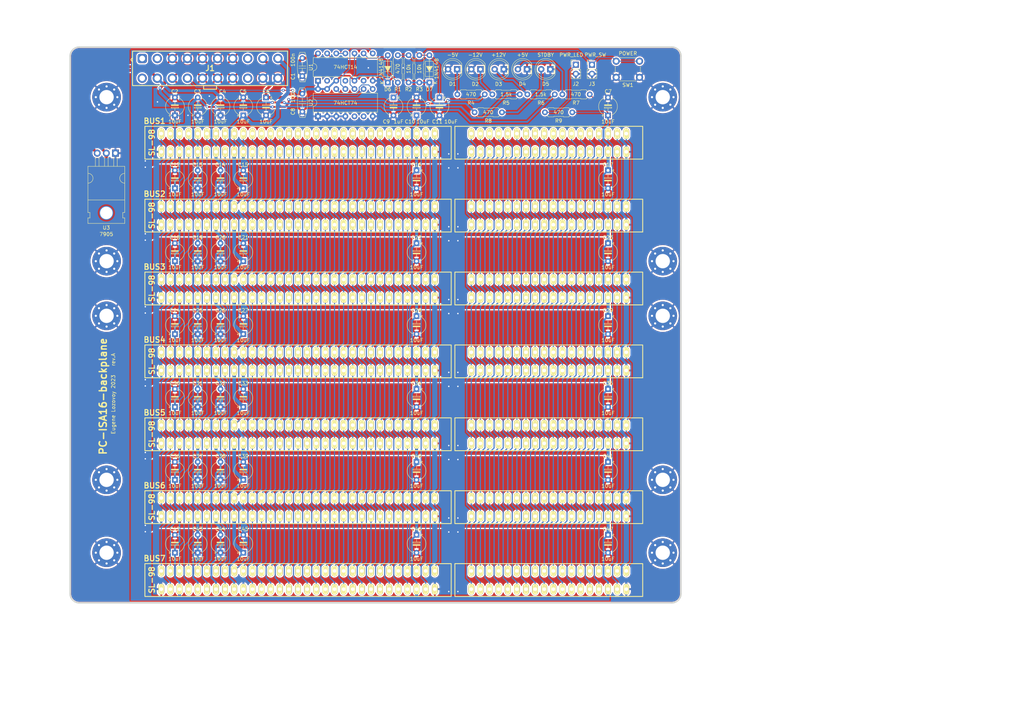
<source format=kicad_pcb>
(kicad_pcb (version 20221018) (generator pcbnew)
  (title_block (title "PC-ISA16-backplane") (date "2023-05-28") (rev "A") (company "Eugene Lozovoy"))
  (layers (0 "F.Cu" signal) (31 "B.Cu" signal) (34 "B.Paste" user) (35 "F.Paste" user) (36 "B.SilkS" user "B.Silkscreen") (37 "F.SilkS" user "F.Silkscreen") (38 "B.Mask" user) (39 "F.Mask" user) (44 "Edge.Cuts" user))
  (net 0 "")
  (net 1 "+5V")
  (net 2 "-5V")
  (net 3 "-12V")
  (net 4 "+12V")
  (net 5 "/A0")
  (net 6 "/A1")
  (net 7 "/A10")
  (net 8 "/A11")
  (net 9 "/A12")
  (net 10 "/A13")
  (net 11 "/A14")
  (net 12 "/A15")
  (net 13 "/A16")
  (net 14 "/A17")
  (net 15 "/A18")
  (net 16 "/A19")
  (net 17 "/A2")
  (net 18 "/A3")
  (net 19 "/A4")
  (net 20 "/A5")
  (net 21 "/A6")
  (net 22 "/A7")
  (net 23 "/A8")
  (net 24 "/A9")
  (net 25 "/AEN")
  (net 26 "/ALE")
  (net 27 "/CLK")
  (net 28 "/D0")
  (net 29 "/D1")
  (net 30 "/D10")
  (net 31 "/D11")
  (net 32 "/D12")
  (net 33 "/D13")
  (net 34 "/D14")
  (net 35 "/D15")
  (net 36 "/D2")
  (net 37 "/D3")
  (net 38 "/D4")
  (net 39 "/D5")
  (net 40 "/D6")
  (net 41 "/D7")
  (net 42 "/D8")
  (net 43 "/D9")
  (net 44 "/DRQ0")
  (net 45 "/DRQ1")
  (net 46 "/DRQ2")
  (net 47 "/DRQ3")
  (net 48 "/DRQ5")
  (net 49 "/DRQ6")
  (net 50 "/DRQ7")
  (net 51 "/IOREADY")
  (net 52 "/IRQ10")
  (net 53 "/IRQ11")
  (net 54 "/IRQ12")
  (net 55 "/IRQ14")
  (net 56 "/IRQ15")
  (net 57 "/IRQ3")
  (net 58 "/IRQ4")
  (net 59 "/IRQ5")
  (net 60 "/IRQ6")
  (net 61 "/IRQ7")
  (net 62 "/IRQ9")
  (net 63 "/LA17")
  (net 64 "/LA18")
  (net 65 "/LA19")
  (net 66 "/LA20")
  (net 67 "/LA21")
  (net 68 "/LA22")
  (net 69 "/LA23")
  (net 70 "/MASTER")
  (net 71 "/OSC")
  (net 72 "/RESETDRV")
  (net 73 "/SBHE")
  (net 74 "/TC")
  (net 75 "/~{0WS}")
  (net 76 "/~{DACK0}")
  (net 77 "/~{DACK1}")
  (net 78 "/~{DACK2}")
  (net 79 "/~{DACK3}")
  (net 80 "/~{DACK5}")
  (net 81 "/~{DACK6}")
  (net 82 "/~{DACK7}")
  (net 83 "/~{IOCHK}")
  (net 84 "/~{IOCS16}")
  (net 85 "/~{IOR}")
  (net 86 "/~{IOW}")
  (net 87 "/~{MEMCS16}")
  (net 88 "/~{MEMR}")
  (net 89 "/~{MEMW}")
  (net 90 "/~{PS_ON}")
  (net 91 "/~{REFRESH}")
  (net 92 "/~{SMEMR}")
  (net 93 "/~{SMEMW}")
  (net 94 "GND")
  (net 95 "Net-(D7-A)")
  (net 96 "Net-(D4-A)")
  (net 97 "Net-(D2-K)")
  (net 98 "Net-(D5-A)")
  (net 99 "Net-(D6-A)")
  (net 100 "+5V_VSB")
  (net 104 "Net-(J2-Pin_1)")
  (net 105 "Net-(D1-K)")
  (net 106 "Net-(D3-A)")
  (net 110 "Net-(U2B-C)")
  (net 111 "Net-(U2B-~{S})")
  (net 112 "Net-(U1-Pad11)")
  (net 115 "Net-(U2B-D)")
  (net 116 "Net-(J3-Pin_1)")
  (footprint "MountingHole:MountingHole_4mm_Pad_Via" (layer "F.Cu") (at 137.53 182.07 90)
    (fp_text reference "H7" hide)
    (fp_text value "MountingHole_Pad" hide)
  )
  (footprint "MountingHole:MountingHole_4mm_Pad_Via" (layer "F.Cu") (at 137.53 136.35 90)
    (fp_text reference "H5" hide)
    (fp_text value "MountingHole_Pad" hide)
  )
  (footprint "PCM_Capacitor_THT_AKL:C_Disc_D8.0mm_W2.5mm_P5.00mm" (layer "F.Cu") (at 192.07 64.515 -90)
    (fp_text reference "C1")
    (fp_text value "100n")
  )
  (footprint "PCM_Capacitor_THT_AKL:C_Disc_D8.0mm_W2.5mm_P5.00mm" (layer "F.Cu") (at 192.07 74.435 -90)
    (fp_text reference "C8")
    (fp_text value "100n")
  )
  (footprint "PCM_Capacitor_THT_AKL:CP_Radial_Tantal_D5.0mm_P5.00mm" (layer "F.Cu") (at 217.46 75.48 -90)
    (fp_text reference "C9")
    (fp_text value "1uF")
  )
  (footprint "PCM_Capacitor_THT_AKL:CP_Radial_Tantal_D5.0mm_P5.00mm" (layer "F.Cu") (at 230.26 75.48 -90)
    (fp_text reference "C11")
    (fp_text value "10uF")
  )
  (footprint "PCM_Capacitor_THT_AKL:CP_Radial_Tantal_D5.0mm_P5.00mm" (layer "F.Cu") (at 277.22 116.12 -90)
    (fp_text reference "C23")
    (fp_text value "10uF")
  )
  (footprint "PCM_Capacitor_THT_AKL:CP_Radial_Tantal_D5.0mm_P5.00mm" (layer "F.Cu") (at 223.88 197.4 -90)
    (fp_text reference "C46")
    (fp_text value "10uF")
  )
  (footprint "PCM_Capacitor_THT_AKL:CP_Radial_Tantal_D5.0mm_P5.00mm" (layer "F.Cu") (at 156.57 202.4 90)
    (fp_text reference "C42")
    (fp_text value "10uF")
  )
  (footprint "PCM_Capacitor_THT_AKL:CP_Radial_Tantal_D5.0mm_P5.00mm" (layer "F.Cu") (at 277.22 177.08 -90)
    (fp_text reference "C41")
    (fp_text value "10uF")
  )
  (footprint "PCM_Capacitor_THT_AKL:CP_Radial_Tantal_D5.0mm_P5.00mm" (layer "F.Cu") (at 223.88 80.48 90)
    (fp_text reference "C10")
    (fp_text value "10uF")
  )
  (footprint "PCM_Capacitor_THT_AKL:CP_Radial_Tantal_D5.0mm_P5.00mm" (layer "F.Cu") (at 277.22 80.48 90)
    (fp_text reference "C7")
    (fp_text value "10uF")
  )
  (footprint "PCM_Capacitor_THT_AKL:CP_Radial_Tantal_D5.0mm_P5.00mm" (layer "F.Cu") (at 156.57 141.44 90)
    (fp_text reference "C24")
    (fp_text value "10uF")
  )
  (footprint "PCM_Capacitor_THT_AKL:CP_Radial_Tantal_D5.0mm_P5.00mm" (layer "F.Cu") (at 223.88 136.44 -90)
    (fp_text reference "C28")
    (fp_text value "10uF")
  )
  (footprint "PCM_Capacitor_THT_AKL:CP_Radial_Tantal_D5.0mm_P5.00mm" (layer "F.Cu") (at 277.22 136.44 -90)
    (fp_text reference "C29")
    (fp_text value "10uF")
  )
  (footprint "PCM_Capacitor_THT_AKL:CP_Radial_Tantal_D5.0mm_P5.00mm" (layer "F.Cu") (at 223.88 156.76 -90)
    (fp_text reference "C34")
    (fp_text value "10uF")
  )
  (footprint "PCM_Capacitor_THT_AKL:CP_Radial_Tantal_D5.0mm_P5.00mm" (layer "F.Cu") (at 156.57 182.08 90)
    (fp_text reference "C36")
    (fp_text value "10uF")
  )
  (footprint "PCM_Capacitor_THT_AKL:CP_Radial_Tantal_D5.0mm_P5.00mm" (layer "F.Cu") (at 223.88 177.08 -90)
    (fp_text reference "C40")
    (fp_text value "10uF")
  )
  (footprint "Package_DIP:DIP-14_W7.62mm" (layer "F.Cu") (at 196.435 70.815 90)
    (fp_text reference "U1")
    (fp_text value "74HCT14")
  )
  (footprint "my:ISA16" (layer "F.Cu") (at 217.54 108.41)
    (fp_text reference "BUS2")
    (fp_text value "SL-98" hide)
  )
  (footprint "my:ISA16" (layer "F.Cu") (at 217.54 128.73)
    (fp_text reference "BUS3")
    (fp_text value "SL-98" hide)
  )
  (footprint "my:ISA16" (layer "F.Cu") (at 217.54 88.09)
    (fp_text reference "BUS1")
    (fp_text value "SL-98" hide)
  )
  (footprint "MountingHole:MountingHole_4mm_Pad_Via" (layer "F.Cu") (at 292.47 136.35 90)
    (fp_text reference "H6" hide)
    (fp_text value "MountingHole_Pad" hide)
  )
  (footprint "MountingHole:MountingHole_4mm_Pad_Via" (layer "F.Cu") (at 292.47 182.07 90)
    (fp_text reference "H8" hide)
    (fp_text value "MountingHole_Pad" hide)
  )
  (footprint "MountingHole:MountingHole_4mm_Pad_Via" (layer "F.Cu") (at 292.47 202.39 90)
    (fp_text reference "H10" hide)
    (fp_text value "MountingHole_Pad" hide)
  )
  (footprint "my:Conn_Power_ATX_20pin" (layer "F.Cu") (at 166.3592 67.36582 180)
    (fp_text reference "J1")
    (fp_text value "ATX-20")
  )
  (footprint "Package_DIP:DIP-14_W7.62mm" (layer "F.Cu") (at 196.435 80.735 90)
    (fp_text reference "U2")
    (fp_text value "74HCT74")
  )
  (footprint "PCM_Resistor_THT_AKL:R_Axial_DIN0207_L6.3mm_D2.5mm_P7.62mm_Horizontal" (layer "F.Cu") (at 252.63 74.615 180)
    (fp_text reference "R5")
    (fp_text value "1.5k")
  )
  (footprint "PCM_Resistor_THT_AKL:R_Axial_DIN0207_L6.3mm_D2.5mm_P7.62mm_Horizontal" (layer "F.Cu") (at 262.38 74.615 180)
    (fp_text reference "R6")
    (fp_text value "1.5k")
  )
  (footprint "PCM_Resistor_THT_AKL:R_Axial_DIN0207_L6.3mm_D2.5mm_P7.62mm_Horizontal" (layer "F.Cu") (at 242.87 74.615 180)
    (fp_text reference "R4")
    (fp_text value "470")
  )
  (footprint "PCM_Resistor_THT_AKL:R_Axial_DIN0207_L6.3mm_D2.5mm_P7.62mm_Horizontal" (layer "F.Cu") (at 218.66 71.315 90)
    (fp_text reference "R1")
    (fp_text value "470")
  )
  (footprint "PCM_Resistor_THT_AKL:R_Axial_DIN0207_L6.3mm_D2.5mm_P7.62mm_Horizontal" (layer "F.Cu") (at 224.66 63.695 -90)
    (fp_text reference "R3")
    (fp_text value "10k")
  )
  (footprint "PCM_Resistor_THT_AKL:R_Axial_DIN0207_L6.3mm_D2.5mm_P7.62mm_Horizontal" (layer "F.Cu") (at 221.66 71.315 90)
    (fp_text reference "R2")
    (fp_text value "10k")
  )
  (footprint "Connector_PinHeader_2.54mm:PinHeader_1x02_P2.54mm_Vertical" (layer "F.Cu") (at 272.75 66.34)
    (fp_text reference "J3")
    (fp_text value "Conn_01x02" hide)
  )
  (footprint "PCM_Resistor_THT_AKL:R_Axial_DIN0207_L6.3mm_D2.5mm_P7.62mm_Horizontal" (layer "F.Cu") (at 240.05 79.615)
    (fp_text reference "R8")
    (fp_text value "470")
  )
  (footprint "PCM_Resistor_THT_AKL:R_Axial_DIN0207_L6.3mm_D2.5mm_P7.62mm_Horizontal" (layer "F.Cu") (at 272.13 74.615 180)
    (fp_text reference "R7")
    (fp_text value "470")
  )
  (footprint "LED_THT:LED_D5.0mm" (layer "F.Cu") (at 248.175 67.615 180)
    (fp_text reference "D3")
    (fp_text value "LED")
  )
  (footprint "LED_THT:LED_D5.0mm" (layer "F.Cu") (at 254.6625 67.615 180)
    (fp_text reference "D4")
    (fp_text value "LED")
  )
  (footprint "LED_THT:LED_D5.0mm" (layer "F.Cu") (at 261.15 67.615 180)
    (fp_text reference "D5")
    (fp_text value "LED")
  )
  (footprint "PCM_Diode_THT_AKL:D_DO-35_SOD27_P7.62mm_Horizontal" (layer "F.Cu") (at 215.86 71.315 90)
    (fp_text reference "D6")
    (fp_text value "1N4148")
  )
  (footprint "LED_THT:LED_D5.0mm" (layer "F.Cu") (at 235.2 67.615 180)
    (fp_text reference "D1")
    (fp_text value "LED")
  )
  (footprint "LED_THT:LED_D5.0mm" (layer "F.Cu") (at 241.6875 67.615 180)
    (fp_text reference "D2")
    (fp_text value "LED")
  )
  (footprint "PCM_Capacitor_THT_AKL:CP_Radial_Tantal_D5.0mm_P5.00mm" (layer "F.Cu") (at 162.92 80.48 90)
    (fp_text reference "C3")
    (fp_text value "10uF")
  )
  (footprint "PCM_Capacitor_THT_AKL:CP_Radial_Tantal_D5.0mm_P5.00mm" (layer "F.Cu") (at 169.27 80.48 90)
    (fp_text reference "C4")
    (fp_text value "10uF")
  )
  (footprint "PCM_Capacitor_THT_AKL:CP_Radial_Tantal_D5.0mm_P5.00mm" (layer "F.Cu") (at 169.27 100.8 90)
    (fp_text reference "C14")
    (fp_text value "10uF")
  )
  (footprint "PCM_Capacitor_THT_AKL:CP_Radial_Tantal_D5.0mm_P5.00mm" (layer "F.Cu") (at 169.27 121.12 90)
    (fp_text reference "C20")
    (fp_text value "10uF")
  )
  (footprint "PCM_Capacitor_THT_AKL:CP_Radial_Tantal_D5.0mm_P5.00mm" (layer "F.Cu") (at 169.27 141.44 90)
    (fp_text reference "C26")
    (fp_text value "10uF")
  )
  (footprint "PCM_Capacitor_THT_AKL:CP_Radial_Tantal_D5.0mm_P5.00mm" (layer "F.Cu") (at 169.27 161.76 90)
    (fp_text reference "C32")
    (fp_text value "10uF")
  )
  (footprint "PCM_Capacitor_THT_AKL:CP_Radial_Tantal_D5.0mm_P5.00mm" (layer "F.Cu") (at 169.27 182.08 90)
    (fp_text reference "C38")
    (fp_text value "10uF")
  )
  (footprint "PCM_Capacitor_THT_AKL:CP_Radial_Tantal_D5.0mm_P5.00mm" (layer "F.Cu") (at 169.27 202.4 90)
    (fp_text reference "C44")
    (fp_text value "10uF")
  )
  (footprint "PCM_Capacitor_THT_AKL:CP_Radial_Tantal_D5.0mm_P5.00mm" (layer "F.Cu") (at 175.62 202.4 90)
    (fp_text reference "C45")
    (fp_text value "10uF")
  )
  (footprint "PCM_Capacitor_THT_AKL:CP_Radial_Tantal_D5.0mm_P5.00mm" (layer "F.Cu") (at 162.92 100.8 90)
    (fp_text reference "C13")
    (fp_text value "10uF")
  )
  (footprint "PCM_Capacitor_THT_AKL:CP_Radial_Tantal_D5.0mm_P5.00mm" (layer "F.Cu") (at 162.92 121.12 90)
    (fp_text reference "C19")
    (fp_text value "10uF")
  )
  (footprint "PCM_Capacitor_THT_AKL:CP_Radial_Tantal_D5.0mm_P5.00mm" (layer "F.Cu") (at 162.92 141.44 90)
    (fp_text reference "C25")
    (fp_text value "10uF")
  )
  (footprint "PCM_Capacitor_THT_AKL:CP_Radial_Tantal_D5.0mm_P5.00mm" (layer "F.Cu") (at 162.92 161.76 90)
    (fp_text reference "C31")
    (fp_text value "10uF")
  )
  (footprint "PCM_Capacitor_THT_AKL:CP_Radial_Tantal_D5.0mm_P5.00mm" (layer "F.Cu") (at 162.92 182.08 90)
    (fp_text reference "C37")
    (fp_text value "10uF")
  )
  (footprint "PCM_Capacitor_THT_AKL:CP_Radial_Tantal_D5.0mm_P5.00mm" (layer "F.Cu") (at 162.92 202.4 90)
    (fp_text reference "C43")
    (fp_text value "10uF")
  )
  (footprint "PCM_Capacitor_THT_AKL:CP_Radial_Tantal_D5.0mm_P5.00mm" (layer "F.Cu") (at 277.22 197.4 -90)
    (fp_text reference "C47")
    (fp_text value "10uF")
  )
  (footprint "PCM_Capacitor_THT_AKL:CP_Radial_Tantal_D5.0mm_P5.00mm" (layer "F.Cu") (at 156.57 80.48 90)
    (fp_text reference "C2")
    (fp_text value "10uF")
  )
  (footprint "PCM_Capacitor_THT_AKL:CP_Radial_Tantal_D5.0mm_P5.00mm" (layer "F.Cu") (at 156.57 100.8 90)
    (fp_text reference "C12")
    (fp_text value "10uF")
  )
  (footprint "PCM_Capacitor_THT_AKL:CP_Radial_Tantal_D5.0mm_P5.00mm" (layer "F.Cu") (at 223.88 95.8 -90)
    (fp_text reference "C16")
    (fp_text value "10uF")
  )
  (footprint "PCM_Capacitor_THT_AKL:CP_Radial_Tantal_D5.0mm_P5.00mm" (layer "F.Cu") (at 277.22 95.8 -90)
    (fp_text reference "C17")
    (fp_text value "10uF")
  )
  (footprint "PCM_Capacitor_THT_AKL:CP_Radial_Tantal_D5.0mm_P5.00mm" (layer "F.Cu") (at 156.57 121.12 90)
    (fp_text reference "C18")
    (fp_text value "10uF")
  )
  (footprint "PCM_Capacitor_THT_AKL:CP_Radial_Tantal_D5.0mm_P5.00mm" (layer "F.Cu") (at 223.88 116.12 -90)
    (fp_text reference "C22")
    (fp_text value "10uF")
  )
  (footprint "PCM_Capacitor_THT_AKL:CP_Radial_Tantal_D5.0mm_P5.00mm" (layer "F.Cu") (at 156.57 161.76 90)
    (fp_text reference "C30")
    (fp_text value "10uF")
  )
  (footprint "PCM_Capacitor_THT_AKL:CP_Radial_Tantal_D5.0mm_P5.00mm" (layer "F.Cu") (at 277.22 156.76 -90)
    (fp_text reference "C35")
    (fp_text value "10uF")
  )
  (footprint "PCM_Capacitor_THT_AKL:CP_Radial_Tantal_D5.0mm_P5.00mm" (layer "F.Cu") (at 175.62 80.48 90)
    (fp_text reference "C5")
    (fp_text value "10uF")
  )
  (footprint "PCM_Capacitor_THT_AKL:CP_Radial_Tantal_D5.0mm_P5.00mm" (layer "F.Cu") (at 175.62 100.8 90)
    (fp_text reference "C15")
    (fp_text value "10uF")
  )
  (footprint "PCM_Capacitor_THT_AKL:CP_Radial_Tantal_D5.0mm_P5.00mm" (layer "F.Cu") (at 175.62 121.12 90)
    (fp_text reference "C21")
    (fp_text value "10uF")
  )
  (footprint "PCM_Capacitor_THT_AKL:CP_Radial_Tantal_D5.0mm_P5.00mm" (layer "F.Cu") (at 175.62 141.44 90)
    (fp_text reference "C27")
    (fp_text value "10uF")
  )
  (footprint "PCM_Capacitor_THT_AKL:CP_Radial_Tantal_D5.0mm_P5.00mm" (layer "F.Cu") (at 175.62 161.76 90)
    (fp_text reference "C33")
    (fp_text value "10uF")
  )
  (footprint "PCM_Capacitor_THT_AKL:CP_Radial_Tantal_D5.0mm_P5.00mm" (layer "F.Cu") (at 175.62 182.08 90)
    (fp_text reference "C39")
    (fp_text value "10uF")
  )
  (footprint "my:ISA16" (layer "F.Cu") (at 217.54 149.05)
    (fp_text reference "BUS4")
    (fp_text value "SL-98" hide)
  )
  (footprint "my:TO-220-3_Horizontal_TabDownPin2" (layer "F.Cu") (at 140 91 180)
    (fp_text reference "U3")
    (fp_text value "7905")
  )
  (footprint "my:ISA16" (layer "F.Cu") (at 217.54 169.37)
    (fp_text reference "BUS5")
    (fp_text value "SL-98" hide)
  )
  (footprint "my:ISA16" (layer "F.Cu") (at 217.54 189.69)
    (fp_text reference "BUS6")
    (fp_text value "SL-98" hide)
  )
  (footprint "PCM_Diode_THT_AKL:D_DO-35_SOD27_P7.62mm_Horizontal" (layer "F.Cu") (at 227.46 71.315 90)
    (fp_text reference "D7")
    (fp_text value "1N4148")
  )
  (footprint "my:ISA16" (layer "F.Cu") (at 217.54 210.01)
    (fp_text reference "BUS7")
    (fp_text value "SL-98" hide)
  )
  (footprint "MountingHole:MountingHole_4mm_Pad_Via" (layer "F.Cu") (at 137.53 75.39)
    (fp_text reference "H1" hide)
    (fp_text value "MountingHole_Pad" hide)
  )
  (footprint "MountingHole:MountingHole_4mm_Pad_Via" (layer "F.Cu") (at 292.47 75.39)
    (fp_text reference "H2" hide)
    (fp_text value "MountingHole_Pad" hide)
  )
  (footprint "PCM_Capacitor_THT_AKL:CP_Radial_Tantal_D5.0mm_P5.00mm" (layer "F.Cu") (at 181.96 75.48 -90)
    (fp_text reference "C6")
    (fp_text value "10uF")
  )
  (footprint "PCM_Resistor_THT_AKL:R_Axial_DIN0207_L6.3mm_D2.5mm_P7.62mm_Horizontal" (layer "F.Cu") (at 267.27 79.615 180)
    (fp_text reference "R9")
    (fp_text value "470")
  )
  (footprint "Connector_PinHeader_2.54mm:PinHeader_1x02_P2.54mm_Vertical" (layer "F.Cu") (at 268.25 66.34)
    (fp_text reference "J2")
    (fp_text value "Conn_01x02" hide)
  )
  (footprint "Button_Switch_THT:SW_PUSH_6mm" (layer "F.Cu") (at 279.5 65.365)
    (fp_text reference "SW1")
    (fp_text value "SW_Push")
  )
  (footprint "MountingHole:MountingHole_4mm_Pad_Via" (layer "F.Cu") (at 292.47 121.11)
    (fp_text reference "H4" hide)
    (fp_text value "MountingHole_Pad" hide)
  )
  (footprint "MountingHole:MountingHole_4mm_Pad_Via" (layer "F.Cu") (at 137.53 202.39)
    (fp_text reference "H9" hide)
    (fp_text value "MountingHole_Pad" hide)
  )
  (footprint "MountingHole:MountingHole_4mm_Pad_Via" (layer "F.Cu") (at 137.53 121.11)
    (fp_text reference "H3" hide)
    (fp_text value "MountingHole_Pad" hide)
  )
  (gr_arc (start 127.37 63.96) (mid 128.113949 62.163949) (end 129.91 61.42) (stroke (width 0.381)) (layer "Edge.Cuts"))
  (gr_line (start 295.01 216.36) (end 129.91 216.36) (stroke (width 0.381)) (layer "Edge.Cuts"))
  (gr_line (start 129.91 61.42) (end 295.01 61.42) (stroke (width 0.381)) (layer "Edge.Cuts"))
  (gr_arc (start 297.55 213.82) (mid 296.806051 215.616051) (end 295.01 216.36) (stroke (width 0.381)) (layer "Edge.Cuts"))
  (gr_arc (start 129.91 216.36) (mid 128.113949 215.616051) (end 127.37 213.82) (stroke (width 0.381)) (layer "Edge.Cuts"))
  (gr_arc (start 295.01 61.42) (mid 296.806051 62.163949) (end 297.55 63.96) (stroke (width 0.381)) (layer "Edge.Cuts"))
  (gr_line (start 297.55 63.96) (end 297.55 213.82) (stroke (width 0.381)) (layer "Edge.Cuts"))
  (gr_line (start 127.37 213.82) (end 127.37 63.96) (stroke (width 0.381)) (layer "Edge.Cuts"))
  (gr_text "rev.${REVISION}" (at 139.4 148.555 90) (layer "F.SilkS") (effects (font (size 1 1))))
  (gr_text "Eugene Lozovoy 2023" (at 139.4 161.055 90) (layer "F.SilkS") (effects (font (size 1 1))))
  (gr_text "${TITLE}" (at 136.55 158.805 90) (layer "F.SilkS") (effects (font (size 2 2) (thickness 0.4))))
  (segment (start 272.13 74.615) (end 277.22 79.705) (width 0.25) (layer "F.Cu") (net 1))
  (segment (start 223.89 156.75) (end 223.88 156.76) (width 0.8) (layer "F.Cu") (net 1))
  (segment (start 277.23 90.63) (end 277.23 95.79) (width 0.8) (layer "F.Cu") (net 1))
  (segment (start 223.89 95.79) (end 223.88 95.8) (width 0.8) (layer "F.Cu") (net 1))
  (segment (start 157.85 192.23) (end 157.85 194.505) (width 0.8) (layer "F.Cu") (net 1))
  (segment (start 277.23 151.59) (end 277.23 156.75) (width 0.8) (layer "F.Cu") (net 1))
  (segment (start 277.23 177.07) (end 277.22 177.08) (width 0.8) (layer "F.Cu") (net 1))
  (segment (start 223.89 136.43) (end 223.88 136.44) (width 0.8) (layer "F.Cu") (net 1))
  (segment (start 277.23 131.27) (end 277.23 136.43) (width 0.8) (layer "F.Cu") (net 1))
  (segment (start 223.89 116.11) (end 223.88 116.12) (width 0.8) (layer "F.Cu") (net 1))
  (segment (start 277.23 110.95) (end 277.23 116.11) (width 0.8) (layer "F.Cu") (net 1))
  (segment (start 223.89 192.23) (end 223.89 197.39) (width 0.8) (layer "F.Cu") (net 1))
  (segment (start 277.23 116.11) (end 277.22 116.12) (width 0.8) (layer "F.Cu") (net 1))
  (segment (start 223.89 177.07) (end 223.88 177.08) (width 0.8) (layer "F.Cu") (net 1))
  (segment (start 157.85 90.63) (end 157.85 93.105) (width 0.8) (layer "F.Cu") (net 1))
  (segment (start 223.89 171.91) (end 223.89 177.07) (width 0.8) (layer "F.Cu") (net 1))
  (segment (start 223.89 151.59) (end 223.89 156.75) (width 0.8) (layer "F.Cu") (net 1))
  (segment (start 223.89 110.95) (end 223.89 116.11) (width 0.8) (layer "F.Cu") (net 1))
  (segment (start 277.23 171.91) (end 277.23 177.07) (width 0.8) (layer "F.Cu") (net 1))
  (segment (start 277.23 192.23) (end 277.23 197.39) (width 0.8) (layer "F.Cu") (net 1))
  (segment (start 157.85 171.91) (end 157.85 174.225) (width 0.8) (layer "F.Cu") (net 1))
  (segment (start 277.23 95.79) (end 277.22 95.8) (width 0.8) (layer "F.Cu") (net 1))
  (segment (start 223.89 197.39) (end 223.88 197.4) (width 0.8) (layer "F.Cu") (net 1))
  (segment (start 277.23 156.75) (end 277.22 156.76) (width 0.8) (layer "F.Cu") (net 1))
  (segment (start 223.89 90.63) (end 223.89 95.79) (width 0.8) (layer "F.Cu") (net 1))
  (segment (start 277.23 136.43) (end 277.22 136.44) (width 0.8) (layer "F.Cu") (net 1))
  (segment (start 157.85 131.27) (end 157.85 133.705) (width 0.8) (layer "F.Cu") (net 1))
  (segment (start 157.85 110.95) (end 157.85 113.205) (width 0.8) (layer "F.Cu") (net 1))
  (segment (start 277.23 197.39) (end 277.22 197.4) (width 0.8) (layer "F.Cu") (net 1))
  (segment (start 223.89 131.27) (end 223.89 136.43) (width 0.8) (layer "F.Cu") (net 1))
  (segment (start 277.22 79.705) (end 277.22 80.48) (width 0.25) (layer "F.Cu") (net 1))
  (segment (start 157.85 151.59) (end 157.85 153.925) (width 0.8) (layer "F.Cu") (net 1))
  (via (at 148.325 174.45) (size 0.889) (drill 0.4) (layers "F.Cu" "B.Cu") (net 1))
  (via (at 148.325 155.895) (size 0.889) (drill 0.4) (layers "F.Cu" "B.Cu") (net 1))
  (via (at 148.325 176.215) (size 0.889) (drill 0.4) (layers "F.Cu" "B.Cu") (net 1))
  (via (at 148.325 133.81) (size 0.889) (drill 0.4) (layers "F.Cu" "B.Cu") (net 1))
  (via (at 148.325 113.49) (size 0.889) (drill 0.4) (layers "F.Cu" "B.Cu") (net 1))
  (via (at 148.325 154.15) (size 0.889) (drill 0.4) (layers "F.Cu" "B.Cu") (net 1))
  (via (at 148.325 93.17) (size 0.889) (drill 0.4) (layers "F.Cu" "B.Cu") (net 1))
  (via (at 148.325 115.255) (size 0.889) (drill 0.4) (layers "F.Cu" "B.Cu") (net 1))
  (via (at 148.325 196.535) (size 0.889) (drill 0.4) (layers "F.Cu" "B.Cu") (net 1))
  (via (at 148.325 135.575) (size 0.889) (drill 0.4) (layers "F.Cu" "B.Cu") (net 1))
  (via (at 148.325 194.77) (size 0.889) (drill 0.4) (layers "F.Cu" "B.Cu") (net 1))
  (via (at 148.325 94.915) (size 0.889) (drill 0.4) (layers "F.Cu" "B.Cu") (net 1))
  (segment (start 222.62 84.28) (end 223.89 83.01) (width 0.50546) (layer "B.Cu") (net 1))
  (segment (start 277.23 210.585) (end 275.96727 209.32227) (width 0.50546) (layer "B.Cu") (net 1))
  (segment (start 156.58 161.75) (end 156.58 160.48) (width 0.50546) (layer "B.Cu") (net 1))
  (segment (start 157.85 210.645) (end 157.85 212.55) (width 0.50546) (layer "B.Cu") (net 1))
  (segment (start 223.89 129.365) (end 222.62 128.095) (width 0.50546) (layer "B.Cu") (net 1))
  (segment (start 156.58 139.525) (end 157.85 138.255) (width 0.50546) (layer "B.Cu") (net 1))
  (segment (start 275.96727 107.375238) (end 275.96727 97.05273) (width 0.50546) (layer "B.Cu") (net 1))
  (segment (start 157.85 173.815) (end 157.85 171.91) (width 0.50546) (layer "B.Cu") (net 1))
  (segment (start 277.23 212.55) (end 277.23 214.945) (width 0.8) (layer "B.Cu") (net 1))
  (segment (start 148.325 214.455) (end 148.325 215.09) (width 0.50546) (layer "B.Cu") (net 1))
  (segment (start 275.96 84.28) (end 277.23 83.01) (width 0.50546) (layer "B.Cu") (net 1))
  (segment (start 277.23 108.637968) (end 275.96727 107.375238) (width 0.50546) (layer "B.Cu") (net 1))
  (segment (start 275.96 158.02) (end 277.23 156.75) (width 0.50546) (layer "B.Cu") (net 1))
  (segment (start 222.62 189.055) (end 222.62 178.96612) (width 0.50546) (layer "B.Cu") (net 1))
  (segment (start 157.85 157.94) (end 157.85 153.495) (width 0.50546) (layer "B.Cu") (net 1))
  (segment (start 157.85 97.615) (end 156.58 98.885) (width 0.50546) (layer "B.Cu") (net 1))
  (segment (start 275.96727 178.33273) (end 277.23 177.07) (width 0.50546) (layer "B.Cu") (net 1))
  (segment (start 157.85 153.495) (end 157.85 151.59) (width 0.50546) (layer "B.Cu") (net 1))
  (segment (start 148.325 93.17) (end 148.325 113.49) (width 0.50546) (layer "B.Cu") (net 1))
  (segment (start 156.58 182.07) (end 156.58 180.8) (width 0.50546) (layer "B.Cu") (net 1))
  (segment (start 157.85 199.215) (end 157.85 198.58) (width 0.50546) (layer "B.Cu") (net 1))
  (segment (start 277.23 190.185) (end 275.96727 188.92227) (width 0.50546) (layer "B.Cu") (net 1))
  (segment (start 275.96727 117.39273) (end 277.23 116.13) (width 0.50546) (layer "B.Cu") (net 1))
  (segment (start 149.56 68.515) (end 150.66 67.415) (width 0.50546) (layer "B.Cu") (net 1))
  (segment (start 157.85 112.855) (end 157.85 110.95) (width 0.50546) (layer "B.Cu") (net 1))
  (segment (start 157.85 194.135) (end 157.85 192.23) (width 0.50546) (layer "B.Cu") (net 1))
  (segment (start 223.89 149.685) (end 222.62 148.415) (width 0.50546) (layer "B.Cu") (net 1))
  (segment (start 277.23 110.95) (end 277.23 108.637968) (width 0.50546) (layer "B.Cu") (net 1))
  (segment (start 275.96 87.455) (end 275.96 84.28) (width 0.50546) (layer "B.Cu") (net 1))
  (segment (start 277.23 136.43) (end 277.23 131.27) (width 0.8) (layer "B.Cu") (net 1))
  (segment (start 223.89 116.13) (end 223.89 110.95) (width 0.8) (layer "B.Cu") (net 1))
  (segment (start 277.23 151.59) (end 277.23 149.685) (width 0.50546) (layer "B.Cu") (net 1))
  (segment (start 277.23 156.75) (end 277.23 151.59) (width 0.8) (layer "B.Cu") (net 1))
  (segment (start 156.58 209.375) (end 157.85 210.645) (width 0.50546) (layer "B.Cu") (net 1))
  (segment (start 157.85 131.27) (end 157.85 133.175) (width 0.50546) (layer "B.Cu") (net 1))
  (segment (start 156.58 140.16) (end 156.58 139.525) (width 0.50546) (layer "B.Cu") (net 1))
  (segment (start 222.62 158.02) (end 223.89 156.75) (width 0.50546) (layer "B.Cu") (net 1))
  (segment (start 156.58 160.48) (end 156.58 159.845) (width 0.50546) (layer "B.Cu") (net 1))
  (segment (start 222.62 117.4) (end 223.89 116.13) (width 0.50546) (layer "B.Cu") (net 1))
  (segment (start 277.23 131.27) (end 277.23 129.365) (width 0.50546) (layer "B.Cu") (net 1))
  (segment (start 277.23 171.91) (end 277.23 170.005) (width 0.50546) (layer "B.Cu") (net 1))
  (segment (start 156.58 180.165) (end 157.85 178.895) (width 0.50546) (layer "B.Cu") (net 1))
  (segment (start 223.89 151.59) (end 223.89 149.685) (width 0.50546) (layer "B.Cu") (net 1))
  (segment (start 223.89 192.23) (end 223.89 190.325) (width 0.50546) (layer "B.Cu") (net 1))
  (segment (start 277.23 170.005) (end 275.96 168.735) (width 0.50546) (layer "B.Cu") (net 1))
  (segment (start 277.23 88.725) (end 275.96 87.455) (width 0.50546) (layer "B.Cu") (net 1))
  (segment (start 148.325 194.77) (end 148.325 214.455) (width 0.50546) (layer "B.Cu") (net 1))
  (segment (start 277.23 192.23) (end 277.23 190.185) (width 0.50546) (layer "B.Cu") (net 1))
  (segment (start 157.85 149.685) (end 157.85 151.59) (width 0.50546) (layer "B.Cu") (net 1))
  (segment (start 277.23 116.13) (end 277.23 110.95) (width 0.8) (layer "B.Cu") (net 1))
  (segment (start 148.325 93.17) (end 148.325 75.39) (width 0.50546) (layer "B.Cu") (net 1))
  (segment (start 156.58 180.8) (end 156.58 180.165) (width 0.50546) (layer "B.Cu") (net 1))
  (segment (start 277.23 177.07) (end 277.23 171.91) (width 0.8) (layer "B.Cu") (net 1))
  (segment (start 222.62 168.735) (end 222.62 158.02) (width 0.50546) (layer "B.Cu") (net 1))
  (segment (start 156.58 80.47) (end 156.58 87.455) (width 0.50546) (layer "B.Cu") (net 1))
  (segment (start 148.325 75.39) (end 149.56 74.155) (width 0.50546) (layer "B.Cu") (net 1))
  (segment (start 222.62 137.7) (end 223.89 136.43) (width 0.50546) (layer "B.Cu") (net 1))
  (segment (start 223.89 109.045) (end 222.62 107.775) (width 0.50546) (layer "B.Cu") (net 1))
  (segment (start 222.62 107.775) (end 222.62 97.06) (width 0.50546) (layer "B.Cu") (net 1))
  (segment (start 223.89 171.91) (end 223.89 170.005) (width 0.50546) (layer "B.Cu") (net 1))
  (segment (start 156.58 119.84) (end 156.58 119.205) (width 0.50546) (layer "B.Cu") (net 1))
  (segment (start 223.89 88.725) (end 222.62 87.455) (width 0.50546) (layer "B.Cu") (net 1))
  (segment (start 148.325 113.49) (end 148.325 133.81) (width 0.50546) (layer "B.Cu") (net 1))
  (segment (start 222.62 148.415) (end 222.62 137.7) (width 0.50546) (layer "B.Cu") (net 1))
  (segment (start 156.58 141.43) (end 156.58 140.16) (width 0.50546) (layer "B.Cu") (net 1))
  (segment (start 156.58 200.485) (end 157.85 199.215) (width 0.50546) (layer "B.Cu") (net 1))
  (segment (start 157.85 198.58) (end 157.85 194.135) (width 0.50546) (layer "B.Cu") (net 1))
  (segment (start 222.62 209.375) (end 222.62 198.66) (width 0.50546) (layer "B.Cu") (net 1))
  (segment (start 156.58 121.11) (end 156.58 128.095) (width 0.50546) (layer "B.Cu") (net 1))
  (segment (start 157.85 117.935) (end 157.85 117.3) (width 0.50546) (layer "B.Cu") (net 1))
  (segment (start 157.85 88.725) (end 157.85 90.63) (width 0.50546) (layer "B.Cu") (net 1))
  (segment (start 223.89 136.43) (end 223.89 131.27) (width 0.8) (layer "B.Cu") (net 1))
  (segment (start 223.89 212.55) (end 223.89 210.645) (width 0.50546) (layer "B.Cu") (net 1))
  (segment (start 157.85 97.615) (end 157.85 90.63) (width 0.5055) (layer "B.Cu") (net 1))
  (segment (start 149.56 74.155) (end 149.56 68.515) (width 0.50546) (layer "B.Cu") (net 1))
  (segment (start 148.325 154.765) (end 148.325 174.45) (width 0.50546) (layer "B.Cu") (net 1))
  (segment (start 157.85 178.26) (end 157.85 173.815) (width 0.50546) (layer "B.Cu") (net 1))
  (segment (start 157.85 158.575) (end 157.85 157.94) (width 0.50546) (layer "B.Cu") (net 1))
  (segment (start 222.62 198.66) (end 223.89 197.39) (width 0.50546) (layer "B.Cu") (net 1))
  (segment (start 223.89 177.69612) (end 223.89 171.91) (width 0.8) (layer "B.Cu") (net 1))
  (segment (start 156.58 98.885) (end 156.58 107.775) (width 0.50546) (layer "B.Cu") (net 1))
  (segment (start 223.89 170.005) (end 222.62 168.735) (width 0.50546) (layer "B.Cu") (net 1))
  (segment (start 156.58 121.11) (end 156.58 119.84) (width 0.50546) (layer "B.Cu") (net 1))
  (segment (start 156.58 189.055) (end 157.85 190.325) (width 0.50546) (layer "B.Cu") (net 1))
  (segment (start 277.23 149.685) (end 275.96 148.415) (width 0.50546) (layer "B.Cu") (net 1))
  (segment (start 277.23 83.01) (end 277.23 80.47) (width 0.50546) (layer "B.Cu") (net 1))
  (segment (start 275.96727 188.92227) (end 275.96727 178.33273) (width 0.50546) (layer "B.Cu") (net 1))
  (segment (start 277.23 95.79) (end 277.23 90.63) (width 0.8) (layer "B.Cu") (net 1))
  (segment (start 222.62 178.96612) (end 223.89 177.69612) (width 0.50546) (layer "B.Cu") (net 1))
  (segment (start 156.58 201.12) (end 156.58 200.485) (width 0.50546) (layer "B.Cu") (net 1))
  (segment (start 157.85 190.325) (end 157.85 192.23) (width 0.50546) (layer "B.Cu") (net 1))
  (segment (start 277.23 129.365) (end 275.96727 128.10227) (width 0.50546) (layer "B.Cu") (net 1))
  (segment (start 223.89 212.55) (end 223.89 215.035) (width 0.8) (layer "B.Cu") (net 1))
  (segment (start 275.96 137.7) (end 277.23 136.43) (width 0.50546) (layer "B.Cu") (net 1))
  (segment (start 156.58 159.845) (end 157.85 158.575) (width 0.50546) (layer "B.Cu") (net 1))
  (segment (start 157.85 178.895) (end 157.85 178.26) (width 0.50546) (layer "B.Cu") (net 1))
  (segment (start 148.325 154.13) (end 148.325 154.765) (width 0.50546) (layer "B.Cu") (net 1))
  (segment (start 223.89 95.79) (end 223.89 90.63) (width 0.8) (layer "B.Cu") (net 1))
  (segment (start 157.85 138.255) (end 157.85 137.62) (width 0.50546) (layer "B.Cu") (net 1))
  (segment (start 223.89 190.325) (end 222.62 189.055) (width 0.50546) (layer "B.Cu") (net 1))
  (segment (start 156.58 87.455) (end 157.85 88.725) (width 0.50546) (layer "B.Cu") (net 1))
  (segment (start 156.58 119.205) (end 157.85 117.935) (width 0.50546) (layer "B.Cu") (net 1))
  (segment (start 222.62 87.455) (end 222.62 84.28) (width 0.50546) (layer "B.Cu") (net 1))
  (segment (start 275.96727 198.65273) (end 277.23 197.39) (width 0.50546) (layer "B.Cu") (net 1))
  (segment (start 223.89 110.95) (end 223.89 109.045) (width 0.50546) (layer "B.Cu") (net 1))
  (segment (start 157.85 109.045) (end 157.85 110.95) (width 0.50546) (layer "B.Cu") (net 1))
  (segment (start 277.23 90.63) (end 277.23 88.725) (width 0.50546) (layer "B.Cu") (net 1))
  (segment (start 157.85 212.55) (end 157.85 215.215) (width 0.8) (layer "B.Cu") (net 1))
  (segment (start 223.89 210.645) (end 222.62 209.375) (width 0.50546) (layer "B.Cu") (net 1))
  (segment (start 267.27 79.615) (end 276.355 79.615) (width 0.25) (layer "B.Cu") (net 1))
  (segment (start 157.85 129.365) (end 157.85 131.27) (width 0.50546) (layer "B.Cu") (net 1))
  (segment (start 156.58 148.415) (end 157.85 149.685) (width 0.50546) (layer "B.Cu") (net 1))
  (segment (start 148.325 133.81) (end 148.325 154.13) (width 0.50546) (layer "B.Cu") (net 1))
  (segment (start 157.26 67.415) (end 160.06 64.615) (width 0.50546) (layer "B.Cu") (net 1))
  (segment (start 275.96727 209.32227) (end 275.96727 198.65273) (width 0.50546) (layer "B.Cu") (net 1))
  (segment (start 222.62 97.06) (end 223.89 95.79) (width 0.50546) (layer "B.Cu") (net 1))
  (segment (start 156.58 141.43) (end 156.58 148.415) (width 0.50546) (layer "B.Cu") (net 1))
  (segment (start 223.89 131.27) (end 223.89 129.365) (width 0.50546) (layer "B.Cu") (net 1))
  (segment (start 150.66 67.415) (end 157.26 67.415) (width 0.50546) (layer "B.Cu") (net 1))
  (segment (start 148.325 174.45) (end 148.325 194.77) (width 0.50546) (layer "B.Cu") (net 1))
  (segment (start 223.89 156.75) (end 223.89 151.59) (width 0.8) (layer "B.Cu") (net 1))
  (segment (start 157.85 170.005) (end 157.85 171.91) (width 0.50546) (layer "B.Cu") (net 1))
  (segment (start 275.96727 97.05273) (end 277.23 95.79) (width 0.50546) (layer "B.Cu") (net 1))
  (segment (start 156.58 107.775) (end 157.85 109.045) (width 0.50546) (layer "B.Cu") (net 1))
  (segment (start 222.62 128.095) (end 222.62 117.4) (width 0.50546) (layer "B.Cu") (net 1))
  (segment (start 223.89 197.39) (end 223.89 192.23) (width 0.8) (layer "B.Cu") (net 1))
  (segment (start 156.58 128.095) (end 157.85 129.365) (width 0.50546) (layer "B.Cu") (net 1))
  (segment (start 275.96727 128.10227) (end 275.96727 117.39273) (width 0.50546) (layer "B.Cu") (net 1))
  (segment (start 277.23 197.39) (end 277.23 192.23) (width 0.8) (layer "B.Cu") (net 1))
  (segment (start 223.89 83.01) (end 223.89 80.47) (width 0.50546) (layer "B.Cu") (net 1))
  (segment (start 156.58 161.75) (end 156.58 168.735) (width 0.50546) (layer "B.Cu") (net 1))
  (segment (start 156.58 182.07) (end 156.58 189.055) (width 0.50546) (layer "B.Cu") (net 1))
  (segment (start 223.89 90.63) (end 223.89 88.725) (width 0.50546) (layer "B.Cu") (net 1))
  (segment (start 277.23 212.55) (end 277.23 210.585) (width 0.50546) (layer "B.Cu") (net 1))
  (segment (start 157.85 137.62) (end 157.85 133.175) (width 0.50546) (layer "B.Cu") (net 1))
  (segment (start 157.85 117.3) (end 157.85 112.855) (width 0.50546) (layer "B.Cu") (net 1))
  (segment (start 156.58 168.735) (end 157.85 170.005) (width 0.50546) (layer "B.Cu") (net 1))
  (segment (start 156.58 202.39) (end 156.58 209.375) (width 0.50546) (layer "B.Cu") (net 1))
  (segment (start 275.96 168.735) (end 275.96 158.02) (width 0.50546) (layer "B.Cu") (net 1))
  (segment (start 156.58 202.39) (end 156.58 201.12) (width 0.50546) (layer "B.Cu") (net 1))
  (segment (start 276.355 79.615) (end 277.22 80.48) (width 0.25) (layer "B.Cu") (net 1))
  (segment (start 275.96 148.415) (end 275.96 137.7) (width 0.50546) (layer "B.Cu") (net 1))
  (segment (start 130.66 86.74) (end 134.92 91) (width 0.8) (layer "F.Cu") (net 2))
  (segment (start 152.46 72.815) (end 153.76 71.515) (width 0.8) (layer "F.Cu") (net 2))
  (segment (start 227.11225 77.165) (end 231.707754 77.165) (width 0.5055) (layer "F.Cu") (net 2))
  (segment (start 133.945786 66.915) (end 130.66 70.200786) (width 0.8) (layer "F.Cu") (net 2))
  (segment (start 153.76 71.515) (end 153.76 69.015) (width 0.8) (layer "F.Cu") (net 2))
  (segment (start 167.96 78.115) (end 165.555 78.115) (width 0.5055) (layer "F.Cu") (net 2))
  (segment (start 188.26 76.015) (end 188.26 77.115) (width 0.5055) (layer "F.Cu") (net 2))
  (segment (start 151.66 66.915) (end 133.945786 66.915) (width 0.8) (layer "F.Cu") (net 2))
  (segment (start 130.66 70.200786) (end 130.66 86.74) (width 0.8) (layer "F.Cu") (net 2))
  (segment (start 187.26 78.115) (end 183.76 78.115) (width 0.5055) (layer "F.Cu") (net 2))
  (segment (start 231.707754 77.165) (end 232.559984 76.31277) (width 0.5055) (layer "F.Cu") (net 2))
  (segment (start 188.26 77.115) (end 187.26 78.115) (width 0.5055) (layer "F.Cu") (net 2))
  (segment (start 153.76 69.015) (end 151.66 66.915) (width 0.8) (layer "F.Cu") (net 2))
  (via (at 183.76 78.115) (size 0.8) (drill 0.4) (layers "F.Cu" "B.Cu") (net 2))
  (via (at 232.559984 76.31277) (size 0.8) (drill 0.4) (layers "F.Cu" "B.Cu") (net 2))
  (via (at 227.11225 77.165) (size 0.8) (drill 0.4) (layers "F.Cu" "B.Cu") (net 2))
  (via (at 167.96 78.115) (size 0.8) (drill 0.4) (layers "F.Cu" "B.Cu") (net 2))
  (via (at 188.26 76.015) (size 0.8) (drill 0.4) (layers "F.Cu" "B.Cu") (net 2))
  (via (at 165.555 78.115) (size 0.8) (drill 0.4) (layers "F.Cu" "B.Cu") (net 2))
  (via (at 152.46 72.815) (size 0.8) (drill 0.4) (layers "F.Cu" "B.Cu") (net 2))
  (segment (start 161.66 140.16) (end 161.66 139.525) (width 0.50546) (layer "B.Cu") (net 2))
  (segment (start 161.66 180.8) (end 161.66 180.165) (width 0.50546) (layer "B.Cu") (net 2))
  (segment (start 162.93 176.99) (end 162.93 171.91) (width 0.8) (layer "B.Cu") (net 2))
  (segment (start 162.93 210.645) (end 161.66 209.375) (width 0.50546) (layer "B.Cu") (net 2))
  (segment (start 165.555 78.115) (end 162.92 75.48) (width 0.5055) (layer "B.Cu") (net 2))
  (segment (start 161.66 107.775) (end 161.66 99.52) (width 0.50546) (layer "B.Cu") (net 2))
  (segment (start 232.562214 76.315) (end 241.17 76.315) (width 0.5055) (layer "B.Cu") (net 2))
  (segment (start 162.93 109.045) (end 161.66 107.775) (width 0.50546) (layer "B.Cu") (net 2))
  (segment (start 161.66 119.84) (end 161.66 119.205) (width 0.50546) (layer "B.Cu") (net 2))
  (segment (start 162.93 149.685) (end 161.66 148.415) (width 0.50546) (layer "B.Cu") (net 2))
  (segment (start 162.93 110.95) (end 162.93 109.045) (width 0.50546) (layer "B.Cu") (net 2))
  (segment (start 161.66 201.12) (end 161.66 200.485) (width 0.50546) (layer "B.Cu") (net 2))
  (segment (start 162.93 170.005) (end 161.66 168.735) (width 0.50546) (layer "B.Cu") (net 2))
  (segment (start 183.76 78.115) (end 167.96 78.115) (width 0.5055) (layer "B.Cu") (net 2))
  (segment (start 162.93 151.59) (end 162.93 149.685) (width 0.50546) (layer "B.Cu") (net 2))
  (segment (start 161.66 128.095) (end 161.66 119.84) (width 0.50546) (layer "B.Cu") (net 2))
  (segment (start 162.93 138.255) (end 162.93 136.35) (width 0.50546) (layer "B.Cu") (net 2))
  (segment (start 162.93 156.67) (end 162.93 151.59) (width 0.8) (layer "B.Cu") (net 2))
  (segment (start 161.66 139.525) (end 162.93 138.255) (width 0.50546) (layer "B.Cu") (net 2))
  (segment (start 161.66 189.055) (end 161.66 180.8) (width 0.50546) (layer "B.Cu") (net 2))
  (segment (start 162.93 199.215) (end 162.93 197.31) (width 0.50546) (layer "B.Cu") (net 2))
  (segment (start 155.56 77.215) (end 161.185 77.215) (width 0.8) (layer "B.Cu") (net 2))
  (segment (start 162.93 212.55) (end 162.93 210.645) (width 0.50546) (layer "B.Cu") (net 2))
  (segment (start 161.66 99.52) (end 161.66 98.885) (width 0.50546) (layer "B.Cu") (net 2))
  (segment (start 162.93 116.03) (end 162.93 110.95) (width 0.8) (layer "B.Cu") (net 2))
  (segment (start 188.56 76.315) (end 188.26 76.015) (width 0.5055) (layer "B.Cu") (net 2))
  (segment (start 241.17 76.315) (end 242.87 74.615) (width 0.5055) (layer "B.Cu") (net 2))
  (segment (start 162.93 192.23) (end 162.93 190.325) (width 0.50546) (layer "B.Cu") (net 2))
  (segment (start 227.11225 77.165) (end 215.71 77.165) (width 0.5055) (layer "B.Cu") (net 2))
  (segment (start 161.66 200.485) (end 162.93 199.215) (width 0.50546) (layer "B.Cu") (net 2))
  (segment (start 162.93 131.27) (end 162.93 129.365) (width 0.50546) (layer "B.Cu") (net 2))
  (segment (start 162.93 197.31) (end 162.93 192.23) (width 0.8) (layer "B.Cu") (net 2))
  (segment (start 152.46 72.815) (end 152.46 74.115) (width 0.8) (layer "B.Cu") (net 2))
  (segment (start 162.93 190.325) (end 161.66 189.055) (width 0.50546) (layer "B.Cu") (net 2))
  (segment (start 162.93 90.63) (end 162.93 88.62521) (width 0.50546) (layer "B.Cu") (net 2))
  (segment (start 161.66 160.48) (end 161.66 159.845) (width 0.50546) (layer "B.Cu") (net 2))
  (segment (start 161.66 159.845) (end 162.93 158.575) (width 0.50546) (layer "B.Cu") (net 2))
  (segment (start 161.66 98.885) (end 162.93 97.615) (width 0.50546) (layer "B.Cu") (net 2))
  (segment (start 161.66 180.165) (end 162.93 178.895) (width 0.50546) (layer "B.Cu") (net 2))
  (segment (start 162.93 158.575) (end 162.93 156.67) (width 0.50546) (layer "B.Cu") (net 2))
  (segment (start 214.86 76.315) (end 188.56 76.315) (width 0.5055) (layer "B.Cu") (net 2))
  (segment (start 161.66 209.375) (end 161.66 201.12) (width 0.50546) (layer "B.Cu") (net 2))
  (segment (start 162.93 117.935) (end 162.93 116.03) (width 0.50546) (layer "B.Cu") (net 2))
  (segment (start 162.93 136.35) (end 162.93 131.27) (width 0.8) (layer "B.Cu") (net 2))
  (segment (start 161.185 77.215) (end 162.92 75.48) (width 0.8) (layer "B.Cu") (net 2))
  (segment (start 162.93 171.91) (end 162.93 170.005) (width 0.50546) (layer "B.Cu") (net 2))
  (segment (start 215.71 77.165) (end 214.86 76.315) (width 0.5055) (layer "B.Cu") (net 2))
  (segment (start 161.66 119.205) (end 162.93 117.935) (width 0.50546) (layer "B.Cu") (net 2))
  (segment (start 161.66727 76.73273) (end 162.93 75.47) (width 0.50546) (layer "B.Cu") (net 2))
  (segment (start 232.559984 76.31277) (end 232.562214 76.315) (width 0.5055) (layer "B.Cu") (net 2))
  (segment (start 161.66 148.415) (end 161.66 140.16) (width 0.50546) (layer "B.Cu") (net 2))
  (segment (start 162.93 95.71) (end 162.93 90.63) (width 0.8) (layer "B.Cu") (net 2))
  (segment (start 152.46 74.115) (end 155.56 77.215) (width 0.8) (layer "B.Cu") (net 2))
  (segment (start 161.66727 87.36248) (end 161.66727 76.73273) (width 0.50546) (layer "B.Cu") (net 2))
  (segment (start 162.93 88.62521) (end 161.66727 87.36248) (width 0.50546) (layer "B.Cu") (net 2))
  (segment (start 161.66 168.735) (end 161.66 160.48) (width 0.50546) (layer "B.Cu") (net 2))
  (segment (start 162.93 178.895) (end 162.93 176.99) (width 0.50546) (layer "B.Cu") (net 2))
  (segment (start 162.93 97.615) (end 162.93 95.71) (width 0.50546) (layer "B.Cu") (net 2))
  (segment (start 162.93 129.365) (end 161.66 128.095) (width 0.50546) (layer "B.Cu") (net 2))
  (segment (start 149.45858 67.915) (end 134.36 67.915) (width 0.8) (layer "F.Cu") (net 3))
  (segment (start 134.5 107.615) (end 133.6 106.715) (width 0.8) (layer "F.Cu") (net 3))
  (segment (start 151.66022 70.11664) (end 149.45858 67.915) (width 0.8) (layer "F.Cu") (net 3))
  (segment (start 137.46 95.015) (end 137.45 95.025) (width 1) (layer "F.Cu") (net 3))
  (segment (start 131.66 85.2) (end 137.46 91) (width 0.8) (layer "F.Cu") (net 3))
  (segment (start 183.71 76.865) (end 187.01 76.865) (width 0.5055) (layer "F.Cu") (net 3))
  (segment (start 141.3 106.78) (end 141.3 102.605) (width 0.8) (layer "F.Cu") (net 3))
  (segment (start 137.45 95.025) (end 137.45 107.3) (width 1) (layer "F.Cu") (net 3))
  (segment (start 133.6 106.715) (end 133.6 102.605) (width 0.8) (layer "F.Cu") (net 3))
  (segment (start 137.46 91) (end 137.46 95.015) (width 1) (layer "F.Cu") (net 3))
  (segment (start 134.36 67.915) (end 131.66 70.615) (width 0.8) (layer "F.Cu") (net 3))
  (segment (start 131.66 70.615) (end 131.66 85.2) (width 0.8) (layer "F.Cu") (net 3))
  (segment (start 140.425 107.655) (end 141.3 106.78) (width 0.8) (layer "F.Cu") (net 3))
  (via (at 187.01 76.865) (size 0.8) (drill 0.4) (layers "F.Cu" "B.Cu") (net 3))
  (via (at 183.71 76.865) (size 0.8) (drill 0.4) (layers "F.Cu" "B.Cu") (net 3))
  (segment (start 166.74 87.455) (end 168.01 88.725) (width 0.50546) (layer "B.Cu") (net 3))
  (segment (start 169.28 176.99) (end 169.28 178.895) (width 0.50546) (layer "B.Cu") (net 3))
  (segment (start 166.74 148.415) (end 168.01 149.685) (width 0.50546) (layer "B.Cu") (net 3))
  (segment (start 168.01 102.695) (end 166.74 103.965) (width 0.50546) (layer "B.Cu") (net 3))
  (segment (start 168.01 192.23) (end 168.01 194.135) (width 0.8) (layer "B.Cu") (net 3))
  (segment (start 168.01 90.63) (end 168.01 92.535) (width 0.8) (layer "B.Cu") (net 3))
  (segment (start 169.27 75.48) (end 170.67 76.88) (width 0.5055) (layer "B.Cu") (net 3))
  (segment (start 168.01 131.27) (end 168.01 133.175) (width 0.8) (layer "B.Cu") (net 3))
  (segment (start 169.28 158.575) (end 168.01 159.845) (width 0.50546) (layer "B.Cu") (net 3))
  (segment (start 166.74 144.605) (end 166.74 148.415) (width 0.50546) (layer "B.Cu") (net 3))
  (segment (start 167.405 73.615) (end 169.27 75.48) (width 0.8) (layer "B.Cu") (net 3))
  (segment (start 166.74 189.055) (end 168.01 190.325) (width 0.50546) (layer "B.Cu") (net 3))
  (segment (start 168.01 112.855) (end 169.28 114.125) (width 0.8) (layer "B.Cu") (net 3))
  (segment (start 168.01 139.525) (end 168.01 143.335) (width 0.50546) (layer "B.Cu") (net 3))
  (segment (start 187.31 77.165) (end 214.41 77.165) (width 0.5055) (layer "B.Cu") (net 3))
  (segment (start 167.96 184.025) (end 166.74 185.245) (width 0.50546) (layer "B.Cu") (net 3))
  (segment (start 242.26 81.165) (end 248.81 74.615) (width 0.5055) (layer "B.Cu") (net 3))
  (segment (start 166.74 124.285) (end 166.74 128.095) (width 0.50546) (layer "B.Cu") (net 3))
  (segment (start 183.695 76.88) (end 183.71 76.865) (width 0.5055) (layer "B.Cu") (net 3))
  (segment (start 168.01 200.485) (end 168.01 204.295) (width 0.50546) (layer "B.Cu") (net 3))
  (segment (start 168.01 110.95) (end 168.01 112.855) (width 0.8) (layer "B.Cu") (net 3))
  (segment (start 168.01 190.325) (end 168.01 192.23) (width 0.50546) (layer "B.Cu") (net 3))
  (segment (start 169.28 116.03) (end 169.28 117.935) (width 0.50546) (layer "B.Cu") (net 3))
  (segment (start 215.31 78.065) (end 236.31 78.065) (width 0.5055) (layer "B.Cu") (net 3))
  (segment (start 169.28 199.215) (end 168.01 200.485) (width 0.50546) (layer "B.Cu") (net 3))
  (segment (start 169.28 134.445) (end 169.28 136.35) (width 0.8) (layer "B.Cu") (net 3))
  (segment (start 168.01 119.205) (end 168.01 123.015) (width 0.50546) (layer "B.Cu") (net 3))
  (segment (start 168.01 88.725) (end 168.01 90.63) (width 0.50546) (layer "B.Cu") (net 3))
  (segment (start 214.41 77.165) (end 215.31 78.065) (width 0.5055) (layer "B.Cu") (net 3))
  (segment (start 168.01 170.005) (end 168.01 171.91) (width 0.50546) (layer "B.Cu") (net 3))
  (segment (start 168.01 153.495) (end 169.28 154.765) (width 0.8) (layer "B.Cu") (net 3))
  (segment (start 168.01 92.535) (end 169.28 93.805) (width 0.8) (layer "B.Cu") (net 3))
  (segment (start 168.01 159.845) (end 168.01 163.655) (width 0.50546) (layer "B.Cu") (net 3))
  (segment (start 239.41 81.165) (end 242.26 81.165) (width 0.5055) (layer "B.Cu") (net 3))
  (segment (start 168.01 149.685) (end 168.01 151.59) (width 0.50546) (layer "B.Cu") (net 3))
  (segment (start 169.28 114.125) (end 169.28 116.03) (width 0.8) (layer "B.Cu") (net 3))
  (segment (start 169.28 97.615) (end 168.01 98.885) (width 0.50546) (layer "B.Cu") (net 3))
  (segment (start 168.01 133.175) (end 169.28 134.445) (width 0.8) (layer "B.Cu") (net 3))
  (segment (start 166.74 107.775) (end 168.01 109.045) (width 0.50546) (layer "B.Cu") (net 3))
  (segment (start 155.15858 73.615) (end 167.405 73.615) (width 0.8) (layer "B.Cu") (net 3))
  (segment (start 169.28 138.255) (end 168.01 139.525) (width 0.50546) (layer "B.Cu") (net 3))
  (segment (start 169.28 93.805) (end 169.28 95.71) (width 0.8) (layer "B.Cu") (net 3))
  (segment (start 169.28 154.765) (end 169.28 156.67) (width 0.8) (layer "B.Cu") (net 3))
  (segment (start 187.01 76.865) (end 187.31 77.165) (width 0.5055) (layer "B.Cu") (net 3))
  (segment (start 166.74 78.01) (end 166.74 87.455) (width 0.50546) (layer "B.Cu") (net 3))
  (segment (start 169.28 178.895) (end 167.96 180.215) (width 0.50546) (layer "B.Cu") (net 3))
  (segment (start 166.74 164.925) (end 166.74 168.735) (width 0.50546) (layer "B.Cu") (net 3))
  (segment (start 169.28 95.71) (end 169.28 97.615) (width 0.50546) (layer "B.Cu") (net 3))
  (segment (start 168.01 171.91) (end 168.01 173.815) (width 0.8) (layer "B.Cu") (net 3))
  (segment (start 168.01 98.885) (end 168.01 102.695) (width 0.50546) (layer "B.Cu") (net 3))
  (segment (start 169.28 117.935) (end 168.01 119.205) (width 0.50546) (layer "B.Cu") (net 3))
  (segment (start 168.01 163.655) (end 166.74 164.925) (width 0.50546) (layer "B.Cu") (net 3))
  (segment (start 169.28 175.085) (end 169.28 176.99) (width 0.8) (layer "B.Cu") (net 3))
  (segment (start 169.28 75.47) (end 166.74 78.01) (width 0.50546) (layer "B.Cu") (net 3))
  (segment (start 168.01 204.295) (end 166.74 205.565) (width 0.50546) (layer "B.Cu") (net 3))
  (segment (start 166.74 103.965) (end 166.74 107.775) (width 0.50546) (layer "B.Cu") (net 3))
  (segment (start 168.01 151.59) (end 168.01 153.495) (width 0.8) (layer "B.Cu") (net 3))
  (segment (start 248.81 74.615) (end 252.63 74.615) (width 0.5055) (layer "B.Cu") (net 3))
  (segment (start 169.28 136.35) (end 169.28 138.255) (width 0.50546) (layer "B.Cu") (net 3))
  (segment (start 168.01 123.015) (end 166.74 124.285) (width 0.50546) (layer "B.Cu") (net 3))
  (segment (start 151.66022 70.11664) (end 155.15858 73.615) (width 0.8) (layer "B.Cu") (net 3))
  (segment (start 170.67 76.88) (end 183.695 76.88) (width 0.5055) (layer "B.Cu") (net 3))
  (segment (start 168.01 109.045) (end 168.01 110.95) (width 0.50546) (layer "B.Cu") (net 3))
  (segment (start 168.01 143.335) (end 166.74 144.605) (width 0.50546) (layer "B.Cu") (net 3))
  (segment (start 168.01 210.645) (end 168.01 212.55) (width 0.50546) (layer "B.Cu") (net 3))
  (segment (start 169.28 195.405) (end 169.28 197.31) (width 0.8) (layer "B.Cu") (net 3))
  (segment (start 168.01 173.815) (end 169.28 175.085) (width 0.8) (layer "B.Cu") (net 3))
  (segment (start 168.01 129.365) (end 168.01 131.27) (width 0.50546) (layer "B.Cu") (net 3))
  (segment (start 167.96 180.215) (end 167.96 184.025) (width 0.50546) (layer "B.Cu") (net 3))
  (segment (start 166.74 128.095) (end 168.01 129.365) (width 0.50546) (layer "B.Cu") (net 3))
  (segment (start 168.01 194.135) (end 169.28 195.405) (width 0.8) (layer "B.Cu") (net 3))
  (segment (start 166.74 168.735) (end 168.01 170.005) (width 0.50546) (layer "B.Cu") (net 3))
  (segment (start 236.31 78.065) (end 239.41 81.165) (width 0.5055) (layer "B.Cu") (net 3))
  (segment (start 169.28 156.67) (end 169.28 158.575) (width 0.50546) (layer "B.Cu") (net 3))
  (segment (start 169.28 197.31) (end 169.28 199.215) (width 0.50546) (layer "B.Cu") (net 3))
  (segment (start 166.74 185.245) (end 166.74 189.055) (width 0.50546) (layer "B.Cu") (net 3))
  (segment (start 166.74 205.565) (end 166.74 209.375) (width 0.50546) (layer "B.Cu") (net 3))
  (segment (start 166.74 209.375) (end 168.01 210.645) (width 0.50546) (layer "B.Cu") (net 3))
  (segment (start 173.09 110.95) (end 173.09 118.59) (width 1) (layer "B.Cu") (net 4))
  (segment (start 173.09 170.005) (end 171.82 168.735) (width 0.50546) (layer "B.Cu") (net 4))
  (segment (start 173.09 192.23) (end 173.09 199.87) (width 1) (layer "B.Cu") (net 4))
  (segment (start 262.38 74.615) (end 254.73 82.265) (width 0.5055) (layer "B.Cu") (net 4))
  (segment (start 186.16 78.015) (end 185.21 77.065) (width 0.5055) (layer "B.Cu") (net 4))
  (segment (start 173.09 151.59) (end 173.09 149.685) (width 0.50546) (layer "B.Cu") (net 4))
  (segment (start 185.21 77.095) (end 188.06 74.245) (width 1) (layer "B.Cu") (net 4))
  (segment (start 173.09 190.325) (end 171.82 189.055) (width 0.50546) (layer "B.Cu") (net 4))
  (segment (start 235.56 78.965) (end 214.962272 78.965) (width 0.5055) (layer "B.Cu") (net 4))
  (segment (start 171.82 104.6) (end 175.63 100.79) (width 0.50546) (layer "B.Cu") (net 4))
  (segment (start 173.09 110.95) (end 173.09 109.045) (width 0.50546) (layer "B.Cu") (net 4))
  (segment (start 173.09 199.85) (end 173.09 192.23) (width 0.8) (layer "B.Cu") (net 4))
  (segment (start 175.63 161.75) (end 173.09 159.21) (width 0.8) (layer "B.Cu") (net 4))
  (segment (start 171.82 185.88) (end 175.63 182.07) (width 0.50546) (layer "B.Cu") (net 4))
  (segment (start 173.09 88.725) (end 171.82 87.455) (width 0.50546) (layer "B.Cu") (net 4))
  (segment (start 173.09 138.91) (end 175.62 141.44) (width 1) (layer "B.Cu") (net 4))
  (segment (start 173.09 210.645) (end 171.82 209.375) (width 0.50546) (layer "B.Cu") (net 4))
  (segment (start 177.955 82.815) (end 183.26 82.815) (width 1) (layer "B.Cu") (net 4))
  (segment (start 214.012272 78.015) (end 186.16 78.015) (width 0.5055) (layer "B.Cu") (net 4))
  (segment (start 173.09 90.63) (end 173.09 88.725) (width 0.50546) (layer "B.Cu") (net 4))
  (segment (start 173.09 199.87) (end 175.62 202.4) (width 1) (layer "B.Cu") (net 4))
  (segment (start 173.09 109.045) (end 171.82 107.775) (width 0.50546) (layer "B.Cu") (net 4))
  (segment (start 188.06 74.245) (end 188.06 67.41566) (width 1) (layer "B.Cu") (net 4))
  (segment (start 171.82 189.055) (end 171.82 185.88) (width 0.50546) (layer "B.Cu") (net 4))
  (segment (start 173.09 98.27) (end 175.62 100.8) (width 1) (layer "B.Cu") (net 4))
  (segment (start 173.09 131.27) (end 173.09 129.365) (width 0.50546) (layer "B.Cu") (net 4))
  (segment (start 238.86 82.265) (end 235.56 78.965) (width 0.5055) (layer "B.Cu") (net 4))
  (segment (start 171.82 128.095) (end 171.82 124.92) (width 0.50546) (layer "B.Cu") (net 4))
  (segment (start 171.82 206.2) (end 175.63 202.39) (width 0.50546) (layer "B.Cu") (net 4))
  (segment (start 173.09 138.89) (end 173.09 131.27) (width 0.8) (layer "B.Cu") (net 4))
  (segment (start 171.82 107.775) (end 171.82 104.6) (width 0.50546) (layer "B.Cu") (net 4))
  (segment (start 175.63 141.43) (end 173.09 138.89) (width 0.8) (layer "B.Cu") (net 4))
  (segment (start 171.82 87.455) (end 171.82 84.28) (width 0.50546) (layer "B.Cu") (net 4))
  (segment (start 175.63 121.11) (end 173.09 118.57) (width 0.8) (layer "B.Cu") (net 4))
  (segment (start 173.09 131.27) (end 173.09 138.91) (width 1) (layer "B.Cu") (net 4))
  (segment (start 173.09 171.91) (end 173.09 179.53) (width 1) (layer "B.Cu") (net 4))
  (segment (start 171.82 148.415) (end 171.82 145.24) (width 0.50546) (layer "B.Cu") (net 4))
  (segment (start 171.82 168.735) (end 171.82 165.56) (width 0.50546) (layer "B.Cu") (net 4))
  (segment (start 173.09 149.685) (end 171.82 148.415) (width 0.50546) (layer "B.Cu") (net 4))
  (segment (start 173.09 151.59) (end 173.09 159.23) (width 1) (layer "B.Cu") (net 4))
  (segment (start 214.962272 78.965) (end 214.012272 78.015) (width 0.5055) (layer "B.Cu") (net 4))
  (segment (start 173.09 90.63) (end 173.09 98.27) (width 1) (layer "B.Cu") (net 4))
  (segment (start 171.82 209.375) (end 171.82 206.2) (width 0.50546) (layer "B.Cu") (net 4))
  (segment (start 173.09 129.365) (end 171.82 128.095) (width 0.50546) (layer "B.Cu") (net 4))
  (segment (start 173.09 118.59) (end 175.62 121.12) (width 1) (layer "B.Cu") (net 4))
  (segment (start 171.82 165.56) (end 175.63 161.75) (width 0.50546) (layer "B.Cu") (net 4))
  (segment (start 188.06 67.41566) (end 185.25934 64.615) (width 1) (layer "B.Cu") (net 4))
  (segment (start 173.09 118.57) (end 173.09 110.95) (width 0.8) (layer "B.Cu") (net 4))
  (segment (start 254.73 82.265) (end 238.86 82.265) (width 0.5055) (layer "B.Cu") (net 4))
  (segment (start 171.82 84.28) (end 175.63 80.47) (width 0.50546) (layer "B.Cu") (net 4))
  (segment (start 175.63 100.79) (end 173.09 98.25) (width 0.8) (layer "B.Cu") (net 4))
  (segment (start 175.63 202.39) (end 173.09 199.85) (width 0.8) (layer "B.Cu") (net 4))
  (segment (start 175.62 80.48) (end 177.955 82.815) (width 1) (layer "B.Cu") (net 4))
  (segment (start 173.09 171.91) (end 173.09 170.005) (width 0.50546) (layer "B.Cu") (net 4))
  (segment (start 173.09 212.55) (end 173.09 210.645) (width 0.50546) (layer "B.Cu") (net 4))
  (segment (start 185.21 80.865) (end 185.21 77.095) (width 1) (layer "B.Cu") (net 4))
  (segment (start 173.09 98.25) (end 173.09 90.63) (width 0.8) (layer "B.Cu") (net 4))
  (segment (start 173.09 159.23) (end 175.62 161.76) (width 1) (layer "B.Cu") (net 4))
  (segment (start 173.09 159.21) (end 173.09 151.59) (width 0.8) (layer "B.Cu") (net 4))
  (segment (start 171.82 145.24) (end 175.63 141.43) (width 0.50546) (layer "B.Cu") (net 4))
  (segment (start 173.09 192.23) (end 173.09 190.325) (width 0.50546) (layer "B.Cu") (net 4))
  (segment (start 171.82 124.92) (end 175.63 121.11) (width 0.50546) (layer "B.Cu") (net 4))
  (segment (start 173.09 179.53) (end 175.63 182.07) (width 1) (layer "B.Cu") (net 4))
  (segment (start 183.26 82.815) (end 185.21 80.865) (width 1) (layer "B.Cu") (net 4))
  (segment (start 228.97 124.92) (end 230.24 123.65) (width 0.31496) (layer "B.Cu") (net 5))
  (segment (start 228.97 145.24) (end 230.24 143.97) (width 0.31496) (layer "B.Cu") (net 5))
  (segment (start 228.97 206.2) (end 230.24 204.93) (width 0.31496) (layer "B.Cu") (net 5))
  (segment (start 228.97 126.19) (end 228.97 124.92) (width 0.31496) (layer "B.Cu") (net 5))
  (segment (start 228.97 187.15) (end 228.97 185.88) (width 0.31496) (layer "B.Cu") (net 5))
  (segment (start 230.24 184.61) (end 230.24 170.005) (width 0.31496) (layer "B.Cu") (net 5))
  (segment (start 228.97 189.055) (end 228.97 187.15) (width 0.31496) (layer "B.Cu") (net 5))
  (segment (start 230.24 88.725) (end 228.97 87.455) (width 0.31496) (layer "B.Cu") (net 5))
  (segment (start 230.24 164.29) (end 230.24 149.685) (width 0.31496) (layer "B.Cu") (net 5))
  (segment (start 228.97 104.6) (end 230.24 103.33) (width 0.31496) (layer "B.Cu") (net 5))
  (segment (start 230.24 170.005) (end 228.97 168.735) (width 0.31496) (layer "B.Cu") (net 5))
  (segment (start 228.97 87.455) (end 228.97 85.55) (width 0.31496) (layer "B.Cu") (net 5))
  (segment (start 230.24 103.33) (end 230.24 88.725) (width 0.31496) (layer "B.Cu") (net 5))
  (segment (start 228.97 166.83) (end 228.97 165.56) (width 0.31496) (layer "B.Cu") (net 5))
  (segment (start 230.24 204.93) (end 230.24 190.325) (width 0.31496) (layer "B.Cu") (net 5))
  (segment (start 228.97 165.56) (end 230.24 164.29) (width 0.31496) (layer "B.Cu") (net 5))
  (segment (start 230.24 143.97) (end 230.24 129.365) (width 0.31496) (layer "B.Cu") (net 5))
  (segment (start 230.24 190.325) (end 228.97 189.055) (width 0.31496) (layer "B.Cu") (net 5))
  (segment (start 228.97 168.735) (end 228.97 166.83) (width 0.31496) (layer "B.Cu") (net 5))
  (segment (start 228.97 128.095) (end 228.97 126.19) (width 0.31496) (layer "B.Cu") (net 5))
  (segment (start 228.97 148.415) (end 228.97 146.51) (width 0.31496) (layer "B.Cu") (net 5))
  (segment (start 230.24 123.65) (end 230.24 109.045) (width 0.31496) (layer "B.Cu") (net 5))
  (segment (start 228.97 146.51) (end 228.97 145.24) (width 0.31496) (layer "B.Cu") (net 5))
  (segment (start 230.24 149.685) (end 228.97 148.415) (width 0.31496) (layer "B.Cu") (net 5))
  (segment (start 228.97 105.87) (end 228.97 104.6) (width 0.31496) (layer "B.Cu") (net 5))
  (segment (start 228.97 185.88) (end 230.24 184.61) (width 0.31496) (layer "B.Cu") (net 5))
  (segment (start 228.97 107.775) (end 228.97 105.87) (width 0.31496) (layer "B.Cu") (net 5))
  (segment (start 228.97 207.47) (end 228.97 206.2) (width 0.31496) (layer "B.Cu") (net 5))
  (segment (start 230.24 129.365) (end 228.97 128.095) (width 0.31496) (layer "B.Cu") (net 5))
  (segment (start 230.24 109.045) (end 228.97 107.775) (width 0.31496) (layer "B.Cu") (net 5))
  (segment (start 227.7 149.685) (end 227.7 164.29) (width 0.31496) (layer "B.Cu") (net 6))
  (segment (start 226.43 187.15) (end 226.43 189.055) (width 0.31496) (layer "B.Cu") (net 6))
  (segment (start 226.43 124.92) (end 226.43 126.19) (width 0.31496) (layer "B.Cu") (net 6))
  (segment (start 227.7 143.97) (end 226.43 145.24) (width 0.31496) (layer "B.Cu") (net 6))
  (segment (start 226.43 126.19) (end 226.43 128.095) (width 0.31496) (layer "B.Cu") (net 6))
  (segment (start 226.43 145.24) (end 226.43 146.51) (width 0.31496) (layer "B.Cu") (net 6))
  (segment (start 227.7 164.29) (end 226.43 165.56) (width 0.31496) (layer "B.Cu") (net 6))
  (segment (start 226.43 107.775) (end 227.7 109.045) (width 0.31496) (layer "B.Cu") (net 6))
  (segment (start 226.43 105.87) (end 226.43 107.775) (width 0.31496) (layer "B.Cu") (net 6))
  (segment (start 226.43 146.51) (end 226.43 148.415) (width 0.31496) (layer "B.Cu") (net 6))
  (segment (start 226.43 87.455) (end 227.7 88.725) (width 0.31496) (layer "B.Cu") (net 6))
  (segment (start 226.43 206.2) (end 226.43 207.47) (width 0.31496) (layer "B.Cu") (net 6))
  (segment (start 226.43 165.56) (end 226.43 166.83) (width 0.31496) (layer "B.Cu") (net 6))
  (segment (start 227.7 88.725) (end 227.7 103.33) (width 0.31496) (layer "B.Cu") (net 6))
  (segment (start 226.43 148.415) (end 227.7 149.685) (width 0.31496) (layer "B.Cu") (net 6))
  (segment (start 227.7 123.65) (end 226.43 124.92) (width 0.31496) (layer "B.Cu") (net 6))
  (segment (start 226.43 128.095) (end 227.7 129.365) (width 0.31496) (layer "B.Cu") (net 6))
  (segment (start 227.7 109.045) (end 227.7 123.65) (width 0.31496) (layer "B.Cu") (net 6))
  (segment (start 226.43 85.55) (end 226.43 87.455) (width 0.31496) (layer "B.Cu") (net 6))
  (segment (start 226.43 185.88) (end 226.43 187.15) (width 0.31496) (layer "B.Cu") (net 6))
  (segment (start 227.7 103.33) (end 226.43 104.6) (width 0.31496) (layer "B.Cu") (net 6))
  (segment (start 227.7 129.365) (end 227.7 143.97) (width 0.31496) (layer "B.Cu") (net 6))
  (segment (start 226.43 166.83) (end 226.43 168.735) (width 0.31496) (layer "B.Cu") (net 6))
  (segment (start 227.7 184.61) (end 226.43 185.88) (width 0.31496) (layer "B.Cu") (net 6))
  (segment (start 227.7 204.93) (end 226.43 206.2) (width 0.31496) (layer "B.Cu") (net 6))
  (segment (start 226.43 168.735) (end 227.7 170.005) (width 0.31496) (layer "B.Cu") (net 6))
  (segment (start 226.43 189.055) (end 227.7 190.325) (width 0.31496) (layer "B.Cu") (net 6))
  (segment (start 227.7 170.005) (end 227.7 184.61) (width 0.31496) (layer "B.Cu") (net 6))
  (segment (start 227.7 190.325) (end 227.7 204.93) (width 0.31496) (layer "B.Cu") (net 6))
  (segment (start 226.43 104.6) (end 226.43 105.87) (width 0.31496) (layer "B.Cu") (net 6))
  (segment (start 203.57 85.55) (end 203.57 87.455) (width 0.31496) (layer "B.Cu") (net 7))
  (segment (start 203.57 166.83) (end 203.57 168.735) (width 0.31496) (layer "B.Cu") (net 7))
  (segment (start 203.57 128.095) (end 204.84 129.365) (width 0.31496) (layer "B.Cu") (net 7))
  (segment (start 203.57 145.24) (end 203.57 146.51) (width 0.31496) (layer "B.Cu") (net 7))
  (segment (start 203.57 146.51) (end 203.57 148.415) (width 0.31496) (layer "B.Cu") (net 7))
  (segment (start 204.84 129.365) (end 204.84 143.97) (width 0.31496) (layer "B.Cu") (net 7))
  (segment (start 203.57 165.56) (end 203.57 166.83) (width 0.31496) (layer "B.Cu") (net 7))
  (segment (start 203.57 185.88) (end 203.57 187.15) (width 0.31496) (layer "B.Cu") (net 7))
  (segment (start 204.84 103.33) (end 203.57 104.6) (width 0.31496) (layer "B.Cu") (net 7))
  (segment (start 203.57 168.735) (end 204.84 170.005) (width 0.31496) (layer "B.Cu") (net 7))
  (segment (start 204.84 190.325) (end 204.84 204.93) (width 0.31496) (layer "B.Cu") (net 7))
  (segment (start 204.84 184.61) (end 203.57 185.88) (width 0.31496) (layer "B.Cu") (net 7))
  (segment (start 204.84 88.725) (end 204.84 103.33) (width 0.31496) (layer "B.Cu") (net 7))
  (segment (start 204.84 149.685) (end 204.84 164.29) (width 0.31496) (layer "B.Cu") (net 7))
  (segment (start 203.57 126.19) (end 203.57 128.095) (width 0.31496) (layer "B.Cu") (net 7))
  (segment (start 203.57 107.775) (end 204.84 109.045) (width 0.31496) (layer "B.Cu") (net 7))
  (segment (start 204.84 204.93) (end 203.57 206.2) (width 0.31496) (layer "B.Cu") (net 7))
  (segment (start 204.84 109.045) (end 204.84 123.65) (width 0.31496) (layer "B.Cu") (net 7))
  (segment (start 204.84 164.29) (end 203.57 165.56) (width 0.31496) (layer "B.Cu") (net 7))
  (segment (start 203.57 105.87) (end 203.57 107.775) (width 0.31496) (layer "B.Cu") (net 7))
  (segment (start 203.57 124.92) (end 203.57 126.19) (width 0.31496) (layer "B.Cu") (net 7))
  (segment (start 204.84 170.005) (end 204.84 184.61) (width 0.31496) (layer "B.Cu") (net 7))
  (segment (start 203.57 189.055) (end 204.84 190.325) (width 0.31496) (layer "B.Cu") (net 7))
  (segment (start 203.57 148.415) (end 204.84 149.685) (width 0.31496) (layer "B.Cu") (net 7))
  (segment (start 203.57 206.2) (end 203.57 207.47) (width 0.31496) (layer "B.Cu") (net 7))
  (segment (start 203.57 87.455) (end 204.84 88.725) (width 0.31496) (layer "B.Cu") (net 7))
  (segment (start 204.84 123.65) (end 203.57 124.92) (width 0.31496) (layer "B.Cu") (net 7))
  (segment (start 203.57 187.15) (end 203.57 189.055) (width 0.31496) (layer "B.Cu") (net 7))
  (segment (start 204.84 143.97) (end 203.57 145.24) (width 0.31496) (layer "B.Cu") (net 7))
  (segment (start 203.57 104.6) (end 203.57 105.87) (width 0.31496) (layer "B.Cu") (net 7))
  (segment (start 202.3 143.97) (end 201.03 145.24) (width 0.31496) (layer "B.Cu") (net 8))
  (segment (start 201.03 85.55) (end 201.03 87.455) (width 0.31496) (layer "B.Cu") (net 8))
  (segment (start 201.03 206.2) (end 201.03 207.47) (width 0.31496) (layer "B.Cu") (net 8))
  (segment (start 202.3 190.325) (end 202.3 204.93) (width 0.31496) (layer "B.Cu") (net 8))
  (segment (start 202.3 170.005) (end 202.3 184.61) (width 0.31496) (layer "B.Cu") (net 8))
  (segment (start 202.3 88.725) (end 202.3 103.33) (width 0.31496) (layer "B.Cu") (net 8))
  (segment (start 201.03 105.87) (end 201.03 107.775) (width 0.31496) (layer "B.Cu") (net 8))
  (segment (start 201.03 189.055) (end 202.3 190.325) (width 0.31496) (layer "B.Cu") (net 8))
  (segment (start 201.03 124.92) (end 201.03 126.19) (width 0.31496) (layer "B.Cu") (net 8))
  (segment (start 202.3 129.365) (end 202.3 143.97) (width 0.31496) (layer "B.Cu") (net 8))
  (segment (start 201.03 168.735) (end 202.3 170.005) (width 0.31496) (layer "B.Cu") (net 8))
  (segment (start 201.03 146.51) (end 201.03 148.415) (width 0.31496) (layer "B.Cu") (net 8))
  (segment (start 202.3 123.65) (end 201.03 124.92) (width 0.31496) (layer "B.Cu") (net 8))
  (segment (start 202.3 184.61) (end 201.03 185.88) (width 0.31496) (layer "B.Cu") (net 8))
  (segment (start 202.3 204.93) (end 201.03 206.2) (width 0.31496) (layer "B.Cu") (net 8))
  (segment (start 201.03 126.19) (end 201.03 128.095) (width 0.31496) (layer "B.Cu") (net 8))
  (segment (start 201.03 166.83) (end 201.03 168.735) (width 0.31496) (layer "B.Cu") (net 8))
  (segment (start 201.03 185.88) (end 201.03 187.15) (width 0.31496) (layer "B.Cu") (net 8))
  (segment (start 202.3 149.685) (end 202.3 164.29) (width 0.31496) (layer "B.Cu") (net 8))
  (segment (start 202.3 103.33) (end 201.03 104.6) (width 0.31496) (layer "B.Cu") (net 8))
  (segment (start 201.03 165.56) (end 201.03 166.83) (width 0.31496) (layer "B.Cu") (net 8))
  (segment (start 201.03 148.415) (end 202.3 149.685) (width 0.31496) (layer "B.Cu") (net 8))
  (segment (start 201.03 87.455) (end 202.3 88.725) (width 0.31496) (layer "B.Cu") (net 8))
  (segment (start 201.03 107.775) (end 202.3 109.045) (width 0.31496) (layer "B.Cu") (net 8))
  (segment (start 201.03 145.24) (end 201.03 146.51) (width 0.31496) (layer "B.Cu") (net 8))
  (segment (start 202.3 109.045) (end 202.3 123.65) (width 0.31496) (layer "B.Cu") (net 8))
  (segment (start 201.03 128.095) (end 202.3 129.365) (width 0.31496) (layer "B.Cu") (net 8))
  (segment (start 201.03 104.6) (end 201.03 105.87) (width 0.31496) (layer "B.Cu") (net 8))
  (segment (start 201.03 187.15) (end 201.03 189.055) (width 0.31496) (layer "B.Cu") (net 8))
  (segment (start 202.3 164.29) (end 201.03 165.56) (width 0.31496) (layer "B.Cu") (net 8))
  (segment (start 198.49 206.2) (end 198.49 207.47) (width 0.31496) (layer "B.Cu") (net 9))
  (segment (start 199.76 129.365) (end 199.76 143.97) (width 0.31496) (layer "B.Cu") (net 9))
  (segment (start 198.49 185.88) (end 198.49 187.15) (width 0.31496) (layer "B.Cu") (net 9))
  (segment (start 198.49 187.15) (end 198.49 189.055) (width 0.31496) (layer "B.Cu") (net 9))
  (segment (start 198.49 146.51) (end 198.49 148.415) (width 0.31496) (layer "B.Cu") (net 9))
  (segment (start 199.76 184.61) (end 198.49 185.88) (width 0.31496) (layer "B.Cu") (net 9))
  (segment (start 198.49 165.56) (end 198.49 166.83) (width 0.31496) (layer "B.Cu") (net 9))
  (segment (start 198.49 145.24) (end 198.49 146.51) (width 0.31496) (layer "B.Cu") (net 9))
  (segment (start 199.76 204.93) (end 198.49 206.2) (width 0.31496) (layer "B.Cu") (net 9))
  (segment (start 198.49 87.455) (end 199.76 88.725) (width 0.31496) (layer "B.Cu") (net 9))
  (segment (start 199.76 164.29) (end 198.49 165.56) (width 0.31496) (layer "B.Cu") (net 9))
  (segment (start 198.49 166.83) (end 198.49 168.735) (width 0.31496) (layer "B.Cu") (net 9))
  (segment (start 198.49 189.055) (end 199.76 190.325) (width 0.31496) (layer "B.Cu") (net 9))
  (segment (start 198.49 168.735) (end 199.76 170.005) (width 0.31496) (layer "B.Cu") (net 9))
  (segment (start 199.76 88.725) (end 199.76 103.33) (width 0.31496) (layer "B.Cu") (net 9))
  (segment (start 198.49 148.415) (end 199.76 149.685) (width 0.31496) (layer "B.Cu") (net 9))
  (segment (start 198.49 85.55) (end 198.49 87.455) (width 0.31496) (layer "B.Cu") (net 9))
  (segment (start 198.49 124.92) (end 198.49 126.19) (width 0.31496) (layer "B.Cu") (net 9))
  (segment (start 199.76 109.045) (end 199.76 123.65) (width 0.31496) (layer "B.Cu") (net 9))
  (segment (start 198.49 104.6) (end 198.49 105.87) (width 0.31496) (layer "B.Cu") (net 9))
  (segment (start 199.76 103.33) (end 198.49 104.6) (width 0.31496) (layer "B.Cu") (net 9))
  (segment (start 199.76 149.685) (end 199.76 164.29) (width 0.31496) (layer "B.Cu") (net 9))
  (segment (start 199.76 170.005) (end 199.76 184.61) (width 0.31496) (layer "B.Cu") (net 9))
  (segment (start 199.76 143.97) (end 198.49 145.24) (width 0.31496) (layer "B.Cu") (net 9))
  (segment (start 198.49 126.19) (end 198.49 128.095) (width 0.31496) (layer "B.Cu") (net 9))
  (segment (start 199.76 190.325) (end 199.76 204.93) (width 0.31496) (layer "B.Cu") (net 9))
  (segment (start 198.49 105.87) (end 198.49 107.775) (width 0.31496) (layer "B.Cu") (net 9))
  (segment (start 198.49 107.775) (end 199.76 109.045) (width 0.31496) (layer "B.Cu") (net 9))
  (segment (start 199.76 123.65) (end 198.49 124.92) (width 0.31496) (layer "B.Cu") (net 9))
  (segment (start 198.49 128.095) (end 199.76 129.365) (width 0.31496) (layer "B.Cu") (net 9))
  (segment (start 197.22 149.685) (end 197.22 164.29) (width 0.31496) (layer "B.Cu") (net 10))
  (segment (start 195.95 189.055) (end 197.22 190.325) (width 0.31496) (layer "B.Cu") (net 10))
  (segment (start 195.95 85.55) (end 195.95 87.455) (width 0.31496) (layer "B.Cu") (net 10))
  (segment (start 195.95 124.92) (end 195.95 126.19) (width 0.31496) (layer "B.Cu") (net 10))
  (segment (start 195.95 187.15) (end 195.95 189.055) (width 0.31496) (layer "B.Cu") (net 10))
  (segment (start 195.95 104.6) (end 195.95 105.87) (width 0.31496) (layer "B.Cu") (net 10))
  (segment (start 195.95 185.88) (end 195.95 187.15) (width 0.31496) (layer "B.Cu") (net 10))
  (segment (start 195.95 128.095) (end 197.22 129.365) (width 0.31496) (layer "B.Cu") (net 10))
  (segment (start 197.22 170.005) (end 197.22 184.61) (width 0.31496) (layer "B.Cu") (net 10))
  (segment (start 195.95 166.83) (end 195.95 168.735) (width 0.31496) (layer "B.Cu") (net 10))
  (segment (start 197.22 103.33) (end 195.95 104.6) (width 0.31496) (layer "B.Cu") (net 10))
  (segment (start 197.22 184.61) (end 195.95 185.88) (width 0.31496) (layer "B.Cu") (net 10))
  (segment (start 197.22 204.93) (end 195.95 206.2) (width 0.31496) (layer "B.Cu") (net 10))
  (segment (start 195.95 146.51) (end 195.95 148.415) (width 0.31496) (layer "B.Cu") (net 10))
  (segment (start 195.95 168.735) (end 197.22 170.005) (width 0.31496) (layer "B.Cu") (net 10))
  (segment (start 195.95 145.24) (end 195.95 146.51) (width 0.31496) (layer "B.Cu") (net 10))
  (segment (start 197.22 88.725) (end 197.22 103.33) (width 0.31496) (layer "B.Cu") (net 10))
  (segment (start 195.95 105.87) (end 195.95 107.775) (width 0.31496) (layer "B.Cu") (net 10))
  (segment (start 197.22 109.045) (end 197.22 123.65) (width 0.31496) (layer "B.Cu") (net 10))
  (segment (start 195.95 107.775) (end 197.22 109.045) (width 0.31496) (layer "B.Cu") (net 10))
  (segment (start 195.95 126.19) (end 195.95 128.095) (width 0.31496) (layer "B.Cu") (net 10))
  (segment (start 195.95 206.2) (end 195.95 207.47) (width 0.31496) (layer "B.Cu") (net 10))
  (segment (start 195.95 148.415) (end 197.22 149.685) (width 0.31496) (layer "B.Cu") (net 10))
  (segment (start 197.22 143.97) (end 195.95 145.24) (width 0.31496) (layer "B.Cu") (net 10))
  (segment (start 197.22 164.29) (end 195.95 165.56) (width 0.31496) (layer "B.Cu") (net 10))
  (segment (start 195.95 87.455) (end 197.22 88.725) (width 0.31496) (layer "B.Cu") (net 10))
  (segment (start 197.22 129.365) (end 197.22 143.97) (width 0.31496) (layer "B.Cu") (net 10))
  (segment (start 197.22 123.65) (end 195.95 124.92) (width 0.31496) (layer "B.Cu") (net 10))
  (segment (start 195.95 165.56) (end 195.95 166.83) (width 0.31496) (layer "B.Cu") (net 10))
  (segment (start 197.22 190.325) (end 197.22 204.93) (width 0.31496) (layer "B.Cu") (net 10))
  (segment (start 193.41 146.51) (end 193.41 148.415) (width 0.31496) (layer "B.Cu") (net 11))
  (segment (start 194.68 129.365) (end 194.68 143.97) (width 0.31496) (layer "B.Cu") (net 11))
  (segment (start 194.68 184.61) (end 193.41 185.88) (width 0.31496) (layer "B.Cu") (net 11))
  (segment (start 194.68 149.685) (end 194.68 164.29) (width 0.31496) (layer "B.Cu") (net 11))
  (segment (start 193.41 126.19) (end 193.41 128.095) (width 0.31496) (layer "B.Cu") (net 11))
  (segment (start 194.68 103.33) (end 193.41 104.6) (width 0.31496) (layer "B.Cu") (net 11))
  (segment (start 194.68 143.97) (end 193.41 145.24) (width 0.31496) (layer "B.Cu") (net 11))
  (segment (start 193.41 168.735) (end 194.68 170.005) (width 0.31496) (layer "B.Cu") (net 11))
  (segment (start 193.41 105.87) (end 193.41 107.775) (width 0.31496) (layer "B.Cu") (net 11))
  (segment (start 193.41 124.92) (end 193.41 126.19) (width 0.31496) (layer "B.Cu") (net 11))
  (segment (start 193.41 128.095) (end 194.68 129.365) (width 0.31496) (layer "B.Cu") (net 11))
  (segment (start 193.41 187.15) (end 193.41 189.055) (width 0.31496) (layer "B.Cu") (net 11))
  (segment (start 194.68 88.725) (end 194.68 103.33) (width 0.31496) (layer "B.Cu") (net 11))
  (segment (start 193.41 107.775) (end 194.68 109.045) (width 0.31496) (layer "B.Cu") (net 11))
  (segment (start 193.41 145.24) (end 193.41 146.51) (width 0.31496) (layer "B.Cu") (net 11))
  (segment (start 193.41 104.6) (end 193.41 105.87) (width 0.31496) (layer "B.Cu") (net 11))
  (segment (start 193.41 85.55) (end 193.41 87.455) (width 0.31496) (layer "B.Cu") (net 11))
  (segment (start 194.68 123.65) (end 193.41 124.92) (width 0.31496) (layer "B.Cu") (net 11))
  (segment (start 194.68 204.93) (end 193.41 206.2) (width 0.31496) (layer "B.Cu") (net 11))
  (segment (start 194.68 170.005) (end 194.68 184.61) (width 0.31496) (layer "B.Cu") (net 11))
  (segment (start 194.68 164.29) (end 193.41 165.56) (width 0.31496) (layer "B.Cu") (net 11))
  (segment (start 193.41 148.415) (end 194.68 149.685) (width 0.31496) (layer "B.Cu") (net 11))
  (segment (start 194.68 109.045) (end 194.68 123.65) (width 0.31496) (layer "B.Cu") (net 11))
  (segment (start 193.41 206.2) (end 193.41 207.47) (width 0.31496) (layer "B.Cu") (net 11))
  (segment (start 193.41 166.83) (end 193.41 168.735) (width 0.31496) (layer "B.Cu") (net 11))
  (segment (start 193.41 165.56) (end 193.41 166.83) (width 0.31496) (layer "B.Cu") (net 11))
  (segment (start 193.41 185.88) (end 193.41 187.15) (width 0.31496) (layer "B.Cu") (net 11))
  (segment (start 194.68 190.325) (end 194.68 204.93) (width 0.31496) (layer "B.Cu") (net 11))
  (segment (start 193.41 189.055) (end 194.68 190.325) (width 0.31496) (layer "B.Cu") (net 11))
  (segment (start 193.41 87.455) (end 194.68 88.725) (width 0.31496) (layer "B.Cu") (net 11))
  (segment (start 192.14 164.29) (end 190.87 165.56) (width 0.31496) (layer "B.Cu") (net 12))
  (segment (start 190.87 87.455) (end 192.14 88.725) (width 0.31496) (layer "B.Cu") (net 12))
  (segment (start 190.87 124.92) (end 190.87 126.19) (width 0.31496) (layer "B.Cu") (net 12))
  (segment (start 192.14 170.005) (end 192.14 184.61) (width 0.31496) (layer "B.Cu") (net 12))
  (segment (start 192.14 190.325) (end 192.14 204.93) (width 0.31496) (layer "B.Cu") (net 12))
  (segment (start 192.14 143.97) (end 190.87 145.24) (width 0.31496) (layer "B.Cu") (net 12))
  (segment (start 190.87 148.415) (end 192.14 149.685) (width 0.31496) (layer "B.Cu") (net 12))
  (segment (start 190.87 206.2) (end 190.87 207.47) (width 0.31496) (layer "B.Cu") (net 12))
  (segment (start 192.14 129.365) (end 192.14 143.97) (width 0.31496) (layer "B.Cu") (net 12))
  (segment (start 190.87 168.735) (end 192.14 170.005) (width 0.31496) (layer "B.Cu") (net 12))
  (segment (start 192.14 184.61) (end 190.87 185.88) (width 0.31496) (layer "B.Cu") (net 12))
  (segment (start 190.87 145.24) (end 190.87 146.51) (width 0.31496) (layer "B.Cu") (net 12))
  (segment (start 190.87 146.51) (end 190.87 148.415) (width 0.31496) (layer "B.Cu") (net 12))
  (segment (start 190.87 85.55) (end 190.87 87.455) (width 0.31496) (layer "B.Cu") (net 12))
  (segment (start 190.87 165.56) (end 190.87 166.83) (width 0.31496) (layer "B.Cu") (net 12))
  (segment (start 190.87 189.055) (end 192.14 190.325) (width 0.31496) (layer "B.Cu") (net 12))
  (segment (start 190.87 166.83) (end 190.87 168.735) (width 0.31496) (layer "B.Cu") (net 12))
  (segment (start 190.87 128.095) (end 192.14 129.365) (width 0.31496) (layer "B.Cu") (net 12))
  (segment (start 192.14 88.725) (end 192.14 103.33) (width 0.31496) (layer "B.Cu") (net 12))
  (segment (start 192.14 204.93) (end 190.87 206.2) (width 0.31496) (layer "B.Cu") (net 12))
  (segment (start 190.87 104.6) (end 190.87 105.87) (width 0.31496) (layer "B.Cu") (net 12))
  (segment (start 190.87 107.775) (end 192.14 109.045) (width 0.31496) (layer "B.Cu") (net 12))
  (segment (start 192.14 109.045) (end 192.14 123.65) (width 0.31496) (layer "B.Cu") (net 12))
  (segment (start 192.14 103.33) (end 190.87 104.6) (width 0.31496) (layer "B.Cu") (net 12))
  (segment (start 190.87 105.87) (end 190.87 107.775) (width 0.31496) (layer "B.Cu") (net 12))
  (segment (start 190.87 126.19) (end 190.87 128.095) (width 0.31496) (layer "B.Cu") (net 12))
  (segment (start 190.87 187.15) (end 190.87 189.055) (width 0.31496) (layer "B.Cu") (net 12))
  (segment (start 190.87 185.88) (end 190.87 187.15) (width 0.31496) (layer "B.Cu") (net 12))
  (segment (start 192.14 149.685) (end 192.14 164.29) (width 0.31496) (layer "B.Cu") (net 12))
  (segment (start 192.14 123.65) (end 190.87 124.92) (width 0.31496) (layer "B.Cu") (net 12))
  (segment (start 189.6 123.65) (end 188.33 124.92) (width 0.31496) (layer "B.Cu") (net 13))
  (segment (start 189.6 204.93) (end 188.33 206.2) (width 0.31496) (layer "B.Cu") (net 13))
  (segment (start 188.33 185.88) (end 188.33 187.15) (width 0.31496) (layer "B.Cu") (net 13))
  (segment (start 189.6 164.29) (end 188.33 165.56) (width 0.31496) (layer "B.Cu") (net 13))
  (segment (start 188.33 124.92) (end 188.33 126.19) (width 0.31496) (layer "B.Cu") (net 13))
  (segment (start 189.6 129.365) (end 189.6 143.97) (width 0.31496) (layer "B.Cu") (net 13))
  (segment (start 188.33 126.19) (end 188.33 128.095) (width 0.31496) (layer "B.Cu") (net 13))
  (segment (start 188.33 104.6) (end 188.33 105.87) (width 0.31496) (layer "B.Cu") (net 13))
  (segment (start 188.33 146.51) (end 188.33 148.415) (width 0.31496) (layer "B.Cu") (net 13))
  (segment (start 189.6 109.045) (end 189.6 123.65) (width 0.31496) (layer "B.Cu") (net 13))
  (segment (start 189.6 184.61) (end 188.33 185.88) (width 0.31496) (layer "B.Cu") (net 13))
  (segment (start 188.33 206.2) (end 188.33 207.47) (width 0.31496) (layer "B.Cu") (net 13))
  (segment (start 189.6 170.005) (end 189.6 184.61) (width 0.31496) (layer "B.Cu") (net 13))
  (segment (start 188.33 187.15) (end 188.33 189.055) (width 0.31496) (layer "B.Cu") (net 13))
  (segment (start 189.6 149.685) (end 189.6 164.29) (width 0.31496) (layer "B.Cu") (net 13))
  (segment (start 189.6 190.325) (end 189.6 204.93) (width 0.31496) (layer "B.Cu") (net 13))
  (segment (start 189.6 143.97) (end 188.33 145.24) (width 0.31496) (layer "B.Cu") (net 13))
  (segment (start 188.33 165.56) (end 188.33 166.83) (width 0.31496) (layer "B.Cu") (net 13))
  (segment (start 188.33 105.87) (end 188.33 107.775) (width 0.31496) (layer "B.Cu") (net 13))
  (segment (start 189.6 103.33) (end 188.33 104.6) (width 0.31496) (layer "B.Cu") (net 13))
  (segment (start 188.33 189.055) (end 189.6 190.325) (width 0.31496) (layer "B.Cu") (net 13))
  (segment (start 189.6 88.725) (end 189.6 103.33) (width 0.31496) (layer "B.Cu") (net 13))
  (segment (start 188.33 107.775) (end 189.6 109.045) (width 0.31496) (layer "B.Cu") (net 13))
  (segment (start 188.33 166.83) (end 188.33 168.735) (width 0.31496) (layer "B.Cu") (net 13))
  (segment (start 188.33 168.735) (end 189.6 170.005) (width 0.31496) (layer "B.Cu") (net 13))
  (segment (start 188.33 85.55) (end 188.33 87.455) (width 0.31496) (layer "B.Cu") (net 13))
  (segment (start 188.33 145.24) (end 188.33 146.51) (width 0.31496) (layer "B.Cu") (net 13))
  (segment (start 188.33 128.095) (end 189.6 129.365) (width 0.31496) (layer "B.Cu") (net 13))
  (segment (start 188.33 87.455) (end 189.6 88.725) (width 0.31496) (layer "B.Cu") (net 13))
  (segment (start 188.33 148.415) (end 189.6 149.685) (width 0.31496) (layer "B.Cu") (net 13))
  (segment (start 187.06 164.29) (end 185.79 165.56) (width 0.31496) (layer "B.Cu") (net 14))
  (segment (start 185.79 165.56) (end 185.79 166.83) (width 0.31496) (layer "B.Cu") (net 14))
  (segment (start 187.06 190.325) (end 187.06 204.93) (width 0.31496) (layer "B.Cu") (net 14))
  (segment (start 185.79 145.24) (end 185.79 146.51) (width 0.31496) (layer "B.Cu") (net 14))
  (segment (start 185.79 148.415) (end 187.06 149.685) (width 0.31496) (layer "B.Cu") (net 14))
  (segment (start 185.79 206.2) (end 185.79 207.47) (width 0.31496) (layer "B.Cu") (net 14))
  (segment (start 185.79 189.055) (end 187.06 190.325) (width 0.31496) (layer "B.Cu") (net 14))
  (segment (start 185.79 128.095) (end 187.06 129.365) (width 0.31496) (layer "B.Cu") (net 14))
  (segment (start 185.79 126.19) (end 185.79 128.095) (width 0.31496) (layer "B.Cu") (net 14))
  (segment (start 185.79 185.88) (end 185.79 187.15) (width 0.31496) (layer "B.Cu") (net 14))
  (segment (start 185.79 187.15) (end 185.79 189.055) (width 0.31496) (layer "B.Cu") (net 14))
  (segment (start 185.79 166.83) (end 185.79 168.735) (width 0.31496) (layer "B.Cu") (net 14))
  (segment (start 185.79 104.6) (end 185.79 105.87) (width 0.31496) (layer "B.Cu") (net 14))
  (segment (start 185.79 124.92) (end 185.79 126.19) (width 0.31496) (layer "B.Cu") (net 14))
  (segment (start 187.06 204.93) (end 185.79 206.2) (width 0.31496) (layer "B.Cu") (net 14))
  (segment (start 187.06 143.97) (end 185.79 145.24) (width 0.31496) (layer "B.Cu") (net 14))
  (segment (start 185.79 87.455) (end 187.06 88.725) (width 0.31496) (layer "B.Cu") (net 14))
  (segment (start 187.06 184.61) (end 185.79 185.88) (width 0.31496) (layer "B.Cu") (net 14))
  (segment (start 187.06 149.685) (end 187.06 164.29) (width 0.31496) (layer "B.Cu") (net 14))
  (segment (start 187.06 123.65) (end 185.79 124.92) (width 0.31496) (layer "B.Cu") (net 14))
  (segment (start 185.79 107.775) (end 187.06 109.045) (width 0.31496) (layer "B.Cu") (net 14))
  (segment (start 187.06 129.365) (end 187.06 143.97) (width 0.31496) (layer "B.Cu") (net 14))
  (segment (start 185.79 85.55) (end 185.79 87.455) (width 0.31496) (layer "B.Cu") (net 14))
  (segment (start 187.06 170.005) (end 187.06 184.61) (width 0.31496) (layer "B.Cu") (net 14))
  (segment (start 187.06 109.045) (end 187.06 123.65) (width 0.31496) (layer "B.Cu") (net 14))
  (segment (start 185.79 146.51) (end 185.79 148.415) (width 0.31496) (layer "B.Cu") (net 14))
  (segment (start 185.79 168.735) (end 187.06 170.005) (width 0.31496) (layer "B.Cu") (net 14))
  (segment (start 187.06 88.725) (end 187.06 103.33) (width 0.31496) (layer "B.Cu") (net 14))
  (segment (start 187.06 103.33) (end 185.79 104.6) (width 0.31496) (layer "B.Cu") (net 14))
  (segment (start 185.79 105.87) (end 185.79 107.775) (width 0.31496) (layer "B.Cu") (net 14))
  (segment (start 183.25 206.2) (end 183.25 207.47) (width 0.31496) (layer "B.Cu") (net 15))
  (segment (start 184.52 123.65) (end 183.25 124.92) (width 0.31496) (layer "B.Cu") (net 15))
  (segment (start 184.52 190.325) (end 184.52 204.93) (width 0.31496) (layer "B.Cu") (net 15))
  (segment (start 183.25 166.83) (end 183.25 168.735) (width 0.31496) (layer "B.Cu") (net 15))
  (segment (start 183.25 124.92) (end 183.25 126.19) (width 0.31496) (layer "B.Cu") (net 15))
  (segment (start 184.52 109.045) (end 184.52 123.65) (width 0.31496) (layer "B.Cu") (net 15))
  (segment (start 183.25 187.15) (end 183.25 189.055) (width 0.31496) (layer "B.Cu") (net 15))
  (segment (start 184.52 149.685) (end 184.52 164.29) (width 0.31496) (layer "B.Cu") (net 15))
  (segment (start 183.25 105.87) (end 183.25 107.775) (width 0.31496) (layer "B.Cu") (net 15))
  (segment (start 184.52 164.29) (end 183.25 165.56) (width 0.31496) (layer "B.Cu") (net 15))
  (segment (start 183.25 126.19) (end 183.25 128.095) (width 0.31496) (layer "B.Cu") (net 15))
  (segment (start 183.25 128.095) (end 184.52 129.365) (width 0.31496) (layer "B.Cu") (net 15))
  (segment (start 184.52 204.93) (end 183.25 206.2) (width 0.31496) (layer "B.Cu") (net 15))
  (segment (start 183.25 87.455) (end 184.52 88.725) (width 0.31496) (layer "B.Cu") (net 15))
  (segment (start 183.25 107.775) (end 184.52 109.045) (width 0.31496) (layer "B.Cu") (net 15))
  (segment (start 183.25 185.88) (end 183.25 187.15) (width 0.31496) (layer "B.Cu") (net 15))
  (segment (start 183.25 168.735) (end 184.52 170.005) (width 0.31496) (layer "B.Cu") (net 15))
  (segment (start 183.25 148.415) (end 184.52 149.685) (width 0.31496) (layer "B.Cu") (net 15))
  (segment (start 183.25 189.055) (end 184.52 190.325) (width 0.31496) (layer "B.Cu") (net 15))
  (segment (start 184.52 170.005) (end 184.52 184.61) (width 0.31496) (layer "B.Cu") (net 15))
  (segment (start 183.25 165.56) (end 183.25 166.83) (width 0.31496) (layer "B.Cu") (net 15))
  (segment (start 184.52 184.61) (end 183.25 185.88) (width 0.31496) (layer "B.Cu") (net 15))
  (segment (start 183.25 104.6) (end 183.25 105.87) (width 0.31496) (layer "B.Cu") (net 15))
  (segment (start 183.25 85.55) (end 183.25 87.455) (width 0.31496) (layer "B.Cu") (net 15))
  (segment (start 184.52 129.365) (end 184.52 143.97) (width 0.31496) (layer "B.Cu") (net 15))
  (segment (start 184.52 88.725) (end 184.52 103.33) (width 0.31496) (layer "B.Cu") (net 15))
  (segment (start 184.52 103.33) (end 183.25 104.6) (width 0.31496) (layer "B.Cu") (net 15))
  (segment (start 184.52 143.97) (end 183.25 145.24) (width 0.31496) (layer "B.Cu") (net 15))
  (segment (start 183.25 146.51) (end 183.25 148.415) (width 0.31496) (layer "B.Cu") (net 15))
  (segment (start 183.25 145.24) (end 183.25 146.51) (width 0.31496) (layer "B.Cu") (net 15))
  (segment (start 180.71 189.055) (end 180.71 187.15) (width 0.31496) (layer "B.Cu") (net 16))
  (segment (start 181.98 123.65) (end 181.98 109.045) (width 0.31496) (layer "B.Cu") (net 16))
  (segment (start 180.71 166.83) (end 180.71 165.56) (width 0.31496) (layer "B.Cu") (net 16))
  (segment (start 181.98 88.725) (end 180.71 87.455) (width 0.31496) (layer "B.Cu") (net 16))
  (segment (start 180.71 207.47) (end 180.71 206.2) (width 0.31496) (layer "B.Cu") (net 16))
  (segment (start 181.98 143.97) (end 181.98 129.365) (width 0.31496) (layer "B.Cu") (net 16))
  (segment (start 180.71 185.88) (end 181.98 184.61) (width 0.31496) (layer "B.Cu") (net 16))
  (segment (start 180.71 87.455) (end 180.71 85.55) (width 0.31496) (layer "B.Cu") (net 16))
  (segment (start 181.98 204.93) (end 181.98 190.325) (width 0.31496) (layer "B.Cu") (net 16))
  (segment (start 180.71 105.87) (end 180.71 104.6) (width 0.31496) (layer "B.Cu") (net 16))
  (segment (start 180.71 126.19) (end 180.71 124.92) (width 0.31496) (layer "B.Cu") (net 16))
  (segment (start 181.98 103.33) (end 181.98 88.725) (width 0.31496) (layer "B.Cu") (net 16))
  (segment (start 180.71 145.24) (end 181.98 143.97) (width 0.31496) (layer "B.Cu") (net 16))
  (segment (start 181.98 149.685) (end 180.71 148.415) (width 0.31496) (layer "B.Cu") (net 16))
  (segment (start 180.71 128.095) (end 180.71 126.19) (width 0.31496) (layer "B.Cu") (net 16))
  (segment (start 181.98 164.29) (end 181.98 149.685) (width 0.31496) (layer "B.Cu") (net 16))
  (segment (start 180.71 124.92) (end 181.98 123.65) (width 0.31496) (layer "B.Cu") (net 16))
  (segment (start 180.71 148.415) (end 180.71 146.51) (width 0.31496) (layer "B.Cu") (net 16))
  (segment (start 181.98 184.61) (end 181.98 170.005) (width 0.31496) (layer "B.Cu") (net 16))
  (segment (start 181.98 129.365) (end 180.71 128.095) (width 0.31496) (layer "B.Cu") (net 16))
  (segment (start 181.98 190.325) (end 180.71 189.055) (width 0.31496) (layer "B.Cu") (net 16))
  (segment (start 180.71 146.51) (end 180.71 145.24) (width 0.31496) (layer "B.Cu") (net 16))
  (segment (start 180.71 187.15) (end 180.71 185.88) (width 0.31496) (layer "B.Cu") (net 16))
  (segment (start 180.71 206.2) (end 181.98 204.93) (width 0.31496) (layer "B.Cu") (net 16))
  (segment (start 180.71 104.6) (end 181.98 103.33) (width 0.31496) (layer "B.Cu") (net 16))
  (segment (start 180.71 168.735) (end 180.71 166.83) (width 0.31496) (layer "B.Cu") (net 16))
  (segment (start 181.98 170.005) (end 180.71 168.735) (width 0.31496) (layer "B.Cu") (net 16))
  (segment (start 180.71 107.775) (end 180.71 105.87) (width 0.31496) (layer "B.Cu") (net 16))
  (segment (start 180.71 165.56) (end 181.98 164.29) (width 0.31496) (layer "B.Cu") (net 16))
  (segment (start 181.98 109.045) (end 180.71 107.775) (width 0.31496) (layer "B.Cu") (net 16))
  (segment (start 225.16 170.005) (end 223.89 168.735) (width 0.31496) (layer "B.Cu") (net 17))
  (segment (start 225.16 129.365) (end 223.89 128.095) (width 0.31496) (layer "B.Cu") (net 17))
  (segment (start 225.16 88.725) (end 223.89 87.455) (width 0.31496) (layer "B.Cu") (net 17))
  (segment (start 223.89 185.88) (end 225.16 184.61) (width 0.31496) (layer "B.Cu") (net 17))
  (segment (start 223.89 165.56) (end 225.16 164.29) (width 0.31496) (layer "B.Cu") (net 17))
  (segment (start 223.89 107.775) (end 223.89 105.87) (width 0.31496) (layer "B.Cu") (net 17))
  (segment (start 225.16 190.325) (end 223.89 189.055) (width 0.31496) (layer "B.Cu") (net 17))
  (segment (start 223.89 148.415) (end 223.89 146.51) (width 0.31496) (layer "B.Cu") (net 17))
  (segment (start 223.89 187.15) (end 223.89 185.88) (width 0.31496) (layer "B.Cu") (net 17))
  (segment (start 223.89 146.51) (end 223.89 145.24) (width 0.31496) (layer "B.Cu") (net 17))
  (segment (start 223.89 124.92) (end 225.16 123.65) (width 0.31496) (layer "B.Cu") (net 17))
  (segment (start 225.16 164.29) (end 225.16 149.685) (width 0.31496) (layer "B.Cu") (net 17))
  (segment (start 225.16 109.045) (end 223.89 107.775) (width 0.31496) (layer "B.Cu") (net 17))
  (segment (start 225.16 143.97) (end 225.16 129.365) (width 0.31496) (layer "B.Cu") (net 17))
  (segment (start 223.89 126.19) (end 223.89 124.92) (width 0.31496) (layer "B.Cu") (net 17))
  (segment (start 225.16 103.33) (end 225.16 88.725) (width 0.31496) (layer "B.Cu") (net 17))
  (segment (start 223.89 206.2) (end 225.16 204.93) (width 0.31496) (layer "B.Cu") (net 17))
  (segment (start 225.16 204.93) (end 225.16 190.325) (width 0.31496) (layer "B.Cu") (net 17))
  (segment (start 223.89 105.87) (end 223.89 104.6) (width 0.31496) (layer "B.Cu") (net 17))
  (segment (start 223.89 189.055) (end 223.89 187.15) (width 0.31496) (layer "B.Cu") (net 17))
  (segment (start 225.16 184.61) (end 225.16 170.005) (width 0.31496) (layer "B.Cu") (net 17))
  (segment (start 223.89 104.6) (end 225.16 103.33) (width 0.31496) (layer "B.Cu") (net 17))
  (segment (start 223.89 87.455) (end 223.89 85.55) (width 0.31496) (layer "B.Cu") (net 17))
  (segment (start 225.16 149.685) (end 223.89 148.415) (width 0.31496) (layer "B.Cu") (net 17))
  (segment (start 223.89 145.24) (end 225.16 143.97) (width 0.31496) (layer "B.Cu") (net 17))
  (segment (start 225.16 123.65) (end 225.16 109.045) (width 0.31496) (layer "B.Cu") (net 17))
  (segment (start 223.89 168.735) (end 223.89 166.83) (width 0.31496) (layer "B.Cu") (net 17))
  (segment (start 223.89 128.095) (end 223.89 126.19) (width 0.31496) (layer "B.Cu") (net 17))
  (segment (start 223.89 207.47) (end 223.89 206.2) (width 0.31496) (layer "B.Cu") (net 17))
  (segment (start 223.89 166.83) (end 223.89 165.56) (width 0.31496) (layer "B.Cu") (net 17))
  (segment (start 222.62 190.325) (end 221.35 189.055) (width 0.31496) (layer "B.Cu") (net 18))
  (segment (start 222.62 149.685) (end 221.35 148.415) (width 0.31496) (layer "B.Cu") (net 18))
  (segment (start 221.985 164.925) (end 221.985 154.13) (width 0.31496) (layer "B.Cu") (net 18))
  (segment (start 221.35 165.56) (end 221.985 164.925) (width 0.31496) (layer "B.Cu") (net 18))
  (segment (start 221.35 107.775) (end 221.35 105.87) (width 0.31496) (layer "B.Cu") (net 18))
  (segment (start 221.35 148.415) (end 221.35 146.51) (width 0.31496) (layer "B.Cu") (net 18))
  (segment (start 222.62 194.135) (end 222.62 190.325) (width 0.31496) (layer "B.Cu") (net 18))
  (segment (start 222.62 133.175) (end 222.62 129.365) (width 0.31496) (layer "B.Cu") (net 18))
  (segment (start 222.62 173.815) (end 222.62 170.005) (width 0.31496) (layer "B.Cu") (net 18))
  (segment (start 221.985 185.245) (end 221.985 174.45) (width 0.31496) (layer "B.Cu") (net 18))
  (segment (start 222.62 92.535) (end 222.62 88.725) (width 0.31496) (layer "B.Cu") (net 18))
  (segment (start 222.62 153.495) (end 222.62 149.685) (width 0.31496) (layer "B.Cu") (net 18))
  (segment (start 221.35 168.735) (end 221.35 166.83) (width 0.31496) (layer "B.Cu") (net 18))
  (segment (start 221.35 207.47) (end 221.35 206.2) (width 0.31496) (layer "B.Cu") (net 18))
  (segment (start 222.62 109.045) (end 221.35 107.775) (width 0.31496) (layer "B.Cu") (net 18))
  (segment (start 221.35 124.92) (end 221.985 124.285) (width 0.31496) (layer "B.Cu") (net 18))
  (segment (start 221.985 205.565) (end 221.985 194.77) (width 0.31496) (layer "B.Cu") (net 18))
  (segment (start 221.985 124.285) (end 221.985 113.49) (width 0.31496) (layer "B.Cu") (net 18))
  (segment (start 221.35 187.15) (end 221.35 185.88) (width 0.31496) (layer "B.Cu") (net 18))
  (segment (start 221.35 185.88) (end 221.985 185.245) (width 0.31496) (layer "B.Cu") (net 18))
  (segment (start 221.35 206.2) (end 221.985 205.565) (width 0.31496) (layer "B.Cu") (net 18))
  (segment (start 221.35 126.19) (end 221.35 124.92) (width 0.31496) (layer "B.Cu") (net 18))
  (segment (start 221.35 104.6) (end 221.985 103.965) (width 0.31496) (layer "B.Cu") (net 18))
  (segment (start 221.985 113.49) (end 222.62 112.855) (width 0.31496) (layer "B.Cu") (net 18))
  (segment (start 221.985 194.77) (end 222.62 194.135) (width 0.31496) (layer "B.Cu") (net 18))
  (segment (start 221.35 105.87) (end 221.35 104.6) (width 0.31496) (layer "B.Cu") (net 18))
  (segment (start 221.35 128.095) (end 221.35 126.19) (width 0.31496) (layer "B.Cu") (net 18))
  (segment (start 221.35 189.055) (end 221.35 187.15) (width 0.31496) (layer "B.Cu") (net 18))
  (segment (start 221.985 93.17) (end 222.62 92.535) (width 0.31496) (layer "B.Cu") (net 18))
  (segment (start 221.985 154.13) (end 222.62 153.495) (width 0.31496) (layer "B.Cu") (net 18))
  (segment (start 221.35 146.51) (end 221.35 145.24) (width 0.31496) (layer "B.Cu") (net 18))
  (segment (start 221.985 103.965) (end 221.985 93.17) (width 0.31496) (layer "B.Cu") (net 18))
  (segment (start 221.35 166.83) (end 221.35 165.56) (width 0.31496) (layer "B.Cu") (net 18))
  (segment (start 221.985 174.45) (end 222.62 173.815) (width 0.31496) (layer "B.Cu") (net 18))
  (segment (start 222.62 112.855) (end 222.62 109.045) (width 0.31496) (layer "B.Cu") (net 18))
  (segment (start 222.62 170.005) (end 221.35 168.735) (width 0.31496) (layer "B.Cu") (net 18))
  (segment (start 221.35 87.455) (end 221.35 85.55) (width 0.31496) (layer "B.Cu") (net 18))
  (segment (start 222.62 88.725) (end 221.35 87.455) (width 0.31496) (layer "B.Cu") (net 18))
  (segment (start 221.985 133.81) (end 222.62 133.175) (width 0.31496) (layer "B.Cu") (net 18))
  (segment (start 222.62 129.365) (end 221.35 128.095) (width 0.31496) (layer "B.Cu") (net 18))
  (segment (start 221.35 145.24) (end 221.985 144.605) (width 0.31496) (layer "B.Cu") (net 18))
  (segment (start 221.985 144.605) (end 221.985 133.81) (width 0.31496) (layer "B.Cu") (net 18))
  (segment (start 218.81 105.87) (end 218.81 107.775) (width 0.31496) (layer "B.Cu") (net 19))
  (segment (start 220.08 143.97) (end 218.81 145.24) (width 0.31496) (layer "B.Cu") (net 19))
  (segment (start 218.81 148.415) (end 220.08 149.685) (width 0.31496) (layer "B.Cu") (net 19))
  (segment (start 218.81 187.15) (end 218.81 189.055) (width 0.31496) (layer "B.Cu") (net 19))
  (segment (start 220.08 88.725) (end 220.08 103.33) (width 0.31496) (layer "B.Cu") (net 19))
  (segment (start 218.81 107.775) (end 220.08 109.045) (width 0.31496) (layer "B.Cu") (net 19))
  (segment (start 220.08 129.365) (end 220.08 143.97) (width 0.31496) (layer "B.Cu") (net 19))
  (segment (start 218.81 145.24) (end 218.81 146.51) (width 0.31496) (layer "B.Cu") (net 19))
  (segment (start 218.81 165.56) (end 218.81 166.83) (width 0.31496) (layer "B.Cu") (net 19))
  (segment (start 220.08 164.29) (end 218.81 165.56) (width 0.31496) (layer "B.Cu") (net 19))
  (segment (start 218.81 85.55) (end 218.81 87.455) (width 0.31496) (layer "B.Cu") (net 19))
  (segment (start 218.81 185.88) (end 218.81 187.15) (width 0.31496) (layer "B.Cu") (net 19))
  (segment (start 218.81 104.6) (end 218.81 105.87) (width 0.31496) (layer "B.Cu") (net 19))
  (segment (start 218.81 166.83) (end 218.81 168.735) (width 0.31496) (layer "B.Cu") (net 19))
  (segment (start 218.81 206.2) (end 218.81 207.47) (width 0.31496) (layer "B.Cu") (net 19))
  (segment (start 218.81 189.055) (end 220.08 190.325) (width 0.31496) (layer "B.Cu") (net 19))
  (segment (start 218.81 87.455) (end 220.08 88.725) (width 0.31496) (layer "B.Cu") (net 19))
  (segment (start 218.81 126.19) (end 218.81 128.095) (width 0.31496) (layer "B.Cu") (net 19))
  (segment (start 218.81 124.92) (end 218.81 126.19) (width 0.31496) (layer "B.Cu") (net 19))
  (segment (start 220.08 170.005) (end 220.08 184.61) (width 0.31496) (layer "B.Cu") (net 19))
  (segment (start 220.08 184.61) (end 218.81 185.88) (width 0.31496) (layer "B.Cu") (net 19))
  (segment (start 218.81 146.51) (end 218.81 148.415) (width 0.31496) (layer "B.Cu") (net 19))
  (segment (start 220.08 103.33) (end 218.81 104.6) (width 0.31496) (layer "B.Cu") (net 19))
  (segment (start 220.08 204.93) (end 218.81 206.2) (width 0.31496) (layer "B.Cu") (net 19))
  (segment (start 218.81 128.095) (end 220.08 129.365) (width 0.31496) (layer "B.Cu") (net 19))
  (segment (start 218.81 168.735) (end 220.08 170.005) (width 0.31496) (layer "B.Cu") (net 19))
  (segment (start 220.08 123.65) (end 218.81 124.92) (width 0.31496) (layer "B.Cu") (net 19))
  (segment (start 220.08 149.685) (end 220.08 164.29) (width 0.31496) (layer "B.Cu") (net 19))
  (segment (start 220.08 190.325) (end 220.08 204.93) (width 0.31496) (layer "B.Cu") (net 19))
  (segment (start 220.08 109.045) (end 220.08 123.65) (width 0.31496) (layer "B.Cu") (net 19))
  (segment (start 217.54 103.33) (end 216.27 104.6) (width 0.31496) (layer "B.Cu") (net 20))
  (segment (start 217.54 204.93) (end 216.27 206.2) (width 0.31496) (layer "B.Cu") (net 20))
  (segment (start 217.54 123.65) (end 216.27 124.92) (width 0.31496) (layer "B.Cu") (net 20))
  (segment (start 216.27 185.88) (end 216.27 187.15) (width 0.31496) (layer "B.Cu") (net 20))
  (segment (start 217.54 149.685) (end 217.54 164.29) (width 0.31496) (layer "B.Cu") (net 20))
  (segment (start 217.54 129.365) (end 217.54 143.97) (width 0.31496) (layer "B.Cu") (net 20))
  (segment (start 216.27 87.455) (end 217.54 88.725) (width 0.31496) (layer "B.Cu") (net 20))
  (segment (start 216.27 104.6) (end 216.27 105.87) (width 0.31496) (layer "B.Cu") (net 20))
  (segment (start 217.54 184.61) (end 216.27 185.88) (width 0.31496) (layer "B.Cu") (net 20))
  (segment (start 216.27 145.24) (end 216.27 146.51) (width 0.31496) (layer "B.Cu") (net 20))
  (segment (start 217.54 143.97) (end 216.27 145.24) (width 0.31496) (layer "B.Cu") (net 20))
  (segment (start 216.27 107.775) (end 217.54 109.045) (width 0.31496) (layer "B.Cu") (net 20))
  (segment (start 216.27 146.51) (end 216.27 148.415) (width 0.31496) (layer "B.Cu") (net 20))
  (segment (start 217.54 170.005) (end 217.54 184.61) (width 0.31496) (layer "B.Cu") (net 20))
  (segment (start 217.54 88.725) (end 217.54 103.33) (width 0.31496) (layer "B.Cu") (net 20))
  (segment (start 216.27 128.095) (end 217.54 129.365) (width 0.31496) (layer "B.Cu") (net 20))
  (segment (start 216.27 187.15) (end 216.27 189.055) (width 0.31496) (layer "B.Cu") (net 20))
  (segment (start 216.27 165.56) (end 216.27 166.83) (width 0.31496) (layer "B.Cu") (net 20))
  (segment (start 216.27 105.87) (end 216.27 107.775) (width 0.31496) (layer "B.Cu") (net 20))
  (segment (start 216.27 85.55) (end 216.27 87.455) (width 0.31496) (layer "B.Cu") (net 20))
  (segment (start 217.54 164.29) (end 216.27 165.56) (width 0.31496) (layer "B.Cu") (net 20))
  (segment (start 216.27 189.055) (end 217.54 190.325) (width 0.31496) (layer "B.Cu") (net 20))
  (segment (start 216.27 206.2) (end 216.27 207.47) (width 0.31496) (layer "B.Cu") (net 20))
  (segment (start 217.54 109.045) (end 217.54 123.65) (width 0.31496) (layer "B.Cu") (net 20))
  (segment (start 216.27 148.415) (end 217.54 149.685) (width 0.31496) (layer "B.Cu") (net 20))
  (segment (start 216.27 168.735) (end 217.54 170.005) (width 0.31496) (layer "B.Cu") (net 20))
  (segment (start 216.27 124.92) (end 216.27 126.19) (width 0.31496) (layer "B.Cu") (net 20))
  (segment (start 216.27 166.83) (end 216.27 168.735) (width 0.31496) (layer "B.Cu") (net 20))
  (segment (start 217.54 190.325) (end 217.54 204.93) (width 0.31496) (layer "B.Cu") (net 20))
  (segment (start 216.27 126.19) (end 216.27 128.095) (width 0.31496) (layer "B.Cu") (net 20))
  (segment (start 213.73 124.92) (end 213.73 126.19) (width 0.31496) (layer "B.Cu") (net 21))
  (segment (start 215 170.005) (end 215 184.61) (width 0.31496) (layer "B.Cu") (net 21))
  (segment (start 215 184.61) (end 213.73 185.88) (width 0.31496) (layer "B.Cu") (net 21))
  (segment (start 215 204.93) (end 213.73 206.2) (width 0.31496) (layer "B.Cu") (net 21))
  (segment (start 213.73 206.2) (end 213.73 207.47) (width 0.31496) (layer "B.Cu") (net 21))
  (segment (start 213.73 168.735) (end 215 170.005) (width 0.31496) (layer "B.Cu") (net 21))
  (segment (start 213.73 166.83) (end 213.73 168.735) (width 0.31496) (layer "B.Cu") (net 21))
  (segment (start 213.73 185.88) (end 213.73 187.15) (width 0.31496) (layer "B.Cu") (net 21))
  (segment (start 213.73 189.055) (end 215 190.325) (width 0.31496) (layer "B.Cu") (net 21))
  (segment (start 213.73 107.775) (end 215 109.045) (width 0.31496) (layer "B.Cu") (net 21))
  (segment (start 215 123.65) (end 213.73 124.92) (width 0.31496) (layer "B.Cu") (net 21))
  (segment (start 213.73 165.56) (end 213.73 166.83) (width 0.31496) (layer "B.Cu") (net 21))
  (segment (start 213.73 187.15) (end 213.73 189.055) (width 0.31496) (layer "B.Cu") (net 21))
  (segment (start 215 109.045) (end 215 123.65) (width 0.31496) (layer "B.Cu") (net 21))
  (segment (start 215 143.97) (end 213.73 145.24) (width 0.31496) (layer "B.Cu") (net 21))
  (segment (start 213.73 105.87) (end 213.73 107.775) (width 0.31496) (layer "B.Cu") (net 21))
  (segment (start 213.73 128.095) (end 215 129.365) (width 0.31496) (layer "B.Cu") (net 21))
  (segment (start 215 190.325) (end 215 204.93) (width 0.31496) (layer "B.Cu") (net 21))
  (segment (start 213.73 146.51) (end 213.73 148.415) (width 0.31496) (layer "B.Cu") (net 21))
  (segment (start 213.73 104.6) (end 213.73 105.87) (width 0.31496) (layer "B.Cu") (net 21))
  (segment (start 215 103.33) (end 213.73 104.6) (width 0.31496) (layer "B.Cu") (net 21))
  (segment (start 215 88.725) (end 215 103.33) (width 0.31496) (layer "B.Cu") (net 21))
  (segment (start 213.73 145.24) (end 213.73 146.51) (width 0.31496) (layer "B.Cu") (net 21))
  (segment (start 215 129.365) (end 215 143.97) (width 0.31496) (layer "B.Cu") (net 21))
  (segment (start 213.73 148.415) (end 215 149.685) (width 0.31496) (layer "B.Cu") (net 21))
  (segment (start 213.73 85.55) (end 213.73 87.455) (width 0.31496) (layer "B.Cu") (net 21))
  (segment (start 213.73 126.19) (end 213.73 128.095) (width 0.31496) (layer "B.Cu") (net 21))
  (segment (start 213.73 87.455) (end 215 88.725) (width 0.31496) (layer "B.Cu") (net 21))
  (segment (start 215 164.29) (end 213.73 165.56) (width 0.31496) (layer "B.Cu") (net 21))
  (segment (start 215 149.685) (end 215 164.29) (width 0.31496) (layer "B.Cu") (net 21))
  (segment (start 212.46 170.005) (end 212.46 184.61) (width 0.31496) (layer "B.Cu") (net 22))
  (segment (start 212.46 190.325) (end 212.46 204.93) (width 0.31496) (layer "B.Cu") (net 22))
  (segment (start 212.46 109.045) (end 212.46 123.65) (width 0.31496) (layer "B.Cu") (net 22))
  (segment (start 211.19 185.88) (end 211.19 187.15) (width 0.31496) (layer "B.Cu") (net 22))
  (segment (start 211.19 124.92) (end 211.19 126.19) (width 0.31496) (layer "B.Cu") (net 22))
  (segment (start 211.19 146.51) (end 211.19 148.415) (width 0.31496) (layer "B.Cu") (net 22))
  (segment (start 212.46 103.33) (end 211.19 104.6) (width 0.31496) (layer "B.Cu") (net 22))
  (segment (start 211.19 128.095) (end 212.46 129.365) (width 0.31496) (layer "B.Cu") (net 22))
  (segment (start 211.19 107.775) (end 212.46 109.045) (width 0.31496) (layer "B.Cu") (net 22))
  (segment (start 211.19 104.6) (end 211.19 105.87) (width 0.31496) (layer "B.Cu") (net 22))
  (segment (start 211.19 87.455) (end 212.46 88.725) (width 0.31496) (layer "B.Cu") (net 22))
  (segment (start 211.19 165.56) (end 211.19 166.83) (width 0.31496) (layer "B.Cu") (net 22))
  (segment (start 212.46 149.685) (end 212.46 164.29) (width 0.31496) (layer "B.Cu") (net 22))
  (segment (start 211.19 148.415) (end 212.46 149.685) (width 0.31496) (layer "B.Cu") (net 22))
  (segment (start 211.19 105.87) (end 211.19 107.775) (width 0.31496) (layer "B.Cu") (net 22))
  (segment (start 211.19 145.24) (end 211.19 146.51) (width 0.31496) (layer "B.Cu") (net 22))
  (segment (start 211.19 166.83) (end 211.19 168.735) (width 0.31496) (layer "B.Cu") (net 22))
  (segment (start 212.46 143.97) (end 211.19 145.24) (width 0.31496) (layer "B.Cu") (net 22))
  (segment (start 211.19 168.735) (end 212.46 170.005) (width 0.31496) (layer "B.Cu") (net 22))
  (segment (start 212.46 123.65) (end 211.19 124.92) (width 0.31496) (layer "B.Cu") (net 22))
  (segment (start 211.19 189.055) (end 212.46 190.325) (width 0.31496) (layer "B.Cu") (net 22))
  (segment (start 211.19 85.55) (end 211.19 87.455) (width 0.31496) (layer "B.Cu") (net 22))
  (segment (start 212.46 88.725) (end 212.46 103.33) (width 0.31496) (layer "B.Cu") (net 22))
  (segment (start 211.19 206.2) (end 211.19 207.47) (width 0.31496) (layer "B.Cu") (net 22))
  (segment (start 212.46 164.29) (end 211.19 165.56) (width 0.31496) (layer "B.Cu") (net 22))
  (segment (start 211.19 187.15) (end 211.19 189.055) (width 0.31496) (layer "B.Cu") (net 22))
  (segment (start 211.19 126.19) (end 211.19 128.095) (width 0.31496) (layer "B.Cu") (net 22))
  (segment (start 212.46 204.93) (end 211.19 206.2) (width 0.31496) (layer "B.Cu") (net 22))
  (segment (start 212.46 129.365) (end 212.46 143.97) (width 0.31496) (layer "B.Cu") (net 22))
  (segment (start 212.46 184.61) (end 211.19 185.88) (width 0.31496) (layer "B.Cu") (net 22))
  (segment (start 209.92 143.97) (end 208.65 145.24) (width 0.31496) (layer "B.Cu") (net 23))
  (segment (start 209.92 103.33) (end 208.65 104.6) (width 0.31496) (layer "B.Cu") (net 23))
  (segment (start 208.65 105.87) (end 208.65 107.775) (width 0.31496) (layer "B.Cu") (net 23))
  (segment (start 208.65 185.88) (end 208.65 187.15) (width 0.31496) (layer "B.Cu") (net 23))
  (segment (start 209.92 149.685) (end 209.92 164.29) (width 0.31496) (layer "B.Cu") (net 23))
  (segment (start 209.92 184.61) (end 208.65 185.88) (width 0.31496) (layer "B.Cu") (net 23))
  (segment (start 208.65 126.19) (end 208.65 128.095) (width 0.31496) (layer "B.Cu") (net 23))
  (segment (start 208.65 206.2) (end 208.65 207.47) (width 0.31496) (layer "B.Cu") (net 23))
  (segment (start 208.65 124.92) (end 208.65 126.19) (width 0.31496) (layer "B.Cu") (net 23))
  (segment (start 208.65 107.775) (end 209.92 109.045) (width 0.31496) (layer "B.Cu") (net 23))
  (segment (start 208.65 87.455) (end 209.92 88.725) (width 0.31496) (layer "B.Cu") (net 23))
  (segment (start 209.92 88.725) (end 209.92 103.33) (width 0.31496) (layer "B.Cu") (net 23))
  (segment (start 208.65 145.24) (end 208.65 146.51) (width 0.31496) (layer "B.Cu") (net 23))
  (segment (start 208.65 189.055) (end 209.92 190.325) (width 0.31496) (layer "B.Cu") (net 23))
  (segment (start 208.65 166.83) (end 208.65 168.735) (width 0.31496) (layer "B.Cu") (net 23))
  (segment (start 209.92 170.005) (end 209.92 184.61) (width 0.31496) (layer "B.Cu") (net 23))
  (segment (start 209.92 164.29) (end 208.65 165.56) (width 0.31496) (layer "B.Cu") (net 23))
  (segment (start 209.92 129.365) (end 209.92 143.97) (width 0.31496) (layer "B.Cu") (net 23))
  (segment (start 208.65 148.415) (end 209.92 149.685) (width 0.31496) (layer "B.Cu") (net 23))
  (segment (start 208.65 128.095) (end 209.92 129.365) (width 0.31496) (layer "B.Cu") (net 23))
  (segment (start 209.92 123.65) (end 208.65 124.92) (width 0.31496) (layer "B.Cu") (net 23))
  (segment (start 209.92 204.93) (end 208.65 206.2) (width 0.31496) (layer "B.Cu") (net 23))
  (segment (start 209.92 109.045) (end 209.92 123.65) (width 0.31496) (layer "B.Cu") (net 23))
  (segment (start 208.65 165.56) (end 208.65 166.83) (width 0.31496) (layer "B.Cu") (net 23))
  (segment (start 209.92 190.325) (end 209.92 204.93) (width 0.31496) (layer "B.Cu") (net 23))
  (segment (start 208.65 146.51) (end 208.65 148.415) (width 0.31496) (layer "B.Cu") (net 23))
  (segment (start 208.65 85.55) (end 208.65 87.455) (width 0.31496) (layer "B.Cu") (net 23))
  (segment (start 208.65 187.15) (end 208.65 189.055) (width 0.31496) (layer "B.Cu") (net 23))
  (segment (start 208.65 104.6) (end 208.65 105.87) (width 0.31496) (layer "B.Cu") (net 23))
  (segment (start 208.65 168.735) (end 209.92 170.005) (width 0.31496) (layer "B.Cu") (net 23))
  (segment (start 206.11 166.83) (end 206.11 168.735) (width 0.31496) (layer "B.Cu") (net 24))
  (segment (start 206.11 146.51) (end 206.11 148.415) (width 0.31496) (layer "B.Cu") (net 24))
  (segment (start 206.11 128.095) (end 207.38 129.365) (width 0.31496) (layer "B.Cu") (net 24))
  (segment (start 206.11 107.775) (end 207.38 109.045) (width 0.31496) (layer "B.Cu") (net 24))
  (segment (start 207.38 190.325) (end 207.38 204.93) (width 0.31496) (layer "B.Cu") (net 24))
  (segment (start 207.38 129.365) (end 207.38 143.97) (width 0.31496) (layer "B.Cu") (net 24))
  (segment (start 206.11 145.24) (end 206.11 146.51) (width 0.31496) (layer "B.Cu") (net 24))
  (segment (start 207.38 184.61) (end 206.11 185.88) (width 0.31496) (layer "B.Cu") (net 24))
  (segment (start 207.38 164.29) (end 206.11 165.56) (width 0.31496) (layer "B.Cu") (net 24))
  (segment (start 206.11 104.6) (end 206.11 105.87) (width 0.31496) (layer "B.Cu") (net 24))
  (segment (start 206.11 165.56) (end 206.11 166.83) (width 0.31496) (layer "B.Cu") (net 24))
  (segment (start 207.38 88.725) (end 207.38 103.33) (width 0.31496) (layer "B.Cu") (net 24))
  (segment (start 207.38 103.33) (end 206.11 104.6) (width 0.31496) (layer "B.Cu") (net 24))
  (segment (start 207.38 204.93) (end 206.11 206.2) (width 0.31496) (layer "B.Cu") (net 24))
  (segment (start 207.38 170.005) (end 207.38 184.61) (width 0.31496) (layer "B.Cu") (net 24))
  (segment (start 206.11 185.88) (end 206.11 187.15) (width 0.31496) (layer "B.Cu") (net 24))
  (segment (start 207.38 123.65) (end 206.11 124.92) (width 0.31496) (layer "B.Cu") (net 24))
  (segment (start 206.11 187.15) (end 206.11 189.055) (width 0.31496) (layer "B.Cu") (net 24))
  (segment (start 206.11 126.19) (end 206.11 128.095) (width 0.31496) (layer "B.Cu") (net 24))
  (segment (start 207.38 143.97) (end 206.11 145.24) (width 0.31496) (layer "B.Cu") (net 24))
  (segment (start 206.11 148.415) (end 207.38 149.685) (width 0.31496) (layer "B.Cu") (net 24))
  (segment (start 206.11 168.735) (end 207.38 170.005) (width 0.31496) (layer "B.Cu") (net 24))
  (segment (start 206.11 85.55) (end 206.11 87.455) (width 0.31496) (layer "B.Cu") (net 24))
  (segment (start 206.11 87.455) (end 207.38 88.725) (width 0.31496) (layer "B.Cu") (net 24))
  (segment (start 206.11 105.87) (end 206.11 107.775) (width 0.31496) (layer "B.Cu") (net 24))
  (segment (start 206.11 124.92) (end 206.11 126.19) (width 0.31496) (layer "B.Cu") (net 24))
  (segment (start 206.11 189.055) (end 207.38 190.325) (width 0.31496) (layer "B.Cu") (net 24))
  (segment (start 206.11 206.2) (end 206.11 207.47) (width 0.31496) (layer "B.Cu") (net 24))
  (segment (start 207.38 149.685) (end 207.38 164.29) (width 0.31496) (layer "B.Cu") (net 24))
  (segment (start 207.38 109.045) (end 207.38 123.65) (width 0.31496) (layer "B.Cu") (net 24))
  (segment (start 179.44 149.685) (end 178.17 148.415) (width 0.31496) (layer "B.Cu") (net 25))
  (segment (start 179.44 143.97) (end 179.44 129.365) (width 0.31496) (layer "B.Cu") (net 25))
  (segment (start 178.17 124.92) (end 179.44 123.65) (width 0.31496) (layer "B.Cu") (net 25))
  (segment (start 178.17 148.415) (end 178.17 146.51) (width 0.31496) (layer "B.Cu") (net 25))
  (segment (start 179.44 190.325) (end 178.17 189.055) (width 0.31496) (layer "B.Cu") (net 25))
  (segment (start 179.44 129.365) (end 178.17 128.095) (width 0.31496) (layer "B.Cu") (net 25))
  (segment (start 179.44 103.33) (end 179.44 88.725) (width 0.31496) (layer "B.Cu") (net 25))
  (segment (start 178.17 105.87) (end 178.17 104.6) (width 0.31496) (layer "B.Cu") (net 25))
  (segment (start 178.17 87.455) (end 178.17 85.55) (width 0.31496) (layer "B.Cu") (net 25))
  (segment (start 179.44 88.725) (end 178.17 87.455) (width 0.31496) (layer "B.Cu") (net 25))
  (segment (start 179.44 123.65) (end 179.44 109.045) (width 0.31496) (layer "B.Cu") (net 25))
  (segment (start 178.17 189.055) (end 178.17 187.15) (width 0.31496) (layer "B.Cu") (net 25))
  (segment (start 179.44 164.29) (end 179.44 149.685) (width 0.31496) (layer "B.Cu") (net 25))
  (segment (start 178.17 104.6) (end 179.44 103.33) (width 0.31496) (layer "B.Cu") (net 25))
  (segment (start 178.17 165.56) (end 179.44 164.29) (width 0.31496) (layer "B.Cu") (net 25))
  (segment (start 178.17 145.24) (end 179.44 143.97) (width 0.31496) (layer "B.Cu") (net 25))
  (segment (start 178.17 168.735) (end 178.17 166.83) (width 0.31496) (layer "B.Cu") (net 25))
  (segment (start 178.17 166.83) (end 178.17 165.56) (width 0.31496) (layer "B.Cu") (net 25))
  (segment (start 178.17 206.2) (end 179.44 204.93) (width 0.31496) (layer "B.Cu") (net 25))
  (segment (start 178.17 128.095) (end 178.17 126.19) (width 0.31496) (layer "B.Cu") (net 25))
  (segment (start 178.17 126.19) (end 178.17 124.92) (width 0.31496) (layer "B.Cu") (net 25))
  (segment (start 178.17 187.15) (end 178.17 185.88) (width 0.31496) (layer "B.Cu") (net 25))
  (segment (start 179.44 204.93) (end 179.44 190.325) (width 0.31496) (layer "B.Cu") (net 25))
  (segment (start 179.44 109.045) (end 178.17 107.775) (width 0.31496) (layer "B.Cu") (net 25))
  (segment (start 178.17 207.47) (end 178.17 206.2) (width 0.31496) (layer "B.Cu") (net 25))
  (segment (start 179.44 170.005) (end 178.17 168.735) (width 0.31496) (layer "B.Cu") (net 25))
  (segment (start 178.17 107.775) (end 178.17 105.87) (width 0.31496) (layer "B.Cu") (net 25))
  (segment (start 179.44 184.61) (end 179.44 170.005) (width 0.31496) (layer "B.Cu") (net 25))
  (segment (start 178.17 146.51) (end 178.17 145.24) (width 0.31496) (layer "B.Cu") (net 25))
  (segment (start 178.17 185.88) (end 179.44 184.61) (width 0.31496) (layer "B.Cu") (net 25))
  (segment (start 220.08 145.24) (end 221.35 143.97) (width 0.31496) (layer "B.Cu") (net 26))
  (segment (start 220.08 168.735) (end 220.08 165.56) (width 0.31496) (layer "B.Cu") (net 26))
  (segment (start 221.35 212.55) (end 221.35 210.645) (width 0.31496) (layer "B.Cu") (net 26))
  (segment (start 221.35 149.685) (end 220.08 148.415) (width 0.31496) (layer "B.Cu") (net 26))
  (segment (start 220.08 189.055) (end 220.08 185.88) (width 0.31496) (layer "B.Cu") (net 26))
  (segment (start 221.35 210.645) (end 220.08 209.375) (width 0.31496) (layer "B.Cu") (net 26))
  (segment (start 221.35 184.61) (end 221.35 171.91) (width 0.31496) (layer "B.Cu") (net 26))
  (segment (start 220.08 107.775) (end 220.08 104.6) (width 0.31496) (layer "B.Cu") (net 26))
  (segment (start 221.35 110.95) (end 221.35 109.045) (width 0.31496) (layer "B.Cu") (net 26))
  (segment (start 220.08 148.415) (end 220.08 145.24) (width 0.31496) (layer "B.Cu") (net 26))
  (segment (start 220.08 104.6) (end 221.35 103.33) (width 0.31496) (layer "B.Cu") (net 26))
  (segment (start 221.35 151.59) (end 221.35 149.685) (width 0.31496) (layer "B.Cu") (net 26))
  (segment (start 221.35 170.005) (end 220.08 168.735) (width 0.31496) (layer "B.Cu") (net 26))
  (segment (start 221.35 192.23) (end 221.35 190.325) (width 0.31496) (layer "B.Cu") (net 26))
  (segment (start 220.08 165.56) (end 221.35 164.29) (width 0.31496) (layer "B.Cu") (net 26))
  (segment (start 221.35 129.365) (end 220.08 128.095) (width 0.31496) (layer "B.Cu") (net 26))
  (segment (start 221.35 109.045) (end 220.08 107.775) (width 0.31496) (layer "B.Cu") (net 26))
  (segment (start 221.35 143.97) (end 221.35 131.27) (width 0.31496) (layer "B.Cu") (net 26))
  (segment (start 221.35 123.65) (end 221.35 110.95) (width 0.31496) (layer "B.Cu") (net 26))
  (segment (start 220.08 209.375) (end 220.08 206.2) (width 0.31496) (layer "B.Cu") (net 26))
  (segment (start 220.08 124.92) (end 221.35 123.65) (width 0.31496) (layer "B.Cu") (net 26))
  (segment (start 220.08 206.2) (end 221.35 204.93) (width 0.31496) (layer "B.Cu") (net 26))
  (segment (start 221.35 190.325) (end 220.08 189.055) (width 0.31496) (layer "B.Cu") (net 26))
  (segment (start 220.08 128.095) (end 220.08 124.92) (width 0.31496) (layer "B.Cu") (net 26))
  (segment (start 220.08 185.88) (end 221.35 184.61) (width 0.31496) (layer "B.Cu") (net 26))
  (segment (start 221.35 103.33) (end 221.35 90.63) (width 0.31496) (layer "B.Cu") (net 26))
  (segment (start 221.35 204.93) (end 221.35 192.23) (width 0.31496) (layer "B.Cu") (net 26))
  (segment (start 221.35 164.29) (end 221.35 151.59) (width 0.31496) (layer "B.Cu") (net 26))
  (segment (start 221.35 171.91) (end 221.35 170.005) (width 0.31496) (layer "B.Cu") (net 26))
  (segment (start 221.35 131.27) (end 221.35 129.365) (width 0.31496) (layer "B.Cu") (net 26))
  (segment (start 201.03 131.27) (end 201.03 129.365) (width 0.31496) (layer "B.Cu") (net 27))
  (segment (start 199.76 148.415) (end 199.76 145.24) (width 0.31496) (layer "B.Cu") (net 27))
  (segment (start 201.03 190.325) (end 199.76 189.055) (width 0.31496) (layer "B.Cu") (net 27))
  (segment (start 201.03 164.29) (end 201.03 151.59) (width 0.31496) (layer "B.Cu") (net 27))
  (segment (start 199.76 128.095) (end 199.76 124.92) (width 0.31496) (layer "B.Cu") (net 27))
  (segment (start 199.76 168.735) (end 199.76 165.56) (width 0.31496) (layer "B.Cu") (net 27))
  (segment (start 201.03 192.23) (end 201.03 190.325) (width 0.31496) (layer "B.Cu") (net 27))
  (segment (start 201.03 149.685) (end 199.76 148.415) (width 0.31496) (layer "B.Cu") (net 27))
  (segment (start 201.03 110.95) (end 201.03 109.045) (width 0.31496) (layer "B.Cu") (net 27))
  (segment (start 201.03 184.61) (end 201.03 171.91) (width 0.31496) (layer "B.Cu") (net 27))
  (segment (start 201.03 151.59) (end 201.03 149.685) (width 0.31496) (layer "B.Cu") (net 27))
  (segment (start 199.76 124.92) (end 201.03 123.65) (width 0.31496) (layer "B.Cu") (net 27))
  (segment (start 199.76 185.88) (end 201.03 184.61) (width 0.31496) (layer "B.Cu") (net 27))
  (segment (start 199.76 145.24) (end 201.03 143.97) (width 0.31496) (layer "B.Cu") (net 27))
  (segment (start 201.03 204.93) (end 201.03 192.23) (width 0.31496) (layer "B.Cu") (net 27))
  (segment (start 201.03 109.045) (end 199.76 107.775) (width 0.31496) (layer "B.Cu") (net 27))
  (segment (start 199.76 165.56) (end 201.03 164.29) (width 0.31496) (layer "B.Cu") (net 27))
  (segment (start 201.03 129.365) (end 199.76 128.095) (width 0.31496) (layer "B.Cu") (net 27))
  (segment (start 201.03 210.645) (end 199.76 209.375) (width 0.31496) (layer "B.Cu") (net 27))
  (segment (start 199.76 209.375) (end 199.76 206.2) (width 0.31496) (layer "B.Cu") (net 27))
  (segment (start 201.03 123.65) (end 201.03 110.95) (width 0.31496) (layer "B.Cu") (net 27))
  (segment (start 201.03 143.97) (end 201.03 131.27) (width 0.31496) (layer "B.Cu") (net 27))
  (segment (start 199.76 107.775) (end 199.76 104.6) (width 0.31496) (layer "B.Cu") (net 27))
  (segment (start 201.03 171.91) (end 201.03 170.005) (width 0.31496) (layer "B.Cu") (net 27))
  (segment (start 201.03 103.33) (end 201.03 90.63) (width 0.31496) (layer "B.Cu") (net 27))
  (segment (start 201.03 170.005) (end 199.76 168.735) (width 0.31496) (layer "B.Cu") (net 27))
  (segment (start 199.76 189.055) (end 199.76 185.88) (width 0.31496) (layer "B.Cu") (net 27))
  (segment (start 199.76 206.2) (end 201.03 204.93) (width 0.31496) (layer "B.Cu") (net 27))
  (segment (start 201.03 212.55) (end 201.03 210.645) (width 0.31496) (layer "B.Cu") (net 27))
  (segment (start 199.76 104.6) (end 201.03 103.33) (width 0.31496) (layer "B.Cu") (net 27))
  (segment (start 173.09 148.415) (end 173.09 146.51) (width 0.31496) (layer "B.Cu") (net 28))
  (segment (start 176.9 183.34) (end 176.9 180.8) (width 0.31496) (layer "B.Cu") (net 28))
  (segment (start 176.9 163.02) (end 176.9 160.48) (width 0.31496) (layer "B.Cu") (net 28))
  (segment (start 174.36 117.3) (end 174.36 109.045) (width 0.31496) (layer "B.Cu") (net 28))
  (segment (start 176.9 203.66) (end 176.9 201.12) (width 0.31496) (layer "B.Cu") (net 28))
  (segment (start 176.9 180.8) (end 174.36 178.26) (width 0.31496) (layer "B.Cu") (net 28))
  (segment (start 173.09 105.87) (end 176.9 102.06) (width 0.31496) (layer "B.Cu") (net 28))
  (segment (start 173.09 126.19) (end 176.9 122.38) (width 0.31496) (layer "B.Cu") (net 28))
  (segment (start 174.36 96.98) (end 174.36 88.725) (width 0.31496) (layer "B.Cu") (net 28))
  (segment (start 174.36 137.62) (end 174.36 129.365) (width 0.31496) (layer "B.Cu") (net 28))
  (segment (start 176.9 140.16) (end 174.36 137.62) (width 0.31496) (layer "B.Cu") (net 28))
  (segment (start 176.9 102.06) (end 176.9 99.52) (width 0.31496) (layer "B.Cu") (net 28))
  (segment (start 173.09 87.455) (end 173.09 85.55) (width 0.31496) (layer "B.Cu") (net 28))
  (segment (start 174.36 178.26) (end 174.36 170.005) (width 0.31496) (layer "B.Cu") (net 28))
  (segment (start 176.9 142.7) (end 176.9 140.16) (width 0.31496) (layer "B.Cu") (net 28))
  (segment (start 173.09 107.775) (end 173.09 105.87) (width 0.31496) (layer "B.Cu") (net 28))
  (segment (start 174.36 149.685) (end 173.09 148.415) (width 0.31496) (layer "B.Cu") (net 28))
  (segment (start 174.36 129.365) (end 173.09 128.095) (width 0.31496) (layer "B.Cu") (net 28))
  (segment (start 173.09 207.47) (end 176.9 203.66) (width 0.31496) (layer "B.Cu") (net 28))
  (segment (start 173.09 187.15) (end 176.9 183.34) (width 0.31496) (layer "B.Cu") (net 28))
  (segment (start 176.9 122.38) (end 176.9 119.84) (width 0.31496) (layer "B.Cu") (net 28))
  (segment (start 174.36 88.725) (end 173.09 87.455) (width 0.31496) (layer "B.Cu") (net 28))
  (segment (start 176.9 201.12) (end 174.36 198.58) (width 0.31496) (layer "B.Cu") (net 28))
  (segment (start 176.9 119.84) (end 174.36 117.3) (width 0.31496) (layer "B.Cu") (net 28))
  (segment (start 176.9 160.48) (end 174.36 157.94) (width 0.31496) (layer "B.Cu") (net 28))
  (segment (start 174.36 198.58) (end 174.36 190.325) (width 0.31496) (layer "B.Cu") (net 28))
  (segment (start 174.36 170.005) (end 173.09 168.735) (width 0.31496) (layer "B.Cu") (net 28))
  (segment (start 173.09 128.095) (end 173.09 126.19) (width 0.31496) (layer "B.Cu") (net 28))
  (segment (start 173.09 168.735) (end 173.09 166.83) (width 0.31496) (layer "B.Cu") (net 28))
  (segment (start 173.09 146.51) (end 176.9 142.7) (width 0.31496) (layer "B.Cu") (net 28))
  (segment (start 173.09 189.055) (end 173.09 187.15) (width 0.31496) (layer "B.Cu") (net 28))
  (segment (start 174.36 190.325) (end 173.09 189.055) (width 0.31496) (layer "B.Cu") (net 28))
  (segment (start 173.09 166.83) (end 176.9 163.02) (width 0.31496) (layer "B.Cu") (net 28))
  (segment (start 176.9 99.52) (end 174.36 96.98) (width 0.31496) (layer "B.Cu") (net 28))
  (segment (start 174.36 157.94) (end 174.36 149.685) (width 0.31496) (layer "B.Cu") (net 28))
  (segment (start 174.36 109.045) (end 173.09 107.775) (width 0.31496) (layer "B.Cu") (net 28))
  (segment (start 170.55 185.88) (end 171.82 184.61) (width 0.31496) (layer "B.Cu") (net 29))
  (segment (start 171.82 170.005) (end 170.55 168.735) (width 0.31496) (layer "B.Cu") (net 29))
  (segment (start 170.55 104.6) (end 171.82 103.33) (width 0.31496) (layer "B.Cu") (net 29))
  (segment (start 171.82 143.97) (end 171.82 129.365) (width 0.31496) (layer "B.Cu") (net 29))
  (segment (start 170.55 165.56) (end 171.82 164.29) (width 0.31496) (layer "B.Cu") (net 29))
  (segment (start 170.55 87.455) (end 170.55 85.55) (width 0.31496) (layer "B.Cu") (net 29))
  (segment (start 171.82 204.93) (end 171.82 190.325) (width 0.31496) (layer "B.Cu") (net 29))
  (segment (start 171.82 103.33) (end 171.82 88.725) (width 0.31496) (layer "B.Cu") (net 29))
  (segment (start 171.82 88.725) (end 170.55 87.455) (width 0.31496) (layer "B.Cu") (net 29))
  (segment (start 170.55 189.055) (end 170.55 187.15) (width 0.31496) (layer "B.Cu") (net 29))
  (segment (start 171.82 184.61) (end 171.82 170.005) (width 0.31496) (layer "B.Cu") (net 29))
  (segment (start 170.55 148.415) (end 170.55 146.51) (width 0.31496) (layer "B.Cu") (net 29))
  (segment (start 170.55 126.19) (end 170.55 124.92) (width 0.31496) (layer "B.Cu") (net 29))
  (segment (start 170.55 166.83) (end 170.55 165.56) (width 0.31496) (layer "B.Cu") (net 29))
  (segment (start 170.55 207.47) (end 170.55 206.2) (width 0.31496) (layer "B.Cu") (net 29))
  (segment (start 171.82 123.65) (end 171.82 109.045) (width 0.31496) (layer "B.Cu") (net 29))
  (segment (start 170.55 168.735) (end 170.55 166.83) (width 0.31496) (layer "B.Cu") (net 29))
  (segment (start 171.82 129.365) (end 170.55 128.095) (width 0.31496) (layer "B.Cu") (net 29))
  (segment (start 171.82 164.29) (end 171.82 149.685) (width 0.31496) (layer "B.Cu") (net 29))
  (segment (start 171.82 190.325) (end 170.55 189.055) (width 0.31496) (layer "B.Cu") (net 29))
  (segment (start 171.82 109.045) (end 170.55 107.775) (width 0.31496) (layer "B.Cu") (net 29))
  (segment (start 170.55 124.92) (end 171.82 123.65) (width 0.31496) (layer "B.Cu") (net 29))
  (segment (start 170.55 206.2) (end 171.82 204.93) (width 0.31496) (layer "B.Cu") (net 29))
  (segment (start 170.55 187.15) (end 170.55 185.88) (width 0.31496) (layer "B.Cu") (net 29))
  (segment (start 170.55 145.24) (end 171.82 143.97) (width 0.31496) (layer "B.Cu") (net 29))
  (segment (start 170.55 146.51) (end 170.55 145.24) (width 0.31496) (layer "B.Cu") (net 29))
  (segment (start 171.82 149.685) (end 170.55 148.415) (width 0.31496) (layer "B.Cu") (net 29))
  (segment (start 170.55 128.095) (end 170.55 126.19) (width 0.31496) (layer "B.Cu") (net 29))
  (segment (start 170.55 105.87) (end 170.55 104.6) (width 0.31496) (layer "B.Cu") (net 29))
  (segment (start 170.55 107.775) (end 170.55 105.87) (width 0.31496) (layer "B.Cu") (net 29))
  (segment (start 270.88 109.045) (end 269.61 107.775) (width 0.31496) (layer "B.Cu") (net 30))
  (segment (start 269.61 93.17) (end 270.88 91.9) (width 0.31496) (layer "B.Cu") (net 30))
  (segment (start 269.61 105.87) (end 269.61 93.17) (width 0.31496) (layer "B.Cu") (net 30))
  (segment (start 270.88 112.22) (end 270.88 109.045) (width 0.31496) (layer "B.Cu") (net 30))
  (segment (start 269.61 168.735) (end 269.61 166.83) (width 0.31496) (layer "B.Cu") (net 30))
  (segment (start 269.61 128.095) (end 269.61 126.19) (width 0.31496) (layer "B.Cu") (net 30))
  (segment (start 269.61 166.83) (end 269.61 154.13) (width 0.31496) (layer "B.Cu") (net 30))
  (segment (start 270.88 170.005) (end 269.61 168.735) (width 0.31496) (layer "B.Cu") (net 30))
  (segment (start 270.88 91.9) (end 270.88 88.725) (width 0.31496) (layer "B.Cu") (net 30))
  (segment (start 270.88 88.725) (end 269.61 87.455) (width 0.31496) (layer "B.Cu") (net 30))
  (segment (start 270.88 190.325) (end 269.61 189.055) (width 0.31496) (layer "B.Cu") (net 30))
  (segment (start 269.61 148.415) (end 269.61 146.51) (width 0.31496) (layer "B.Cu") (net 30))
  (segment (start 269.61 113.49) (end 270.88 112.22) (width 0.31496) (layer "B.Cu") (net 30))
  (segment (start 269.61 107.775) (end 269.61 105.87) (width 0.31496) (layer "B.Cu") (net 30))
  (segment (start 269.61 154.13) (end 270.88 152.86) (width 0.31496) (layer "B.Cu") (net 30))
  (segment (start 270.88 129.365) (end 269.61 128.095) (width 0.31496) (layer "B.Cu") (net 30))
  (segment (start 269.61 189.055) (end 269.61 187.15) (width 0.31496) (layer "B.Cu") (net 30))
  (segment (start 270.88 132.54) (end 270.88 129.365) (width 0.31496) (layer "B.Cu") (net 30))
  (segment (start 269.61 174.45) (end 270.88 173.18) (width 0.31496) (layer "B.Cu") (net 30))
  (segment (start 270.88 152.86) (end 270.88 149.685) (width 0.31496) (layer "B.Cu") (net 30))
  (segment (start 270.88 149.685) (end 269.61 148.415) (width 0.31496) (layer "B.Cu") (net 30))
  (segment (start 269.61 194.77) (end 270.88 193.5) (width 0.31496) (layer "B.Cu") (net 30))
  (segment (start 269.61 133.81) (end 270.88 132.54) (width 0.31496) (layer "B.Cu") (net 30))
  (segment (start 270.88 173.18) (end 270.88 170.005) (width 0.31496) (layer "B.Cu") (net 30))
  (segment (start 270.88 193.5) (end 270.88 190.325) (width 0.31496) (layer "B.Cu") (net 30))
  (segment (start 269.61 207.47) (end 269.61 194.77) (width 0.31496) (layer "B.Cu") (net 30))
  (segment (start 269.61 187.15) (end 269.61 174.45) (width 0.31496) (layer "B.Cu") (net 30))
  (segment (start 269.61 146.51) (end 269.61 133.81) (width 0.31496) (layer "B.Cu") (net 30))
  (segment (start 269.61 126.19) (end 269.61 113.49) (width 0.31496) (layer "B.Cu") (net 30))
  (segment (start 269.61 87.455) (end 269.61 85.55) (width 0.31496) (layer "B.Cu") (net 30))
  (segment (start 272.15 168.735) (end 272.15 166.83) (width 0.31496) (layer "B.Cu") (net 31))
  (segment (start 273.42 173.18) (end 273.42 170.005) (width 0.31496) (layer "B.Cu") (net 31))
  (segment (start 272.15 93.17) (end 273.42 91.9) (width 0.31496) (layer "B.Cu") (net 31))
  (segment (start 272.15 113.49) (end 273.42 112.22) (width 0.31496) (layer "B.Cu") (net 31))
  (segment (start 272.15 133.81) (end 273.42 132.54) (width 0.31496) (layer "B.Cu") (net 31))
  (segment (start 272.15 128.095) (end 272.15 126.19) (width 0.31496) (layer "B.Cu") (net 31))
  (segment (start 272.15 166.83) (end 272.15 154.13) (width 0.31496) (layer "B.Cu") (net 31))
  (segment (start 273.42 129.365) (end 272.15 128.095) (width 0.31496) (layer "B.Cu") (net 31))
  (segment (start 272.15 105.87) (end 272.15 93.17) (width 0.31496) (layer "B.Cu") (net 31))
  (segment (start 273.42 91.9) (end 273.42 88.725) (width 0.31496) (layer "B.Cu") (net 31))
  (segment (start 273.42 190.325) (end 272.15 189.055) (width 0.31496) (layer "B.Cu") (net 31))
  (segment (start 272.15 146.51) (end 272.15 133.81) (width 0.31496) (layer "B.Cu") (net 31))
  (segment (start 272.15 174.45) (end 273.42 173.18) (width 0.31496) (layer "B.Cu") (net 31))
  (segment (start 272.15 154.13) (end 273.42 152.86) (width 0.31496) (layer "B.Cu") (net 31))
  (segment (start 273.42 152.86) (end 273.42 149.685) (width 0.31496) (layer "B.Cu") (net 31))
  (segment (start 272.15 194.77) (end 273.42 193.5) (width 0.31496) (layer "B.Cu") (net 31))
  (segment (start 273.42 112.22) (end 273.42 109.045) (width 0.31496) (layer "B.Cu") (net 31))
  (segment (start 272.15 189.055) (end 272.15 187.15) (width 0.31496) (layer "B.Cu") (net 31))
  (segment (start 273.42 132.54) (end 273.42 129.365) (width 0.31496) (layer "B.Cu") (net 31))
  (segment (start 272.15 126.19) (end 272.15 113.49) (width 0.31496) (layer "B.Cu") (net 31))
  (segment (start 273.42 149.685) (end 272.15 148.415) (width 0.31496) (layer "B.Cu") (net 31))
  (segment (start 272.15 107.775) (end 272.15 105.87) (width 0.31496) (layer "B.Cu") (net 31))
  (segment (start 272.15 87.455) (end 272.15 85.55) (width 0.31496) (layer "B.Cu") (net 31))
  (segment (start 272.15 207.47) (end 272.15 194.77) (width 0.31496) (layer "B.Cu") (net 31))
  (segment (start 273.42 170.005) (end 272.15 168.735) (width 0.31496) (layer "B.Cu") (net 31))
  (segment (start 273.42 109.045) (end 272.15 107.775) (width 0.31496) (layer "B.Cu") (net 31))
  (segment (start 272.15 187.15) (end 272.15 174.45) (width 0.31496) (layer "B.Cu") (net 31))
  (segment (start 273.42 88.725) (end 272.15 87.455) (width 0.31496) (layer "B.Cu") (net 31))
  (segment (start 272.15 148.415) (end 272.15 146.51) (width 0.31496) (layer "B.Cu") (net 31))
  (segment (start 273.42 193.5) (end 273.42 190.325) (width 0.31496) (layer "B.Cu") (net 31))
  (segment (start 274.69 87.455) (end 274.69 85.55) (width 0.31496) (layer "B.Cu") (net 32))
  (segment (start 275.96 173.18) (end 275.96 170.005) (width 0.31496) (layer "B.Cu") (net 32))
  (segment (start 274.69 133.81) (end 275.96 132.54) (width 0.31496) (layer "B.Cu") (net 32))
  (segment (start 274.69 126.19) (end 274.69 113.49) (width 0.31496) (layer "B.Cu") (net 32))
  (segment (start 275.96 152.86) (end 275.96 149.685) (width 0.31496) (layer "B.Cu") (net 32))
  (segment (start 275.96 88.725) (end 274.69 87.455) (width 0.31496) (layer "B.Cu") (net 32))
  (segment (start 274.69 207.47) (end 274.69 194.77) (width 0.31496) (layer "B.Cu") (net 32))
  (segment (start 275.96 149.685) (end 274.69 148.415) (width 0.31496) (layer "B.Cu") (net 32))
  (segment (start 274.69 187.15) (end 274.69 174.45) (width 0.31496) (layer "B.Cu") (net 32))
  (segment (start 275.96 91.9) (end 275.96 88.725) (width 0.31496) (layer "B.Cu") (net 32))
  (segment (start 274.69 168.735) (end 274.69 166.83) (width 0.31496) (layer "B.Cu") (net 32))
  (segment (start 274.69 154.13) (end 275.96 152.86) (width 0.31496) (layer "B.Cu") (net 32))
  (segment (start 275.96 170.005) (end 274.69 168.735) (width 0.31496) (layer "B.Cu") (net 32))
  (segment (start 274.69 166.83) (end 274.69 154.13) (width 0.31496) (layer "B.Cu") (net 32))
  (segment (start 275.96 112.22) (end 275.96 109.045) (width 0.31496) (layer "B.Cu") (net 32))
  (segment (start 274.69 148.415) (end 274.69 146.51) (width 0.31496) (layer "B.Cu") (net 32))
  (segment (start 274.69 113.49) (end 275.96 112.22) (width 0.31496) (layer "B.Cu") (net 32))
  (segment (start 274.69 174.45) (end 275.96 173.18) (width 0.31496) (layer "B.Cu") (net 32))
  (segment (start 275.96 132.54) (end 275.96 129.365) (width 0.31496) (layer "B.Cu") (net 32))
  (segment (start 274.69 93.17) (end 275.96 91.9) (width 0.31496) (layer "B.Cu") (net 32))
  (segment (start 275.96 129.365) (end 274.69 128.095) (width 0.31496) (layer "B.Cu") (net 32))
  (segment (start 275.96 190.325) (end 274.69 189.055) (width 0.31496) (layer "B.Cu") (net 32))
  (segment (start 274.69 194.77) (end 275.96 193.5) (width 0.31496) (layer "B.Cu") (net 32))
  (segment (start 274.69 189.055) (end 274.69 187.15) (width 0.31496) (layer "B.Cu") (net 32))
  (segment (start 274.69 107.775) (end 274.69 105.87) (width 0.31496) (layer "B.Cu") (net 32))
  (segment (start 274.69 146.51) (end 274.69 133.81) (width 0.31496) (layer "B.Cu") (net 32))
  (segment (start 275.96 193.5) (end 275.96 190.325) (width 0.31496) (layer "B.Cu") (net 32))
  (segment (start 274.69 128.095) (end 274.69 126.19) (width 0.31496) (layer "B.Cu") (net 32))
  (segment (start 275.96 109.045) (end 274.69 107.775) (width 0.31496) (layer "B.Cu") (net 32))
  (segment (start 274.69 105.87) (end 274.69 93.17) (width 0.31496) (layer "B.Cu") (net 32))
  (segment (start 278.5 190.325) (end 277.23 189.055) (width 0.31496) (layer "B.Cu") (net 33))
  (segment (start 278.5 88.725) (end 277.23 87.455) (width 0.31496) (layer "B.Cu") (net 33))
  (segment (start 277.23 166.83) (end 277.23 165.56) (width 0.31496) (layer "B.Cu") (net 33))
  (segment (start 277.23 126.19) (end 277.23 124.92) (width 0.31496) (layer "B.Cu") (net 33))
  (segment (start 277.23 105.87) (end 277.23 104.6) (width 0.31496) (layer "B.Cu") (net 33))
  (segment (start 278.5 170.005) (end 277.23 168.735) (width 0.31496) (layer "B.Cu") (net 33))
  (segment (start 277.23 206.2) (end 278.5 204.93) (width 0.31496) (layer "B.Cu") (net 33))
  (segment (start 278.5 123.65) (end 278.5 109.045) (width 0.31496) (layer "B.Cu") (net 33))
  (segment (start 277.23 104.6) (end 278.5 103.33) (width 0.31496) (layer "B.Cu") (net 33))
  (segment (start 277.23 185.88) (end 278.5 184.61) (width 0.31496) (layer "B.Cu") (net 33))
  (segment (start 278.5 109.045) (end 277.23 107.775) (width 0.31496) (layer "B.Cu") (net 33))
  (segment (start 277.23 87.455) (end 277.23 85.55) (width 0.31496) (layer "B.Cu") (net 33))
  (segment (start 277.23 145.24) (end 278.5 143.97) (width 0.31496) (layer "B.Cu") (net 33))
  (segment (start 278.5 149.685) (end 277.23 148.415) (width 0.31496) (layer "B.Cu") (net 33))
  (segment (start 277.23 148.415) (end 277.23 146.51) (width 0.31496) (layer "B.Cu") (net 33))
  (segment (start 278.5 204.93) (end 278.5 190.325) (width 0.31496) (layer "B.Cu") (net 33))
  (segment (start 278.5 164.29) (end 278.5 149.685) (width 0.31496) (layer "B.Cu") (net 33))
  (segment (start 277.23 165.56) (end 278.5 164.29) (width 0.31496) (layer "B.Cu") (net 33))
  (segment (start 277.23 187.15) (end 277.23 185.88) (width 0.31496) (layer "B.Cu") (net 33))
  (segment (start 278.5 184.61) (end 278.5 170.005) (width 0.31496) (layer "B.Cu") (net 33))
  (segment (start 277.23 128.095) (end 277.23 126.19) (width 0.31496) (layer "B.Cu") (net 33))
  (segment (start 278.5 103.33) (end 278.5 88.725) (width 0.31496) (layer "B.Cu") (net 33))
  (segment (start 277.23 146.51) (end 277.23 145.24) (width 0.31496) (layer "B.Cu") (net 33))
  (segment (start 277.23 124.92) (end 278.5 123.65) (width 0.31496) (layer "B.Cu") (net 33))
  (segment (start 277.23 107.775) (end 277.23 105.87) (width 0.31496) (layer "B.Cu") (net 33))
  (segment (start 277.23 189.055) (end 277.23 187.15) (width 0.31496) (layer "B.Cu") (net 33))
  (segment (start 278.5 143.97) (end 278.5 129.365) (width 0.31496) (layer "B.Cu") (net 33))
  (segment (start 277.23 207.47) (end 277.23 206.2) (width 0.31496) (layer "B.Cu") (net 33))
  (segment (start 277.23 168.735) (end 277.23 166.83) (width 0.31496) (layer "B.Cu") (net 33))
  (segment (start 278.5 129.365) (end 277.23 128.095) (width 0.31496) (layer "B.Cu") (net 33))
  (segment (start 279.77 107.775) (end 279.77 105.87) (width 0.31496) (layer "B.Cu") (net 34))
  (segment (start 281.04 88.725) (end 279.77 87.455) (width 0.31496) (layer "B.Cu") (net 34))
  (segment (start 281.04 204.93) (end 281.04 190.325) (width 0.31496) (layer "B.Cu") (net 34))
  (segment (start 279.77 148.415) (end 279.77 146.51) (width 0.31496) (layer "B.Cu") (net 34))
  (segment (start 279.77 104.6) (end 281.04 103.33) (width 0.31496) (layer "B.Cu") (net 34))
  (segment (start 279.77 165.56) (end 281.04 164.29) (width 0.31496) (layer "B.Cu") (net 34))
  (segment (start 279.77 168.735) (end 279.77 166.83) (width 0.31496) (layer "B.Cu") (net 34))
  (segment (start 279.77 166.83) (end 279.77 165.56) (width 0.31496) (layer "B.Cu") (net 34))
  (segment (start 281.04 164.29) (end 281.04 149.685) (width 0.31496) (layer "B.Cu") (net 34))
  (segment (start 279.77 185.88) (end 281.04 184.61) (width 0.31496) (layer "B.Cu") (net 34))
  (segment (start 279.77 189.055) (end 279.77 187.15) (width 0.31496) (layer "B.Cu") (net 34))
  (segment (start 279.77 146.51) (end 279.77 145.24) (width 0.31496) (layer "B.Cu") (net 34))
  (segment (start 281.04 109.045) (end 279.77 107.775) (width 0.31496) (layer "B.Cu") (net 34))
  (segment (start 279.77 124.92) (end 281.04 123.65) (width 0.31496) (layer "B.Cu") (net 34))
  (segment (start 279.77 105.87) (end 279.77 104.6) (width 0.31496) (layer "B.Cu") (net 34))
  (segment (start 281.04 190.325) (end 279.77 189.055) (width 0.31496) (layer "B.Cu") (net 34))
  (segment (start 279.77 126.19) (end 279.77 124.92) (width 0.31496) (layer "B.Cu") (net 34))
  (segment (start 279.77 207.47) (end 279.77 206.2) (width 0.31496) (layer "B.Cu") (net 34))
  (segment (start 281.04 129.365) (end 279.77 128.095) (width 0.31496) (layer "B.Cu") (net 34))
  (segment (start 279.77 87.455) (end 279.77 85.55) (width 0.31496) (layer "B.Cu") (net 34))
  (segment (start 281.04 149.685) (end 279.77 148.415) (width 0.31496) (layer "B.Cu") (net 34))
  (segment (start 281.04 170.005) (end 279.77 168.735) (width 0.31496) (layer "B.Cu") (net 34))
  (segment (start 281.04 184.61) (end 281.04 170.005) (width 0.31496) (layer "B.Cu") (net 34))
  (segment (start 281.04 123.65) (end 281.04 109.045) (width 0.31496) (layer "B.Cu") (net 34))
  (segment (start 281.04 143.97) (end 281.04 129.365) (width 0.31496) (layer "B.Cu") (net 34))
  (segment (start 279.77 206.2) (end 281.04 204.93) (width 0.31496) (layer "B.Cu") (net 34))
  (segment (start 279.77 145.24) (end 281.04 143.97) (width 0.31496) (layer "B.Cu") (net 34))
  (segment (start 281.04 103.33) (end 281.04 88.725) (width 0.31496) (layer "B.Cu") (net 34))
  (segment (start 279.77 128.095) (end 279.77 126.19) (width 0.31496) (layer "B.Cu") (net 34))
  (segment (start 279.77 187.15) (end 279.77 185.88) (width 0.31496) (layer "B.Cu") (net 34))
  (segment (start 282.31 104.6) (end 283.58 103.33) (width 0.31496) (layer "B.Cu") (net 35))
  (segment (start 283.58 88.725) (end 282.31 87.455) (width 0.31496) (layer "B.Cu") (net 35))
  (segment (start 282.31 166.83) (end 282.31 165.56) (width 0.31496) (layer "B.Cu") (net 35))
  (segment (start 282.31 189.055) (end 282.31 187.15) (width 0.31496) (layer "B.Cu") (net 35))
  (segment (start 282.31 105.87) (end 282.31 104.6) (width 0.31496) (layer "B.Cu") (net 35))
  (segment (start 283.58 164.29) (end 283.58 149.685) (width 0.31496) (layer "B.Cu") (net 35))
  (segment (start 282.31 206.2) (end 283.58 204.93) (width 0.31496) (layer "B.Cu") (net 35))
  (segment (start 283.58 103.33) (end 283.58 88.725) (width 0.31496) (layer "B.Cu") (net 35))
  (segment (start 282.31 107.775) (end 282.31 105.87) (width 0.31496) (layer "B.Cu") (net 35))
  (segment (start 282.31 145.24) (end 283.58 143.97) (width 0.31496) (layer "B.Cu") (net 35))
  (segment (start 283.58 204.93) (end 283.58 190.325) (width 0.31496) (layer "B.Cu") (net 35))
  (segment (start 283.58 129.365) (end 282.31 128.095) (width 0.31496) (layer "B.Cu") (net 35))
  (segment (start 283.58 184.61) (end 283.58 170.005) (width 0.31496) (layer "B.Cu") (net 35))
  (segment (start 282.31 165.56) (end 283.58 164.29) (width 0.31496) (layer "B.Cu") (net 35))
  (segment (start 282.31 148.415) (end 282.31 146.51) (width 0.31496) (layer "B.Cu") (net 35))
  (segment (start 283.58 109.045) (end 282.31 107.775) (width 0.31496) (layer "B.Cu") (net 35))
  (segment (start 282.31 146.51) (end 282.31 145.24) (width 0.31496) (layer "B.Cu") (net 35))
  (segment (start 282.31 168.735) (end 282.31 166.83) (width 0.31496) (layer "B.Cu") (net 35))
  (segment (start 282.31 87.455) (end 282.31 85.55) (width 0.31496) (layer "B.Cu") (net 35))
  (segment (start 282.31 207.47) (end 282.31 206.2) (width 0.31496) (layer "B.Cu") (net 35))
  (segment (start 283.58 190.325) (end 282.31 189.055) (width 0.31496) (layer "B.Cu") (net 35))
  (segment (start 282.31 128.095) (end 282.31 126.19) (width 0.31496) (layer "B.Cu") (net 35))
  (segment (start 283.58 123.65) (end 283.58 109.045) (width 0.31496) (layer "B.Cu") (net 35))
  (segment (start 282.31 187.15) (end 282.31 185.88) (width 0.31496) (layer "B.Cu") (net 35))
  (segment (start 283.58 143.97) (end 283.58 129.365) (width 0.31496) (layer "B.Cu") (net 35))
  (segment (start 283.58 149.685) (end 282.31 148.415) (width 0.31496) (layer "B.Cu") (net 35))
  (segment (start 282.31 185.88) (end 283.58 184.61) (width 0.31496) (layer "B.Cu") (net 35))
  (segment (start 282.31 124.92) (end 283.58 123.65) (width 0.31496) (layer "B.Cu") (net 35))
  (segment (start 282.31 126.19) (end 282.31 124.92) (width 0.31496) (layer "B.Cu") (net 35))
  (segment (start 283.58 170.005) (end 282.31 168.735) (width 0.31496) (layer "B.Cu") (net 35))
  (segment (start 170.55 102.06) (end 170.55 93.805) (width 0.31496) (layer "B.Cu") (net 36))
  (segment (start 168.01 185.88) (end 170.55 183.34) (width 0.31496) (layer "B.Cu") (net 36))
  (segment (start 168.01 148.415) (end 168.01 146.51) (width 0.31496) (layer "B.Cu") (net 36))
  (segment (start 170.55 134.445) (end 169.28 133.175) (width 0.31496) (layer "B.Cu") (net 36))
  (segment (start 168.01 104.6) (end 170.55 102.06) (width 0.31496) (layer "B.Cu") (net 36))
  (segment (start 170.55 163.02) (end 170.55 154.765) (width 0.31496) (layer "B.Cu") (net 36))
  (segment (start 170.55 195.405) (end 169.28 194.135) (width 0.31496) (layer "B.Cu") (net 36))
  (segment (start 170.55 122.38) (end 170.55 114.125) (width 0.31496) (layer "B.Cu") (net 36))
  (segment (start 169.28 133.175) (end 169.28 129.365) (width 0.31496) (layer "B.Cu") (net 36))
  (segment (start 169.28 153.495) (end 169.28 149.685) (width 0.31496) (layer "B.Cu") (net 36))
  (segment (start 168.01 207.47) (end 168.01 206.2) (width 0.31496) (layer "B.Cu") (net 36))
  (segment (start 169.28 149.685) (end 168.01 148.415) (width 0.31496) (layer "B.Cu") (net 36))
  (segment (start 168.01 145.24) (end 170.55 142.7) (width 0.31496) (layer "B.Cu") (net 36))
  (segment (start 170.55 203.66) (end 170.55 195.405) (width 0.31496) (layer "B.Cu") (net 36))
  (segment (start 169.28 112.855) (end 169.28 109.045) (width 0.31496) (layer "B.Cu") (net 36))
  (segment (start 168.01 189.055) (end 168.01 187.15) (width 0.31496) (layer "B.Cu") (net 36))
  (segment (start 168.01 187.15) (end 168.01 185.88) (width 0.31496) (layer "B.Cu") (net 36))
  (segment (start 168.01 107.775) (end 168.01 105.87) (width 0.31496) (layer "B.Cu") (net 36))
  (segment (start 169.28 129.365) (end 168.01 128.095) (width 0.31496) (layer "B.Cu") (net 36))
  (segment (start 169.28 170.005) (end 168.01 168.735) (width 0.31496) (layer "B.Cu") (net 36))
  (segment (start 169.28 194.135) (end 169.28 190.325) (width 0.31496) (layer "B.Cu") (net 36))
  (segment (start 168.01 126.19) (end 168.01 124.92) (width 0.31496) (layer "B.Cu") (net 36))
  (segment (start 168.01 124.92) (end 170.55 122.38) (width 0.31496) (layer "B.Cu") (net 36))
  (segment (start 169.28 88.725) (end 168.01 87.455) (width 0.31496) (layer "B.Cu") (net 36))
  (segment (start 170.55 154.765) (end 169.28 153.495) (width 0.31496) (layer "B.Cu") (net 36))
  (segment (start 169.28 92.535) (end 169.28 88.725) (width 0.31496) (layer "B.Cu") (net 36))
  (segment (start 170.55 142.7) (end 170.55 134.445) (width 0.31496) (layer "B.Cu") (net 36))
  (segment (start 168.01 206.2) (end 170.55 203.66) (width 0.31496) (layer "B.Cu") (net 36))
  (segment (start 170.55 114.125) (end 169.28 112.855) (width 0.31496) (layer "B.Cu") (net 36))
  (segment (start 170.55 183.34) (end 170.55 175.085) (width 0.31496) (layer "B.Cu") (net 36))
  (segment (start 168.01 128.095) (end 168.01 126.19) (width 0.31496) (layer "B.Cu") (net 36))
  (segment (start 170.55 175.085) (end 169.28 173.815) (width 0.31496) (layer "B.Cu") (net 36))
  (segment (start 168.01 166.83) (end 168.01 165.56) (width 0.31496) (layer "B.Cu") (net 36))
  (segment (start 168.01 168.735) (end 168.01 166.83) (width 0.31496) (layer "B.Cu") (net 36))
  (segment (start 168.01 87.455) (end 168.01 85.55) (width 0.31496) (layer "B.Cu") (net 36))
  (segment (start 168.01 105.87) (end 168.01 104.6) (width 0.31496) (layer "B.Cu") (net 36))
  (segment (start 169.28 109.045) (end 168.01 107.775) (width 0.31496) (layer "B.Cu") (net 36))
  (segment (start 168.01 146.51) (end 168.01 145.24) (width 0.31496) (layer "B.Cu") (net 36))
  (segment (start 169.28 173.815) (end 169.28 170.005) (width 0.31496) (layer "B.Cu") (net 36))
  (segment (start 169.28 190.325) (end 168.01 189.055) (width 0.31496) (layer "B.Cu") (net 36))
  (segment (start 168.01 165.56) (end 170.55 163.02) (width 0.31496) (layer "B.Cu") (net 36))
  (segment (start 170.55 93.805) (end 169.28 92.535) (width 0.31496) (layer "B.Cu") (net 36))
  (segment (start 166.74 109.045) (end 165.47 107.775) (width 0.31496) (layer "B.Cu") (net 37))
  (segment (start 165.47 87.455) (end 165.47 85.55) (width 0.31496) (layer "B.Cu") (net 37))
  (segment (start 165.47 124.285) (end 166.74 123.015) (width 0.31496) (layer "B.Cu") (net 37))
  (segment (start 166.74 123.015) (end 166.74 109.045) (width 0.31496) (layer "B.Cu") (net 37))
  (segment (start 166.74 170.005) (end 165.47 168.735) (width 0.31496) (layer "B.Cu") (net 37))
  (segment (start 165.47 148.415) (end 165.47 146.51) (width 0.31496) (layer "B.Cu") (net 37))
  (segment (start 165.47 105.87) (end 165.47 103.965) (width 0.31496) (layer "B.Cu") (net 37))
  (segment (start 166.74 88.725) (end 165.47 87.455) (width 0.31496) (layer "B.Cu") (net 37))
  (segment (start 166.74 183.975) (end 166.74 170.005) (width 0.31496) (layer "B.Cu") (net 37))
  (segment (start 165.47 189.055) (end 165.47 187.15) (width 0.31496) (layer "B.Cu") (net 37))
  (segment (start 166.74 129.365) (end 165.47 128.095) (width 0.31496) (layer "B.Cu") (net 37))
  (segment (start 165.47 107.775) (end 165.47 105.87) (width 0.31496) (layer "B.Cu") (net 37))
  (segment (start 165.47 146.51) (end 165.47 144.605) (width 0.31496) (layer "B.Cu") (net 37))
  (segment (start 165.47 168.735) (end 165.47 166.83) (width 0.31496) (layer "B.Cu") (net 37))
  (segment (start 165.47 126.19) (end 165.47 124.285) (width 0.31496) (layer "B.Cu") (net 37))
  (segment (start 166.74 143.335) (end 166.74 129.365) (width 0.31496) (layer "B.Cu") (net 37))
  (segment (start 166.74 102.695) (end 166.74 88.725) (width 0.31496) (layer "B.Cu") (net 37))
  (segment (start 166.74 190.325) (end 165.47 189.055) (width 0.31496) (layer "B.Cu") (net 37))
  (segment (start 165.47 205.565) (end 166.74 204.295) (width 0.31496) (layer "B.Cu") (net 37))
  (segment (start 166.74 163.655) (end 166.74 149.685) (width 0.31496) (layer "B.Cu") (net 37))
  (segment (start 165.47 185.245) (end 166.74 183.975) (width 0.31496) (layer "B.Cu") (net 37))
  (segment (start 165.47 164.925) (end 166.74 163.655) (width 0.31496) (layer "B.Cu") (net 37))
  (segment (start 165.47 187.15) (end 165.47 185.245) (width 0.31496) (layer "B.Cu") (net 37))
  (segment (start 166.74 204.295) (end 166.74 190.325) (width 0.31496) (layer "B.Cu") (net 37))
  (segment (start 165.47 166.83) (end 165.47 164.925) (width 0.31496) (layer "B.Cu") (net 37))
  (segment (start 165.47 207.47) (end 165.47 205.565) (width 0.31496) (layer "B.Cu") (net 37))
  (segment (start 165.47 128.095) (end 165.47 126.19) (width 0.31496) (layer "B.Cu") (net 37))
  (segment (start 166.74 149.685) (end 165.47 148.415) (width 0.31496) (layer "B.Cu") (net 37))
  (segment (start 165.47 144.605) (end 166.74 143.335) (width 0.31496) (layer "B.Cu") (net 37))
  (segment (start 165.47 103.965) (end 166.74 102.695) (width 0.31496) (layer "B.Cu") (net 37))
  (segment (start 164.2 170.005) (end 162.93 168.735) (width 0.31496) (layer "B.Cu") (net 38))
  (segment (start 162.93 144.605) (end 164.2 143.335) (width 0.31496) (layer "B.Cu") (net 38))
  (segment (start 162.93 105.87) (end 162.93 103.965) (width 0.31496) (layer "B.Cu") (net 38))
  (segment (start 162.93 189.055) (end 162.93 187.15) (width 0.31496) (layer "B.Cu") (net 38))
  (segment (start 162.93 166.83) (end 162.93 164.925) (width 0.31496) (layer "B.Cu") (net 38))
  (segment (start 164.2 88.725) (end 162.93 87.455) (width 0.31496) (layer "B.Cu") (net 38))
  (segment (start 164.2 183.975) (end 164.2 170.005) (width 0.31496) (layer "B.Cu") (net 38))
  (segment (start 164.2 109.045) (end 162.93 107.775) (width 0.31496) (layer "B.Cu") (net 38))
  (segment (start 162.93 128.095) (end 162.93 126.19) (width 0.31496) (layer "B.Cu") (net 38))
  (segment (start 164.2 102.695) (end 164.2 88.725) (width 0.31496) (layer "B.Cu") (net 38))
  (segment (start 162.93 124.285) (end 164.2 123.015) (width 0.31496) (layer "B.Cu") (net 38))
  (segment (start 164.2 204.295) (end 164.2 190.325) (width 0.31496) (layer "B.Cu") (net 38))
  (segment (start 162.93 168.735) (end 162.93 166.83) (width 0.31496) (layer "B.Cu") (net 38))
  (segment (start 162.93 164.925) (end 164.2 163.655) (width 0.31496) (layer "B.Cu") (net 38))
  (segment (start 164.2 163.655) (end 164.2 149.685) (width 0.31496) (layer "B.Cu") (net 38))
  (segment (start 164.2 123.015) (end 164.2 109.045) (width 0.31496) (layer "B.Cu") (net 38))
  (segment (start 162.93 103.965) (end 164.2 102.695) (width 0.31496) (layer "B.Cu") (net 38))
  (segment (start 162.93 187.15) (end 162.93 185.245) (width 0.31496) (layer "B.Cu") (net 38))
  (segment (start 162.93 207.47) (end 162.93 205.565) (width 0.31496) (layer "B.Cu") (net 38))
  (segment (start 164.2 149.685) (end 162.93 148.415) (width 0.31496) (layer "B.Cu") (net 38))
  (segment (start 164.2 129.365) (end 162.93 128.095) (width 0.31496) (layer "B.Cu") (net 38))
  (segment (start 164.2 190.325) (end 162.93 189.055) (width 0.31496) (layer "B.Cu") (net 38))
  (segment (start 162.93 107.775) (end 162.93 105.87) (width 0.31496) (layer "B.Cu") (net 38))
  (segment (start 162.93 126.19) (end 162.93 124.285) (width 0.31496) (layer "B.Cu") (net 38))
  (segment (start 162.93 146.51) (end 162.93 144.605) (width 0.31496) (layer "B.Cu") (net 38))
  (segment (start 162.93 87.455) (end 162.93 85.55) (width 0.31496) (layer "B.Cu") (net 38))
  (segment (start 164.2 143.335) (end 164.2 129.365) (width 0.31496) (layer "B.Cu") (net 38))
  (segment (start 162.93 185.245) (end 164.2 183.975) (width 0.31496) (layer "B.Cu") (net 38))
  (segment (start 162.93 148.415) (end 162.93 146.51) (width 0.31496) (layer "B.Cu") (net 38))
  (segment (start 162.93 205.565) (end 164.2 204.295) (width 0.31496) (layer "B.Cu") (net 38))
  (segment (start 161.66 170.005) (end 160.39 168.735) (width 0.31496) (layer "B.Cu") (net 39))
  (segment (start 160.39 148.415) (end 160.39 146.51) (width 0.31496) (layer "B.Cu") (net 39))
  (segment (start 160.39 160.48) (end 160.39 159.845) (width 0.31496) (layer "B.Cu") (net 39))
  (segment (start 160.39 119.205) (end 161.66 117.935) (width 0.31496) (layer "B.Cu") (net 39))
  (segment (start 160.39 180.165) (end 161.66 178.895) (width 0.31496) (layer "B.Cu") (net 39))
  (segment (start 160.39 166.83) (end 160.39 160.48) (width 0.31496) (layer "B.Cu") (net 39))
  (segment (start 160.39 189.055) (end 160.39 187.15) (width 0.31496) (layer "B.Cu") (net 39))
  (segment (start 160.39 140.16) (end 160.39 139.525) (width 0.31496) (layer "B.Cu") (net 39))
  (segment (start 160.39 87.455) (end 160.39 85.55) (width 0.31496) (layer "B.Cu") (net 39))
  (segment (start 161.66 138.255) (end 161.66 129.365) (width 0.31496) (layer "B.Cu") (net 39))
  (segment (start 161.66 149.685) (end 160.39 148.415) (width 0.31496) (layer "B.Cu") (net 39))
  (segment (start 160.39 126.19) (end 160.39 119.84) (width 0.31496) (layer "B.Cu") (net 39))
  (segment (start 160.39 187.15) (end 160.39 180.8) (width 0.31496) (layer "B.Cu") (net 39))
  (segment (start 160.39 207.47) (end 160.39 201.12) (width 0.31496) (layer "B.Cu") (net 39))
  (segment (start 161.66 88.725) (end 160.39 87.455) (width 0.31496) (layer "B.Cu") (net 39))
  (segment (start 161.66 199.215) (end 161.66 190.325) (width 0.31496) (layer "B.Cu") (net 39))
  (segment (start 160.39 107.775) (end 160.39 105.87) (width 0.31496) (layer "B.Cu") (net 39))
  (segment (start 160.39 99.52) (end 160.39 98.885) (width 0.31496) (layer "B.Cu") (net 39))
  (segment (start 161.66 158.575) (end 161.66 149.685) (width 0.31496) (layer "B.Cu") (net 39))
  (segment (start 161.66 129.365) (end 160.39 128.095) (width 0.31496) (layer "B.Cu") (net 39))
  (segment (start 160.39 146.51) (end 160.39 140.16) (width 0.31496) (layer "B.Cu") (net 39))
  (segment (start 160.39 201.12) (end 160.39 200.485) (width 0.31496) (layer "B.Cu") (net 39))
  (segment (start 161.66 190.325) (end 160.39 189.055) (width 0.31496) (layer "B.Cu") (net 39))
  (segment (start 160.39 180.8) (end 160.39 180.165) (width 0.31496) (layer "B.Cu") (net 39))
  (segment (start 160.39 105.87) (end 160.39 99.52) (width 0.31496) (layer "B.Cu") (net 39))
  (segment (start 160.39 159.845) (end 161.66 158.575) (width 0.31496) (layer "B.Cu") (net 39))
  (segment (start 160.39 200.485) (end 161.66 199.215) (width 0.31496) (layer "B.Cu") (net 39))
  (segment (start 160.39 139.525) (end 161.66 138.255) (width 0.31496) (layer "B.Cu") (net 39))
  (segment (start 161.66 97.615) (end 161.66 88.725) (width 0.31496) (layer "B.Cu") (net 39))
  (segment (start 161.66 178.895) (end 161.66 170.005) (width 0.31496) (layer "B.Cu") (net 39))
  (segment (start 161.66 117.935) (end 161.66 109.045) (width 0.31496) (layer "B.Cu") (net 39))
  (segment (start 161.66 109.045) (end 160.39 107.775) (width 0.31496) (layer "B.Cu") (net 39))
  (segment (start 160.39 128.095) (end 160.39 126.19) (width 0.31496) (layer "B.Cu") (net 39))
  (segment (start 160.39 168.735) (end 160.39 166.83) (width 0.31496) (layer "B.Cu") (net 39))
  (segment (start 160.39 119.84) (end 160.39 119.205) (width 0.31496) (layer "B.Cu") (net 39))
  (segment (start 160.39 98.885) (end 161.66 97.615) (width 0.31496) (layer "B.Cu") (net 39))
  (segment (start 159.12 88.725) (end 157.85 87.455) (width 0.31496) (layer "B.Cu") (net 40))
  (segment (start 159.12 97.615) (end 159.12 88.725) (width 0.31496) (layer "B.Cu") (net 40))
  (segment (start 159.12 149.685) (end 157.85 148.415) (width 0.31496) (layer "B.Cu") (net 40))
  (segment (start 159.12 109.045) (end 157.85 107.775) (width 0.31496) (layer "B.Cu") (net 40))
  (segment (start 159.12 158.575) (end 159.12 149.685) (width 0.31496) (layer "B.Cu") (net 40))
  (segment (start 157.85 180.165) (end 159.12 178.895) (width 0.31496) (layer "B.Cu") (net 40))
  (segment (start 157.85 146.51) (end 157.85 140.16) (width 0.31496) (layer "B.Cu") (net 40))
  (segment (start 157.85 160.48) (end 157.85 159.845) (width 0.31496) (layer "B.Cu") (net 40))
  (segment (start 157.85 99.52) (end 157.85 98.885) (width 0.31496) (layer "B.Cu") (net 40))
  (segment (start 157.85 87.455) (end 157.85 85.55) (width 0.31496) (layer "B.Cu") (net 40))
  (segment (start 157.85 201.12) (end 157.85 200.485) (width 0.31496) (layer "B.Cu") (net 40))
  (segment (start 159.12 170.005) (end 157.85 168.735) (width 0.31496) (layer "B.Cu") (net 40))
  (segment (start 157.85 105.87) (end 157.85 99.52) (width 0.31496) (layer "B.Cu") (net 40))
  (segment (start 159.12 199.215) (end 159.12 190.325) (width 0.31496) (layer "B.Cu") (net 40))
  (segment (start 157.85 119.84) (end 157.85 119.205) (width 0.31496) (layer "B.Cu") (net 40))
  (segment (start 157.85 189.055) (end 157.85 187.15) (width 0.31496) (layer "B.Cu") (net 40))
  (segment (start 159.12 178.895) (end 159.12 170.005) (width 0.31496) (layer "B.Cu") (net 40))
  (segment (start 157.85 119.205) (end 159.12 117.935) (width 0.31496) (layer "B.Cu") (net 40))
  (segment (start 157.85 180.8) (end 157.85 180.165) (width 0.31496) (layer "B.Cu") (net 40))
  (segment (start 157.85 128.095) (end 157.85 126.19) (width 0.31496) (layer "B.Cu") (net 40))
  (segment (start 157.85 200.485) (end 159.12 199.215) (width 0.31496) (layer "B.Cu") (net 40))
  (segment (start 157.85 168.735) (end 157.85 166.83) (width 0.31496) (layer "B.Cu") (net 40))
  (segment (start 157.85 187.15) (end 157.85 180.8) (width 0.31496) (layer "B.Cu") (net 40))
  (segment (start 157.85 107.775) (end 157.85 105.87) (width 0.31496) (layer "B.Cu") (net 40))
  (segment (start 157.85 139.525) (end 159.12 138.255) (width 0.31496) (layer "B.Cu") (net 40))
  (segment (start 157.85 159.845) (end 159.12 158.575) (width 0.31496) (layer "B.Cu") (net 40))
  (segment (start 157.85 166.83) (end 157.85 160.48) (width 0.31496) (layer "B.Cu") (net 40))
  (segment (start 157.85 98.885) (end 159.12 97.615) (width 0.31496) (layer "B.Cu") (net 40))
  (segment (start 159.12 190.325) (end 157.85 189.055) (width 0.31496) (layer "B.Cu") (net 40))
  (segment (start 157.85 126.19) (end 157.85 119.84) (width 0.31496) (layer "B.Cu") (net 40))
  (segment (start 157.85 148.415) (end 157.85 146.51) (width 0.31496) (layer "B.Cu") (net 40))
  (segment (start 159.12 138.255) (end 159.12 129.365) (width 0.31496) (layer "B.Cu") (net 40))
  (segment (start 157.85 207.47) (end 157.85 201.12) (width 0.31496) (layer "B.Cu") (net 40))
  (segment (start 159.12 129.365) (end 157.85 128.095) (width 0.31496) (layer "B.Cu") (net 40))
  (segment (start 159.12 117.935) (end 159.12 109.045) (width 0.31496) (layer "B.Cu") (net 40))
  (segment (start 157.85 140.16) (end 157.85 139.525) (width 0.31496) (layer "B.Cu") (net 40))
  (segment (start 156.58 149.685) (end 155.31 148.415) (width 0.31496) (layer "B.Cu") (net 41))
  (segment (start 156.58 173.18) (end 156.58 170.005) (width 0.31496) (layer "B.Cu") (net 41))
  (segment (start 156.58 88.725) (end 155.31 87.455) (width 0.31496) (layer "B.Cu") (net 41))
  (segment (start 155.31 189.055) (end 155.31 187.15) (width 0.31496) (layer "B.Cu") (net 41))
  (segment (start 156.58 132.54) (end 156.58 133.175) (width 0.31496) (layer "B.Cu") (net 41))
  (segment (start 156.58 190.325) (end 155.31 189.055) (width 0.31496) (layer "B.Cu") (net 41))
  (segment (start 155.31 187.15) (end 155.31 175.72) (width 0.31496) (layer "B.Cu") (net 41))
  (segment (start 155.31 195.405) (end 156.58 194.135) (width 0.31496) (layer "B.Cu") (net 41))
  (segment (start 155.31 87.455) (end 155.31 85.55) (width 0.31496) (layer "B.Cu") (net 41))
  (segment (start 155.31 126.19) (end 155.31 114.76) (width 0.31496) (layer "B.Cu") (net 41))
  (segment (start 155.31 146.51) (end 155.31 135.08) (width 0.31496) (layer "B.Cu") (net 41))
  (segment (start 156.58 193.5) (end 156.58 190.325) (width 0.31496) (layer "B.Cu") (net 41))
  (segment (start 155.31 196.04) (end 155.31 195.405) (width 0.31496) (layer "B.Cu") (net 41))
  (segment (start 156.58 91.9) (end 156.58 92.535) (width 0.31496) (layer "B.Cu") (net 41))
  (segment (start 155.31 175.72) (end 155.31 175.085) (width 0.31496) (layer "B.Cu") (net 41))
  (segment (start 155.31 114.76) (end 155.31 114.125) (width 0.31496) (layer "B.Cu") (net 41))
  (segment (start 155.31 135.08) (end 155.31 134.445) (width 0.31496) (layer "B.Cu") (net 41))
  (segment (start 155.31 155.4) (end 155.31 154.765) (width 0.31496) (layer "B.Cu") (net 41))
  (segment (start 156.58 152.86) (end 156.58 153.495) (width 0.31496) (layer "B.Cu") (net 41))
  (segment (start 156.58 112.22) (end 156.58 109.045) (width 0.31496) (layer "B.Cu") (net 41))
  (segment (start 156.58 91.9) (end 156.58 88.725) (width 0.31496) (layer "B.Cu") (net 41))
  (segment (start 156.58 109.045) (end 155.31 107.775) (width 0.31496) (layer "B.Cu") (net 41))
  (segment (start 155.31 128.095) (end 155.31 126.19) (width 0.31496) (layer "B.Cu") (net 41))
  (segment (start 155.31 134.445) (end 156.58 133.175) (width 0.31496) (layer "B.Cu") (net 41))
  (segment (start 156.58 129.365) (end 155.31 128.095) (width 0.31496) (layer "B.Cu") (net 41))
  (segment (start 155.31 105.87) (end 155.31 94.44) (width 0.31496) (layer "B.Cu") (net 41))
  (segment (start 155.31 154.765) (end 156.58 153.495) (width 0.31496) (layer "B.Cu") (net 41))
  (segment (start 155.31 114.125) (end 156.58 112.855) (width 0.31496) (layer "B.Cu") (net 41))
  (segment (start 155.31 107.775) (end 155.31 105.87) (width 0.31496) (layer "B.Cu") (net 41))
  (segment (start 155.31 93.805) (end 156.58 92.535) (width 0.31496) (layer "B.Cu") (net 41))
  (segment (start 156.58 173.18) (end 156.58 173.815) (width 0.31496) (layer "B.Cu") (net 41))
  (segment (start 155.31 94.44) (end 155.31 93.805) (width 0.31496) (layer "B.Cu") (net 41))
  (segment (start 155.31 207.47) (end 155.31 196.04) (width 0.31496) (layer "B.Cu") (net 41))
  (segment (start 156.58 132.54) (end 156.58 129.365) (width 0.31496) (layer "B.Cu") (net 41))
  (segment (start 155.31 175.085) (end 156.58 173.815) (width 0.31496) (layer "B.Cu") (net 41))
  (segment (start 156.58 112.22) (end 156.58 112.855) (width 0.31496) (layer "B.Cu") (net 41))
  (segment (start 156.58 152.86) (end 156.58 149.685) (width 0.31496) (layer "B.Cu") (net 41))
  (segment (start 155.31 148.415) (end 155.31 146.51) (width 0.31496) (layer "B.Cu") (net 41))
  (segment (start 156.58 170.005) (end 155.31 168.735) (width 0.31496) (layer "B.Cu") (net 41))
  (segment (start 156.58 193.5) (end 156.58 194.135) (width 0.31496) (layer "B.Cu") (net 41))
  (segment (start 155.31 168.735) (end 155.31 166.83) (width 0.31496) (layer "B.Cu") (net 41))
  (segment (start 155.31 166.83) (end 155.31 155.4) (width 0.31496) (layer "B.Cu") (net 41))
  (segment (start 264.53 194.77) (end 265.8 193.5) (width 0.31496) (layer "B.Cu") (net 42))
  (segment (start 264.53 207.47) (end 264.53 194.77) (width 0.31496) (layer "B.Cu") (net 42))
  (segment (start 265.8 129.365) (end 264.53 128.095) (width 0.31496) (layer "B.Cu") (net 42))
  (segment (start 265.8 149.685) (end 264.53 148.415) (width 0.31496) (layer "B.Cu") (net 42))
  (segment (start 264.53 128.095) (end 264.53 126.19) (width 0.31496) (layer "B.Cu") (net 42))
  (segment (start 264.53 107.775) (end 264.53 105.87) (width 0.31496) (layer "B.Cu") (net 42))
  (segment (start 265.8 173.18) (end 265.8 170.005) (width 0.31496) (layer "B.Cu") (net 42))
  (segment (start 264.53 154.13) (end 265.8 152.86) (width 0.31496) (layer "B.Cu") (net 42))
  (segment (start 264.53 166.83) (end 264.53 154.13) (width 0.31496) (layer "B.Cu") (net 42))
  (segment (start 264.53 126.19) (end 264.53 113.49) (width 0.31496) (layer "B.Cu") (net 42))
  (segment (start 265.8 190.325) (end 264.53 189.055) (width 0.31496) (layer "B.Cu") (net 42))
  (segment (start 264.53 113.49) (end 265.8 112.22) (width 0.31496) (layer "B.Cu") (net 42))
  (segment (start 265.8 170.005) (end 264.53 168.735) (width 0.31496) (layer "B.Cu") (net 42))
  (segment (start 265.8 152.86) (end 265.8 149.685) (width 0.31496) (layer "B.Cu") (net 42))
  (segment (start 265.8 88.725) (end 264.53 87.455) (width 0.31496) (layer "B.Cu") (net 42))
  (segment (start 264.53 189.055) (end 264.53 187.15) (width 0.31496) (layer "B.Cu") (net 42))
  (segment (start 264.53 148.415) (end 264.53 146.51) (width 0.31496) (layer "B.Cu") (net 42))
  (segment (start 265.8 109.045) (end 264.53 107.775) (width 0.31496) (layer "B.Cu") (net 42))
  (segment (start 265.8 132.54) (end 265.8 129.365) (width 0.31496) (layer "B.Cu") (net 42))
  (segment (start 264.53 87.455) (end 264.53 85.55) (width 0.31496) (layer "B.Cu") (net 42))
  (segment (start 264.53 93.17) (end 265.8 91.9) (width 0.31496) (layer "B.Cu") (net 42))
  (segment (start 265.8 193.5) (end 265.8 190.325) (width 0.31496) (layer "B.Cu") (net 42))
  (segment (start 265.8 91.9) (end 265.8 88.725) (width 0.31496) (layer "B.Cu") (net 42))
  (segment (start 264.53 187.15) (end 264.53 174.45) (width 0.31496) (layer "B.Cu") (net 42))
  (segment (start 264.53 133.81) (end 265.8 132.54) (width 0.31496) (layer "B.Cu") (net 42))
  (segment (start 264.53 146.51) (end 264.53 133.81) (width 0.31496) (layer "B.Cu") (net 42))
  (segment (start 264.53 105.87) (end 264.53 93.17) (width 0.31496) (layer "B.Cu") (net 42))
  (segment (start 265.8 112.22) (end 265.8 109.045) (width 0.31496) (layer "B.Cu") (net 42))
  (segment (start 264.53 174.45) (end 265.8 173.18) (width 0.31496) (layer "B.Cu") (net 42))
  (segment (start 264.53 168.735) (end 264.53 166.83) (width 0.31496) (layer "B.Cu") (net 42))
  (segment (start 268.34 91.9) (end 268.34 88.725) (width 0.31496) (layer "B.Cu") (net 43))
  (segment (start 267.07 113.49) (end 268.34 112.22) (width 0.31496) (layer "B.Cu") (net 43))
  (segment (start 268.34 193.5) (end 268.34 190.325) (width 0.31496) (layer "B.Cu") (net 43))
  (segment (start 267.07 189.055) (end 267.07 187.15) (width 0.31496) (layer "B.Cu") (net 43))
  (segment (start 268.34 129.365) (end 267.07 128.095) (width 0.31496) (layer "B.Cu") (net 43))
  (segment (start 268.34 170.005) (end 267.07 168.735) (width 0.31496) (layer "B.Cu") (net 43))
  (segment (start 267.07 128.095) (end 267.07 126.19) (width 0.31496) (layer "B.Cu") (net 43))
  (segment (start 267.07 105.87) (end 267.07 93.17) (width 0.31496) (layer "B.Cu") (net 43))
  (segment (start 267.07 194.77) (end 268.34 193.5) (width 0.31496) (layer "B.Cu") (net 43))
  (segment (start 268.34 109.045) (end 267.07 107.775) (width 0.31496) (layer "B.Cu") (net 43))
  (segment (start 268.34 88.725) (end 267.07 87.455) (width 0.31496) (layer "B.Cu") (net 43))
  (segment (start 267.07 166.83) (end 267.07 154.13) (width 0.31496) (layer "B.Cu") (net 43))
  (segment (start 267.07 187.15) (end 267.07 174.45) (width 0.31496) (layer "B.Cu") (net 43))
  (segment (start 267.07 154.13) (end 268.34 152.86) (width 0.31496) (layer "B.Cu") (net 43))
  (segment (start 267.07 93.17) (end 268.34 91.9) (width 0.31496) (layer "B.Cu") (net 43))
  (segment (start 267.07 148.415) (end 267.07 146.51) (width 0.31496) (layer "B.Cu") (net 43))
  (segment (start 268.34 112.22) (end 268.34 109.045) (width 0.31496) (layer "B.Cu") (net 43))
  (segment (start 268.34 173.18) (end 268.34 170.005) (width 0.31496) (layer "B.Cu") (net 43))
  (segment (start 267.07 126.19) (end 267.07 113.49) (width 0.31496) (layer "B.Cu") (net 43))
  (segment (start 267.07 87.455) (end 267.07 85.55) (width 0.31496) (layer "B.Cu") (net 43))
  (segment (start 268.34 149.685) (end 267.07 148.415) (width 0.31496) (layer "B.Cu") (net 43))
  (segment (start 267.07 174.45) (end 268.34 173.18) (width 0.31496) (layer "B.Cu") (net 43))
  (segment (start 268.34 190.325) (end 267.07 189.055) (width 0.31496) (layer "B.Cu") (net 43))
  (segment (start 268.34 152.86) (end 268.34 149.685) (width 0.31496) (layer "B.Cu") (net 43))
  (segment (start 267.07 133.81) (end 268.34 132.54) (width 0.31496) (layer "B.Cu") (net 43))
  (segment (start 268.34 132.54) (end 268.34 129.365) (width 0.31496) (layer "B.Cu") (net 43))
  (segment (start 267.07 107.775) (end 267.07 105.87) (width 0.31496) (layer "B.Cu") (net 43))
  (segment (start 267.07 207.47) (end 267.07 194.77) (width 0.31496) (layer "B.Cu") (net 43))
  (segment (start 267.07 146.51) (end 267.07 133.81) (width 0.31496) (layer "B.Cu") (net 43))
  (segment (start 267.07 168.735) (end 267.07 166.83) (width 0.31496) (layer "B.Cu") (net 43))
  (segment (start 258.18 93.17) (end 259.45 91.9) (width 0.31496) (layer "B.Cu") (net 44))
  (segment (start 259.45 152.86) (end 259.45 151.59) (width 0.31496) (layer "B.Cu") (net 44))
  (segment (start 258.18 189.055) (end 258.18 174.45) (width 0.31496) (layer "B.Cu") (net 44))
  (segment (start 259.45 131.27) (end 259.45 129.365) (width 0.31496) (layer "B.Cu") (net 44))
  (segment (start 259.45 212.55) (end 259.45 210.645) (width 0.31496) (layer "B.Cu") (net 44))
  (segment (start 258.18 209.375) (end 258.18 194.77) (width 0.31496) (layer "B.Cu") (net 44))
  (segment (start 258.18 154.13) (end 259.45 152.86) (width 0.31496) (layer "B.Cu") (net 44))
  (segment (start 259.45 151.59) (end 259.45 149.685) (width 0.31496) (layer "B.Cu") (net 44))
  (segment (start 258.18 113.49) (end 259.45 112.22) (width 0.31496) (layer "B.Cu") (net 44))
  (segment (start 258.18 148.415) (end 258.18 133.81) (width 0.31496) (layer "B.Cu") (net 44))
  (segment (start 259.45 109.045) (end 258.18 107.775) (width 0.31496) (layer "B.Cu") (net 44))
  (segment (start 258.18 168.735) (end 258.18 154.13) (width 0.31496) (layer "B.Cu") (net 44))
  (segment (start 259.45 149.685) (end 258.18 148.415) (width 0.31496) (layer "B.Cu") (net 44))
  (segment (start 258.18 128.095) (end 258.18 113.49) (width 0.31496) (layer "B.Cu") (net 44))
  (segment (start 259.45 129.365) (end 258.18 128.095) (width 0.31496) (layer "B.Cu") (net 44))
  (segment (start 258.18 133.81) (end 259.45 132.54) (width 0.31496) (layer "B.Cu") (net 44))
  (segment (start 259.45 193.5) (end 259.45 192.23) (width 0.31496) (layer "B.Cu") (net 44))
  (segment (start 259.45 112.22) (end 259.45 110.95) (width 0.31496) (layer "B.Cu") (net 44))
  (segment (start 259.45 192.23) (end 259.45 190.325) (width 0.31496) (layer "B.Cu") (net 44))
  (segment (start 258.18 107.775) (end 258.18 93.17) (width 0.31496) (layer "B.Cu") (net 44))
  (segment (start 259.45 132.54) (end 259.45 131.27) (width 0.31496) (layer "B.Cu") (net 44))
  (segment (start 259.45 110.95) (end 259.45 109.045) (width 0.31496) (layer "B.Cu") (net 44))
  (segment (start 259.45 170.005) (end 258.18 168.735) (width 0.31496) (layer "B.Cu") (net 44))
  (segment (start 259.45 171.91) (end 259.45 170.005) (width 0.31496) (layer "B.Cu") (net 44))
  (segment (start 258.18 174.45) (end 259.45 173.18) (width 0.31496) (layer "B.Cu") (net 44))
  (segment (start 259.45 91.9) (end 259.45 90.63) (width 0.31496) (layer "B.Cu") (net 44))
  (segment (start 259.45 190.325) (end 258.18 189.055) (width 0.31496) (layer "B.Cu") (net 44))
  (segment (start 259.45 173.18) (end 259.45 171.91) (width 0.31496) (layer "B.Cu") (net 44))
  (segment (start 259.45 210.645) (end 258.18 209.375) (width 0.31496) (layer "B.Cu") (net 44))
  (segment (start 258.18 194.77) (end 259.45 193.5) (width 0.31496) (layer "B.Cu") (net 44))
  (segment (start 195.95 131.27) (end 195.95 129.365) (width 0.31496) (layer "B.Cu") (net 45))
  (segment (start 194.68 165.56) (end 195.95 164.29) (width 0.31496) (layer "B.Cu") (net 45))
  (segment (start 194.68 148.415) (end 194.68 145.24) (width 0.31496) (layer "B.Cu") (net 45))
  (segment (start 194.68 185.88) (end 195.95 184.61) (width 0.31496) (layer "B.Cu") (net 45))
  (segment (start 194.68 168.735) (end 194.68 165.56) (width 0.31496) (layer "B.Cu") (net 45))
  (segment (start 195.95 151.59) (end 195.95 149.685) (width 0.31496) (layer "B.Cu") (net 45))
  (segment (start 195.95 109.045) (end 194.68 107.775) (width 0.31496) (layer "B.Cu") (net 45))
  (segment (start 195.95 190.325) (end 194.68 189.055) (width 0.31496) (layer "B.Cu") (net 45))
  (segment (start 195.95 170.005) (end 194.68 168.735) (width 0.31496) (layer "B.Cu") (net 45))
  (segment (start 195.95 123.65) (end 195.95 110.95) (width 0.31496) (layer "B.Cu") (net 45))
  (segment (start 195.95 103.33) (end 195.95 90.63) (width 0.31496) (layer "B.Cu") (net 45))
  (segment (start 194.68 104.6) (end 195.95 103.33) (width 0.31496) (layer "B.Cu") (net 45))
  (segment (start 195.95 149.685) (end 194.68 148.415) (width 0.31496) (layer "B.Cu") (net 45))
  (segment (start 195.95 143.97) (end 195.95 131.27) (width 0.31496) (layer "B.Cu") (net 45))
  (segment (start 194.68 107.775) (end 194.68 104.6) (width 0.31496) (layer "B.Cu") (net 45))
  (segment (start 195.95 129.365) (end 194.68 128.095) (width 0.31496) (layer "B.Cu") (net 45))
  (segment (start 195.95 204.93) (end 195.95 192.23) (width 0.31496) (layer "B.Cu") (net 45))
  (segment (start 195.95 164.29) (end 195.95 151.59) (width 0.31496) (layer "B.Cu") (net 45))
  (segment (start 194.68 189.055) (end 194.68 185.88) (width 0.31496) (layer "B.Cu") (net 45))
  (segment (start 195.95 210.645) (end 194.68 209.375) (width 0.31496) (layer "B.Cu") (net 45))
  (segment (start 195.95 184.61) (end 195.95 171.91) (width 0.31496) (layer "B.Cu") (net 45))
  (segment (start 194.68 206.2) (end 195.95 204.93) (width 0.31496) (layer "B.Cu") (net 45))
  (segment (start 195.95 171.91) (end 195.95 170.005) (width 0.31496) (layer "B.Cu") (net 45))
  (segment (start 194.68 145.24) (end 195.95 143.97) (width 0.31496) (layer "B.Cu") (net 45))
  (segment (start 194.68 124.92) (end 195.95 123.65) (width 0.31496) (layer "B.Cu") (net 45))
  (segment (start 194.68 128.095) (end 194.68 124.92) (width 0.31496) (layer "B.Cu") (net 45))
  (segment (start 194.68 209.375) (end 194.68 206.2) (width 0.31496) (layer "B.Cu") (net 45))
  (segment (start 195.95 212.55) (end 195.95 210.645) (width 0.31496) (layer "B.Cu") (net 45))
  (segment (start 195.95 192.23) (end 195.95 190.325) (width 0.31496) (layer "B.Cu") (net 45))
  (segment (start 195.95 110.95) (end 195.95 109.045) (width 0.31496) (layer "B.Cu") (net 45))
  (segment (start 165.47 131.27) (end 165.47 129.365) (width 0.31496) (layer "B.Cu") (net 46))
  (segment (start 165.47 143.335) (end 165.47 131.27) (width 0.31496) (layer "B.Cu") (net 46))
  (segment (start 165.47 129.365) (end 164.2 128.095) (width 0.31496) (layer "B.Cu") (net 46))
  (segment (start 165.47 192.23) (end 165.47 190.325) (width 0.31496) (layer "B.Cu") (net 46))
  (segment (start 164.2 128.095) (end 164.2 124.285) (width 0.31496) (layer "B.Cu") (net 46))
  (segment (start 164.2 185.245) (end 165.47 183.975) (width 0.31496) (layer "B.Cu") (net 46))
  (segment (start 165.47 102.695) (end 165.47 90.63) (width 0.31496) (layer "B.Cu") (net 46))
  (segment (start 165.47 170.005) (end 164.2 168.735) (width 0.31496) (layer "B.Cu") (net 46))
  (segment (start 164.2 124.285) (end 165.47 123.015) (width 0.31496) (layer "B.Cu") (net 46))
  (segment (start 165.47 149.685) (end 164.2 148.415) (width 0.31496) (layer "B.Cu") (net 46))
  (segment (start 164.2 164.925) (end 165.47 163.655) (width 0.31496) (layer "B.Cu") (net 46))
  (segment (start 165.47 109.045) (end 164.2 107.775) (width 0.31496) (layer "B.Cu") (net 46))
  (segment (start 165.47 190.325) (end 164.2 189.055) (width 0.31496) (layer "B.Cu") (net 46))
  (segment (start 164.2 144.605) (end 165.47 143.335) (width 0.31496) (layer "B.Cu") (net 46))
  (segment (start 164.2 205.565) (end 165.47 204.295) (width 0.31496) (layer "B.Cu") (net 46))
  (segment (start 165.47 171.91) (end 165.47 170.005) (width 0.31496) (layer "B.Cu") (net 46))
  (segment (start 165.47 110.95) (end 165.47 109.045) (width 0.31496) (layer "B.Cu") (net 46))
  (segment (start 165.47 183.975) (end 165.47 171.91) (width 0.31496) (layer "B.Cu") (net 46))
  (segment (start 164.2 103.965) (end 165.47 102.695) (width 0.31496) (layer "B.Cu") (net 46))
  (segment (start 165.47 151.59) (end 165.47 149.685) (width 0.31496) (layer "B.Cu") (net 46))
  (segment (start 164.2 209.375) (end 164.2 205.565) (width 0.31496) (layer "B.Cu") (net 46))
  (segment (start 165.47 212.55) (end 165.47 210.645) (width 0.31496) (layer "B.Cu") (net 46))
  (segment (start 165.47 204.295) (end 165.47 192.23) (width 0.31496) (layer "B.Cu") (net 46))
  (segment (start 164.2 107.775) (end 164.2 103.965) (width 0.31496) (layer "B.Cu") (net 46))
  (segment (start 165.47 210.645) (end 164.2 209.375) (width 0.31496) (layer "B.Cu") (net 46))
  (segment (start 164.2 148.415) (end 164.2 144.605) (width 0.31496) (layer "B.Cu") (net 46))
  (segment (start 165.47 123.015) (end 165.47 110.95) (width 0.31496) (layer "B.Cu") (net 46))
  (segment (start 164.2 168.735) (end 164.2 164.925) (width 0.31496) (layer "B.Cu") (net 46))
  (segment (start 164.2 189.055) (end 164.2 185.245) (width 0.31496) (layer "B.Cu") (net 46))
  (segment (start 165.47 163.655) (end 165.47 151.59) (width 0.31496) (layer "B.Cu") (net 46))
  (segment (start 190.87 184.61) (end 190.87 171.91) (width 0.31496) (layer "B.Cu") (net 47))
  (segment (start 189.6 148.415) (end 189.6 145.24) (width 0.31496) (layer "B.Cu") (net 47))
  (segment (start 189.6 104.6) (end 190.87 103.33) (width 0.31496) (layer "B.Cu") (net 47))
  (segment (start 190.87 143.97) (end 190.87 131.27) (width 0.31496) (layer "B.Cu") (net 47))
  (segment (start 190.87 151.59) (end 190.87 149.685) (width 0.31496) (layer "B.Cu") (net 47))
  (segment (start 189.6 165.56) (end 190.87 164.29) (width 0.31496) (layer "B.Cu") (net 47))
  (segment (start 190.87 204.93) (end 190.87 192.23) (width 0.31496) (layer "B.Cu") (net 47))
  (segment (start 189.6 168.735) (end 189.6 165.56) (width 0.31496) (layer "B.Cu") (net 47))
  (segment (start 189.6 206.2) (end 190.87 204.93) (width 0.31496) (layer "B.Cu") (net 47))
  (segment (start 189.6 185.88) (end 190.87 184.61) (width 0.31496) (layer "B.Cu") (net 47))
  (segment (start 189.6 124.92) (end 190.87 123.65) (width 0.31496) (layer "B.Cu") (net 47))
  (segment (start 190.87 170.005) (end 189.6 168.735) (width 0.31496) (layer "B.Cu") (net 47))
  (segment (start 190.87 129.365) (end 189.6 128.095) (width 0.31496) (layer "B.Cu") (net 47))
  (segment (start 190.87 149.685) (end 189.6 148.415) (width 0.31496) (layer "B.Cu") (net 47))
  (segment (start 189.6 189.055) (end 189.6 185.88) (width 0.31496) (layer "B.Cu") (net 47))
  (segment (start 190.87 103.33) (end 190.87 90.63) (width 0.31496) (layer "B.Cu") (net 47))
  (segment (start 189.6 128.095) (end 189.6 124.92) (width 0.31496) (layer "B.Cu") (net 47))
  (segment (start 190.87 164.29) (end 190.87 151.59) (width 0.31496) (layer "B.Cu") (net 47))
  (segment (start 189.6 107.775) (end 189.6 104.6) (width 0.31496) (layer "B.Cu") (net 47))
  (segment (start 189.6 145.24) (end 190.87 143.97) (width 0.31496) (layer "B.Cu") (net 47))
  (segment (start 190.87 123.65) (end 190.87 110.95) (width 0.31496) (layer "B.Cu") (net 47))
  (segment (start 190.87 190.325) (end 189.6 189.055) (width 0.31496) (layer "B.Cu") (net 47))
  (segment (start 190.87 210.645) (end 189.6 209.375) (width 0.31496) (layer "B.Cu") (net 47))
  (segment (start 190.87 192.23) (end 190.87 190.325) (width 0.31496) (layer "B.Cu") (net 47))
  (segment (start 190.87 110.95) (end 190.87 109.045) (width 0.31496) (layer "B.Cu") (net 47))
  (segment (start 190.87 131.27) (end 190.87 129.365) (width 0.31496) (layer "B.Cu") (net 47))
  (segment (start 190.87 171.91) (end 190.87 170.005) (width 0.31496) (layer "B.Cu") (net 47))
  (segment (start 190.87 109.045) (end 189.6 107.775) (width 0.31496) (layer "B.Cu") (net 47))
  (segment (start 189.6 209.375) (end 189.6 206.2) (width 0.31496) (layer "B.Cu") (net 47))
  (segment (start 190.87 212.55) (end 190.87 210.645) (width 0.31496) (layer "B.Cu") (net 47))
  (segment (start 263.26 168.735) (end 263.26 154.13) (width 0.31496) (layer "B.Cu") (net 48))
  (segment (start 264.53 112.22) (end 264.53 110.95) (width 0.31496) (layer "B.Cu") (net 48))
  (segment (start 263.26 209.375) (end 263.26 194.77) (width 0.31496) (layer "B.Cu") (net 48))
  (segment (start 263.26 93.17) (end 264.53 91.9) (width 0.31496) (layer "B.Cu") (net 48))
  (segment (start 264.53 210.645) (end 263.26 209.375) (width 0.31496) (layer "B.Cu") (net 48))
  (segment (start 264.53 131.27) (end 264.53 129.365) (width 0.31496) (layer "B.Cu") (net 48))
  (segment (start 264.53 171.91) (end 264.53 170.005) (width 0.31496) (layer "B.Cu") (net 48))
  (segment (start 263.26 189.055) (end 263.26 174.45) (width 0.31496) (layer "B.Cu") (net 48))
  (segment (start 263.26 148.415) (end 263.26 133.81) (width 0.31496) (layer "B.Cu") (net 48))
  (segment (start 264.53 109.045) (end 263.26 107.775) (width 0.31496) (layer "B.Cu") (net 48))
  (segment (start 264.53 170.005) (end 263.26 168.735) (width 0.31496) (layer "B.Cu") (net 48))
  (segment (start 263.26 133.81) (end 264.53 132.54) (width 0.31496) (layer "B.Cu") (net 48))
  (segment (start 263.26 194.77) (end 264.53 193.5) (width 0.31496) (layer "B.Cu") (net 48))
  (segment (start 263.26 128.095) (end 263.26 113.49) (width 0.31496) (layer "B.Cu") (net 48))
  (segment (start 264.53 192.23) (end 264.53 190.325) (width 0.31496) (layer "B.Cu") (net 48))
  (segment (start 263.26 107.775) (end 263.26 93.17) (width 0.31496) (layer "B.Cu") (net 48))
  (segment (start 264.53 110.95) (end 264.53 109.045) (width 0.31496) (layer "B.Cu") (net 48))
  (segment (start 264.53 212.55) (end 264.53 210.645) (width 0.31496) (layer "B.Cu") (net 48))
  (segment (start 264.53 151.59) (end 264.53 149.685) (width 0.31496) (layer "B.Cu") (net 48))
  (segment (start 263.26 113.49) (end 264.53 112.22) (width 0.31496) (layer "B.Cu") (net 48))
  (segment (start 264.53 190.325) (end 263.26 189.055) (width 0.31496) (layer "B.Cu") (net 48))
  (segment (start 264.53 152.86) (end 264.53 151.59) (width 0.31496) (layer "B.Cu") (net 48))
  (segment (start 263.26 174.45) (end 264.53 173.18) (width 0.31496) (layer "B.Cu") (net 48))
  (segment (start 264.53 129.365) (end 263.26 128.095) (width 0.31496) (layer "B.Cu") (net 48))
  (segment (start 263.26 154.13) (end 264.53 152.86) (width 0.31496) (layer "B.Cu") (net 48))
  (segment (start 264.53 149.685) (end 263.26 148.415) (width 0.31496) (layer "B.Cu") (net 48))
  (segment (start 264.53 91.9) (end 264.53 90.63) (width 0.31496) (layer "B.Cu") (net 48))
  (segment (start 264.53 193.5) (end 264.53 192.23) (width 0.31496) (layer "B.Cu") (net 48))
  (segment (start 264.53 173.18) (end 264.53 171.91) (width 0.31496) (layer "B.Cu") (net 48))
  (segment (start 264.53 132.54) (end 264.53 131.27) (width 0.31496) (layer "B.Cu") (net 48))
  (segment (start 269.61 129.365) (end 268.34 128.095) (width 0.31496) (layer "B.Cu") (net 49))
  (segment (start 269.61 131.27) (end 269.61 129.365) (width 0.31496) (layer "B.Cu") (net 49))
  (segment (start 269.61 109.045) (end 268.34 107.775) (width 0.31496) (layer "B.Cu") (net 49))
  (segment (start 269.61 112.22) (end 269.61 110.95) (width 0.31496) (layer "B.Cu") (net 49))
  (segment (start 269.61 152.86) (end 269.61 151.59) (width 0.31496) (layer "B.Cu") (net 49))
  (segment (start 269.61 149.685) (end 268.34 148.415) (width 0.31496) (layer "B.Cu") (net 49))
  (segment (start 268.34 113.49) (end 269.61 112.22) (width 0.31496) (layer "B.Cu") (net 49))
  (segment (start 269.61 91.9) (end 269.61 90.63) (width 0.31496) (layer "B.Cu") (net 49))
  (segment (start 269.61 212.55) (end 269.61 210.645) (width 0.31496) (layer "B.Cu") (net 49))
  (segment (start 269.61 173.18) (end 269.61 171.91) (width 0.31496) (layer "B.Cu") (net 49))
  (segment (start 269.61 171.91) (end 269.61 170.005) (width 0.31496) (layer "B.Cu") (net 49))
  (segment (start 269.61 210.645) (end 268.34 209.375) (width 0.31496) (layer "B.Cu") (net 49))
  (segment (start 268.34 194.77) (end 269.61 193.5) (width 0.31496) (layer "B.Cu") (net 49))
  (segment (start 269.61 132.54) (end 269.61 131.27) (width 0.31496) (layer "B.Cu") (net 49))
  (segment (start 268.34 189.055) (end 268.34 174.45) (width 0.31496) (layer "B.Cu") (net 49))
  (segment (start 268.34 168.735) (end 268.34 154.13) (width 0.31496) (layer "B.Cu") (net 49))
  (segment (start 268.34 133.81) (end 269.61 132.54) (width 0.31496) (layer "B.Cu") (net 49))
  (segment (start 268.34 107.775) (end 268.34 93.17) (width 0.31496) (layer "B.Cu") (net 49))
  (segment (start 268.34 154.13) (end 269.61 152.86) (width 0.31496) (layer "B.Cu") (net 49))
  (segment (start 269.61 193.5) (end 269.61 192.23) (width 0.31496) (layer "B.Cu") (net 49))
  (segment (start 269.61 190.325) (end 268.34 189.055) (width 0.31496) (layer "B.Cu") (net 49))
  (segment (start 269.61 192.23) (end 269.61 190.325) (width 0.31496) (layer "B.Cu") (net 49))
  (segment (start 269.61 170.005) (end 268.34 168.735) (width 0.31496) (layer "B.Cu") (net 49))
  (segment (start 269.61 110.95) (end 269.61 109.045) (width 0.31496) (layer "B.Cu") (net 49))
  (segment (start 268.34 128.095) (end 268.34 113.49) (width 0.31496) (layer "B.Cu") (net 49))
  (segment (start 268.34 148.415) (end 268.34 133.81) (width 0.31496) (layer "B.Cu") (net 49))
  (segment (start 268.34 174.45) (end 269.61 173.18) (width 0.31496) (layer "B.Cu") (net 49))
  (segment (start 269.61 151.59) (end 269.61 149.685) (width 0.31496) (layer "B.Cu") (net 49))
  (segment (start 268.34 93.17) (end 269.61 91.9) (width 0.31496) (layer "B.Cu") (net 49))
  (segment (start 268.34 209.375) (end 268.34 194.77) (width 0.31496) (layer "B.Cu") (net 49))
  (segment (start 274.69 131.27) (end 274.69 129.365) (width 0.31496) (layer "B.Cu") (net 50))
  (segment (start 273.42 133.81) (end 274.69 132.54) (width 0.31496) (layer "B.Cu") (net 50))
  (segment (start 274.69 132.54) (end 274.69 131.27) (width 0.31496) (layer "B.Cu") (net 50))
  (segment (start 273.42 189.055) (end 273.42 174.45) (width 0.31496) (layer "B.Cu") (net 50))
  (segment (start 273.42 209.375) (end 273.42 194.77) (width 0.31496) (layer "B.Cu") (net 50))
  (segment (start 273.42 194.77) (end 274.69 193.5) (width 0.31496) (layer "B.Cu") (net 50))
  (segment (start 274.69 110.95) (end 274.69 109.045) (width 0.31496) (layer "B.Cu") (net 50))
  (segment (start 274.69 152.86) (end 274.69 151.59) (width 0.31496) (layer "B.Cu") (net 50))
  (segment (start 274.69 149.685) (end 273.42 148.415) (width 0.31496) (layer "B.Cu") (net 50))
  (segment (start 273.42 174.45) (end 274.69 173.18) (width 0.31496) (layer "B.Cu") (net 50))
  (segment (start 274.69 210.645) (end 273.42 209.375) (width 0.31496) (layer "B.Cu") (net 50))
  (segment (start 274.69 112.22) (end 274.69 110.95) (width 0.31496) (layer "B.Cu") (net 50))
  (segment (start 273.42 154.13) (end 274.69 152.86) (width 0.31496) (layer "B.Cu") (net 50))
  (segment (start 274.69 151.59) (end 274.69 149.685) (width 0.31496) (layer "B.Cu") (net 50))
  (segment (start 274.69 109.045) (end 273.42 107.775) (width 0.31496) (layer "B.Cu") (net 50))
  (segment (start 274.69 171.91) (end 274.69 170.005) (width 0.31496) (layer "B.Cu") (net 50))
  (segment (start 274.69 193.5) (end 274.69 192.23) (width 0.31496) (layer "B.Cu") (net 50))
  (segment (start 273.42 107.775) (end 273.42 93.17) (width 0.31496) (layer "B.Cu") (net 50))
  (segment (start 273.42 148.415) (end 273.42 133.81) (width 0.31496) (layer "B.Cu") (net 50))
  (segment (start 273.42 168.735) (end 273.42 154.13) (width 0.31496) (layer "B.Cu") (net 50))
  (segment (start 273.42 128.095) (end 273.42 113.49) (width 0.31496) (layer "B.Cu") (net 50))
  (segment (start 274.69 212.55) (end 274.69 210.645) (width 0.31496) (layer "B.Cu") (net 50))
  (segment (start 274.69 173.18) (end 274.69 171.91) (width 0.31496) (layer "B.Cu") (net 50))
  (segment (start 274.69 192.23) (end 274.69 190.325) (width 0.31496) (layer "B.Cu") (net 50))
  (segment (start 274.69 170.005) (end 273.42 168.735) (width 0.31496) (layer "B.Cu") (net 50))
  (segment (start 273.42 93.17) (end 274.69 91.9) (width 0.31496) (layer "B.Cu") (net 50))
  (segment (start 274.69 129.365) (end 273.42 128.095) (width 0.31496) (layer "B.Cu") (net 50))
  (segment (start 273.42 113.49) (end 274.69 112.22) (width 0.31496) (layer "B.Cu") (net 50))
  (segment (start 274.69 190.325) (end 273.42 189.055) (width 0.31496) (layer "B.Cu") (net 50))
  (segment (start 274.69 91.9) (end 274.69 90.63) (width 0.31496) (layer "B.Cu") (net 50))
  (segment (start 175.63 189.055) (end 175.63 187.15) (width 0.31496) (layer "B.Cu") (net 51))
  (segment (start 177.47404 184.03596) (end 177.47404 174.38904) (width 0.31496) (layer "B.Cu") (net 51))
  (segment (start 176.9 170.005) (end 175.63 168.735) (width 0.31496) (layer "B.Cu") (net 51))
  (segment (start 175.63 105.87) (end 175.63 104.6) (width 0.31496) (layer "B.Cu") (net 51))
  (segment (start 177.47404 143.39596) (end 177.47404 133.74904) (width 0.31496) (layer "B.Cu") (net 51))
  (segment (start 175.63 107.775) (end 175.63 105.87) (width 0.31496) (layer "B.Cu") (net 51))
  (segment (start 175.63 168.735) (end 175.63 166.83) (width 0.31496) (layer "B.Cu") (net 51))
  (segment (start 176.9 133.175) (end 176.9 129.365) (width 0.31496) (layer "B.Cu") (net 51))
  (segment (start 175.63 206.2) (end 177.47404 204.35596) (width 0.31496) (layer "B.Cu") (net 51))
  (segment (start 175.63 104.6) (end 177.47404 102.75596) (width 0.31496) (layer "B.Cu") (net 51))
  (segment (start 177.47404 123.07596) (end 177.47404 113.42904) (width 0.31496) (layer "B.Cu") (net 51))
  (segment (start 176.9 112.855) (end 176.9 109.045) (width 0.31496) (layer "B.Cu") (net 51))
  (segment (start 176.9 153.495) (end 176.9 149.685) (width 0.31496) (layer "B.Cu") (net 51))
  (segment (start 175.63 145.24) (end 177.47404 143.39596) (width 0.31496) (layer "B.Cu") (net 51))
  (segment (start 175.63 146.51) (end 175.63 145.24) (width 0.31496) (layer "B.Cu") (net 51))
  (segment (start 175.63 148.415) (end 175.63 146.51) (width 0.31496) (layer "B.Cu") (net 51))
  (segment (start 177.47404 154.06904) (end 176.9 153.495) (width 0.31496) (layer "B.Cu") (net 51))
  (segment (start 177.47404 133.74904) (end 176.9 133.175) (width 0.31496) (layer "B.Cu") (net 51))
  (segment (start 177.47404 163.71596) (end 177.47404 154.06904) (width 0.31496) (layer "B.Cu") (net 51))
  (segment (start 177.47404 204.35596) (end 177.47404 194.70904) (width 0.31496) (layer "B.Cu") (net 51))
  (segment (start 176.9 109.045) (end 175.63 107.775) (width 0.31496) (layer "B.Cu") (net 51))
  (segment (start 175.63 128.095) (end 175.63 126.19) (width 0.31496) (layer "B.Cu") (net 51))
  (segment (start 176.9 173.815) (end 176.9 170.005) (width 0.31496) (layer "B.Cu") (net 51))
  (segment (start 175.63 165.56) (end 177.47404 163.71596) (width 0.31496) (layer "B.Cu") (net 51))
  (segment (start 177.47404 174.38904) (end 176.9 173.815) (width 0.31496) (layer "B.Cu") (net 51))
  (segment (start 176.9 190.325) (end 175.63 189.055) (width 0.31496) (layer "B.Cu") (net 51))
  (segment (start 175.63 126.19) (end 175.63 124.92) (width 0.31496) (layer "B.Cu") (net 51))
  (segment (start 175.63 87.455) (end 175.63 85.55) (width 0.31496) (layer "B.Cu") (net 51))
  (segment (start 175.63 185.88) (end 177.47404 184.03596) (width 0.31496) (layer "B.Cu") (net 51))
  (segment (start 175.63 187.15) (end 175.63 185.88) (width 0.31496) (layer "B.Cu") (net 51))
  (segment (start 175.63 124.92) (end 177.47404 123.07596) (width 0.31496) (layer "B.Cu") (net 51))
  (segment (start 177.47404 194.70904) (end 176.9 194.135) (width 0.31496) (layer "B.Cu") (net 51))
  (segment (start 177.47404 102.75596) (end 177.47404 93.10904) (width 0.31496) (layer "B.Cu") (net 51))
  (segment (start 177.47404 113.42904) (end 176.9 112.855) (width 0.31496) (layer "B.Cu") (net 51))
  (segment (start 175.63 166.83) (end 175.63 165.56) (width 0.31496) (layer "B.Cu") (net 51))
  (segment (start 176.9 88.725) (end 175.63 87.455) (width 0.31496) (layer "B.Cu") (net 51))
  (segment (start 176.9 149.685) (end 175.63 148.415) (width 0.31496) (layer "B.Cu") (net 51))
  (segment (start 176.9 129.365) (end 175.63 128.095) (width 0.31496) (layer "B.Cu") (net 51))
  (segment (start 175.63 207.47) (end 175.63 206.2) (width 0.31496) (layer "B.Cu") (net 51))
  (segment (start 176.9 194.135) (end 176.9 190.325) (width 0.31496) (layer "B.Cu") (net 51))
  (segment (start 177.47404 93.10904) (end 176.9 92.535) (width 0.31496) (layer "B.Cu") (net 51))
  (segment (start 176.9 92.535) (end 176.9 88.725) (width 0.31496) (layer "B.Cu") (net 51))
  (segment (start 242.94 194.77) (end 244.21 193.5) (width 0.31496) (layer "B.Cu") (net 52))
  (segment (start 244.21 149.685) (end 242.94 148.415) (width 0.31496) (layer "B.Cu") (net 52))
  (segment (start 244.21 171.91) (end 244.21 170.005) (width 0.31496) (layer "B.Cu") (net 52))
  (segment (start 242.94 128.095) (end 242.94 113.49) (width 0.31496) (layer "B.Cu") (net 52))
  (segment (start 244.21 212.55) (end 244.21 210.645) (width 0.31496) (layer "B.Cu") (net 52))
  (segment (start 244.21 152.86) (end 244.21 151.59) (width 0.31496) (layer "B.Cu") (net 52))
  (segment (start 242.94 93.17) (end 244.21 91.9) (width 0.31496) (layer "B.Cu") (net 52))
  (segment (start 244.21 173.18) (end 244.21 171.91) (width 0.31496) (layer "B.Cu") (net 52))
  (segment (start 244.21 170.005) (end 242.94 168.735) (width 0.31496) (layer "B.Cu") (net 52))
  (segment (start 244.21 129.365) (end 242.94 128.095) (width 0.31496) (layer "B.Cu") (net 52))
  (segment (start 244.21 193.5) (end 244.21 192.23) (width 0.31496) (layer "B.Cu") (net 52))
  (segment (start 244.21 132.54) (end 244.21 131.27) (width 0.31496) (layer "B.Cu") (net 52))
  (segment (start 242.94 133.81) (end 244.21 132.54) (width 0.31496) (layer "B.Cu") (net 52))
  (segment (start 242.94 107.775) (end 242.94 93.17) (width 0.31496) (layer "B.Cu") (net 52))
  (segment (start 242.94 168.735) (end 242.94 154.13) (width 0.31496) (layer "B.Cu") (net 52))
  (segment (start 244.21 91.9) (end 244.21 90.63) (width 0.31496) (layer "B.Cu") (net 52))
  (segment (start 244.21 192.23) (end 244.21 190.325) (width 0.31496) (layer "B.Cu") (net 52))
  (segment (start 244.21 131.27) (end 244.21 129.365) (width 0.31496) (layer "B.Cu") (net 52))
  (segment (start 242.94 174.45) (end 244.21 173.18) (width 0.31496) (layer "B.Cu") (net 52))
  (segment (start 244.21 190.325) (end 242.94 189.055) (width 0.31496) (layer "B.Cu") (net 52))
  (segment (start 244.21 110.95) (end 244.21 109.045) (width 0.31496) (layer "B.Cu") (net 52))
  (segment (start 242.94 113.49) (end 244.21 112.22) (width 0.31496) (layer "B.Cu") (net 52))
  (segment (start 244.21 210.645) (end 242.94 209.375) (width 0.31496) (layer "B.Cu") (net 52))
  (segment (start 242.94 209.375) (end 242.94 194.77) (width 0.31496) (layer "B.Cu") (net 52))
  (segment (start 242.94 189.055) (end 242.94 174.45) (width 0.31496) (layer "B.Cu") (net 52))
  (segment (start 244.21 151.59) (end 244.21 149.685) (width 0.31496) (layer "B.Cu") (net 52))
  (segment (start 244.21 112.22) (end 244.21 110.95) (width 0.31496) (layer "B.Cu") (net 52))
  (segment (start 242.94 154.13) (end 244.21 152.86) (width 0.31496) (layer "B.Cu") (net 52))
  (segment (start 244.21 109.045) (end 242.94 107.775) (width 0.31496) (layer "B.Cu") (net 52))
  (segment (start 242.94 148.415) (end 242.94 133.81) (width 0.31496) (layer "B.Cu") (net 52))
  (segment (start 245.48 113.49) (end 246.75 112.22) (width 0.31496) (layer "B.Cu") (net 53))
  (segment (start 246.75 91.9) (end 246.75 90.63) (width 0.31496) (layer "B.Cu") (net 53))
  (segment (start 246.75 171.91) (end 246.75 170.005) (width 0.31496) (layer "B.Cu") (net 53))
  (segment (start 246.75 151.59) (end 246.75 149.685) (width 0.31496) (layer "B.Cu") (net 53))
  (segment (start 245.48 93.17) (end 246.75 91.9) (width 0.31496) (layer "B.Cu") (net 53))
  (segment (start 246.75 110.95) (end 246.75 109.045) (width 0.31496) (layer "B.Cu") (net 53))
  (segment (start 246.75 212.55) (end 246.75 210.645) (width 0.31496) (layer "B.Cu") (net 53))
  (segment (start 246.75 131.27) (end 246.75 129.365) (width 0.31496) (layer "B.Cu") (net 53))
  (segment (start 246.75 129.365) (end 245.48 128.095) (width 0.31496) (layer "B.Cu") (net 53))
  (segment (start 246.75 190.325) (end 245.48 189.055) (width 0.31496) (layer "B.Cu") (net 53))
  (segment (start 246.75 109.045) (end 245.48 107.775) (width 0.31496) (layer "B.Cu") (net 53))
  (segment (start 246.75 132.54) (end 246.75 131.27) (width 0.31496) (layer "B.Cu") (net 53))
  (segment (start 246.75 149.685) (end 245.48 148.415) (width 0.31496) (layer "B.Cu") (net 53))
  (segment (start 245.48 209.375) (end 245.48 194.77) (width 0.31496) (layer "B.Cu") (net 53))
  (segment (start 245.48 168.735) (end 245.48 154.13) (width 0.31496) (layer "B.Cu") (net 53))
  (segment (start 245.48 154.13) (end 246.75 152.86) (width 0.31496) (layer "B.Cu") (net 53))
  (segment (start 245.48 128.095) (end 245.48 113.49) (width 0.31496) (layer "B.Cu") (net 53))
  (segment (start 245.48 174.45) (end 246.75 173.18) (width 0.31496) (layer "B.Cu") (net 53))
  (segment (start 245.48 133.81) (end 246.75 132.54) (width 0.31496) (layer "B.Cu") (net 53))
  (segment (start 246.75 193.5) (end 246.75 192.23) (width 0.31496) (layer "B.Cu") (net 53))
  (segment (start 246.75 152.86) (end 246.75 151.59) (width 0.31496) (layer "B.Cu") (net 53))
  (segment (start 245.48 194.77) (end 246.75 193.5) (width 0.31496) (layer "B.Cu") (net 53))
  (segment (start 246.75 173.18) (end 246.75 171.91) (width 0.31496) (layer "B.Cu") (net 53))
  (segment (start 246.75 210.645) (end 245.48 209.375) (width 0.31496) (layer "B.Cu") (net 53))
  (segment (start 245.48 189.055) (end 245.48 174.45) (width 0.31496) (layer "B.Cu") (net 53))
  (segment (start 245.48 107.775) (end 245.48 93.17) (width 0.31496) (layer "B.Cu") (net 53))
  (segment (start 246.75 170.005) (end 245.48 168.735) (width 0.31496) (layer "B.Cu") (net 53))
  (segment (start 246.75 112.22) (end 246.75 110.95) (width 0.31496) (layer "B.Cu") (net 53))
  (segment (start 245.48 148.415) (end 245.48 133.81) (width 0.31496) (layer "B.Cu") (net 53))
  (segment (start 246.75 192.23) (end 246.75 190.325) (width 0.31496) (layer "B.Cu") (net 53))
  (segment (start 249.29 109.045) (end 248.02 107.775) (width 0.31496) (layer "B.Cu") (net 54))
  (segment (start 249.29 110.95) (end 249.29 109.045) (width 0.31496) (layer "B.Cu") (net 54))
  (segment (start 248.02 107.775) (end 248.02 93.17) (width 0.31496) (layer "B.Cu") (net 54))
  (segment (start 248.02 148.415) (end 248.02 133.81) (width 0.31496) (layer "B.Cu") (net 54))
  (segment (start 248.02 113.49) (end 249.29 112.22) (width 0.31496) (layer "B.Cu") (net 54))
  (segment (start 249.29 212.55) (end 249.29 210.645) (width 0.31496) (layer "B.Cu") (net 54))
  (segment (start 249.29 210.645) (end 248.02 209.375) (width 0.31496) (layer "B.Cu") (net 54))
  (segment (start 248.02 189.055) (end 248.02 174.45) (width 0.31496) (layer "B.Cu") (net 54))
  (segment (start 249.29 112.22) (end 249.29 110.95) (width 0.31496) (layer "B.Cu") (net 54))
  (segment (start 248.02 128.095) (end 248.02 113.49) (width 0.31496) (layer "B.Cu") (net 54))
  (segment (start 249.29 193.5) (end 249.29 192.23) (width 0.31496) (layer "B.Cu") (net 54))
  (segment (start 249.29 151.59) (end 249.29 149.685) (width 0.31496) (layer "B.Cu") (net 54))
  (segment (start 248.02 133.81) (end 249.29 132.54) (width 0.31496) (layer "B.Cu") (net 54))
  (segment (start 248.02 168.735) (end 248.02 154.13) (width 0.31496) (layer "B.Cu") (net 54))
  (segment (start 249.29 192.23) (end 249.29 190.325) (width 0.31496) (layer "B.Cu") (net 54))
  (segment (start 248.02 209.375) (end 248.02 194.77) (width 0.31496) (layer "B.Cu") (net 54))
  (segment (start 249.29 132.54) (end 249.29 131.27) (width 0.31496) (layer "B.Cu") (net 54))
  (segment (start 248.02 154.13) (end 249.29 152.86) (width 0.31496) (layer "B.Cu") (net 54))
  (segment (start 249.29 131.27) (end 249.29 129.365) (width 0.31496) (layer "B.Cu") (net 54))
  (segment (start 249.29 129.365) (end 248.02 128.095) (width 0.31496) (layer "B.Cu") (net 54))
  (segment (start 249.29 149.685) (end 248.02 148.415) (width 0.31496) (layer "B.Cu") (net 54))
  (segment (start 249.29 173.18) (end 249.29 171.91) (width 0.31496) (layer "B.Cu") (net 54))
  (segment (start 249.29 190.325) (end 248.02 189.055) (width 0.31496) (layer "B.Cu") (net 54))
  (segment (start 249.29 152.86) (end 249.29 151.59) (width 0.31496) (layer "B.Cu") (net 54))
  (segment (start 249.29 170.005) (end 248.02 168.735) (width 0.31496) (layer "B.Cu") (net 54))
  (segment (start 248.02 194.77) (end 249.29 193.5) (width 0.31496) (layer "B.Cu") (net 54))
  (segment (start 249.29 91.9) (end 249.29 90.63) (width 0.31496) (layer "B.Cu") (net 54))
  (segment (start 248.02 93.17) (end 249.29 91.9) (width 0.31496) (layer "B.Cu") (net 54))
  (segment (start 248.02 174.45) (end 249.29 173.18) (width 0.31496) (layer "B.Cu") (net 54))
  (segment (start 249.29 171.91) (end 249.29 170.005) (width 0.31496) (layer "B.Cu") (net 54))
  (segment (start 254.37 171.91) (end 254.37 170.005) (width 0.31496) (layer "B.Cu") (net 55))
  (segment (start 254.37 131.27) (end 254.37 129.365) (width 0.31496) (layer "B.Cu") (net 55))
  (segment (start 253.1 93.17) (end 254.37 91.9) (width 0.31496) (layer "B.Cu") (net 55))
  (segment (start 254.37 193.5) (end 254.37 192.23) (width 0.31496) (layer "B.Cu") (net 55))
  (segment (start 253.1 194.77) (end 254.37 193.5) (width 0.31496) (layer "B.Cu") (net 55))
  (segment (start 253.1 113.49) (end 254.37 112.22) (width 0.31496) (layer "B.Cu") (net 55))
  (segment (start 254.37 149.685) (end 253.1 148.415) (width 0.31496) (layer "B.Cu") (net 55))
  (segment (start 254.37 91.9) (end 254.37 90.63) (width 0.31496) (layer "B.Cu") (net 55))
  (segment (start 253.1 128.095) (end 253.1 113.49) (width 0.31496) (layer "B.Cu") (net 55))
  (segment (start 254.37 212.55) (end 254.37 210.645) (width 0.31496) (layer "B.Cu") (net 55))
  (segment (start 254.37 151.59) (end 254.37 149.685) (width 0.31496) (layer "B.Cu") (net 55))
  (segment (start 254.37 192.23) (end 254.37 190.325) (width 0.31496) (layer "B.Cu") (net 55))
  (segment (start 253.1 168.735) (end 253.1 154.13) (width 0.31496) (layer "B.Cu") (net 55))
  (segment (start 253.1 174.45) (end 254.37 173.18) (width 0.31496) (layer "B.Cu") (net 55))
  (segment (start 254.37 129.365) (end 253.1 128.095) (width 0.31496) (layer "B.Cu") (net 55))
  (segment (start 254.37 112.22) (end 254.37 110.95) (width 0.31496) (layer "B.Cu") (net 55))
  (segment (start 254.37 152.86) (end 254.37 151.59) (width 0.31496) (layer "B.Cu") (net 55))
  (segment (start 253.1 107.775) (end 253.1 93.17) (width 0.31496) (layer "B.Cu") (net 55))
  (segment (start 253.1 154.13) (end 254.37 152.86) (width 0.31496) (layer "B.Cu") (net 55))
  (segment (start 253.1 209.375) (end 253.1 194.77) (width 0.31496) (layer "B.Cu") (net 55))
  (segment (start 254.37 109.045) (end 253.1 107.775) (width 0.31496) (layer "B.Cu") (net 55))
  (segment (start 254.37 190.325) (end 253.1 189.055) (width 0.31496) (layer "B.Cu") (net 55))
  (segment (start 254.37 170.005) (end 253.1 168.735) (width 0.31496) (layer "B.Cu") (net 55))
  (segment (start 253.1 148.415) (end 253.1 133.81) (width 0.31496) (layer "B.Cu") (net 55))
  (segment (start 254.37 110.95) (end 254.37 109.045) (width 0.31496) (layer "B.Cu") (net 55))
  (segment (start 253.1 133.81) (end 254.37 132.54) (width 0.31496) (layer "B.Cu") (net 55))
  (segment (start 254.37 173.18) (end 254.37 171.91) (width 0.31496) (layer "B.Cu") (net 55))
  (segment (start 254.37 210.645) (end 253.1 209.375) (width 0.31496) (layer "B.Cu") (net 55))
  (segment (start 253.1 189.055) (end 253.1 174.45) (width 0.31496) (layer "B.Cu") (net 55))
  (segment (start 254.37 132.54) (end 254.37 131.27) (width 0.31496) (layer "B.Cu") (net 55))
  (segment (start 251.83 212.55) (end 251.83 210.645) (width 0.31496) (layer "B.Cu") (net 56))
  (segment (start 251.83 132.54) (end 251.83 131.27) (width 0.31496) (layer "B.Cu") (net 56))
  (segment (start 251.83 171.91) (end 251.83 170.005) (width 0.31496) (layer "B.Cu") (net 56))
  (segment (start 251.83 192.23) (end 251.83 190.325) (width 0.31496) (layer "B.Cu") (net 56))
  (segment (start 251.83 109.045) (end 250.56 107.775) (width 0.31496) (layer "B.Cu") (net 56))
  (segment (start 250.56 133.81) (end 251.83 132.54) (width 0.31496) (layer "B.Cu") (net 56))
  (segment (start 250.56 209.375) (end 250.56 194.77) (width 0.31496) (layer "B.Cu") (net 56))
  (segment (start 250.56 148.415) (end 250.56 133.81) (width 0.31496) (layer "B.Cu") (net 56))
  (segment (start 251.83 193.5) (end 251.83 192.23) (width 0.31496) (layer "B.Cu") (net 56))
  (segment (start 250.56 194.77) (end 251.83 193.5) (width 0.31496) (layer "B.Cu") (net 56))
  (segment (start 251.83 110.95) (end 251.83 109.045) (width 0.31496) (layer "B.Cu") (net 56))
  (segment (start 250.56 113.49) (end 251.83 112.22) (width 0.31496) (layer "B.Cu") (net 56))
  (segment (start 251.83 129.365) (end 250.56 128.095) (width 0.31496) (layer "B.Cu") (net 56))
  (segment (start 251.83 151.59) (end 251.83 149.685) (width 0.31496) (layer "B.Cu") (net 56))
  (segment (start 251.83 131.27) (end 251.83 129.365) (width 0.31496) (layer "B.Cu") (net 56))
  (segment (start 251.83 190.325) (end 250.56 189.055) (width 0.31496) (layer "B.Cu") (net 56))
  (segment (start 250.56 168.735) (end 250.56 154.13) (width 0.31496) (layer "B.Cu") (net 56))
  (segment (start 250.56 154.13) (end 251.83 152.86) (width 0.31496) (layer "B.Cu") (net 56))
  (segment (start 251.83 91.9) (end 251.83 90.63) (width 0.31496) (layer "B.Cu") (net 56))
  (segment (start 251.83 173.18) (end 251.83 171.91) (width 0.31496) (layer "B.Cu") (net 56))
  (segment (start 251.83 149.685) (end 250.56 148.415) (width 0.31496) (layer "B.Cu") (net 56))
  (segment (start 251.83 152.86) (end 251.83 151.59) (width 0.31496) (layer "B.Cu") (net 56))
  (segment (start 250.56 128.095) (end 250.56 113.49) (width 0.31496) (layer "B.Cu") (net 56))
  (segment (start 250.56 174.45) (end 251.83 173.18) (width 0.31496) (layer "B.Cu") (net 56))
  (segment (start 250.56 93.17) (end 251.83 91.9) (width 0.31496) (layer "B.Cu") (net 56))
  (segment (start 250.56 189.055) (end 250.56 174.45) (width 0.31496) (layer "B.Cu") (net 56))
  (segment (start 250.56 107.775) (end 250.56 93.17) (width 0.31496) (layer "B.Cu") (net 56))
  (segment (start 251.83 210.645) (end 250.56 209.375) (width 0.31496) (layer "B.Cu") (net 56))
  (segment (start 251.83 112.22) (end 251.83 110.95) (width 0.31496) (layer "B.Cu") (net 56))
  (segment (start 251.83 170.005) (end 250.56 168.735) (width 0.31496) (layer "B.Cu") (net 56))
  (segment (start 213.73 164.29) (end 213.73 151.59) (width 0.31496) (layer "B.Cu") (net 57))
  (segment (start 213.73 103.33) (end 213.73 90.63) (width 0.31496) (layer "B.Cu") (net 57))
  (segment (start 213.73 131.27) (end 213.73 129.365) (width 0.31496) (layer "B.Cu") (net 57))
  (segment (start 213.73 129.365) (end 212.46 128.095) (width 0.31496) (layer "B.Cu") (net 57))
  (segment (start 212.46 148.415) (end 212.46 145.24) (width 0.31496) (layer "B.Cu") (net 57))
  (segment (start 213.73 149.685) (end 212.46 148.415) (width 0.31496) (layer "B.Cu") (net 57))
  (segment (start 213.73 190.325) (end 212.46 189.055) (width 0.31496) (layer "B.Cu") (net 57))
  (segment (start 212.46 104.6) (end 213.73 103.33) (width 0.31496) (layer "B.Cu") (net 57))
  (segment (start 212.46 168.735) (end 212.46 165.56) (width 0.31496) (layer "B.Cu") (net 57))
  (segment (start 212.46 189.055) (end 212.46 185.88) (width 0.31496) (layer "B.Cu") (net 57))
  (segment (start 212.46 107.775) (end 212.46 104.6) (width 0.31496) (layer "B.Cu") (net 57))
  (segment (start 213.73 204.93) (end 213.73 192.23) (width 0.31496) (layer "B.Cu") (net 57))
  (segment (start 212.46 209.375) (end 212.46 206.2) (width 0.31496) (layer "B.Cu") (net 57))
  (segment (start 213.73 184.61) (end 213.73 171.91) (width 0.31496) (layer "B.Cu") (net 57))
  (segment (start 213.73 212.55) (end 213.73 210.645) (width 0.31496) (layer "B.Cu") (net 57))
  (segment (start 212.46 145.24) (end 213.73 143.97) (width 0.31496) (layer "B.Cu") (net 57))
  (segment (start 212.46 165.56) (end 213.73 164.29) (width 0.31496) (layer "B.Cu") (net 57))
  (segment (start 212.46 124.92) (end 213.73 123.65) (width 0.31496) (layer "B.Cu") (net 57))
  (segment (start 213.73 151.59) (end 213.73 149.685) (width 0.31496) (layer "B.Cu") (net 57))
  (segment (start 212.46 185.88) (end 213.73 184.61) (width 0.31496) (layer "B.Cu") (net 57))
  (segment (start 213.73 110.95) (end 213.73 109.045) (width 0.31496) (layer "B.Cu") (net 57))
  (segment (start 213.73 192.23) (end 213.73 190.325) (width 0.31496) (layer "B.Cu") (net 57))
  (segment (start 212.46 128.095) (end 212.46 124.92) (width 0.31496) (layer "B.Cu") (net 57))
  (segment (start 213.73 171.91) (end 213.73 170.005) (width 0.31496) (layer "B.Cu") (net 57))
  (segment (start 213.73 210.645) (end 212.46 209.375) (width 0.31496) (layer "B.Cu") (net 57))
  (segment (start 212.46 206.2) (end 213.73 204.93) (width 0.31496) (layer "B.Cu") (net 57))
  (segment (start 213.73 109.045) (end 212.46 107.775) (width 0.31496) (layer "B.Cu") (net 57))
  (segment (start 213.73 143.97) (end 213.73 131.27) (width 0.31496) (layer "B.Cu") (net 57))
  (segment (start 213.73 170.005) (end 212.46 168.735) (width 0.31496) (layer "B.Cu") (net 57))
  (segment (start 213.73 123.65) (end 213.73 110.95) (width 0.31496) (layer "B.Cu") (net 57))
  (segment (start 211.19 123.65) (end 211.19 110.95) (width 0.31496) (layer "B.Cu") (net 58))
  (segment (start 211.19 204.93) (end 211.19 192.23) (width 0.31496) (layer "B.Cu") (net 58))
  (segment (start 211.19 184.61) (end 211.19 171.91) (width 0.31496) (layer "B.Cu") (net 58))
  (segment (start 211.19 109.045) (end 209.92 107.775) (width 0.31496) (layer "B.Cu") (net 58))
  (segment (start 211.19 110.95) (end 211.19 109.045) (width 0.31496) (layer "B.Cu") (net 58))
  (segment (start 211.19 190.325) (end 209.92 189.055) (width 0.31496) (layer "B.Cu") (net 58))
  (segment (start 209.92 209.375) (end 209.92 206.2) (width 0.31496) (layer "B.Cu") (net 58))
  (segment (start 211.19 103.33) (end 211.19 90.63) (width 0.31496) (layer "B.Cu") (net 58))
  (segment (start 211.19 171.91) (end 211.19 170.005) (width 0.31496) (layer "B.Cu") (net 58))
  (segment (start 211.19 151.59) (end 211.19 149.685) (width 0.31496) (layer "B.Cu") (net 58))
  (segment (start 211.19 149.685) (end 209.92 148.415) (width 0.31496) (layer "B.Cu") (net 58))
  (segment (start 211.19 131.27) (end 211.19 129.365) (width 0.31496) (layer "B.Cu") (net 58))
  (segment (start 211.19 164.29) (end 211.19 151.59) (width 0.31496) (layer "B.Cu") (net 58))
  (segment (start 209.92 104.6) (end 211.19 103.33) (width 0.31496) (layer "B.Cu") (net 58))
  (segment (start 209.92 206.2) (end 211.19 204.93) (width 0.31496) (layer "B.Cu") (net 58))
  (segment (start 211.19 192.23) (end 211.19 190.325) (width 0.31496) (layer "B.Cu") (net 58))
  (segment (start 209.92 165.56) (end 211.19 164.29) (width 0.31496) (layer "B.Cu") (net 58))
  (segment (start 211.19 129.365) (end 209.92 128.095) (width 0.31496) (layer "B.Cu") (net 58))
  (segment (start 209.92 185.88) (end 211.19 184.61) (width 0.31496) (layer "B.Cu") (net 58))
  (segment (start 209.92 124.92) (end 211.19 123.65) (width 0.31496) (layer "B.Cu") (net 58))
  (segment (start 209.92 128.095) (end 209.92 124.92) (width 0.31496) (layer "B.Cu") (net 58))
  (segment (start 209.92 189.055) (end 209.92 185.88) (width 0.31496) (layer "B.Cu") (net 58))
  (segment (start 209.92 145.24) (end 211.19 143.97) (width 0.31496) (layer "B.Cu") (net 58))
  (segment (start 211.19 210.645) (end 209.92 209.375) (width 0.31496) (layer "B.Cu") (net 58))
  (segment (start 209.92 148.415) (end 209.92 145.24) (width 0.31496) (layer "B.Cu") (net 58))
  (segment (start 209.92 107.775) (end 209.92 104.6) (width 0.31496) (layer "B.Cu") (net 58))
  (segment (start 211.19 143.97) (end 211.19 131.27) (width 0.31496) (layer "B.Cu") (net 58))
  (segment (start 209.92 168.735) (end 209.92 165.56) (width 0.31496) (layer "B.Cu") (net 58))
  (segment (start 211.19 212.55) (end 211.19 210.645) (width 0.31496) (layer "B.Cu") (net 58))
  (segment (start 211.19 170.005) (end 209.92 168.735) (width 0.31496) (layer "B.Cu") (net 58))
  (segment (start 208.65 210.645) (end 207.38 209.375) (width 0.31496) (layer "B.Cu") (net 59))
  (segment (start 208.65 164.29) (end 208.65 151.59) (width 0.31496) (layer "B.Cu") (net 59))
  (segment (start 208.65 204.93) (end 208.65 192.23) (width 0.31496) (layer "B.Cu") (net 59))
  (segment (start 208.65 184.61) (end 208.65 171.91) (width 0.31496) (layer "B.Cu") (net 59))
  (segment (start 207.38 145.24) (end 208.65 143.97) (width 0.31496) (layer "B.Cu") (net 59))
  (segment (start 208.65 170.005) (end 207.38 168.735) (width 0.31496) (layer "B.Cu") (net 59))
  (segment (start 208.65 151.59) (end 208.65 149.685) (width 0.31496) (layer "B.Cu") (net 59))
  (segment (start 207.38 206.2) (end 208.65 204.93) (width 0.31496) (layer "B.Cu") (net 59))
  (segment (start 207.38 128.095) (end 207.38 124.92) (width 0.31496) (layer "B.Cu") (net 59))
  (segment (start 208.65 123.65) (end 208.65 110.95) (width 0.31496) (layer "B.Cu") (net 59))
  (segment (start 208.65 149.685) (end 207.38 148.415) (width 0.31496) (layer "B.Cu") (net 59))
  (segment (start 207.38 189.055) (end 207.38 185.88) (width 0.31496) (layer "B.Cu") (net 59))
  (segment (start 208.65 212.55) (end 208.65 210.645) (width 0.31496) (layer "B.Cu") (net 59))
  (segment (start 207.38 209.375) (end 207.38 206.2) (width 0.31496) (layer "B.Cu") (net 59))
  (segment (start 207.38 124.92) (end 208.65 123.65) (width 0.31496) (layer "B.Cu") (net 59))
  (segment (start 208.65 129.365) (end 207.38 128.095) (width 0.31496) (layer "B.Cu") (net 59))
  (segment (start 208.65 192.23) (end 208.65 190.325) (width 0.31496) (layer "B.Cu") (net 59))
  (segment (start 208.65 171.91) (end 208.65 170.005) (width 0.31496) (layer "B.Cu") (net 59))
  (segment (start 207.38 168.735) (end 207.38 165.56) (width 0.31496) (layer "B.Cu") (net 59))
  (segment (start 208.65 110.95) (end 208.65 109.045) (width 0.31496) (layer "B.Cu") (net 59))
  (segment (start 207.38 185.88) (end 208.65 184.61) (width 0.31496) (layer "B.Cu") (net 59))
  (segment (start 208.65 131.27) (end 208.65 129.365) (width 0.31496) (layer "B.Cu") (net 59))
  (segment (start 208.65 109.045) (end 207.38 107.775) (width 0.31496) (layer "B.Cu") (net 59))
  (segment (start 207.38 165.56) (end 208.65 164.29) (width 0.31496) (layer "B.Cu") (net 59))
  (segment (start 208.65 190.325) (end 207.38 189.055) (width 0.31496) (layer "B.Cu") (net 59))
  (segment (start 208.65 143.97) (end 208.65 131.27) (width 0.31496) (layer "B.Cu") (net 59))
  (segment (start 207.38 148.415) (end 207.38 145.24) (width 0.31496) (layer "B.Cu") (net 59))
  (segment (start 208.65 103.33) (end 208.65 90.63) (width 0.31496) (layer "B.Cu") (net 59))
  (segment (start 207.38 107.775) (end 207.38 104.6) (width 0.31496) (layer "B.Cu") (net 59))
  (segment (start 207.38 104.6) (end 208.65 103.33) (width 0.31496) (layer "B.Cu") (net 59))
  (segment (start 204.84 148.415) (end 204.84 145.24) (width 0.31496) (layer "B.Cu") (net 60))
  (segment (start 204.84 189.055) (end 204.84 185.88) (width 0.31496) (layer "B.Cu") (net 60))
  (segment (start 204.84 168.735) (end 204.84 165.56) (width 0.31496) (layer "B.Cu") (net 60))
  (segment (start 204.84 124.92) (end 206.11 123.65) (width 0.31496) (layer "B.Cu") (net 60))
  (segment (start 206.11 123.65) (end 206.11 110.95) (width 0.31496) (layer "B.Cu") (net 60))
  (segment (start 204.84 209.375) (end 204.84 206.2) (width 0.31496) (layer "B.Cu") (net 60))
  (segment (start 206.11 184.61) (end 206.11 171.91) (width 0.31496) (layer "B.Cu") (net 60))
  (segment (start 204.84 206.2) (end 206.11 204.93) (width 0.31496) (layer "B.Cu") (net 60))
  (segment (start 206.11 143.97) (end 206.11 131.27) (width 0.31496) (layer "B.Cu") (net 60))
  (segment (start 204.84 145.24) (end 206.11 143.97) (width 0.31496) (layer "B.Cu") (net 60))
  (segment (start 206.11 190.325) (end 204.84 189.055) (width 0.31496) (layer "B.Cu") (net 60))
  (segment (start 206.11 151.59) (end 206.11 149.685) (width 0.31496) (layer "B.Cu") (net 60))
  (segment (start 206.11 192.23) (end 206.11 190.325) (width 0.31496) (layer "B.Cu") (net 60))
  (segment (start 206.11 109.045) (end 204.84 107.775) (width 0.31496) (layer "B.Cu") (net 60))
  (segment (start 204.84 165.56) (end 206.11 164.29) (width 0.31496) (layer "B.Cu") (net 60))
  (segment (start 206.11 103.33) (end 206.11 90.63) (width 0.31496) (layer "B.Cu") (net 60))
  (segment (start 206.11 204.93) (end 206.11 192.23) (width 0.31496) (layer "B.Cu") (net 60))
  (segment (start 206.11 131.27) (end 206.11 129.365) (width 0.31496) (layer "B.Cu") (net 60))
  (segment (start 206.11 149.685) (end 204.84 148.415) (width 0.31496) (layer "B.Cu") (net 60))
  (segment (start 204.84 128.095) (end 204.84 124.92) (width 0.31496) (layer "B.Cu") (net 60))
  (segment (start 206.11 164.29) (end 206.11 151.59) (width 0.31496) (layer "B.Cu") (net 60))
  (segment (start 206.11 210.645) (end 204.84 209.375) (width 0.31496) (layer "B.Cu") (net 60))
  (segment (start 204.84 104.6) (end 206.11 103.33) (width 0.31496) (layer "B.Cu") (net 60))
  (segment (start 204.84 185.88) (end 206.11 184.61) (width 0.31496) (layer "B.Cu") (net 60))
  (segment (start 204.84 107.775) (end 204.84 104.6) (width 0.31496) (layer "B.Cu") (net 60))
  (segment (start 206.11 110.95) (end 206.11 109.045) (width 0.31496) (layer "B.Cu") (net 60))
  (segment (start 206.11 212.55) (end 206.11 210.645) (width 0.31496) (layer "B.Cu") (net 60))
  (segment (start 206.11 170.005) (end 204.84 168.735) (width 0.31496) (layer "B.Cu") (net 60))
  (segment (start 206.11 171.91) (end 206.11 170.005) (width 0.31496) (layer "B.Cu") (net 60))
  (segment (start 206.11 129.365) (end 204.84 128.095) (width 0.31496) (layer "B.Cu") (net 60))
  (segment (start 203.57 210.645) (end 202.3 209.375) (width 0.31496) (layer "B.Cu") (net 61))
  (segment (start 203.57 171.91) (end 203.57 170.005) (width 0.31496) (layer "B.Cu") (net 61))
  (segment (start 202.3 148.415) (end 202.3 145.24) (width 0.31496) (layer "B.Cu") (net 61))
  (segment (start 203.57 110.95) (end 203.57 109.045) (width 0.31496) (layer "B.Cu") (net 61))
  (segment (start 203.57 123.65) (end 203.57 110.95) (width 0.31496) (layer "B.Cu") (net 61))
  (segment (start 203.57 192.23) (end 203.57 190.325) (width 0.31496) (layer "B.Cu") (net 61))
  (segment (start 203.57 103.33) (end 203.57 90.63) (width 0.31496) (layer "B.Cu") (net 61))
  (segment (start 203.57 164.29) (end 203.57 151.59) (width 0.31496) (layer "B.Cu") (net 61))
  (segment (start 203.57 129.365) (end 202.3 128.095) (width 0.31496) (layer "B.Cu") (net 61))
  (segment (start 202.3 206.2) (end 203.57 204.93) (width 0.31496) (layer "B.Cu") (net 61))
  (segment (start 203.57 109.045) (end 202.3 107.775) (width 0.31496) (layer "B.Cu") (net 61))
  (segment (start 202.3 124.92) (end 203.57 123.65) (width 0.31496) (layer "B.Cu") (net 61))
  (segment (start 202.3 209.375) (end 202.3 206.2) (width 0.31496) (layer "B.Cu") (net 61))
  (segment (start 203.57 143.97) (end 203.57 131.27) (width 0.31496) (layer "B.Cu") (net 61))
  (segment (start 202.3 104.6) (end 203.57 103.33) (width 0.31496) (layer "B.Cu") (net 61))
  (segment (start 202.3 128.095) (end 202.3 124.92) (width 0.31496) (layer "B.Cu") (net 61))
  (segment (start 202.3 107.775) (end 202.3 104.6) (width 0.31496) (layer "B.Cu") (net 61))
  (segment (start 203.57 149.685) (end 202.3 148.415) (width 0.31496) (layer "B.Cu") (net 61))
  (segment (start 203.57 151.59) (end 203.57 149.685) (width 0.31496) (layer "B.Cu") (net 61))
  (segment (start 203.57 131.27) (end 203.57 129.365) (width 0.31496) (layer "B.Cu") (net 61))
  (segment (start 202.3 165.56) (end 203.57 164.29) (width 0.31496) (layer "B.Cu") (net 61))
  (segment (start 203.57 184.61) (end 203.57 171.91) (width 0.31496) (layer "B.Cu") (net 61))
  (segment (start 203.57 204.93) (end 203.57 192.23) (width 0.31496) (layer "B.Cu") (net 61))
  (segment (start 202.3 189.055) (end 202.3 185.88) (width 0.31496) (layer "B.Cu") (net 61))
  (segment (start 203.57 190.325) (end 202.3 189.055) (width 0.31496) (layer "B.Cu") (net 61))
  (segment (start 203.57 170.005) (end 202.3 168.735) (width 0.31496) (layer "B.Cu") (net 61))
  (segment (start 202.3 168.735) (end 202.3 165.56) (width 0.31496) (layer "B.Cu") (net 61))
  (segment (start 203.57 212.55) (end 203.57 210.645) (width 0.31496) (layer "B.Cu") (net 61))
  (segment (start 202.3 185.88) (end 203.57 184.61) (width 0.31496) (layer "B.Cu") (net 61))
  (segment (start 202.3 145.24) (end 203.57 143.97) (width 0.31496) (layer "B.Cu") (net 61))
  (segment (start 159.12 201.12) (end 159.12 200.485) (width 0.31496) (layer "B.Cu") (net 62))
  (segment (start 160.39 192.23) (end 160.39 190.325) (width 0.31496) (layer "B.Cu") (net 62))
  (segment (start 159.12 140.16) (end 159.12 139.525) (width 0.31496) (layer "B.Cu") (net 62))
  (segment (start 160.39 178.895) (end 160.39 171.91) (width 0.31496) (layer "B.Cu") (net 62))
  (segment (start 160.39 212.55) (end 160.39 210.645) (width 0.31496) (layer "B.Cu") (net 62))
  (segment (start 159.12 119.205) (end 160.39 117.935) (width 0.31496) (layer "B.Cu") (net 62))
  (segment (start 159.12 159.845) (end 160.39 158.575) (width 0.31496) (layer "B.Cu") (net 62))
  (segment (start 159.12 119.84) (end 159.12 119.205) (width 0.31496) (layer "B.Cu") (net 62))
  (segment (start 159.12 180.8) (end 159.12 180.165) (width 0.31496) (layer "B.Cu") (net 62))
  (segment (start 159.12 160.48) (end 159.12 159.845) (width 0.31496) (layer "B.Cu") (net 62))
  (segment (start 160.39 151.59) (end 160.39 149.685) (width 0.31496) (layer "B.Cu") (net 62))
  (segment (start 159.12 209.375) (end 159.12 201.12) (width 0.31496) (layer "B.Cu") (net 62))
  (segment (start 159.12 98.885) (end 160.39 97.615) (width 0.31496) (layer "B.Cu") (net 62))
  (segment (start 159.12 139.525) (end 160.39 138.255) (width 0.31496) (layer "B.Cu") (net 62))
  (segment (start 160.39 171.91) (end 160.39 170.005) (width 0.31496) (layer "B.Cu") (net 62))
  (segment (start 160.39 97.615) (end 160.39 90.63) (width 0.31496) (layer "B.Cu") (net 62))
  (segment (start 160.39 109.045) (end 159.12 107.775) (width 0.31496) (layer "B.Cu") (net 62))
  (segment (start 159.12 168.735) (end 159.12 160.48) (width 0.31496) (layer "B.Cu") (net 62))
  (segment (start 160.39 210.645) (end 159.12 209.375) (width 0.31496) (layer "B.Cu") (net 62))
  (segment (start 159.12 200.485) (end 160.39 199.215) (width 0.31496) (layer "B.Cu") (net 62))
  (segment (start 160.39 131.27) (end 160.39 129.365) (width 0.31496) (layer "B.Cu") (net 62))
  (segment (start 159.12 107.775) (end 159.12 99.52) (width 0.31496) (layer "B.Cu") (net 62))
  (segment (start 160.39 199.215) (end 160.39 192.23) (width 0.31496) (layer "B.Cu") (net 62))
  (segment (start 160.39 190.325) (end 159.12 189.055) (width 0.31496) (layer "B.Cu") (net 62))
  (segment (start 159.12 189.055) (end 159.12 180.8) (width 0.31496) (layer "B.Cu") (net 62))
  (segment (start 160.39 129.365) (end 159.12 128.095) (width 0.31496) (layer "B.Cu") (net 62))
  (segment (start 160.39 170.005) (end 159.12 168.735) (width 0.31496) (layer "B.Cu") (net 62))
  (segment (start 159.12 99.52) (end 159.12 98.885) (width 0.31496) (layer "B.Cu") (net 62))
  (segment (start 160.39 117.935) (end 160.39 110.95) (width 0.31496) (layer "B.Cu") (net 62))
  (segment (start 160.39 110.95) (end 160.39 109.045) (width 0.31496) (layer "B.Cu") (net 62))
  (segment (start 159.12 148.415) (end 159.12 140.16) (width 0.31496) (layer "B.Cu") (net 62))
  (segment (start 160.39 138.255) (end 160.39 131.27) (width 0.31496) (layer "B.Cu") (net 62))
  (segment (start 160.39 149.685) (end 159.12 148.415) (width 0.31496) (layer "B.Cu") (net 62))
  (segment (start 159.12 180.165) (end 160.39 178.895) (width 0.31496) (layer "B.Cu") (net 62))
  (segment (start 159.12 128.095) (end 159.12 119.84) (width 0.31496) (layer "B.Cu") (net 62))
  (segment (start 160.39 158.575) (end 160.39 151.59) (width 0.31496) (layer "B.Cu") (net 62))
  (segment (start 256.91 168.735) (end 258.18 170.005) (width 0.31496) (layer "B.Cu") (net 63))
  (segment (start 258.18 88.725) (end 258.18 91.9) (width 0.31496) (layer "B.Cu") (net 63))
  (segment (start 256.91 93.17) (end 256.91 105.87) (width 0.31496) (layer "B.Cu") (net 63))
  (segment (start 256.91 174.45) (end 256.91 187.15) (width 0.31496) (layer "B.Cu") (net 63))
  (segment (start 258.18 190.325) (end 258.18 193.5) (width 0.31496) (layer "B.Cu") (net 63))
  (segment (start 258.18 112.22) (end 256.91 113.49) (width 0.31496) (layer "B.Cu") (net 63))
  (segment (start 256.91 87.455) (end 258.18 88.725) (width 0.31496) (layer "B.Cu") (net 63))
  (segment (start 256.91 85.55) (end 256.91 87.455) (width 0.31496) (layer "B.Cu") (net 63))
  (segment (start 256.91 154.13) (end 256.91 166.83) (width 0.31496) (layer "B.Cu") (net 63))
  (segment (start 258.18 149.685) (end 258.18 152.86) (width 0.31496) (layer "B.Cu") (net 63))
  (segment (start 256.91 194.77) (end 256.91 207.47) (width 0.31496) (layer "B.Cu") (net 63))
  (segment (start 256.91 126.19) (end 256.91 128.095) (width 0.31496) (layer "B.Cu") (net 63))
  (segment (start 256.91 166.83) (end 256.91 168.735) (width 0.31496) (layer "B.Cu") (net 63))
  (segment (start 256.91 105.87) (end 256.91 107.775) (width 0.31496) (layer "B.Cu") (net 63))
  (segment (start 256.91 148.415) (end 258.18 149.685) (width 0.31496) (layer "B.Cu") (net 63))
  (segment (start 258.18 193.5) (end 256.91 194.77) (width 0.31496) (layer "B.Cu") (net 63))
  (segment (start 258.18 129.365) (end 258.18 132.54) (width 0.31496) (layer "B.Cu") (net 63))
  (segment (start 258.18 132.54) (end 256.91 133.81) (width 0.31496) (layer "B.Cu") (net 63))
  (segment (start 256.91 107.775) (end 258.18 109.045) (width 0.31496) (layer "B.Cu") (net 63))
  (segment (start 258.18 170.005) (end 258.18 173.18) (width 0.31496) (layer "B.Cu") (net 63))
  (segment (start 258.18 152.86) (end 256.91 154.13) (width 0.31496) (layer "B.Cu") (net 63))
  (segment (start 256.91 146.51) (end 256.91 148.415) (width 0.31496) (layer "B.Cu") (net 63))
  (segment (start 256.91 189.055) (end 258.18 190.325) (width 0.31496) (layer "B.Cu") (net 63))
  (segment (start 258.18 173.18) (end 256.91 174.45) (width 0.31496) (layer "B.Cu") (net 63))
  (segment (start 256.91 113.49) (end 256.91 126.19) (width 0.31496) (layer "B.Cu") (net 63))
  (segment (start 258.18 109.045) (end 258.18 112.22) (width 0.31496) (layer "B.Cu") (net 63))
  (segment (start 258.18 91.9) (end 256.91 93.17) (width 0.31496) (layer "B.Cu") (net 63))
  (segment (start 256.91 133.81) (end 256.91 146.51) (width 0.31496) (layer "B.Cu") (net 63))
  (segment (start 256.91 187.15) (end 256.91 189.055) (width 0.31496) (layer "B.Cu") (net 63))
  (segment (start 256.91 128.095) (end 258.18 129.365) (width 0.31496) (layer "B.Cu") (net 63))
  (segment (start 254.37 168.735) (end 254.37 166.83) (width 0.31496) (layer "B.Cu") (net 64))
  (segment (start 255.64 149.685) (end 254.37 148.415) (width 0.31496) (layer "B.Cu") (net 64))
  (segment (start 254.37 113.49) (end 255.64 112.22) (width 0.31496) (layer "B.Cu") (net 64))
  (segment (start 254.37 189.055) (end 254.37 187.15) (width 0.31496) (layer "B.Cu") (net 64))
  (segment (start 255.64 190.325) (end 254.37 189.055) (width 0.31496) (layer "B.Cu") (net 64))
  (segment (start 255.64 170.005) (end 254.37 168.735) (width 0.31496) (layer "B.Cu") (net 64))
  (segment (start 255.64 129.365) (end 254.37 128.095) (width 0.31496) (layer "B.Cu") (net 64))
  (segment (start 254.37 166.83) (end 254.37 154.13) (width 0.31496) (layer "B.Cu") (net 64))
  (segment (start 254.37 107.775) (end 254.37 105.87) (width 0.31496) (layer "B.Cu") (net 64))
  (segment (start 254.37 207.47) (end 254.37 194.77) (width 0.31496) (layer "B.Cu") (net 64))
  (segment (start 254.37 105.87) (end 254.37 93.17) (width 0.31496) (layer "B.Cu") (net 64))
  (segment (start 255.64 132.54) (end 255.64 129.365) (width 0.31496) (layer "B.Cu") (net 64))
  (segment (start 254.37 154.13) (end 255.64 152.86) (width 0.31496) (layer "B.Cu") (net 64))
  (segment (start 254.37 174.45) (end 255.64 173.18) (width 0.31496) (layer "B.Cu") (net 64))
  (segment (start 255.64 152.86) (end 255.64 149.685) (width 0.31496) (layer "B.Cu") (net 64))
  (segment (start 254.37 187.15) (end 254.37 174.45) (width 0.31496) (layer "B.Cu") (net 64))
  (segment (start 254.37 148.415) (end 254.37 146.51) (width 0.31496) (layer "B.Cu") (net 64))
  (segment (start 254.37 128.095) (end 254.37 126.19) (width 0.31496) (layer "B.Cu") (net 64))
  (segment (start 255.64 112.22) (end 255.64 109.045) (width 0.31496) (layer "B.Cu") (net 64))
  (segment (start 255.64 88.725) (end 254.37 87.455) (width 0.31496) (layer "B.Cu") (net 64))
  (segment (start 255.64 193.5) (end 255.64 190.325) (width 0.31496) (layer "B.Cu") (net 64))
  (segment (start 254.37 93.17) (end 255.64 91.9) (width 0.31496) (layer "B.Cu") (net 64))
  (segment (start 254.37 133.81) (end 255.64 132.54) (width 0.31496) (layer "B.Cu") (net 64))
  (segment (start 255.64 173.18) (end 255.64 170.005) (width 0.31496) (layer "B.Cu") (net 64))
  (segment (start 254.37 87.455) (end 254.37 85.55) (width 0.31496) (layer "B.Cu") (net 64))
  (segment (start 254.37 146.51) (end 254.37 133.81) (width 0.31496) (layer "B.Cu") (net 64))
  (segment (start 254.37 194.77) (end 255.64 193.5) (width 0.31496) (layer "B.Cu") (net 64))
  (segment (start 254.37 126.19) (end 254.37 113.49) (width 0.31496) (layer "B.Cu") (net 64))
  (segment (start 255.64 109.045) (end 254.37 107.775) (width 0.31496) (layer "B.Cu") (net 64))
  (segment (start 255.64 91.9) (end 255.64 88.725) (width 0.31496) (layer "B.Cu") (net 64))
  (segment (start 253.1 129.365) (end 253.1 132.54) (width 0.31496) (layer "B.Cu") (net 65))
  (segment (start 253.1 173.18) (end 251.83 174.45) (width 0.31496) (layer "B.Cu") (net 65))
  (segment (start 251.83 107.14) (end 251.83 107.775) (width 0.31496) (layer "B.Cu") (net 65))
  (segment (start 251.83 187.15) (end 251.83 188.42) (width 0.31496) (layer "B.Cu") (net 65))
  (segment (start 251.83 107.775) (end 253.1 109.045) (width 0.31496) (layer "B.Cu") (net 65))
  (segment (start 251.83 189.055) (end 253.1 190.325) (width 0.31496) (layer "B.Cu") (net 65))
  (segment (start 251.83 154.13) (end 251.83 166.83) (width 0.31496) (layer "B.Cu") (net 65))
  (segment (start 253.1 170.005) (end 253.1 173.18) (width 0.31496) (layer "B.Cu") (net 65))
  (segment (start 251.83 168.735) (end 253.1 170.005) (width 0.31496) (layer "B.Cu") (net 65))
  (segment (start 251.83 93.17) (end 251.83 105.87) (width 0.31496) (layer "B.Cu") (net 65))
  (segment (start 251.83 85.55) (end 251.83 86.82) (width 0.31496) (layer "B.Cu") (net 65))
  (segment (start 253.1 190.325) (end 253.1 193.5) (width 0.31496) (layer "B.Cu") (net 65))
  (segment (start 251.83 133.81) (end 251.83 146.51) (width 0.31496) (layer "B.Cu") (net 65))
  (segment (start 251.83 166.83) (end 251.83 168.1) (width 0.31496) (layer "B.Cu") (net 65))
  (segment (start 251.83 86.82) (end 251.83 87.455) (width 0.31496) (layer "B.Cu") (net 65))
  (segment (start 251.83 128.095) (end 253.1 129.365) (width 0.31496) (layer "B.Cu") (net 65))
  (segment (start 251.83 194.77) (end 251.83 207.47) (width 0.31496) (layer "B.Cu") (net 65))
  (segment (start 253.1 132.54) (end 251.83 133.81) (width 0.31496) (layer "B.Cu") (net 65))
  (segment (start 251.83 174.45) (end 251.83 187.15) (width 0.31496) (layer "B.Cu") (net 65))
  (segment (start 253.1 88.725) (end 253.1 91.9) (width 0.31496) (layer "B.Cu") (net 65))
  (segment (start 253.1 112.22) (end 251.83 113.49) (width 0.31496) (layer "B.Cu") (net 65))
  (segment (start 251.83 127.46) (end 251.83 128.095) (width 0.31496) (layer "B.Cu") (net 65))
  (segment (start 251.83 126.19) (end 251.83 127.46) (width 0.31496) (layer "B.Cu") (net 65))
  (segment (start 251.83 87.455) (end 253.1 88.725) (width 0.31496) (layer "B.Cu") (net 65))
  (segment (start 251.83 148.415) (end 253.1 149.685) (width 0.31496) (layer "B.Cu") (net 65))
  (segment (start 251.83 113.49) (end 251.83 126.19) (width 0.31496) (layer "B.Cu") (net 65))
  (segment (start 253.1 91.9) (end 251.83 93.17) (width 0.31496) (layer "B.Cu") (net 65))
  (segment (start 253.1 149.685) (end 253.1 152.86) (width 0.31496) (layer "B.Cu") (net 65))
  (segment (start 251.83 146.51) (end 251.83 147.78) (width 0.31496) (layer "B.Cu") (net 65))
  (segment (start 251.83 147.78) (end 251.83 148.415) (width 0.31496) (layer "B.Cu") (net 65))
  (segment (start 251.83 188.42) (end 251.83 189.055) (width 0.31496) (layer "B.Cu") (net 65))
  (segment (start 253.1 193.5) (end 251.83 194.77) (width 0.31496) (layer "B.Cu") (net 65))
  (segment (start 253.1 109.045) (end 253.1 112.22) (width 0.31496) (layer "B.Cu") (net 65))
  (segment (start 253.1 152.86) (end 251.83 154.13) (width 0.31496) (layer "B.Cu") (net 65))
  (segment (start 251.83 105.87) (end 251.83 107.14) (width 0.31496) (layer "B.Cu") (net 65))
  (segment (start 251.83 168.1) (end 251.83 168.735) (width 0.31496) (layer "B.Cu") (net 65))
  (segment (start 250.56 190.325) (end 250.56 193.5) (width 0.31496) (layer "B.Cu") (net 66))
  (segment (start 250.56 173.18) (end 249.29 174.45) (width 0.31496) (layer "B.Cu") (net 66))
  (segment (start 249.29 87.455) (end 250.56 88.725) (width 0.31496) (layer "B.Cu") (net 66))
  (segment (start 249.29 148.415) (end 250.56 149.685) (width 0.31496) (layer "B.Cu") (net 66))
  (segment (start 249.29 85.55) (end 249.29 87.455) (width 0.31496) (layer "B.Cu") (net 66))
  (segment (start 249.29 93.17) (end 249.29 105.87) (width 0.31496) (layer "B.Cu") (net 66))
  (segment (start 249.29 107.775) (end 250.56 109.045) (width 0.31496) (layer "B.Cu") (net 66))
  (segment (start 249.29 128.095) (end 250.56 129.365) (width 0.31496) (layer "B.Cu") (net 66))
  (segment (start 250.56 170.005) (end 250.56 173.18) (width 0.31496) (layer "B.Cu") (net 66))
  (segment (start 249.29 189.055) (end 250.56 190.325) (width 0.31496) (layer "B.Cu") (net 66))
  (segment (start 249.29 133.81) (end 249.29 146.51) (width 0.31496) (layer "B.Cu") (net 66))
  (segment (start 249.29 146.51) (end 249.29 148.415) (width 0.31496) (layer "B.Cu") (net 66))
  (segment (start 250.56 88.725) (end 250.56 91.9) (width 0.31496) (layer "B.Cu") (net 66))
  (segment (start 250.56 109.045) (end 250.56 112.22) (width 0.31496) (layer "B.Cu") (net 66))
  (segment (start 249.29 154.13) (end 249.29 166.83) (width 0.31496) (layer "B.Cu") (net 66))
  (segment (start 249.29 168.735) (end 250.56 170.005) (width 0.31496) (layer "B.Cu") (net 66))
  (segment (start 250.56 129.365) (end 250.56 132.54) (width 0.31496) (layer "B.Cu") (net 66))
  (segment (start 250.56 193.5) (end 249.29 194.77) (width 0.31496) (layer "B.Cu") (net 66))
  (segment (start 250.56 152.86) (end 249.29 154.13) (width 0.31496) (layer "B.Cu") (net 66))
  (segment (start 250.56 91.9) (end 249.29 93.17) (width 0.31496) (layer "B.Cu") (net 66))
  (segment (start 250.56 149.685) (end 250.56 152.86) (width 0.31496) (layer "B.Cu") (net 66))
  (segment (start 249.29 166.83) (end 249.29 168.735) (width 0.31496) (layer "B.Cu") (net 66))
  (segment (start 249.29 105.87) (end 249.29 107.775) (width 0.31496) (layer "B.Cu") (net 66))
  (segment (start 249.29 194.77) (end 249.29 207.47) (width 0.31496) (layer "B.Cu") (net 66))
  (segment (start 249.29 187.15) (end 249.29 189.055) (width 0.31496) (layer "B.Cu") (net 66))
  (segment (start 250.56 132.54) (end 249.29 133.81) (width 0.31496) (layer "B.Cu") (net 66))
  (segment (start 249.29 174.45) (end 249.29 187.15) (width 0.31496) (layer "B.Cu") (net 66))
  (segment (start 250.56 112.22) (end 249.29 113.49) (width 0.31496) (layer "B.Cu") (net 66))
  (segment (start 249.29 113.49) (end 249.29 126.19) (width 0.31496) (layer "B.Cu") (net 66))
  (segment (start 249.29 126.19) (end 249.29 128.095) (width 0.31496) (layer "B.Cu") (net 66))
  (segment (start 246.75 168.735) (end 246.75 166.83) (width 0.31496) (layer "B.Cu") (net 67))
  (segment (start 246.75 194.77) (end 248.02 193.5) (width 0.31496) (layer "B.Cu") (net 67))
  (segment (start 248.02 91.9) (end 248.02 88.725) (width 0.31496) (layer "B.Cu") (net 67))
  (segment (start 248.02 190.325) (end 246.75 189.055) (width 0.31496) (layer "B.Cu") (net 67))
  (segment (start 248.02 149.685) (end 246.75 148.415) (width 0.31496) (layer "B.Cu") (net 67))
  (segment (start 248.02 109.045) (end 246.75 107.775) (width 0.31496) (layer "B.Cu") (net 67))
  (segment (start 248.02 88.725) (end 246.75 87.455) (width 0.31496) (layer "B.Cu") (net 67))
  (segment (start 248.02 152.86) (end 248.02 149.685) (width 0.31496) (layer "B.Cu") (net 67))
  (segment (start 246.75 146.51) (end 246.75 133.81) (width 0.31496) (layer "B.Cu") (net 67))
  (segment (start 246.75 207.47) (end 246.75 194.77) (width 0.31496) (layer "B.Cu") (net 67))
  (segment (start 246.75 107.775) (end 246.75 105.87) (width 0.31496) (layer "B.Cu") (net 67))
  (segment (start 246.75 87.455) (end 246.75 85.55) (width 0.31496) (layer "B.Cu") (net 67))
  (segment (start 248.02 193.5) (end 248.02 190.325) (width 0.31496) (layer "B.Cu") (net 67))
  (segment (start 246.75 189.055) (end 246.75 187.15) (width 0.31496) (layer "B.Cu") (net 67))
  (segment (start 248.02 132.54) (end 248.02 129.365) (width 0.31496) (layer "B.Cu") (net 67))
  (segment (start 246.75 126.19) (end 246.75 113.49) (width 0.31496) (layer "B.Cu") (net 67))
  (segment (start 246.75 154.13) (end 248.02 152.86) (width 0.31496) (layer "B.Cu") (net 67))
  (segment (start 246.75 187.15) (end 246.75 174.45) (width 0.31496) (layer "B.Cu") (net 67))
  (segment (start 246.75 113.49) (end 248.02 112.22) (width 0.31496) (layer "B.Cu") (net 67))
  (segment (start 248.02 129.365) (end 246.75 128.095) (width 0.31496) (layer "B.Cu") (net 67))
  (segment (start 246.75 174.45) (end 248.02 173.18) (width 0.31496) (layer "B.Cu") (net 67))
  (segment (start 246.75 128.095) (end 246.75 126.19) (width 0.31496) (layer "B.Cu") (net 67))
  (segment (start 246.75 93.17) (end 248.02 91.9) (width 0.31496) (layer "B.Cu") (net 67))
  (segment (start 246.75 166.83) (end 246.75 154.13) (width 0.31496) (layer "B.Cu") (net 67))
  (segment (start 248.02 170.005) (end 246.75 168.735) (width 0.31496) (layer "B.Cu") (net 67))
  (segment (start 246.75 133.81) (end 248.02 132.54) (width 0.31496) (layer "B.Cu") (net 67))
  (segment (start 248.02 112.22) (end 248.02 109.045) (width 0.31496) (layer "B.Cu") (net 67))
  (segment (start 246.75 105.87) (end 246.75 93.17) (width 0.31496) (layer "B.Cu") (net 67))
  (segment (start 248.02 173.18) (end 248.02 170.005) (width 0.31496) (layer "B.Cu") (net 67))
  (segment (start 246.75 148.415) (end 246.75 146.51) (width 0.31496) (layer "B.Cu") (net 67))
  (segment (start 245.48 88.725) (end 245.48 91.9) (width 0.31496) (layer "B.Cu") (net 68))
  (segment (start 244.21 154.13) (end 244.21 166.83) (width 0.31496) (layer "B.Cu") (net 68))
  (segment (start 245.48 109.045) (end 245.48 112.22) (width 0.31496) (layer "B.Cu") (net 68))
  (segment (start 245.48 132.54) (end 244.21 133.81) (width 0.31496) (layer "B.Cu") (net 68))
  (segment (start 244.21 85.55) (end 244.21 87.455) (width 0.31496) (layer "B.Cu") (net 68))
  (segment (start 245.48 193.5) (end 244.21 194.77) (width 0.31496) (layer "B.Cu") (net 68))
  (segment (start 244.21 189.055) (end 245.48 190.325) (width 0.31496) (layer "B.Cu") (net 68))
  (segment (start 245.48 190.325) (end 245.48 193.5) (width 0.31496) (layer "B.Cu") (net 68))
  (segment (start 244.21 174.45) (end 244.21 187.15) (width 0.31496) (layer "B.Cu") (net 68))
  (segment (start 245.48 170.005) (end 245.48 173.18) (width 0.31496) (layer "B.Cu") (net 68))
  (segment (start 244.21 128.095) (end 245.48 129.365) (width 0.31496) (layer "B.Cu") (net 68))
  (segment (start 245.48 152.86) (end 244.21 154.13) (width 0.31496) (layer "B.Cu") (net 68))
  (segment (start 244.21 194.77) (end 244.21 207.47) (width 0.31496) (layer "B.Cu") (net 68))
  (segment (start 244.21 168.735) (end 245.48 170.005) (width 0.31496) (layer "B.Cu") (net 68))
  (segment (start 244.21 133.81) (end 244.21 146.51) (width 0.31496) (layer "B.Cu") (net 68))
  (segment (start 245.48 149.685) (end 245.48 152.86) (width 0.31496) (layer "B.Cu") (net 68))
  (segment (start 244.21 113.49) (end 244.21 126.19) (width 0.31496) (layer "B.Cu") (net 68))
  (segment (start 245.48 91.9) (end 244.21 93.17) (width 0.31496) (layer "B.Cu") (net 68))
  (segment (start 245.48 112.22) (end 244.21 113.49) (width 0.31496) (layer "B.Cu") (net 68))
  (segment (start 244.21 146.51) (end 244.21 148.415) (width 0.31496) (layer "B.Cu") (net 68))
  (segment (start 245.48 129.365) (end 245.48 132.54) (width 0.31496) (layer "B.Cu") (net 68))
  (segment (start 244.21 93.17) (end 244.21 105.87) (width 0.31496) (layer "B.Cu") (net 68))
  (segment (start 244.21 105.87) (end 244.21 107.775) (width 0.31496) (layer "B.Cu") (net 68))
  (segment (start 244.21 148.415) (end 245.48 149.685) (width 0.31496) (layer "B.Cu") (net 68))
  (segment (start 245.48 173.18) (end 244.21 174.45) (width 0.31496) (layer "B.Cu") (net 68))
  (segment (start 244.21 126.19) (end 244.21 128.095) (width 0.31496) (layer "B.Cu") (net 68))
  (segment (start 244.21 107.775) (end 245.48 109.045) (width 0.31496) (layer "B.Cu") (net 68))
  (segment (start 244.21 187.15) (end 244.21 189.055) (width 0.31496) (layer "B.Cu") (net 68))
  (segment (start 244.21 87.455) (end 245.48 88.725) (width 0.31496) (layer "B.Cu") (net 68))
  (segment (start 244.21 166.83) (end 244.21 168.735) (width 0.31496) (layer "B.Cu") (net 68))
  (segment (start 242.94 88.725) (end 241.67 87.455) (width 0.31496) (layer "B.Cu") (net 69))
  (segment (start 242.94 173.18) (end 241.67 174.45) (width 0.31496) (layer "B.Cu") (net 69))
  (segment (start 241.67 166.83) (end 241.67 168.735) (width 0.31496) (layer "B.Cu") (net 69))
  (segment (start 242.94 91.9) (end 241.67 93.17) (width 0.31496) (layer "B.Cu") (net 69))
  (segment (start 241.67 113.49) (end 241.67 126.19) (width 0.31496) (layer "B.Cu") (net 69))
  (segment (start 242.94 109.045) (end 241.67 107.775) (width 0.31496) (layer "B.Cu") (net 69))
  (segment (start 242.94 89.36) (end 242.94 91.9) (width 0.31496) (layer "B.Cu") (net 69))
  (segment (start 241.67 174.45) (end 241.67 187.15) (width 0.31496) (layer "B.Cu") (net 69))
  (segment (start 242.94 129.365) (end 241.67 128.095) (width 0.31496) (layer "B.Cu") (net 69))
  (segment (start 242.94 170.64) (end 242.94 173.18) (width 0.31496) (layer "B.Cu") (net 69))
  (segment (start 242.94 193.5) (end 241.67 194.77) (width 0.31496) (layer "B.Cu") (net 69))
  (segment (start 242.94 170.64) (end 242.94 170.005) (width 0.31496) (layer "B.Cu") (net 69))
  (segment (start 242.94 132.54) (end 241.67 133.81) (width 0.31496) (layer "B.Cu") (net 69))
  (segment (start 241.67 154.13) (end 241.67 166.83) (width 0.31496) (layer "B.Cu") (net 69))
  (segment (start 241.67 105.87) (end 241.67 107.775) (width 0.31496) (layer "B.Cu") (net 69))
  (segment (start 242.94 150.32) (end 242.94 149.685) (width 0.31496) (layer "B.Cu") (net 69))
  (segment (start 242.94 89.36) (end 242.94 88.725) (width 0.31496) (layer "B.Cu") (net 69))
  (segment (start 242.94 190.96) (end 242.94 193.5) (width 0.31496) (layer "B.Cu") (net 69))
  (segment (start 241.67 187.15) (end 241.67 189.055) (width 0.31496) (layer "B.Cu") (net 69))
  (segment (start 241.67 194.77) (end 241.67 207.47) (width 0.31496) (layer "B.Cu") (net 69))
  (segment (start 242.94 170.005) (end 241.67 168.735) (width 0.31496) (layer "B.Cu") (net 69))
  (segment (start 241.67 133.81) (end 241.67 146.51) (width 0.31496) (layer "B.Cu") (net 69))
  (segment (start 241.67 146.51) (end 241.67 148.415) (width 0.31496) (layer "B.Cu") (net 69))
  (segment (start 241.67 93.17) (end 241.67 105.87) (width 0.31496) (layer "B.Cu") (net 69))
  (segment (start 242.94 152.86) (end 241.67 154.13) (width 0.31496) (layer "B.Cu") (net 69))
  (segment (start 241.67 85.55) (end 241.67 87.455) (width 0.31496) (layer "B.Cu") (net 69))
  (segment (start 242.94 190.96) (end 242.94 190.325) (width 0.31496) (layer "B.Cu") (net 69))
  (segment (start 242.94 150.32) (end 242.94 152.86) (width 0.31496) (layer "B.Cu") (net 69))
  (segment (start 242.94 109.68) (end 242.94 109.045) (width 0.31496) (layer "B.Cu") (net 69))
  (segment (start 242.94 149.685) (end 241.67 148.415) (width 0.31496) (layer "B.Cu") (net 69))
  (segment (start 242.94 190.325) (end 241.67 189.055) (width 0.31496) (layer "B.Cu") (net 69))
  (segment (start 242.94 130) (end 242.94 129.365) (width 0.31496) (layer "B.Cu") (net 69))
  (segment (start 242.94 109.68) (end 242.94 112.22) (width 0.31496) (layer "B.Cu") (net 69))
  (segment (start 242.94 130) (end 242.94 132.54) (width 0.31496) (layer "B.Cu") (net 69))
  (segment (start 242.94 112.22) (end 241.67 113.49) (width 0.31496) (layer "B.Cu") (net 69))
  (segment (start 241.67 126.19) (end 241.67 128.095) (width 0.31496) (layer "B.Cu") (net 69))
  (segment (start 279.77 149.685) (end 278.5 148.415) (width 0.31496) (layer "B.Cu") (net 70))
  (segment (start 278.5 185.88) (end 279.77 184.61) (width 0.31496) (layer "B.Cu") (net 70))
  (segment (start 279.77 129.365) (end 278.5 128.095) (width 0.31496) (layer "B.Cu") (net 70))
  (segment (start 279.77 204.93) (end 279.77 192.23) (width 0.31496) (layer "B.Cu") (net 70))
  (segment (start 279.77 190.325) (end 278.5 189.055) (width 0.31496) (layer "B.Cu") (net 70))
  (segment (start 279.77 210.645) (end 278.5 209.375) (width 0.31496) (layer "B.Cu") (net 70))
  (segment (start 278.5 124.92) (end 279.77 123.65) (width 0.31496) (layer "B.Cu") (net 70))
  (segment (start 279.77 212.55) (end 279.77 210.645) (width 0.31496) (layer "B.Cu") (net 70))
  (segment (start 279.77 123.65) (end 279.77 110.95) (width 0.31496) (layer "B.Cu") (net 70))
  (segment (start 278.5 209.375) (end 278.5 206.2) (width 0.31496) (layer "B.Cu") (net 70))
  (segment (start 278.5 206.2) (end 279.77 204.93) (width 0.31496) (layer "B.Cu") (net 70))
  (segment (start 279.77 184.61) (end 279.77 171.91) (width 0.31496) (layer "B.Cu") (net 70))
  (segment (start 279.77 192.23) (end 279.77 190.325) (width 0.31496) (layer "B.Cu") (net 70))
  (segment (start 279.77 171.91) (end 279.77 170.005) (width 0.31496) (layer "B.Cu") (net 70))
  (segment (start 279.77 131.27) (end 279.77 129.365) (width 0.31496) (layer "B.Cu") (net 70))
  (segment (start 278.5 107.775) (end 278.5 104.6) (width 0.31496) (layer "B.Cu") (net 70))
  (segment (start 278.5 148.415) (end 278.5 145.24) (width 0.31496) (layer "B.Cu") (net 70))
  (segment (start 278.5 165.56) (end 279.77 164.29) (width 0.31496) (layer "B.Cu") (net 70))
  (segment (start 279.77 103.33) (end 279.77 90.63) (width 0.31496) (layer "B.Cu") (net 70))
  (segment (start 278.5 128.095) (end 278.5 124.92) (width 0.31496) (layer "B.Cu") (net 70))
  (segment (start 279.77 143.97) (end 279.77 131.27) (width 0.31496) (layer "B.Cu") (net 70))
  (segment (start 278.5 104.6) (end 279.77 103.33) (width 0.31496) (layer "B.Cu") (net 70))
  (segment (start 279.77 110.95) (end 279.77 109.045) (width 0.31496) (layer "B.Cu") (net 70))
  (segment (start 279.77 151.59) (end 279.77 149.685) (width 0.31496) (layer "B.Cu") (net 70))
  (segment (start 279.77 164.29) (end 279.77 151.59) (width 0.31496) (layer "B.Cu") (net 70))
  (segment (start 279.77 170.005) (end 278.5 168.735) (width 0.31496) (layer "B.Cu") (net 70))
  (segment (start 278.5 189.055) (end 278.5 185.88) (width 0.31496) (layer "B.Cu") (net 70))
  (segment (start 278.5 145.24) (end 279.77 143.97) (width 0.31496) (layer "B.Cu") (net 70))
  (segment (start 279.77 109.045) (end 278.5 107.775) (width 0.31496) (layer "B.Cu") (net 70))
  (segment (start 278.5 168.735) (end 278.5 165.56) (width 0.31496) (layer "B.Cu") (net 70))
  (segment (start 226.43 170.005) (end 225.16 168.735) (width 0.31496) (layer "B.Cu") (net 71))
  (segment (start 226.43 129.365) (end 225.16 128.095) (width 0.31496) (layer "B.Cu") (net 71))
  (segment (start 225.16 209.375) (end 225.16 206.2) (width 0.31496) (layer "B.Cu") (net 71))
  (segment (start 226.43 151.59) (end 226.43 149.685) (width 0.31496) (layer "B.Cu") (net 71))
  (segment (start 225.16 128.095) (end 225.16 124.92) (width 0.31496) (layer "B.Cu") (net 71))
  (segment (start 226.43 192.23) (end 226.43 190.325) (width 0.31496) (layer "B.Cu") (net 71))
  (segment (start 226.43 171.91) (end 226.43 170.005) (width 0.31496) (layer "B.Cu") (net 71))
  (segment (start 226.43 212.55) (end 226.43 210.645) (width 0.31496) (layer "B.Cu") (net 71))
  (segment (start 226.43 103.33) (end 226.43 90.63) (width 0.31496) (layer "B.Cu") (net 71))
  (segment (start 225.16 104.6) (end 226.43 103.33) (width 0.31496) (layer "B.Cu") (net 71))
  (segment (start 225.16 185.88) (end 226.43 184.61) (width 0.31496) (layer "B.Cu") (net 71))
  (segment (start 226.43 210.645) (end 225.16 209.375) (width 0.31496) (layer "B.Cu") (net 71))
  (segment (start 226.43 143.97) (end 226.43 131.27) (width 0.31496) (layer "B.Cu") (net 71))
  (segment (start 225.16 168.735) (end 225.16 165.56) (width 0.31496) (layer "B.Cu") (net 71))
  (segment (start 226.43 149.685) (end 225.16 148.415) (width 0.31496) (layer "B.Cu") (net 71))
  (segment (start 226.43 204.93) (end 226.43 192.23) (width 0.31496) (layer "B.Cu") (net 71))
  (segment (start 226.43 131.27) (end 226.43 129.365) (width 0.31496) (layer "B.Cu") (net 71))
  (segment (start 226.43 123.65) (end 226.43 110.95) (width 0.31496) (layer "B.Cu") (net 71))
  (segment (start 226.43 184.61) (end 226.43 171.91) (width 0.31496) (layer "B.Cu") (net 71))
  (segment (start 225.16 145.24) (end 226.43 143.97) (width 0.31496) (layer "B.Cu") (net 71))
  (segment (start 226.43 164.29) (end 226.43 151.59) (width 0.31496) (layer "B.Cu") (net 71))
  (segment (start 226.43 190.325) (end 225.16 189.055) (width 0.31496) (layer "B.Cu") (net 71))
  (segment (start 225.16 165.56) (end 226.43 164.29) (width 0.31496) (layer "B.Cu") (net 71))
  (segment (start 225.16 189.055) (end 225.16 185.88) (width 0.31496) (layer "B.Cu") (net 71))
  (segment (start 225.16 148.415) (end 225.16 145.24) (width 0.31496) (layer "B.Cu") (net 71))
  (segment (start 226.43 110.95) (end 226.43 109.045) (width 0.31496) (layer "B.Cu") (net 71))
  (segment (start 225.16 206.2) (end 226.43 204.93) (width 0.31496) (layer "B.Cu") (net 71))
  (segment (start 226.43 109.045) (end 225.16 107.775) (width 0.31496) (layer "B.Cu") (net 71))
  (segment (start 225.16 107.775) (end 225.16 104.6) (width 0.31496) (layer "B.Cu") (net 71))
  (segment (start 225.16 124.92) (end 226.43 123.65) (width 0.31496) (layer "B.Cu") (net 71))
  (segment (start 155.31 173.815) (end 155.31 171.91) (width 0.31496) (layer "B.Cu") (net 72))
  (segment (start 154.04 175.085) (end 155.31 173.815) (width 0.31496) (layer "B.Cu") (net 72))
  (segment (start 155.31 190.325) (end 154.04 189.055) (width 0.31496) (layer "B.Cu") (net 72))
  (segment (start 155.31 170.005) (end 154.04 168.735) (width 0.31496) (layer "B.Cu") (net 72))
  (segment (start 155.31 153.495) (end 155.31 151.59) (width 0.31496) (layer "B.Cu") (net 72))
  (segment (start 154.04 195.405) (end 155.31 194.135) (width 0.31496) (layer "B.Cu") (net 72))
  (segment (start 154.04 134.445) (end 155.31 133.175) (width 0.31496) (layer "B.Cu") (net 72))
  (segment (start 154.04 209.375) (end 154.04 195.405) (width 0.31496) (layer "B.Cu") (net 72))
  (segment (start 155.31 151.59) (end 155.31 149.685) (width 0.31496) (layer "B.Cu") (net 72))
  (segment (start 155.31 194.135) (end 155.31 192.23) (width 0.31496) (layer "B.Cu") (net 72))
  (segment (start 154.04 168.735) (end 154.04 154.765) (width 0.31496) (layer "B.Cu") (net 72))
  (segment (start 155.31 129.365) (end 154.04 128.095) (width 0.31496) (layer "B.Cu") (net 72))
  (segment (start 154.04 114.125) (end 155.31 112.855) (width 0.31496) (layer "B.Cu") (net 72))
  (segment (start 155.31 109.045) (end 154.04 107.775) (width 0.31496) (layer "B.Cu") (net 72))
  (segment (start 155.31 212.55) (end 155.31 210.645) (width 0.31496) (layer "B.Cu") (net 72))
  (segment (start 154.04 93.805) (end 155.31 92.535) (width 0.31496) (layer "B.Cu") (net 72))
  (segment (start 155.31 110.95) (end 155.31 109.045) (width 0.31496) (layer "B.Cu") (net 72))
  (segment (start 155.31 133.175) (end 155.31 131.27) (width 0.31496) (layer "B.Cu") (net 72))
  (segment (start 155.31 92.535) (end 155.31 90.63) (width 0.31496) (layer "B.Cu") (net 72))
  (segment (start 155.31 149.685) (end 154.04 148.415) (width 0.31496) (layer "B.Cu") (net 72))
  (segment (start 154.04 189.055) (end 154.04 175.085) (width 0.31496) (layer "B.Cu") (net 72))
  (segment (start 154.04 128.095) (end 154.04 114.125) (width 0.31496) (layer "B.Cu") (net 72))
  (segment (start 154.04 107.775) (end 154.04 93.805) (width 0.31496) (layer "B.Cu") (net 72))
  (segment (start 154.04 154.765) (end 155.31 153.495) (width 0.31496) (layer "B.Cu") (net 72))
  (segment (start 155.31 131.27) (end 155.31 129.365) (width 0.31496) (layer "B.Cu") (net 72))
  (segment (start 154.04 148.415) (end 154.04 134.445) (width 0.31496) (layer "B.Cu") (net 72))
  (segment (start 155.31 210.645) (end 154.04 209.375) (width 0.31496) (layer "B.Cu") (net 72))
  (segment (start 155.31 171.91) (end 155.31 170.005) (width 0.31496) (layer "B.Cu") (net 72))
  (segment (start 155.31 192.23) (end 155.31 190.325) (width 0.31496) (layer "B.Cu") (net 72))
  (segment (start 155.31 112.855) (end 155.31 110.95) (width 0.31496) (layer "B.Cu") (net 72))
  (segment (start 240.4 89.36) (end 240.4 91.9) (width 0.31496) (layer "B.Cu") (net 73))
  (segment (start 240.4 132.54) (end 239.13 133.81) (width 0.31496) (layer "B.Cu") (net 73))
  (segment (start 240.4 170.005) (end 239.13 168.735) (width 0.31496) (layer "B.Cu") (net 73))
  (segment (start 239.13 105.87) (end 239.13 107.775) (width 0.31496) (layer "B.Cu") (net 73))
  (segment (start 240.4 109.68) (end 240.4 109.045) (width 0.31496) (layer "B.Cu") (net 73))
  (segment (start 239.13 154.13) (end 239.13 166.83) (width 0.31496) (layer "B.Cu") (net 73))
  (segment (start 240.4 170.64) (end 240.4 170.005) (width 0.31496) (layer "B.Cu") (net 73))
  (segment (start 239.13 166.83) (end 239.13 168.735) (width 0.31496) (layer "B.Cu") (net 73))
  (segment (start 240.4 130) (end 240.4 129.365) (width 0.31496) (layer "B.Cu") (net 73))
  (segment (start 239.13 113.49) (end 239.13 126.19) (width 0.31496) (layer "B.Cu") (net 73))
  (segment (start 240.4 190.96) (end 240.4 193.5) (width 0.31496) (layer "B.Cu") (net 73))
  (segment (start 240.4 173.18) (end 239.13 174.45) (width 0.31496) (layer "B.Cu") (net 73))
  (segment (start 239.13 146.51) (end 239.13 148.415) (width 0.31496) (layer "B.Cu") (net 73))
  (segment (start 240.4 190.96) (end 240.4 190.325) (width 0.31496) (layer "B.Cu") (net 73))
  (segment (start 239.13 187.15) (end 239.13 189.055) (width 0.31496) (layer "B.Cu") (net 73))
  (segment (start 240.4 193.5) (end 239.13 194.77) (width 0.31496) (layer "B.Cu") (net 73))
  (segment (start 239.13 194.77) (end 239.13 207.47) (width 0.31496) (layer "B.Cu") (net 73))
  (segment (start 240.4 109.68) (end 240.4 112.22) (width 0.31496) (layer "B.Cu") (net 73))
  (segment (start 240.4 190.325) (end 239.13 189.055) (width 0.31496) (layer "B.Cu") (net 73))
  (segment (start 240.4 109.045) (end 239.13 107.775) (width 0.31496) (layer "B.Cu") (net 73))
  (segment (start 240.4 150.32) (end 240.4 152.86) (width 0.31496) (layer "B.Cu") (net 73))
  (segment (start 240.4 89.36) (end 240.4 88.725) (width 0.31496) (layer "B.Cu") (net 73))
  (segment (start 240.4 129.365) (end 239.13 128.095) (width 0.31496) (layer "B.Cu") (net 73))
  (segment (start 239.13 85.55) (end 239.13 87.455) (width 0.31496) (layer "B.Cu") (net 73))
  (segment (start 240.4 150.32) (end 240.4 149.685) (width 0.31496) (layer "B.Cu") (net 73))
  (segment (start 240.4 88.725) (end 239.13 87.455) (width 0.31496) (layer "B.Cu") (net 73))
  (segment (start 240.4 149.685) (end 239.13 148.415) (width 0.31496) (layer "B.Cu") (net 73))
  (segment (start 240.4 170.64) (end 240.4 173.18) (width 0.31496) (layer "B.Cu") (net 73))
  (segment (start 239.13 133.81) (end 239.13 146.51) (width 0.31496) (layer "B.Cu") (net 73))
  (segment (start 239.13 126.19) (end 239.13 128.095) (width 0.31496) (layer "B.Cu") (net 73))
  (segment (start 240.4 112.22) (end 239.13 113.49) (width 0.31496) (layer "B.Cu") (net 73))
  (segment (start 239.13 93.17) (end 239.13 105.87) (width 0.31496) (layer "B.Cu") (net 73))
  (segment (start 239.13 174.45) (end 239.13 187.15) (width 0.31496) (layer "B.Cu") (net 73))
  (segment (start 240.4 130) (end 240.4 132.54) (width 0.31496) (layer "B.Cu") (net 73))
  (segment (start 240.4 91.9) (end 239.13 93.17) (width 0.31496) (layer "B.Cu") (net 73))
  (segment (start 240.4 152.86) (end 239.13 154.13) (width 0.31496) (layer "B.Cu") (net 73))
  (segment (start 217.54 206.2) (end 218.81 204.93) (width 0.31496) (layer "B.Cu") (net 74))
  (segment (start 218.81 171.91) (end 218.81 170.005) (width 0.31496) (layer "B.Cu") (net 74))
  (segment (start 218.81 184.61) (end 218.81 171.91) (width 0.31496) (layer "B.Cu") (net 74))
  (segment (start 218.81 164.29) (end 218.81 151.59) (width 0.31496) (layer "B.Cu") (net 74))
  (segment (start 217.54 189.055) (end 217.54 185.88) (width 0.31496) (layer "B.Cu") (net 74))
  (segment (start 218.81 170.005) (end 217.54 168.735) (width 0.31496) (layer "B.Cu") (net 74))
  (segment (start 218.81 212.55) (end 218.81 210.645) (width 0.31496) (layer "B.Cu") (net 74))
  (segment (start 218.81 110.95) (end 218.81 109.045) (width 0.31496) (layer "B.Cu") (net 74))
  (segment (start 218.81 143.97) (end 218.81 131.27) (width 0.31496) (layer "B.Cu") (net 74))
  (segment (start 217.54 124.92) (end 218.81 123.65) (width 0.31496) (layer "B.Cu") (net 74))
  (segment (start 217.54 209.375) (end 217.54 206.2) (width 0.31496) (layer "B.Cu") (net 74))
  (segment (start 217.54 128.095) (end 217.54 124.92) (width 0.31496) (layer "B.Cu") (net 74))
  (segment (start 217.54 165.56) (end 218.81 164.29) (width 0.31496) (layer "B.Cu") (net 74))
  (segment (start 218.81 131.27) (end 218.81 129.365) (width 0.31496) (layer "B.Cu") (net 74))
  (segment (start 217.54 185.88) (end 218.81 184.61) (width 0.31496) (layer "B.Cu") (net 74))
  (segment (start 217.54 145.24) (end 218.81 143.97) (width 0.31496) (layer "B.Cu") (net 74))
  (segment (start 217.54 104.6) (end 218.81 103.33) (width 0.31496) (layer "B.Cu") (net 74))
  (segment (start 218.81 192.23) (end 218.81 190.325) (width 0.31496) (layer "B.Cu") (net 74))
  (segment (start 218.81 149.685) (end 217.54 148.415) (width 0.31496) (layer "B.Cu") (net 74))
  (segment (start 218.81 190.325) (end 217.54 189.055) (width 0.31496) (layer "B.Cu") (net 74))
  (segment (start 218.81 123.65) (end 218.81 110.95) (width 0.31496) (layer "B.Cu") (net 74))
  (segment (start 217.54 168.735) (end 217.54 165.56) (width 0.31496) (layer "B.Cu") (net 74))
  (segment (start 217.54 148.415) (end 217.54 145.24) (width 0.31496) (layer "B.Cu") (net 74))
  (segment (start 218.81 204.93) (end 218.81 192.23) (width 0.31496) (layer "B.Cu") (net 74))
  (segment (start 218.81 129.365) (end 217.54 128.095) (width 0.31496) (layer "B.Cu") (net 74))
  (segment (start 217.54 107.775) (end 217.54 104.6) (width 0.31496) (layer "B.Cu") (net 74))
  (segment (start 218.81 109.045) (end 217.54 107.775) (width 0.31496) (layer "B.Cu") (net 74))
  (segment (start 218.81 210.645) (end 217.54 209.375) (width 0.31496) (layer "B.Cu") (net 74))
  (segment (start 218.81 103.33) (end 218.81 90.63) (width 0.31496) (layer "B.Cu") (net 74))
  (segment (start 218.81 151.59) (end 218.81 149.685) (width 0.31496) (layer "B.Cu") (net 74))
  (segment (start 170.55 212.55) (end 170.55 210.645) (width 0.31496) (layer "B.Cu") (net 75))
  (segment (start 169.28 148.415) (end 169.28 145.24) (width 0.31496) (layer "B.Cu") (net 75))
  (segment (start 171.185 133.81) (end 170.55 133.175) (width 0.31496) (layer "B.Cu") (net 75))
  (segment (start 171.185 194.77) (end 170.55 194.135) (width 0.31496) (layer "B.Cu") (net 75))
  (segment (start 170.55 109.045) (end 169.28 107.775) (width 0.31496) (layer "B.Cu") (net 75))
  (segment (start 170.55 153.495) (end 170.55 151.59) (width 0.31496) (layer "B.Cu") (net 75))
  (segment (start 170.55 194.135) (end 170.55 192.23) (width 0.31496) (layer "B.Cu") (net 75))
  (segment (start 170.55 92.535) (end 170.55 90.63) (width 0.31496) (layer "B.Cu") (net 75))
  (segment (start 170.55 192.23) (end 170.55 190.325) (width 0.31496) (layer "B.Cu") (net 75))
  (segment (start 171.185 102.695) (end 171.185 93.17) (width 0.31496) (layer "B.Cu") (net 75))
  (segment (start 170.55 171.91) (end 170.55 170.005) (width 0.31496) (layer "B.Cu") (net 75))
  (segment (start 170.55 170.005) (end 169.28 168.735) (width 0.31496) (layer "B.Cu") (net 75))
  (segment (start 170.55 190.325) (end 169.28 189.055) (width 0.31496) (layer "B.Cu") (net 75))
  (segment (start 170.55 133.175) (end 170.55 131.27) (width 0.31496) (layer "B.Cu") (net 75))
  (segment (start 171.185 154.13) (end 170.55 153.495) (width 0.31496) (layer "B.Cu") (net 75))
  (segment (start 171.185 204.295) (end 171.185 194.77) (width 0.31496) (layer "B.Cu") (net 75))
  (segment (start 169.28 104.6) (end 171.185 102.695) (width 0.31496) (layer "B.Cu") (net 75))
  (segment (start 169.28 145.24) (end 171.185 143.335) (width 0.31496) (layer "B.Cu") (net 75))
  (segment (start 170.55 112.855) (end 170.55 110.95) (width 0.31496) (layer "B.Cu") (net 75))
  (segment (start 169.28 209.375) (end 169.28 206.2) (width 0.31496) (layer "B.Cu") (net 75))
  (segment (start 171.185 174.45) (end 170.55 173.815) (width 0.31496) (layer "B.Cu") (net 75))
  (segment (start 171.185 143.335) (end 171.185 133.81) (width 0.31496) (layer "B.Cu") (net 75))
  (segment (start 169.28 206.2) (end 171.185 204.295) (width 0.31496) (layer "B.Cu") (net 75))
  (segment (start 170.55 149.685) (end 169.28 148.415) (width 0.31496) (layer "B.Cu") (net 75))
  (segment (start 169.28 185.88) (end 171.185 183.975) (width 0.31496) (layer "B.Cu") (net 75))
  (segment (start 169.28 165.56) (end 171.185 163.655) (width 0.31496) (layer "B.Cu") (net 75))
  (segment (start 171.185 93.17) (end 170.55 92.535) (width 0.31496) (layer "B.Cu") (net 75))
  (segment (start 169.28 124.92) (end 171.185 123.015) (width 0.31496) (layer "B.Cu") (net 75))
  (segment (start 170.55 210.645) (end 169.28 209.375) (width 0.31496) (layer "B.Cu") (net 75))
  (segment (start 171.185 183.975) (end 171.185 174.45) (width 0.31496) (layer "B.Cu") (net 75))
  (segment (start 170.55 151.59) (end 170.55 149.685) (width 0.31496) (layer "B.Cu") (net 75))
  (segment (start 169.28 107.775) (end 169.28 104.6) (width 0.31496) (layer "B.Cu") (net 75))
  (segment (start 171.185 113.49) (end 170.55 112.855) (width 0.31496) (layer "B.Cu") (net 75))
  (segment (start 170.55 129.365) (end 169.28 128.095) (width 0.31496) (layer "B.Cu") (net 75))
  (segment (start 171.185 123.015) (end 171.185 113.49) (width 0.31496) (layer "B.Cu") (net 75))
  (segment (start 170.55 110.95) (end 170.55 109.045) (width 0.31496) (layer "B.Cu") (net 75))
  (segment (start 169.28 168.735) (end 169.28 165.56) (width 0.31496) (layer "B.Cu") (net 75))
  (segment (start 171.185 163.655) (end 171.185 154.13) (width 0.31496) (layer "B.Cu") (net 75))
  (segment (start 170.55 173.815) (end 170.55 171.91) (width 0.31496) (layer "B.Cu") (net 75))
  (segment (start 169.28 189.055) (end 169.28 185.88) (width 0.31496) (layer "B.Cu") (net 75))
  (segment (start 169.28 128.095) (end 169.28 124.92) (width 0.31496) (layer "B.Cu") (net 75))
  (segment (start 170.55 131.27) (end 170.55 129.365) (width 0.31496) (layer "B.Cu") (net 75))
  (segment (start 256.91 132.54) (end 256.91 131.27) (width 0.31496) (layer "B.Cu") (net 76))
  (segment (start 256.91 190.325) (end 255.64 189.055) (width 0.31496) (layer "B.Cu") (net 76))
  (segment (start 255.64 154.13) (end 256.91 152.86) (width 0.31496) (layer "B.Cu") (net 76))
  (segment (start 255.64 113.49) (end 256.91 112.22) (width 0.31496) (layer "B.Cu") (net 76))
  (segment (start 256.91 149.685) (end 255.64 148.415) (width 0.31496) (layer "B.Cu") (net 76))
  (segment (start 256.91 192.23) (end 256.91 190.325) (width 0.31496) (layer "B.Cu") (net 76))
  (segment (start 255.64 168.735) (end 255.64 154.13) (width 0.31496) (layer "B.Cu") (net 76))
  (segment (start 255.64 148.415) (end 255.64 133.81) (width 0.31496) (layer "B.Cu") (net 76))
  (segment (start 256.91 170.005) (end 255.64 168.735) (width 0.31496) (layer "B.Cu") (net 76))
  (segment (start 256.91 151.59) (end 256.91 149.685) (width 0.31496) (layer "B.Cu") (net 76))
  (segment (start 256.91 91.9) (end 256.91 90.63) (width 0.31496) (layer "B.Cu") (net 76))
  (segment (start 255.64 107.775) (end 255.64 93.17) (width 0.31496) (layer "B.Cu") (net 76))
  (segment (start 255.64 194.77) (end 256.91 193.5) (width 0.31496) (layer "B.Cu") (net 76))
  (segment (start 255.64 189.055) (end 255.64 174.45) (width 0.31496) (layer "B.Cu") (net 76))
  (segment (start 256.91 152.86) (end 256.91 151.59) (width 0.31496) (layer "B.Cu") (net 76))
  (segment (start 256.91 173.18) (end 256.91 171.91) (width 0.31496) (layer "B.Cu") (net 76))
  (segment (start 256.91 110.95) (end 256.91 109.045) (width 0.31496) (layer "B.Cu") (net 76))
  (segment (start 255.64 128.095) (end 255.64 113.49) (width 0.31496) (layer "B.Cu") (net 76))
  (segment (start 256.91 112.22) (end 256.91 110.95) (width 0.31496) (layer "B.Cu") (net 76))
  (segment (start 256.91 171.91) (end 256.91 170.005) (width 0.31496) (layer "B.Cu") (net 76))
  (segment (start 255.64 133.81) (end 256.91 132.54) (width 0.31496) (layer "B.Cu") (net 76))
  (segment (start 255.64 174.45) (end 256.91 173.18) (width 0.31496) (layer "B.Cu") (net 76))
  (segment (start 256.91 109.045) (end 255.64 107.775) (width 0.31496) (layer "B.Cu") (net 76))
  (segment (start 255.64 209.375) (end 255.64 194.77) (width 0.31496) (layer "B.Cu") (net 76))
  (segment (start 256.91 129.365) (end 255.64 128.095) (width 0.31496) (layer "B.Cu") (net 76))
  (segment (start 255.64 93.17) (end 256.91 91.9) (width 0.31496) (layer "B.Cu") (net 76))
  (segment (start 256.91 193.5) (end 256.91 192.23) (width 0.31496) (layer "B.Cu") (net 76))
  (segment (start 256.91 212.55) (end 256.91 210.645) (width 0.31496) (layer "B.Cu") (net 76))
  (segment (start 256.91 210.645) (end 255.64 209.375) (width 0.31496) (layer "B.Cu") (net 76))
  (segment (start 256.91 131.27) (end 256.91 129.365) (width 0.31496) (layer "B.Cu") (net 76))
  (segment (start 193.41 131.27) (end 193.41 129.365) (width 0.31496) (layer "B.Cu") (net 77))
  (segment (start 192.14 145.24) (end 193.41 143.97) (width 0.31496) (layer "B.Cu") (net 77))
  (segment (start 193.41 212.55) (end 193.41 210.645) (width 0.31496) (layer "B.Cu") (net 77))
  (segment (start 193.41 103.33) (end 193.41 90.63) (width 0.31496) (layer "B.Cu") (net 77))
  (segment (start 193.41 171.91) (end 193.41 170.005) (width 0.31496) (layer "B.Cu") (net 77))
  (segment (start 192.14 185.88) (end 193.41 184.61) (width 0.31496) (layer "B.Cu") (net 77))
  (segment (start 192.14 107.775) (end 192.14 104.6) (width 0.31496) (layer "B.Cu") (net 77))
  (segment (start 192.14 148.415) (end 192.14 145.24) (width 0.31496) (layer "B.Cu") (net 77))
  (segment (start 192.14 165.56) (end 193.41 164.29) (width 0.31496) (layer "B.Cu") (net 77))
  (segment (start 192.14 206.2) (end 193.41 204.93) (width 0.31496) (layer "B.Cu") (net 77))
  (segment (start 193.41 192.23) (end 193.41 190.325) (width 0.31496) (layer "B.Cu") (net 77))
  (segment (start 193.41 109.045) (end 192.14 107.775) (width 0.31496) (layer "B.Cu") (net 77))
  (segment (start 192.14 189.055) (end 192.14 185.88) (width 0.31496) (layer "B.Cu") (net 77))
  (segment (start 193.41 151.59) (end 193.41 149.685) (width 0.31496) (layer "B.Cu") (net 77))
  (segment (start 192.14 128.095) (end 192.14 124.92) (width 0.31496) (layer "B.Cu") (net 77))
  (segment (start 193.41 129.365) (end 192.14 128.095) (width 0.31496) (layer "B.Cu") (net 77))
  (segment (start 193.41 143.97) (end 193.41 131.27) (width 0.31496) (layer "B.Cu") (net 77))
  (segment (start 193.41 110.95) (end 193.41 109.045) (width 0.31496) (layer "B.Cu") (net 77))
  (segment (start 193.41 164.29) (end 193.41 151.59) (width 0.31496) (layer "B.Cu") (net 77))
  (segment (start 193.41 170.005) (end 192.14 168.735) (width 0.31496) (layer "B.Cu") (net 77))
  (segment (start 192.14 104.6) (end 193.41 103.33) (width 0.31496) (layer "B.Cu") (net 77))
  (segment (start 193.41 184.61) (end 193.41 171.91) (width 0.31496) (layer "B.Cu") (net 77))
  (segment (start 192.14 124.92) (end 193.41 123.65) (width 0.31496) (layer "B.Cu") (net 77))
  (segment (start 193.41 210.645) (end 192.14 209.375) (width 0.31496) (layer "B.Cu") (net 77))
  (segment (start 193.41 123.65) (end 193.41 110.95) (width 0.31496) (layer "B.Cu") (net 77))
  (segment (start 192.14 168.735) (end 192.14 165.56) (width 0.31496) (layer "B.Cu") (net 77))
  (segment (start 193.41 149.685) (end 192.14 148.415) (width 0.31496) (layer "B.Cu") (net 77))
  (segment (start 193.41 190.325) (end 192.14 189.055) (width 0.31496) (layer "B.Cu") (net 77))
  (segment (start 192.14 209.375) (end 192.14 206.2) (width 0.31496) (layer "B.Cu") (net 77))
  (segment (start 193.41 204.93) (end 193.41 192.23) (width 0.31496) (layer "B.Cu") (net 77))
  (segment (start 216.27 170.005) (end 215 168.735) (width 0.31496) (layer "B.Cu") (net 78))
  (segment (start 215 104.6) (end 216.27 103.33) (width 0.31496) (layer "B.Cu") (net 78))
  (segment (start 215 107.775) (end 215 104.6) (width 0.31496) (layer "B.Cu") (net 78))
  (segment (start 216.27 204.93) (end 216.27 192.23) (width 0.31496) (layer "B.Cu") (net 78))
  (segment (start 216.27 190.325) (end 215 189.055) (width 0.31496) (layer "B.Cu") (net 78))
  (segment (start 216.27 131.27) (end 216.27 129.365) (width 0.31496) (layer "B.Cu") (net 78))
  (segment (start 216.27 212.55) (end 216.27 210.645) (width 0.31496) (layer "B.Cu") (net 78))
  (segment (start 216.27 109.045) (end 215 107.775) (width 0.31496) (layer "B.Cu") (net 78))
  (segment (start 215 168.735) (end 215 165.56) (width 0.31496) (layer "B.Cu") (net 78))
  (segment (start 215 124.92) (end 216.27 123.65) (width 0.31496) (layer "B.Cu") (net 78))
  (segment (start 215 206.2) (end 216.27 204.93) (width 0.31496) (layer "B.Cu") (net 78))
  (segment (start 216.27 210.645) (end 215 209.375) (width 0.31496) (layer "B.Cu") (net 78))
  (segment (start 215 185.88) (end 216.27 184.61) (width 0.31496) (layer "B.Cu") (net 78))
  (segment (start 216.27 184.61) (end 216.27 171.91) (width 0.31496) (layer "B.Cu") (net 78))
  (segment (start 216.27 129.365) (end 215 128.095) (width 0.31496) (layer "B.Cu") (net 78))
  (segment (start 216.27 103.33) (end 216.27 90.63) (width 0.31496) (layer "B.Cu") (net 78))
  (segment (start 216.27 143.97) (end 216.27 131.27) (width 0.31496) (layer "B.Cu") (net 78))
  (segment (start 216.27 123.65) (end 216.27 110.95) (width 0.31496) (layer "B.Cu") (net 78))
  (segment (start 216.27 192.23) (end 216.27 190.325) (width 0.31496) (layer "B.Cu") (net 78))
  (segment (start 215 209.375) (end 215 206.2) (width 0.31496) (layer "B.Cu") (net 78))
  (segment (start 215 148.415) (end 215 145.24) (width 0.31496) (layer "B.Cu") (net 78))
  (segment (start 216.27 151.59) (end 216.27 149.685) (width 0.31496) (layer "B.Cu") (net 78))
  (segment (start 215 165.56) (end 216.27 164.29) (width 0.31496) (layer "B.Cu") (net 78))
  (segment (start 216.27 171.91) (end 216.27 170.005) (width 0.31496) (layer "B.Cu") (net 78))
  (segment (start 215 145.24) (end 216.27 143.97) (width 0.31496) (layer "B.Cu") (net 78))
  (segment (start 216.27 149.685) (end 215 148.415) (width 0.31496) (layer "B.Cu") (net 78))
  (segment (start 215 128.095) (end 215 124.92) (width 0.31496) (layer "B.Cu") (net 78))
  (segment (start 216.27 164.29) (end 216.27 151.59) (width 0.31496) (layer "B.Cu") (net 78))
  (segment (start 216.27 110.95) (end 216.27 109.045) (width 0.31496) (layer "B.Cu") (net 78))
  (segment (start 215 189.055) (end 215 185.88) (width 0.31496) (layer "B.Cu") (net 78))
  (segment (start 187.06 189.055) (end 187.06 185.88) (width 0.31496) (layer "B.Cu") (net 79))
  (segment (start 188.33 149.685) (end 187.06 148.415) (width 0.31496) (layer "B.Cu") (net 79))
  (segment (start 187.06 209.375) (end 187.06 206.2) (width 0.31496) (layer "B.Cu") (net 79))
  (segment (start 188.33 192.23) (end 188.33 190.325) (width 0.31496) (layer "B.Cu") (net 79))
  (segment (start 188.33 110.95) (end 188.33 109.045) (width 0.31496) (layer "B.Cu") (net 79))
  (segment (start 187.06 185.88) (end 188.33 184.61) (width 0.31496) (layer "B.Cu") (net 79))
  (segment (start 187.06 124.92) (end 188.33 123.65) (width 0.31496) (layer "B.Cu") (net 79))
  (segment (start 187.06 165.56) (end 188.33 164.29) (width 0.31496) (layer "B.Cu") (net 79))
  (segment (start 187.06 148.415) (end 187.06 145.24) (width 0.31496) (layer "B.Cu") (net 79))
  (segment (start 188.33 212.55) (end 188.33 210.645) (width 0.31496) (layer "B.Cu") (net 79))
  (segment (start 188.33 129.365) (end 187.06 128.095) (width 0.31496) (layer "B.Cu") (net 79))
  (segment (start 188.33 184.61) (end 188.33 171.91) (width 0.31496) (layer "B.Cu") (net 79))
  (segment (start 188.33 109.045) (end 187.06 107.775) (width 0.31496) (layer "B.Cu") (net 79))
  (segment (start 187.06 104.6) (end 188.33 103.33) (width 0.31496) (layer "B.Cu") (net 79))
  (segment (start 187.06 107.775) (end 187.06 104.6) (width 0.31496) (layer "B.Cu") (net 79))
  (segment (start 188.33 164.29) (end 188.33 151.59) (width 0.31496) (layer "B.Cu") (net 79))
  (segment (start 187.06 145.24) (end 188.33 143.97) (width 0.31496) (layer "B.Cu") (net 79))
  (segment (start 188.33 103.33) (end 188.33 90.63) (width 0.31496) (layer "B.Cu") (net 79))
  (segment (start 187.06 128.095) (end 187.06 124.92) (width 0.31496) (layer "B.Cu") (net 79))
  (segment (start 188.33 204.93) (end 188.33 192.23) (width 0.31496) (layer "B.Cu") (net 79))
  (segment (start 188.33 151.59) (end 188.33 149.685) (width 0.31496) (layer "B.Cu") (net 79))
  (segment (start 188.33 143.97) (end 188.33 131.27) (width 0.31496) (layer "B.Cu") (net 79))
  (segment (start 187.06 168.735) (end 187.06 165.56) (width 0.31496) (layer "B.Cu") (net 79))
  (segment (start 188.33 190.325) (end 187.06 189.055) (width 0.31496) (layer "B.Cu") (net 79))
  (segment (start 187.06 206.2) (end 188.33 204.93) (width 0.31496) (layer "B.Cu") (net 79))
  (segment (start 188.33 210.645) (end 187.06 209.375) (width 0.31496) (layer "B.Cu") (net 79))
  (segment (start 188.33 170.005) (end 187.06 168.735) (width 0.31496) (layer "B.Cu") (net 79))
  (segment (start 188.33 171.91) (end 188.33 170.005) (width 0.31496) (layer "B.Cu") (net 79))
  (segment (start 188.33 123.65) (end 188.33 110.95) (width 0.31496) (layer "B.Cu") (net 79))
  (segment (start 188.33 131.27) (end 188.33 129.365) (width 0.31496) (layer "B.Cu") (net 79))
  (segment (start 261.99 152.86) (end 261.99 151.59) (width 0.31496) (layer "B.Cu") (net 80))
  (segment (start 261.99 110.95) (end 261.99 109.045) (width 0.31496) (layer "B.Cu") (net 80))
  (segment (start 260.72 107.775) (end 260.72 93.17) (width 0.31496) (layer "B.Cu") (net 80))
  (segment (start 260.72 209.375) (end 260.72 194.77) (width 0.31496) (layer "B.Cu") (net 80))
  (segment (start 261.99 212.55) (end 261.99 210.645) (width 0.31496) (layer "B.Cu") (net 80))
  (segment (start 260.72 189.055) (end 260.72 174.45) (width 0.31496) (layer "B.Cu") (net 80))
  (segment (start 261.99 131.27) (end 261.99 129.365) (width 0.31496) (layer "B.Cu") (net 80))
  (segment (start 261.99 151.59) (end 261.99 149.685) (width 0.31496) (layer "B.Cu") (net 80))
  (segment (start 260.72 148.415) (end 260.72 133.81) (width 0.31496) (layer "B.Cu") (net 80))
  (segment (start 260.72 174.45) (end 261.99 173.18) (width 0.31496) (layer "B.Cu") (net 80))
  (segment (start 261.99 149.685) (end 260.72 148.415) (width 0.31496) (layer "B.Cu") (net 80))
  (segment (start 260.72 93.17) (end 261.99 91.9) (width 0.31496) (layer "B.Cu") (net 80))
  (segment (start 261.99 210.645) (end 260.72 209.375) (width 0.31496) (layer "B.Cu") (net 80))
  (segment (start 261.99 132.54) (end 261.99 131.27) (width 0.31496) (layer "B.Cu") (net 80))
  (segment (start 260.72 113.49) (end 261.99 112.22) (width 0.31496) (layer "B.Cu") (net 80))
  (segment (start 260.72 194.77) (end 261.99 193.5) (width 0.31496) (layer "B.Cu") (net 80))
  (segment (start 261.99 129.365) (end 260.72 128.095) (width 0.31496) (layer "B.Cu") (net 80))
  (segment (start 260.72 154.13) (end 261.99 152.86) (width 0.31496) (layer "B.Cu") (net 80))
  (segment (start 260.72 168.735) (end 260.72 154.13) (width 0.31496) (layer "B.Cu") (net 80))
  (segment (start 260.72 128.095) (end 260.72 113.49) (width 0.31496) (layer "B.Cu") (net 80))
  (segment (start 261.99 192.23) (end 261.99 190.325) (width 0.31496) (layer "B.Cu") (net 80))
  (segment (start 260.72 133.81) (end 261.99 132.54) (width 0.31496) (layer "B.Cu") (net 80))
  (segment (start 261.99 193.5) (end 261.99 192.23) (width 0.31496) (layer "B.Cu") (net 80))
  (segment (start 261.99 109.045) (end 260.72 107.775) (width 0.31496) (layer "B.Cu") (net 80))
  (segment (start 261.99 112.22) (end 261.99 110.95) (width 0.31496) (layer "B.Cu") (net 80))
  (segment (start 261.99 171.91) (end 261.99 170.005) (width 0.31496) (layer "B.Cu") (net 80))
  (segment (start 261.99 170.005) (end 260.72 168.735) (width 0.31496) (layer "B.Cu") (net 80))
  (segment (start 261.99 190.325) (end 260.72 189.055) (width 0.31496) (layer "B.Cu") (net 80))
  (segment (start 261.99 91.9) (end 261.99 90.63) (width 0.31496) (layer "B.Cu") (net 80))
  (segment (start 261.99 173.18) (end 261.99 171.91) (width 0.31496) (layer "B.Cu") (net 80))
  (segment (start 265.8 128.095) (end 265.8 113.49) (width 0.31496) (layer "B.Cu") (net 81))
  (segment (start 267.07 212.55) (end 267.07 210.645) (width 0.31496) (layer "B.Cu") (net 81))
  (segment (start 267.07 170.005) (end 265.8 168.735) (width 0.31496) (layer "B.Cu") (net 81))
  (segment (start 267.07 110.95) (end 267.07 109.045) (width 0.31496) (layer "B.Cu") (net 81))
  (segment (start 265.8 168.735) (end 265.8 154.13) (width 0.31496) (layer "B.Cu") (net 81))
  (segment (start 265.8 107.775) (end 265.8 93.17) (width 0.31496) (layer "B.Cu") (net 81))
  (segment (start 265.8 209.375) (end 265.8 194.77) (width 0.31496) (layer "B.Cu") (net 81))
  (segment (start 267.07 190.325) (end 265.8 189.055) (width 0.31496) (layer "B.Cu") (net 81))
  (segment (start 267.07 151.59) (end 267.07 149.685) (width 0.31496) (layer "B.Cu") (net 81))
  (segment (start 265.8 93.17) (end 267.07 91.9) (width 0.31496) (layer "B.Cu") (net 81))
  (segment (start 267.07 173.18) (end 267.07 171.91) (width 0.31496) (layer "B.Cu") (net 81))
  (segment (start 265.8 194.77) (end 267.07 193.5) (width 0.31496) (layer "B.Cu") (net 81))
  (segment (start 265.8 113.49) (end 267.07 112.22) (width 0.31496) (layer "B.Cu") (net 81))
  (segment (start 265.8 189.055) (end 265.8 174.45) (width 0.31496) (layer "B.Cu") (net 81))
  (segment (start 267.07 171.91) (end 267.07 170.005) (width 0.31496) (layer "B.Cu") (net 81))
  (segment (start 267.07 152.86) (end 267.07 151.59) (width 0.31496) (layer "B.Cu") (net 81))
  (segment (start 265.8 133.81) (end 267.07 132.54) (width 0.31496) (layer "B.Cu") (net 81))
  (segment (start 267.07 91.9) (end 267.07 90.63) (width 0.31496) (layer "B.Cu") (net 81))
  (segment (start 265.8 148.415) (end 265.8 133.81) (width 0.31496) (layer "B.Cu") (net 81))
  (segment (start 267.07 132.54) (end 267.07 131.27) (width 0.31496) (layer "B.Cu") (net 81))
  (segment (start 267.07 192.23) (end 267.07 190.325) (width 0.31496) (layer "B.Cu") (net 81))
  (segment (start 267.07 129.365) (end 265.8 128.095) (width 0.31496) (layer "B.Cu") (net 81))
  (segment (start 267.07 149.685) (end 265.8 148.415) (width 0.31496) (layer "B.Cu") (net 81))
  (segment (start 267.07 112.22) (end 267.07 110.95) (width 0.31496) (layer "B.Cu") (net 81))
  (segment (start 265.8 174.45) (end 267.07 173.18) (width 0.31496) (layer "B.Cu") (net 81))
  (segment (start 267.07 131.27) (end 267.07 129.365) (width 0.31496) (layer "B.Cu") (net 81))
  (segment (start 267.07 210.645) (end 265.8 209.375) (width 0.31496) (layer "B.Cu") (net 81))
  (segment (start 267.07 109.045) (end 265.8 107.775) (width 0.31496) (layer "B.Cu") (net 81))
  (segment (start 267.07 193.5) (end 267.07 192.23) (width 0.31496) (layer "B.Cu") (net 81))
  (segment (start 265.8 154.13) (end 267.07 152.86) (width 0.31496) (layer "B.Cu") (net 81))
  (segment (start 272.15 131.27) (end 272.15 129.365) (width 0.31496) (layer "B.Cu") (net 82))
  (segment (start 270.88 209.375) (end 270.88 194.77) (width 0.31496) (layer "B.Cu") (net 82))
  (segment (start 270.88 128.095) (end 270.88 113.49) (width 0.31496) (layer "B.Cu") (net 82))
  (segment (start 272.15 112.22) (end 272.15 110.95) (width 0.31496) (layer "B.Cu") (net 82))
  (segment (start 270.88 148.415) (end 270.88 133.81) (width 0.31496) (layer "B.Cu") (net 82))
  (segment (start 272.15 152.86) (end 272.15 151.59) (width 0.31496) (layer "B.Cu") (net 82))
  (segment (start 272.15 192.23) (end 272.15 190.325) (width 0.31496) (layer "B.Cu") (net 82))
  (segment (start 272.15 109.045) (end 270.88 107.775) (width 0.31496) (layer "B.Cu") (net 82))
  (segment (start 270.88 107.775) (end 270.88 93.17) (width 0.31496) (layer "B.Cu") (net 82))
  (segment (start 272.15 193.5) (end 272.15 192.23) (width 0.31496) (layer "B.Cu") (net 82))
  (segment (start 270.88 194.77) (end 272.15 193.5) (width 0.31496) (layer "B.Cu") (net 82))
  (segment (start 272.15 132.54) (end 272.15 131.27) (width 0.31496) (layer "B.Cu") (net 82))
  (segment (start 272.15 173.18) (end 272.15 171.91) (width 0.31496) (layer "B.Cu") (net 82))
  (segment (start 270.88 154.13) (end 272.15 152.86) (width 0.31496) (layer "B.Cu") (net 82))
  (segment (start 270.88 168.735) (end 270.88 154.13) (width 0.31496) (layer "B.Cu") (net 82))
  (segment (start 270.88 189.055) (end 270.88 174.45) (width 0.31496) (layer "B.Cu") (net 82))
  (segment (start 272.15 129.365) (end 270.88 128.095) (width 0.31496) (layer "B.Cu") (net 82))
  (segment (start 272.15 91.9) (end 272.15 90.63) (width 0.31496) (layer "B.Cu") (net 82))
  (segment (start 272.15 151.59) (end 272.15 149.685) (width 0.31496) (layer "B.Cu") (net 82))
  (segment (start 272.15 110.95) (end 272.15 109.045) (width 0.31496) (layer "B.Cu") (net 82))
  (segment (start 270.88 133.81) (end 272.15 132.54) (width 0.31496) (layer "B.Cu") (net 82))
  (segment (start 272.15 170.005) (end 270.88 168.735) (width 0.31496) (layer "B.Cu") (net 82))
  (segment (start 272.15 149.685) (end 270.88 148.415) (width 0.31496) (layer "B.Cu") (net 82))
  (segment (start 270.88 174.45) (end 272.15 173.18) (width 0.31496) (layer "B.Cu") (net 82))
  (segment (start 272.15 210.645) (end 270.88 209.375) (width 0.31496) (layer "B.Cu") (net 82))
  (segment (start 272.15 190.325) (end 270.88 189.055) (width 0.31496) (layer "B.Cu") (net 82))
  (segment (start 270.88 113.49) (end 272.15 112.22) (width 0.31496) (layer "B.Cu") (net 82))
  (segment (start 272.15 212.55) (end 272.15 210.645) (width 0.31496) (layer "B.Cu") (net 82))
  (segment (start 272.15 171.91) (end 272.15 170.005) (width 0.31496) (layer "B.Cu") (net 82))
  (segment (start 270.88 93.17) (end 272.15 91.9) (width 0.31496) (layer "B.Cu") (net 82))
  (segment (start 154.04 112.855) (end 154.04 109.045) (width 0.31496) (layer "B.Cu") (net 83))
  (segment (start 154.04 149.685) (end 152.77 148.415) (width 0.31496) (layer "B.Cu") (net 83))
  (segment (start 154.04 170.005) (end 152.77 168.735) (width 0.31496) (layer "B.Cu") (net 83))
  (segment (start 152.77 187.15) (end 152.77 175.085) (width 0.31496) (layer "B.Cu") (net 83))
  (segment (start 152.77 146.51) (end 152.77 134.445) (width 0.31496) (layer "B.Cu") (net 83))
  (segment (start 152.77 126.19) (end 152.77 114.125) (width 0.31496) (layer "B.Cu") (net 83))
  (segment (start 152.77 154.765) (end 154.04 153.495) (width 0.31496) (layer "B.Cu") (net 83))
  (segment (start 154.04 133.175) (end 154.04 129.365) (width 0.31496) (layer "B.Cu") (net 83))
  (segment (start 154.04 129.365) (end 152.77 128.095) (width 0.31496) (layer "B.Cu") (net 83))
  (segment (start 152.77 105.87) (end 152.77 93.805) (width 0.31496) (layer "B.Cu") (net 83))
  (segment (start 152.77 207.47) (end 152.77 195.405) (width 0.31496) (layer "B.Cu") (net 83))
  (segment (start 152.77 195.405) (end 154.04 194.135) (width 0.31496) (layer "B.Cu") (net 83))
  (segment (start 152.77 107.775) (end 152.77 105.87) (width 0.31496) (layer "B.Cu") (net 83))
  (segment (start 152.77 166.83) (end 152.77 154.765) (width 0.31496) (layer "B.Cu") (net 83))
  (segment (start 154.04 92.535) (end 154.04 88.725) (width 0.31496) (layer "B.Cu") (net 83))
  (segment (start 154.04 153.495) (end 154.04 149.685) (width 0.31496) (layer "B.Cu") (net 83))
  (segment (start 152.77 175.085) (end 154.04 173.815) (width 0.31496) (layer "B.Cu") (net 83))
  (segment (start 154.04 88.725) (end 152.77 87.455) (width 0.31496) (layer "B.Cu") (net 83))
  (segment (start 154.04 173.815) (end 154.04 170.005) (width 0.31496) (layer "B.Cu") (net 83))
  (segment (start 154.04 190.325) (end 152.77 189.055) (width 0.31496) (layer "B.Cu") (net 83))
  (segment (start 152.77 87.455) (end 152.77 85.55) (width 0.31496) (layer "B.Cu") (net 83))
  (segment (start 154.04 109.045) (end 152.77 107.775) (width 0.31496) (layer "B.Cu") (net 83))
  (segment (start 152.77 148.415) (end 152.77 146.51) (width 0.31496) (layer "B.Cu") (net 83))
  (segment (start 152.77 93.805) (end 154.04 92.535) (width 0.31496) (layer "B.Cu") (net 83))
  (segment (start 152.77 128.095) (end 152.77 126.19) (width 0.31496) (layer "B.Cu") (net 83))
  (segment (start 154.04 194.135) (end 154.04 190.325) (width 0.31496) (layer "B.Cu") (net 83))
  (segment (start 152.77 168.735) (end 152.77 166.83) (width 0.31496) (layer "B.Cu") (net 83))
  (segment (start 152.77 114.125) (end 154.04 112.855) (width 0.31496) (layer "B.Cu") (net 83))
  (segment (start 152.77 134.445) (end 154.04 133.175) (width 0.31496) (layer "B.Cu") (net 83))
  (segment (start 152.77 189.055) (end 152.77 187.15) (width 0.31496) (layer "B.Cu") (net 83))
  (segment (start 241.67 112.22) (end 241.67 110.95) (width 0.31496) (layer "B.Cu") (net 84))
  (segment (start 241.67 173.18) (end 241.67 171.91) (width 0.31496) (layer "B.Cu") (net 84))
  (segment (start 241.67 193.5) (end 241.67 192.23) (width 0.31496) (layer "B.Cu") (net 84))
  (segment (start 241.67 110.95) (end 241.67 109.045) (width 0.31496) (layer "B.Cu") (net 84))
  (segment (start 241.67 151.59) (end 241.67 149.685) (width 0.31496) (layer "B.Cu") (net 84))
  (segment (start 240.4 154.13) (end 241.67 152.86) (width 0.31496) (layer "B.Cu") (net 84))
  (segment (start 241.67 212.55) (end 241.67 210.645) (width 0.31496) (layer "B.Cu") (net 84))
  (segment (start 241.67 170.005) (end 240.4 168.735) (width 0.31496) (layer "B.Cu") (net 84))
  (segment (start 240.4 189.055) (end 240.4 174.45) (width 0.31496) (layer "B.Cu") (net 84))
  (segment (start 241.67 171.91) (end 241.67 170.005) (width 0.31496) (layer "B.Cu") (net 84))
  (segment (start 240.4 148.415) (end 240.4 133.81) (width 0.31496) (layer "B.Cu") (net 84))
  (segment (start 241.67 149.685) (end 240.4 148.415) (width 0.31496) (layer "B.Cu") (net 84))
  (segment (start 241.67 190.325) (end 240.4 189.055) (width 0.31496) (layer "B.Cu") (net 84))
  (segment (start 240.4 174.45) (end 241.67 173.18) (width 0.31496) (layer "B.Cu") (net 84))
  (segment (start 241.67 192.23) (end 241.67 190.325) (width 0.31496) (layer "B.Cu") (net 84))
  (segment (start 241.67 129.365) (end 240.4 128.095) (width 0.31496) (layer "B.Cu") (net 84))
  (segment (start 240.4 113.49) (end 241.67 112.22) (width 0.31496) (layer "B.Cu") (net 84))
  (segment (start 240.4 209.375) (end 240.4 194.77) (width 0.31496) (layer "B.Cu") (net 84))
  (segment (start 241.67 131.27) (end 241.67 129.365) (width 0.31496) (layer "B.Cu") (net 84))
  (segment (start 240.4 168.735) (end 240.4 154.13) (width 0.31496) (layer "B.Cu") (net 84))
  (segment (start 240.4 93.17) (end 241.67 91.9) (width 0.31496) (layer "B.Cu") (net 84))
  (segment (start 241.67 152.86) (end 241.67 151.59) (width 0.31496) (layer "B.Cu") (net 84))
  (segment (start 240.4 194.77) (end 241.67 193.5) (width 0.31496) (layer "B.Cu") (net 84))
  (segment (start 240.4 133.81) (end 241.67 132.54) (width 0.31496) (layer "B.Cu") (net 84))
  (segment (start 241.67 132.54) (end 241.67 131.27) (width 0.31496) (layer "B.Cu") (net 84))
  (segment (start 240.4 128.095) (end 240.4 113.49) (width 0.31496) (layer "B.Cu") (net 84))
  (segment (start 241.67 210.645) (end 240.4 209.375) (width 0.31496) (layer "B.Cu") (net 84))
  (segment (start 241.67 91.9) (end 241.67 90.63) (width 0.31496) (layer "B.Cu") (net 84))
  (segment (start 241.67 109.045) (end 240.4 107.775) (width 0.31496) (layer "B.Cu") (net 84))
  (segment (start 240.4 107.775) (end 240.4 93.17) (width 0.31496) (layer "B.Cu") (net 84))
  (segment (start 185.79 204.93) (end 185.79 192.23) (width 0.31496) (layer "B.Cu") (net 85))
  (segment (start 184.52 145.24) (end 185.79 143.97) (width 0.31496) (layer "B.Cu") (net 85))
  (segment (start 185.79 170.005) (end 184.52 168.735) (width 0.31496) (layer "B.Cu") (net 85))
  (segment (start 185.79 109.045) (end 184.52 107.775) (width 0.31496) (layer "B.Cu") (net 85))
  (segment (start 184.52 124.92) (end 185.79 123.65) (width 0.31496) (layer "B.Cu") (net 85))
  (segment (start 185.79 184.61) (end 185.79 171.91) (width 0.31496) (layer "B.Cu") (net 85))
  (segment (start 184.52 128.095) (end 184.52 124.92) (width 0.31496) (layer "B.Cu") (net 85))
  (segment (start 185.79 171.91) (end 185.79 170.005) (width 0.31496) (layer "B.Cu") (net 85))
  (segment (start 185.79 192.23) (end 185.79 190.325) (width 0.31496) (layer "B.Cu") (net 85))
  (segment (start 184.52 168.735) (end 184.52 165.56) (width 0.31496) (layer "B.Cu") (net 85))
  (segment (start 185.79 103.33) (end 185.79 90.63) (width 0.31496) (layer "B.Cu") (net 85))
  (segment (start 185.79 164.29) (end 185.79 151.59) (width 0.31496) (layer "B.Cu") (net 85))
  (segment (start 184.52 209.375) (end 184.52 206.2) (width 0.31496) (layer "B.Cu") (net 85))
  (segment (start 184.52 206.2) (end 185.79 204.93) (width 0.31496) (layer "B.Cu") (net 85))
  (segment (start 184.52 189.055) (end 184.52 185.88) (width 0.31496) (layer "B.Cu") (net 85))
  (segment (start 185.79 151.59) (end 185.79 149.685) (width 0.31496) (layer "B.Cu") (net 85))
  (segment (start 185.79 123.65) (end 185.79 110.95) (width 0.31496) (layer "B.Cu") (net 85))
  (segment (start 184.52 148.415) (end 184.52 145.24) (width 0.31496) (layer "B.Cu") (net 85))
  (segment (start 185.79 143.97) (end 185.79 131.27) (width 0.31496) (layer "B.Cu") (net 85))
  (segment (start 185.79 129.365) (end 184.52 128.095) (width 0.31496) (layer "B.Cu") (net 85))
  (segment (start 185.79 212.55) (end 185.79 210.645) (width 0.31496) (layer "B.Cu") (net 85))
  (segment (start 185.79 210.645) (end 184.52 209.375) (width 0.31496) (layer "B.Cu") (net 85))
  (segment (start 184.52 107.775) (end 184.52 104.6) (width 0.31496) (layer "B.Cu") (net 85))
  (segment (start 184.52 165.56) (end 185.79 164.29) (width 0.31496) (layer "B.Cu") (net 85))
  (segment (start 184.52 185.88) (end 185.79 184.61) (width 0.31496) (layer "B.Cu") (net 85))
  (segment (start 185.79 149.685) (end 184.52 148.415) (width 0.31496) (layer "B.Cu") (net 85))
  (segment (start 185.79 131.27) (end 185.79 129.365) (width 0.31496) (layer "B.Cu") (net 85))
  (segment (start 184.52 104.6) (end 185.79 103.33) (width 0.31496) (layer "B.Cu") (net 85))
  (segment (start 185.79 190.325) (end 184.52 189.055) (width 0.31496) (layer "B.Cu") (net 85))
  (segment (start 185.79 110.95) (end 185.79 109.045) (width 0.31496) (layer "B.Cu") (net 85))
  (segment (start 181.98 107.775) (end 181.98 104.6) (width 0.31496) (layer "B.Cu") (net 86))
  (segment (start 181.98 189.055) (end 181.98 185.88) (width 0.31496) (layer "B.Cu") (net 86))
  (segment (start 183.25 170.005) (end 181.98 168.735) (width 0.31496) (layer "B.Cu") (net 86))
  (segment (start 183.25 171.91) (end 183.25 170.005) (width 0.31496) (layer "B.Cu") (net 86))
  (segment (start 183.25 192.23) (end 183.25 190.325) (width 0.31496) (layer "B.Cu") (net 86))
  (segment (start 183.25 149.685) (end 181.98 148.415) (width 0.31496) (layer "B.Cu") (net 86))
  (segment (start 183.25 109.045) (end 181.98 107.775) (width 0.31496) (layer "B.Cu") (net 86))
  (segment (start 183.25 131.27) (end 183.25 129.365) (width 0.31496) (layer "B.Cu") (net 86))
  (segment (start 183.25 204.93) (end 183.25 192.23) (width 0.31496) (layer "B.Cu") (net 86))
  (segment (start 183.25 110.95) (end 183.25 109.045) (width 0.31496) (layer "B.Cu") (net 86))
  (segment (start 181.98 124.92) (end 183.25 123.65) (width 0.31496) (layer "B.Cu") (net 86))
  (segment (start 183.25 103.33) (end 183.25 90.63) (width 0.31496) (layer "B.Cu") (net 86))
  (segment (start 181.98 185.88) (end 183.25 184.61) (width 0.31496) (layer "B.Cu") (net 86))
  (segment (start 181.98 165.56) (end 183.25 164.29) (width 0.31496) (layer "B.Cu") (net 86))
  (segment (start 183.25 123.65) (end 183.25 110.95) (width 0.31496) (layer "B.Cu") (net 86))
  (segment (start 183.25 151.59) (end 183.25 149.685) (width 0.31496) (layer "B.Cu") (net 86))
  (segment (start 183.25 210.645) (end 181.98 209.375) (width 0.31496) (layer "B.Cu") (net 86))
  (segment (start 183.25 190.325) (end 181.98 189.055) (width 0.31496) (layer "B.Cu") (net 86))
  (segment (start 181.98 148.415) (end 181.98 145.24) (width 0.31496) (layer "B.Cu") (net 86))
  (segment (start 183.25 164.29) (end 183.25 151.59) (width 0.31496) (layer "B.Cu") (net 86))
  (segment (start 181.98 145.24) (end 183.25 143.97) (width 0.31496) (layer "B.Cu") (net 86))
  (segment (start 183.25 143.97) (end 183.25 131.27) (width 0.31496) (layer "B.Cu") (net 86))
  (segment (start 181.98 104.6) (end 183.25 103.33) (width 0.31496) (layer "B.Cu") (net 86))
  (segment (start 181.98 128.095) (end 181.98 124.92) (width 0.31496) (layer "B.Cu") (net 86))
  (segment (start 181.98 206.2) (end 183.25 204.93) (width 0.31496) (layer "B.Cu") (net 86))
  (segment (start 181.98 168.735) (end 181.98 165.56) (width 0.31496) (layer "B.Cu") (net 86))
  (segment (start 181.98 209.375) (end 181.98 206.2) (width 0.31496) (layer "B.Cu") (net 86))
  (segment (start 183.25 212.55) (end 183.25 210.645) (width 0.31496) (layer "B.Cu") (net 86))
  (segment (start 183.25 129.365) (end 181.98 128.095) (width 0.31496) (layer "B.Cu") (net 86))
  (segment (start 183.25 184.61) (end 183.25 171.91) (width 0.31496) (layer "B.Cu") (net 86))
  (segment (start 239.13 210.645) (end 237.86 209.375) (width 0.31496) (layer "B.Cu") (net 87))
  (segment (start 239.13 173.18) (end 239.13 171.91) (width 0.31496) (layer "B.Cu") (net 87))
  (segment (start 239.13 190.325) (end 237.86 189.055) (width 0.31496) (layer "B.Cu") (net 87))
  (segment (start 239.13 112.22) (end 239.13 110.95) (width 0.31496) (layer "B.Cu") (net 87))
  (segment (start 239.13 212.55) (end 239.13 210.645) (width 0.31496) (layer "B.Cu") (net 87))
  (segment (start 237.86 154.13) (end 239.13 152.86) (width 0.31496) (layer "B.Cu") (net 87))
  (segment (start 237.86 189.055) (end 237.86 174.45) (width 0.31496) (layer "B.Cu") (net 87))
  (segment (start 239.13 152.86) (end 239.13 151.59) (width 0.31496) (layer "B.Cu") (net 87))
  (segment (start 239.13 193.5) (end 239.13 192.23) (width 0.31496) (layer "B.Cu") (net 87))
  (segment (start 239.13 151.59) (end 239.13 149.685) (width 0.31496) (layer "B.Cu") (net 87))
  (segment (start 239.13 132.54) (end 239.13 131.27) (width 0.31496) (layer "B.Cu") (net 87))
  (segment (start 237.86 113.49) (end 239.13 112.22) (width 0.31496) (layer "B.Cu") (net 87))
  (segment (start 237.86 168.735) (end 237.86 154.13) (width 0.31496) (layer "B.Cu") (net 87))
  (segment (start 239.13 110.95) (end 239.13 109.045) (width 0.31496) (layer "B.Cu") (net 87))
  (segment (start 237.86 209.375) (end 237.86 194.77) (width 0.31496) (layer "B.Cu") (net 87))
  (segment (start 239.13 129.365) (end 237.86 128.095) (width 0.31496) (layer "B.Cu") (net 87))
  (segment (start 239.13 91.9) (end 239.13 90.63) (width 0.31496) (layer "B.Cu") (net 87))
  (segment (start 239.13 109.045) (end 237.86 107.775) (width 0.31496) (layer "B.Cu") (net 87))
  (segment (start 239.13 131.27) (end 239.13 129.365) (width 0.31496) (layer "B.Cu") (net 87))
  (segment (start 239.13 192.23) (end 239.13 190.325) (width 0.31496) (layer "B.Cu") (net 87))
  (segment (start 237.86 174.45) (end 239.13 173.18) (width 0.31496) (layer "B.Cu") (net 87))
  (segment (start 237.86 107.775) (end 237.86 93.17) (width 0.31496) (layer "B.Cu") (net 87))
  (segment (start 237.86 148.415) (end 237.86 133.81) (width 0.31496) (layer "B.Cu") (net 87))
  (segment (start 237.86 93.17) (end 239.13 91.9) (width 0.31496) (layer "B.Cu") (net 87))
  (segment (start 239.13 149.685) (end 237.86 148.415) (width 0.31496) (layer "B.Cu") (net 87))
  (segment (start 239.13 171.91) (end 239.13 170.005) (width 0.31496) (layer "B.Cu") (net 87))
  (segment (start 237.86 133.81) (end 239.13 132.54) (width 0.31496) (layer "B.Cu") (net 87))
  (segment (start 237.86 128.095) (end 237.86 113.49) (width 0.31496) (layer "B.Cu") (net 87))
  (segment (start 239.13 170.005) (end 237.86 168.735) (width 0.31496) (layer "B.Cu") (net 87))
  (segment (start 237.86 194.77) (end 239.13 193.5) (width 0.31496) (layer "B.Cu") (net 87))
  (segment (start 259.45 85.55) (end 259.45 87.455) (width 0.31496) (layer "B.Cu") (net 88))
  (segment (start 259.45 105.87) (end 259.45 107.775) (width 0.31496) (layer "B.Cu") (net 88))
  (segment (start 260.72 109.045) (end 260.72 112.22) (width 0.31496) (layer "B.Cu") (net 88))
  (segment (start 260.72 129.365) (end 260.72 132.54) (width 0.31496) (layer "B.Cu") (net 88))
  (segment (start 259.45 166.83) (end 259.45 168.735) (width 0.31496) (layer "B.Cu") (net 88))
  (segment (start 259.45 93.17) (end 259.45 105.87) (width 0.31496) (layer "B.Cu") (net 88))
  (segment (start 259.45 154.13) (end 259.45 166.83) (width 0.31496) (layer "B.Cu") (net 88))
  (segment (start 259.45 148.415) (end 260.72 149.685) (width 0.31496) (layer "B.Cu") (net 88))
  (segment (start 259.45 128.095) (end 260.72 129.365) (width 0.31496) (layer "B.Cu") (net 88))
  (segment (start 259.45 113.49) (end 259.45 126.19) (width 0.31496) (layer "B.Cu") (net 88))
  (segment (start 259.45 133.81) (end 259.45 146.51) (width 0.31496) (layer "B.Cu") (net 88))
  (segment (start 259.45 126.19) (end 259.45 128.095) (width 0.31496) (layer "B.Cu") (net 88))
  (segment (start 259.45 187.15) (end 259.45 189.055) (width 0.31496) (layer "B.Cu") (net 88))
  (segment (start 260.72 149.685) (end 260.72 152.86) (width 0.31496) (layer "B.Cu") (net 88))
  (segment (start 260.72 170.005) (end 260.72 173.18) (width 0.31496) (layer "B.Cu") (net 88))
  (segment (start 260.72 152.86) (end 259.45 154.13) (width 0.31496) (layer "B.Cu") (net 88))
  (segment (start 260.72 190.325) (end 260.72 193.5) (width 0.31496) (layer "B.Cu") (net 88))
  (segment (start 260.72 173.18) (end 259.45 174.45) (width 0.31496) (layer "B.Cu") (net 88))
  (segment (start 260.72 193.5) (end 259.45 194.77) (width 0.31496) (layer "B.Cu") (net 88))
  (segment (start 259.45 168.735) (end 260.72 170.005) (width 0.31496) (layer "B.Cu") (net 88))
  (segment (start 260.72 112.22) (end 259.45 113.49) (width 0.31496) (layer "B.Cu") (net 88))
  (segment (start 260.72 91.9) (end 259.45 93.17) (width 0.31496) (layer "B.Cu") (net 88))
  (segment (start 259.45 194.77) (end 259.45 207.47) (width 0.31496) (layer "B.Cu") (net 88))
  (segment (start 259.45 146.51) (end 259.45 148.415) (width 0.31496) (layer "B.Cu") (net 88))
  (segment (start 260.72 88.725) (end 260.72 91.9) (width 0.31496) (layer "B.Cu") (net 88))
  (segment (start 260.72 132.54) (end 259.45 133.81) (width 0.31496) (layer "B.Cu") (net 88))
  (segment (start 259.45 87.455) (end 260.72 88.725) (width 0.31496) (layer "B.Cu") (net 88))
  (segment (start 259.45 189.055) (end 260.72 190.325) (width 0.31496) (layer "B.Cu") (net 88))
  (segment (start 259.45 107.775) (end 260.72 109.045) (width 0.31496) (layer "B.Cu") (net 88))
  (segment (start 259.45 174.45) (end 259.45 187.15) (width 0.31496) (layer "B.Cu") (net 88))
  (segment (start 261.99 148.415) (end 263.26 149.685) (width 0.31496) (layer "B.Cu") (net 89))
  (segment (start 261.99 105.87) (end 261.99 107.775) (width 0.31496) (layer "B.Cu") (net 89))
  (segment (start 263.26 152.86) (end 261.99 154.13) (width 0.31496) (layer "B.Cu") (net 89))
  (segment (start 261.99 189.055) (end 263.26 190.325) (width 0.31496) (layer "B.Cu") (net 89))
  (segment (start 263.26 132.54) (end 261.99 133.81) (width 0.31496) (layer "B.Cu") (net 89))
  (segment (start 263.26 149.685) (end 263.26 152.86) (width 0.31496) (layer "B.Cu") (net 89))
  (segment (start 261.99 85.55) (end 261.99 87.455) (width 0.31496) (layer "B.Cu") (net 89))
  (segment (start 261.99 154.13) (end 261.99 166.83) (width 0.31496) (layer "B.Cu") (net 89))
  (segment (start 263.26 112.22) (end 261.99 113.49) (width 0.31496) (layer "B.Cu") (net 89))
  (segment (start 263.26 190.325) (end 263.26 193.5) (width 0.31496) (layer "B.Cu") (net 89))
  (segment (start 261.99 126.19) (end 261.99 128.095) (width 0.31496) (layer "B.Cu") (net 89))
  (segment (start 261.99 128.095) (end 263.26 129.365) (width 0.31496) (layer "B.Cu") (net 89))
  (segment (start 261.99 107.775) (end 263.26 109.045) (width 0.31496) (layer "B.Cu") (net 89))
  (segment (start 263.26 109.045) (end 263.26 112.22) (width 0.31496) (layer "B.Cu") (net 89))
  (segment (start 263.26 170.005) (end 263.26 173.18) (width 0.31496) (layer "B.Cu") (net 89))
  (segment (start 261.99 194.77) (end 261.99 207.47) (width 0.31496) (layer "B.Cu") (net 89))
  (segment (start 261.99 146.51) (end 261.99 148.415) (width 0.31496) (layer "B.Cu") (net 89))
  (segment (start 261.99 93.17) (end 261.99 105.87) (width 0.31496) (layer "B.Cu") (net 89))
  (segment (start 261.99 174.45) (end 261.99 187.15) (width 0.31496) (layer "B.Cu") (net 89))
  (segment (start 261.99 113.49) (end 261.99 126.19) (width 0.31496) (layer "B.Cu") (net 89))
  (segment (start 263.26 173.18) (end 261.99 174.45) (width 0.31496) (layer "B.Cu") (net 89))
  (segment (start 263.26 88.725) (end 263.26 91.9) (width 0.31496) (layer "B.Cu") (net 89))
  (segment (start 261.99 87.455) (end 263.26 88.725) (width 0.31496) (layer "B.Cu") (net 89))
  (segment (start 263.26 193.5) (end 261.99 194.77) (width 0.31496) (layer "B.Cu") (net 89))
  (segment (start 261.99 187.15) (end 261.99 189.055) (width 0.31496) (layer "B.Cu") (net 89))
  (segment (start 261.99 133.81) (end 261.99 146.51) (width 0.31496) (layer "B.Cu") (net 89))
  (segment (start 261.99 166.83) (end 261.99 168.735) (width 0.31496) (layer "B.Cu") (net 89))
  (segment (start 263.26 129.365) (end 263.26 132.54) (width 0.31496) (layer "B.Cu") (net 89))
  (segment (start 263.26 91.9) (end 261.99 93.17) (width 0.31496) (layer "B.Cu") (net 89))
  (segment (start 261.99 168.735) (end 263.26 170.005) (width 0.31496) (layer "B.Cu") (net 89))
  (segment (start 189.36 73.465) (end 189.385 73.49) (width 0.25) (layer "F.Cu") (net 90))
  (segment (start 186.76 73.465) (end 189.36 73.465) (width 0.25) (layer "F.Cu") (net 90))
  (via (at 189.385 73.49) (size 0.8) (drill 0.4) (layers "F.Cu" "B.Cu") (net 90))
  (via (at 186.76 73.465) (size 0.8) (drill 0.4) (layers "F.Cu" "B.Cu") (net 90))
  (segment (start 189.385 73.49) (end 189.385 74.04) (width 0.25) (layer "B.Cu") (net 90))
  (segment (start 160.06 70.11664) (end 162.53336 72.59) (width 0.25) (layer "B.Cu") (net 90))
  (segment (start 207.335 74.915) (end 209.135 73.115) (width 0.25) (layer "B.Cu") (net 90))
  (segment (start 169.11 73.465) (end 186.76 73.465) (width 0.25) (layer "B.Cu") (net 90))
  (segment (start 193.915 75.56) (end 194.56 74.915) (width 0.25) (layer "B.Cu") (net 90))
  (segment (start 194.56 74.915) (end 207.335 74.915) (width 0.25) (layer "B.Cu") (net 90))
  (segment (start 162.53336 72.59) (end 168.235 72.59) (width 0.25) (layer "B.Cu") (net 90))
  (segment (start 190.905 75.56) (end 193.915 75.56) (width 0.25) (layer "B.Cu") (net 90))
  (segment (start 189.385 74.04) (end 190.905 75.56) (width 0.25) (layer "B.Cu") (net 90))
  (segment (start 168.235 72.59) (end 169.11 73.465) (width 0.25) (layer "B.Cu") (net 90))
  (segment (start 197.22 124.92) (end 198.49 123.65) (width 0.31496) (layer "B.Cu") (net 91))
  (segment (start 198.49 110.95) (end 198.49 109.045) (width 0.31496) (layer "B.Cu") (net 91))
  (segment (start 197.22 165.56) (end 198.49 164.29) (width 0.31496) (layer "B.Cu") (net 91))
  (segment (start 198.49 149.685) (end 197.22 148.415) (width 0.31496) (layer "B.Cu") (net 91))
  (segment (start 197.22 206.2) (end 198.49 204.93) (width 0.31496) (layer "B.Cu") (net 91))
  (segment (start 198.49 192.23) (end 198.49 190.325) (width 0.31496) (layer "B.Cu") (net 91))
  (segment (start 197.22 189.055) (end 197.22 185.88) (width 0.31496) (layer "B.Cu") (net 91))
  (segment (start 197.22 128.095) (end 197.22 124.92) (width 0.31496) (layer "B.Cu") (net 91))
  (segment (start 198.49 210.645) (end 197.22 209.375) (width 0.31496) (layer "B.Cu") (net 91))
  (segment (start 198.49 123.65) (end 198.49 110.95) (width 0.31496) (layer "B.Cu") (net 91))
  (segment (start 198.49 204.93) (end 198.49 192.23) (width 0.31496) (layer "B.Cu") (net 91))
  (segment (start 198.49 129.365) (end 197.22 128.095) (width 0.31496) (layer "B.Cu") (net 91))
  (segment (start 198.49 171.91) (end 198.49 170.005) (width 0.31496) (layer "B.Cu") (net 91))
  (segment (start 197.22 185.88) (end 198.49 184.61) (width 0.31496) (layer "B.Cu") (net 91))
  (segment (start 198.49 151.59) (end 198.49 149.685) (width 0.31496) (layer "B.Cu") (net 91))
  (segment (start 198.49 109.045) (end 197.22 107.775) (width 0.31496) (layer "B.Cu") (net 91))
  (segment (start 197.22 168.735) (end 197.22 165.56) (width 0.31496) (layer "B.Cu") (net 91))
  (segment (start 198.49 184.61) (end 198.49 171.91) (width 0.31496) (layer "B.Cu") (net 91))
  (segment (start 198.49 143.97) (end 198.49 131.27) (width 0.31496) (layer "B.Cu") (net 91))
  (segment (start 197.22 104.6) (end 198.49 103.33) (width 0.31496) (layer "B.Cu") (net 91))
  (segment (start 198.49 212.55) (end 198.49 210.645) (width 0.31496) (layer "B.Cu") (net 91))
  (segment (start 198.49 164.29) (end 198.49 151.59) (width 0.31496) (layer "B.Cu") (net 91))
  (segment (start 198.49 170.005) (end 197.22 168.735) (width 0.31496) (layer "B.Cu") (net 91))
  (segment (start 198.49 103.33) (end 198.49 90.63) (width 0.31496) (layer "B.Cu") (net 91))
  (segment (start 197.22 145.24) (end 198.49 143.97) (width 0.31496) (layer "B.Cu") (net 91))
  (segment (start 198.49 190.325) (end 197.22 189.055) (width 0.31496) (layer "B.Cu") (net 91))
  (segment (start 198.49 131.27) (end 198.49 129.365) (width 0.31496) (layer "B.Cu") (net 91))
  (segment (start 197.22 148.415) (end 197.22 145.24) (width 0.31496) (layer "B.Cu") (net 91))
  (segment (start 197.22 107.775) (end 197.22 104.6) (width 0.31496) (layer "B.Cu") (net 91))
  (segment (start 197.22 209.375) (end 197.22 206.2) (width 0.31496) (layer "B.Cu") (net 91))
  (segment (start 179.44 189.055) (end 179.44 185.88) (width 0.31496) (layer "B.Cu") (net 92))
  (segment (start 180.71 170.005) (end 179.44 168.735) (width 0.31496) (layer "B.Cu") (net 92))
  (segment (start 180.71 190.325) (end 179.44 189.055) (width 0.31496) (layer "B.Cu") (net 92))
  (segment (start 179.44 124.92) (end 180.71 123.65) (width 0.31496) (layer "B.Cu") (net 92))
  (segment (start 180.71 212.55) (end 180.71 210.645) (width 0.31496) (layer "B.Cu") (net 92))
  (segment (start 180.71 171.91) (end 180.71 170.005) (width 0.31496) (layer "B.Cu") (net 92))
  (segment (start 180.71 210.645) (end 179.44 209.375) (width 0.31496) (layer "B.Cu") (net 92))
  (segment (start 180.71 192.23) (end 180.71 190.325) (width 0.31496) (layer "B.Cu") (net 92))
  (segment (start 179.44 168.735) (end 179.44 165.56) (width 0.31496) (layer "B.Cu") (net 92))
  (segment (start 180.71 151.59) (end 180.71 149.685) (width 0.31496) (layer "B.Cu") (net 92))
  (segment (start 180.71 129.365) (end 179.44 128.095) (width 0.31496) (layer "B.Cu") (net 92))
  (segment (start 180.71 131.27) (end 180.71 129.365) (width 0.31496) (layer "B.Cu") (net 92))
  (segment (start 179.44 209.375) (end 179.44 206.2) (width 0.31496) (layer "B.Cu") (net 92))
  (segment (start 180.71 164.29) (end 180.71 151.59) (width 0.31496) (layer "B.Cu") (net 92))
  (segment (start 179.44 145.24) (end 180.71 143.97) (width 0.31496) (layer "B.Cu") (net 92))
  (segment (start 180.71 184.61) (end 180.71 171.91) (width 0.31496) (layer "B.Cu") (net 92))
  (segment (start 179.44 107.775) (end 179.44 104.6) (width 0.31496) (layer "B.Cu") (net 92))
  (segment (start 179.44 104.6) (end 180.71 103.33) (width 0.31496) (layer "B.Cu") (net 92))
  (segment (start 180.71 143.97) (end 180.71 131.27) (width 0.31496) (layer "B.Cu") (net 92))
  (segment (start 179.44 148.415) (end 179.44 145.24) (width 0.31496) (layer "B.Cu") (net 92))
  (segment (start 180.71 149.685) (end 179.44 148.415) (width 0.31496) (layer "B.Cu") (net 92))
  (segment (start 180.71 204.93) (end 180.71 192.23) (width 0.31496) (layer "B.Cu") (net 92))
  (segment (start 179.44 185.88) (end 180.71 184.61) (width 0.31496) (layer "B.Cu") (net 92))
  (segment (start 180.71 109.045) (end 179.44 107.775) (width 0.31496) (layer "B.Cu") (net 92))
  (segment (start 179.44 206.2) (end 180.71 204.93) (width 0.31496) (layer "B.Cu") (net 92))
  (segment (start 180.71 103.33) (end 180.71 90.63) (width 0.31496) (layer "B.Cu") (net 92))
  (segment (start 179.44 128.095) (end 179.44 124.92) (width 0.31496) (layer "B.Cu") (net 92))
  (segment (start 180.71 123.65) (end 180.71 110.95) (width 0.31496) (layer "B.Cu") (net 92))
  (segment (start 179.44 165.56) (end 180.71 164.29) (width 0.31496) (layer "B.Cu") (net 92))
  (segment (start 180.71 110.95) (end 180.71 109.045) (width 0.31496) (layer "B.Cu") (net 92))
  (segment (start 178.17 190.325) (end 176.9 189.055) (width 0.31496) (layer "B.Cu") (net 93))
  (segment (start 176.9 124.92) (end 178.17 123.65) (width 0.31496) (layer "B.Cu") (net 93))
  (segment (start 176.9 168.735) (end 176.9 165.56) (width 0.31496) (layer "B.Cu") (net 93))
  (segment (start 178.17 109.045) (end 176.9 107.775) (width 0.31496) (layer "B.Cu") (net 93))
  (segment (start 178.17 129.365) (end 176.9 128.095) (width 0.31496) (layer "B.Cu") (net 93))
  (segment (start 176.9 104.6) (end 178.17 103.33) (width 0.31496) (layer "B.Cu") (net 93))
  (segment (start 178.17 170.005) (end 176.9 168.735) (width 0.31496) (layer "B.Cu") (net 93))
  (segment (start 178.17 103.33) (end 178.17 90.63) (width 0.31496) (layer "B.Cu") (net 93))
  (segment (start 178.17 110.95) (end 178.17 109.045) (width 0.31496) (layer "B.Cu") (net 93))
  (segment (start 178.17 151.59) (end 178.17 149.685) (width 0.31496) (layer "B.Cu") (net 93))
  (segment (start 178.17 149.685) (end 176.9 148.415) (width 0.31496) (layer "B.Cu") (net 93))
  (segment (start 178.17 164.29) (end 178.17 151.59) (width 0.31496) (layer "B.Cu") (net 93))
  (segment (start 176.9 189.055) (end 176.9 185.88) (width 0.31496) (layer "B.Cu") (net 93))
  (segment (start 176.9 209.375) (end 176.9 206.2) (width 0.31496) (layer "B.Cu") (net 93))
  (segment (start 178.17 143.97) (end 178.17 131.27) (width 0.31496) (layer "B.Cu") (net 93))
  (segment (start 178.17 192.23) (end 178.17 190.325) (width 0.31496) (layer "B.Cu") (net 93))
  (segment (start 176.9 206.2) (end 178.17 204.93) (width 0.31496) (layer "B.Cu") (net 93))
  (segment (start 176.9 145.24) (end 178.17 143.97) (width 0.31496) (layer "B.Cu") (net 93))
  (segment (start 178.17 131.27) (end 178.17 129.365) (width 0.31496) (layer "B.Cu") (net 93))
  (segment (start 176.9 128.095) (end 176.9 124.92) (width 0.31496) (layer "B.Cu") (net 93))
  (segment (start 178.17 123.65) (end 178.17 110.95) (width 0.31496) (layer "B.Cu") (net 93))
  (segment (start 178.17 212.55) (end 178.17 210.645) (width 0.31496) (layer "B.Cu") (net 93))
  (segment (start 176.9 165.56) (end 178.17 164.29) (width 0.31496) (layer "B.Cu") (net 93))
  (segment (start 178.17 171.91) (end 178.17 170.005) (width 0.31496) (layer "B.Cu") (net 93))
  (segment (start 176.9 107.775) (end 176.9 104.6) (width 0.31496) (layer "B.Cu") (net 93))
  (segment (start 178.17 204.93) (end 178.17 192.23) (width 0.31496) (layer "B.Cu") (net 93))
  (segment (start 178.17 210.645) (end 176.9 209.375) (width 0.31496) (layer "B.Cu") (net 93))
  (segment (start 176.9 185.88) (end 178.17 184.61) (width 0.31496) (layer "B.Cu") (net 93))
  (segment (start 178.17 184.61) (end 178.17 171.91) (width 0.31496) (layer "B.Cu") (net 93))
  (segment (start 176.9 148.415) (end 176.9 145.24) (width 0.31496) (layer "B.Cu") (net 93))
  (via (at 235.4 135.715) (size 0.889) (drill 0.4) (layers "F.Cu" "B.Cu") (net 94))
  (via (at 235.4 95.115) (size 0.889) (drill 0.4) (layers "F.Cu" "B.Cu") (net 94))
  (via (at 232.86 115.415) (size 0.889) (drill 0.4) (layers "F.Cu" "B.Cu") (net 94))
  (via (at 151.71 76.715) (size 0.889) (drill 0.4) (layers "F.Cu" "B.Cu") (net 94))
  (via (at 235.4 196.615) (size 0.889) (drill 0.4) (layers "F.Cu" "B.Cu") (net 94))
  (via (at 235.4 152.115) (size 0.889) (drill 0.4) (layers "F.Cu" "B.Cu") (net 94))
  (via (at 232.86 152.115) (size 0.889) (drill 0.4) (layers "F.Cu" "B.Cu") (net 94))
  (via (at 232.86 135.715) (size 0.889) (drill 0.4) (layers "F.Cu" "B.Cu") (net 94))
  (via (at 227.46 67.215) (size 0.889) (drill 0.4) (layers "F.Cu" "B.Cu") (net 94))
  (via (at 235.4 115.415) (size 0.889) (drill 0.4) (layers "F.Cu" "B.Cu") (net 94))
  (via (at 235.4 176.415) (size 0.889) (drill 0.4) (layers "F.Cu" "B.Cu") (net 94))
  (via (at 235.4 91.215) (size 0.889) (drill 0.4) (layers "F.Cu" "B.Cu") (net 94))
  (via (at 232.86 172.515) (size 0.889) (drill 0.4) (layers "F.Cu" "B.Cu") (net 94))
  (via (at 232.86 95.115) (size 0.889) (drill 0.4) (layers "F.Cu" "B.Cu") (net 94))
  (via (at 232.86 213.215) (size 0.889) (drill 0.4) (layers "F.Cu" "B.Cu") (net 94))
  (via (at 210.46 67.215) (size 0.889) (drill 0.4) (layers "F.Cu" "B.Cu") (net 94))
  (via (at 235.4 172.515) (size 0.889) (drill 0.4) (layers "F.Cu" "B.Cu") (net 94))
  (via (at 232.86 156.015) (size 0.889) (drill 0.4) (layers "F.Cu" "B.Cu") (net 94))
  (via (at 232.86 196.615) (size 0.889) (drill 0.4) (layers "F.Cu" "B.Cu") (net 94))
  (via (at 232.86 111.515) (size 0.889) (drill 0.4) (layers "F.Cu" "B.Cu") (net 94))
  (via (at 160.21 80.465) (size 0.889) (drill 0.4) (layers "F.Cu" "B.Cu") (net 94))
  (via (at 235.4 131.815) (size 0.889) (drill 0.4) (layers "F.Cu" "B.Cu") (net 94))
  (via (at 232.86 131.815) (size 0.889) (drill 0.4) (layers "F.Cu" "B.Cu") (net 94))
  (via (at 232.86 176.415) (size 0.889) (drill 0.4) (layers "F.Cu" "B.Cu") (net 94))
  (via (at 235.4 111.515) (size 0.889) (drill 0.4) (layers "F.Cu" "B.Cu") (net 94))
  (via (at 235.4 192.715) (size 0.889) (drill 0.4) (layers "F.Cu" "B.Cu") (net 94))
  (via (at 235.4 156.015) (size 0.889) (drill 0.4) (layers "F.Cu" "B.Cu") (net 94))
  (via (at 232.86 192.715) (size 0.889) (drill 0.4) (layers "F.Cu" "B.Cu") (net 94))
  (via (at 220.16 67.215) (size 0.889) (drill 0.4) (layers "F.Cu" "B.Cu") (net 94))
  (via (at 166.16 75.115) (size 0.889) (drill 0.4) (layers "F.Cu" "B.Cu") (net 94))
  (via (at 232.86 91.215) (size 0.889) (drill 0.4) (layers "F.Cu" "B.Cu") (net 94))
  (via (at 235.4 213.215) (size 0.889) (drill 0.4) (layers "F.Cu" "B.Cu") (net 94))
  (segment (start 228.97 204.93) (end 228.97 192.23) (width 0.50546) (layer "B.Cu") (net 94))
  (segment (start 175.63 151.59) (end 175.63 156.67) (width 0.8) (layer "B.Cu") (net 94))
  (segment (start 151.5 108.41) (end 151.5 93.805) (width 0.50546) (layer "B.Cu") (net 94))
  (segment (start 152.77 190.96) (end 151.5 189.69) (width 0.50546) (layer "B.Cu") (net 94))
  (segment (start 227.7 185.88) (end 228.97 184.61) (width 0.50546) (layer "B.Cu") (net 94))
  (segment (start 227.7 107.775) (end 227.7 104.6) (width 0.50546) (layer "B.Cu") (net 94))
  (segment (start 282.31 131.27) (end 282.31 129.365) (width 0.50546) (layer "B.Cu") (net 94))
  (segment (start 228.97 184.61) (end 228.97 171.91) (width 0.50546) (layer "B.Cu") (net 94))
  (segment (start 228.97 149.685) (end 227.7 148.415) (width 0.50546) (layer "B.Cu") (net 94))
  (segment (start 281.04 168.735) (end 281.04 165.56) (width 0.50546) (layer "B.Cu") (net 94))
  (segment (start 227.7 168.735) (end 227.7 165.56) (width 0.50546) (layer "B.Cu") (net 94))
  (segment (start 152.77 110.95) (end 152.77 109.68) (width 0.50546) (layer "B.Cu") (net 94))
  (segment (start 281.04 189.055) (end 281.04 185.88) (width 0.50546) (layer "B.Cu") (net 94))
  (segment (start 152.77 151.59) (end 152.77 150.32) (width 0.50546) (layer "B.Cu") (net 94))
  (segment (start 281.04 107.775) (end 281.04 104.6) (width 0.50546) (layer "B.Cu") (net 94))
  (segment (start 282.31 212.55) (end 282.31 210.645) (width 0.50546) (layer "B.Cu") (net 94))
  (segment (start 228.97 210.645) (end 227.7 209.375) (width 0.50546) (layer "B.Cu") (net 94))
  (segment (start 281.04 209.375) (end 281.04 206.2) (width 0.50546) (layer "B.Cu") (net 94))
  (segment (start 282.31 110.95) (end 282.31 109.045) (width 0.50546) (layer "B.Cu") (net 94))
  (segment (start 227.7 148.415) (end 227.7 145.24) (width 0.50546) (layer "B.Cu") (net 94))
  (segment (start 151.5 128.73) (end 151.5 114.125) (width 0.50546) (layer "B.Cu") (net 94))
  (segment (start 228.97 192.23) (end 228.97 190.325) (width 0.50546) (layer "B.Cu") (net 94))
  (segment (start 151.5 154.765) (end 152.77 153.495) (width 0.50546) (layer "B.Cu") (net 94))
  (segment (start 227.7 145.24) (end 228.97 143.97) (width 0.50546) (layer "B.Cu") (net 94))
  (segment (start 227.7 209.375) (end 227.7 206.2) (width 0.50546) (layer "B.Cu") (net 94))
  (segment (start 282.31 171.91) (end 282.31 170.005) (width 0.50546) (layer "B.Cu") (net 94))
  (segment (start 152.77 112.855) (end 152.77 110.95) (width 0.50546) (layer "B.Cu") (net 94))
  (segment (start 228.97 212.55) (end 228.97 210.645) (width 0.50546) (layer "B.Cu") (net 94))
  (segment (start 282.31 210.645) (end 281.04 209.375) (width 0.50546) (layer "B.Cu") (net 94))
  (segment (start 227.7 165.56) (end 228.97 164.29) (width 0.50546) (layer "B.Cu") (net 94))
  (segment (start 282.31 103.33) (end 282.31 90.63) (width 0.50546) (layer "B.Cu") (net 94))
  (segment (start 152.77 170.64) (end 151.5 169.37) (width 0.50546) (layer "B.Cu") (net 94))
  (segment (start 152.77 92.535) (end 152.77 90.63) (width 0.50546) (layer "B.Cu") (net 94))
  (segment (start 152.77 131.27) (end 152.77 130) (width 0.50546) (layer "B.Cu") (net 94))
  (segment (start 151.5 169.37) (end 151.5 154.765) (width 0.50546) (layer "B.Cu") (net 94))
  (segment (start 228.97 151.59) (end 228.97 149.685) (width 0.50546) (layer "B.Cu") (net 94))
  (segment (start 281.04 128.095) (end 281.04 124.92) (width 0.50546) (layer "B.Cu") (net 94))
  (segment (start 152.77 194.135) (end 152.77 192.23) (width 0.50546) (layer "B.Cu") (net 94))
  (segment (start 227.7 189.055) (end 227.7 185.88) (width 0.50546) (layer "B.Cu") (net 94))
  (segment (start 282.31 190.325) (end 281.04 189.055) (width 0.50546) (layer "B.Cu") (net 94))
  (segment (start 281.04 145.24) (end 282.31 143.97) (width 0.50546) (layer "B.Cu") (net 94))
  (segment (start 281.04 124.92) (end 282.31 123.65) (width 0.50546) (layer "B.Cu") (net 94))
  (segment (start 151.5 210.01) (end 151.5 195.405) (width 0.50546) (layer "B.Cu") (net 94))
  (segment (start 152.77 150.32) (end 151.5 149.05) (width 0.50546) (layer "B.Cu") (net 94))
  (segment (start 228.97 171.91) (end 228.97 170.005) (width 0.50546) (layer "B.Cu") (net 94))
  (segment (start 151.5 175.085) (end 152.77 173.815) (width 0.50546) (layer "B.Cu") (net 94))
  (segment (start 281.04 148.415) (end 281.04 145.24) (width 0.50546) (layer "B.Cu") (net 94))
  (segment (start 152.77 130) (end 151.5 128.73) (width 0.50546) (layer "B.Cu") (net 94))
  (segment (start 152.77 133.175) (end 152.77 131.27) (width 0.50546) (layer "B.Cu") (net 94))
  (segment (start 152.77 211.28) (end 151.5 210.01) (width 0.50546) (layer "B.Cu") (net 94))
  (segment (start 151.5 195.405) (end 152.77 194.135) (width 0.50546) (layer "B.Cu") (net 94))
  (segment (start 175.63 131.27) (end 175.63 136.35) (width 0.8) (layer "B.Cu") (net 94))
  (segment (start 228.97 143.97) (end 228.97 131.27) (width 0.50546) (layer "B.Cu") (net 94))
  (segment (start 228.97 131.27) (end 228.97 129.365) (width 0.50546) (layer "B.Cu") (net 94))
  (segment (start 151.5 114.125) (end 152.77 112.855) (width 0.50546) (layer "B.Cu") (net 94))
  (segment (start 282.31 192.23) (end 282.31 190.325) (width 0.50546) (layer "B.Cu") (net 94))
  (segment (start 152.77 109.68) (end 151.5 108.41) (width 0.50546) (layer "B.Cu") (net 94))
  (segment (start 228.97 190.325) (end 227.7 189.055) (width 0.50546) (layer "B.Cu") (net 94))
  (segment (start 152.77 212.55) (end 152.77 211.28) (width 0.50546) (layer "B.Cu") (net 94))
  (segment (start 227.7 104.6) (end 228.97 103.33) (width 0.50546) (layer "B.Cu") (net 94))
  (segment (start 282.31 149.685) (end 281.04 148.415) (width 0.50546) (layer "B.Cu") (net 94))
  (segment (start 228.97 129.365) (end 227.7 128.095) (width 0.50546) (layer "B.Cu") (net 94))
  (segment (start 227.7 206.2) (end 228.97 204.93) (width 0.50546) (layer "B.Cu") (net 94))
  (segment (start 175.63 171.91) (end 175.63 176.99) (width 0.8) (layer "B.Cu") (net 94))
  (segment (start 175.63 110.95) (end 175.63 116.03) (width 0.8) (layer "B.Cu") (net 94))
  (segment (start 228.97 164.29) (end 228.97 151.59) (width 0.50546) (layer "B.Cu") (net 94))
  (segment (start 151.5 149.05) (end 151.5 134.445) (width 0.50546) (layer "B.Cu") (net 94))
  (segment (start 228.97 170.005) (end 227.7 168.735) (width 0.50546) (layer "B.Cu") (net 94))
  (segment (start 152.77 192.23) (end 152.77 190.96) (width 0.50546) (layer "B.Cu") (net 94))
  (segment (start 281.04 165.56) (end 282.31 164.29) (width 0.50546) (layer "B.Cu") (net 94))
  (segment (start 151.5 189.69) (end 151.5 175.085) (width 0.50546) (layer "B.Cu") (net 94))
  (segment (start 228.97 123.65) (end 228.97 110.95) (width 0.50546) (layer "B.Cu") (net 94))
  (segment (start 282.31 164.29) (end 282.31 151.59) (width 0.50546) (layer "B.Cu") (net 94))
  (segment (start 282.31 123.65) (end 282.31 110.95) (width 0.50546) (layer "B.Cu") (net 94))
  (segment (start 282.31 170.005) (end 281.04 168.735) (width 0.50546) (layer "B.Cu") (net 94))
  (segment (start 227.7 128.095) (end 227.7 124.92) (width 0.50546) (layer "B.Cu") (net 94))
  (segment (start 151.5 93.805) (end 152.77 92.535) (width 0.50546) (layer "B.Cu") (net 94))
  (segment (start 281.04 206.2) (end 282.31 204.93) (width 0.50546) (layer "B.Cu") (net 94))
  (segment (start 175.63 192.23) (end 175.63 197.31) (width 0.8) (layer "B.Cu") (net 94))
  (segment (start 282.31 184.61) (end 282.31 171.91) (width 0.50546) (layer "B.Cu") (net 94))
  (segment (start 227.7 124.92) (end 228.97 123.65) (width 0.50546) (layer "B.Cu") (net 94))
  (segment (start 152.77 171.91) (end 152.77 170.64) (width 0.50546) (layer "B.Cu") (net 94))
  (segment (start 152.77 173.815) (end 152.77 171.91) (width 0.50546) (layer "B.Cu") (net 94))
  (segment (start 282.31 129.365) (end 281.04 128.095) (width 0.50546) (layer "B.Cu") (net 94))
  (segment (start 282.31 151.59) (end 282.31 149.685) (width 0.50546) (layer "B.Cu") (net 94))
  (segment (start 228.97 109.045) (end 227.7 107.775) (width 0.50546) (layer "B.Cu") (net 94))
  (segment (start 281.04 185.88) (end 282.31 184.61) (width 0.50546) (layer "B.Cu") (net 94))
  (segment (start 175.63 90.63) (end 175.63 95.71) (width 0.8) (layer "B.Cu") (net 94))
  (segment (start 151.5 134.445) (end 152.77 133.175) (width 0.50546) (layer "B.Cu") (net 94))
  (segment (start 282.31 204.93) (end 282.31 192.23) (width 0.50546) (layer "B.Cu") (net 94))
  (segment (start 152.77 153.495) (end 152.77 151.59) (width 0.50546) (layer "B.Cu") (net 94))
  (segment (start 282.31 143.97) (end 282.31 131.27) (width 0.50546) (layer "B.Cu") (net 94))
  (segment (start 228.97 110.95) (end 228.97 109.045) (width 0.50546) (layer "B.Cu") (net 94))
  (segment (start 228.97 103.33) (end 228.97 90.63) (width 0.50546) (layer "B.Cu") (net 94))
  (segment (start 281.04 104.6) (end 282.31 103.33) (width 0.50546) (layer "B.Cu") (net 94))
  (segment (start 282.31 109.045) (end 281.04 107.775) (width 0.50546) (layer "B.Cu") (net 94))
  (segment (start 198.975 63.195) (end 200.305 64.525) (width 0.25) (layer "F.Cu") (net 95))
  (segment (start 212.775 64.525) (end 214.9 62.4) (width 0.25) (layer "F.Cu") (net 95))
  (segment (start 200.305 64.525) (end 212.775 64.525) (width 0.25) (layer "F.Cu") (net 95))
  (segment (start 223.365 62.4) (end 224.66 63.695) (width 0.25) (layer "F.Cu") (net 95))
  (segment (start 224.66 63.695) (end 227.46 63.695) (width 0.25) (layer "F.Cu") (net 95))
  (segment (start 214.9 62.4) (end 223.365 62.4) (width 0.25) (layer "F.Cu") (net 95))
  (segment (start 230.26 75.48) (end 230.26 66.495) (width 0.25) (layer "B.Cu") (net 95))
  (segment (start 230.26 66.495) (end 227.46 63.695) (width 0.25) (layer "B.Cu") (net 95))
  (segment (start 264.51 68.265) (end 264.51 74.615) (width 0.5055) (layer "B.Cu") (net 96))
  (segment (start 262.06 65.815) (end 264.51 68.265) (width 0.5055) (layer "B.Cu") (net 96))
  (segment (start 253.9225 65.815) (end 262.06 65.815) (width 0.5055) (layer "B.Cu") (net 96))
  (segment (start 252.1225 67.615) (end 253.9225 65.815) (width 0.5055) (layer "B.Cu") (net 96))
  (segment (start 241.6875 71.2925) (end 245.01 74.615) (width 0.5055) (layer "B.Cu") (net 97))
  (segment (start 241.6875 67.615) (end 241.6875 71.2925) (width 0.5055) (layer "B.Cu") (net 97))
  (segment (start 258.61 73.065) (end 252.06 79.615) (width 0.5055) (layer "B.Cu") (net 98))
  (segment (start 258.61 67.615) (end 258.61 73.065) (width 0.5055) (layer "B.Cu") (net 98))
  (segment (start 252.06 79.615) (end 247.67 79.615) (width 0.5055) (layer "B.Cu") (net 98))
  (segment (start 215.86 63.695) (end 215.86 68.515) (width 0.25) (layer "B.Cu") (net 99))
  (segment (start 218.66 74.28) (end 217.46 75.48) (width 0.25) (layer "B.Cu") (net 99))
  (segment (start 215.060001 64.494999) (end 210.434999 64.494999) (width 0.25) (layer "B.Cu") (net 99))
  (segment (start 218.66 71.315) (end 218.66 74.28) (width 0.25) (layer "B.Cu") (net 99))
  (segment (start 209.135 63.195) (end 210.434999 64.494999) (width 0.25) (layer "B.Cu") (net 99))
  (segment (start 215.86 63.695) (end 215.060001 64.494999) (width 0.25) (layer "B.Cu") (net 99))
  (segment (start 215.86 68.515) (end 218.66 71.315) (width 0.25) (layer "B.Cu") (net 99))
  (segment (start 183.16 72.165) (end 181.96 73.365) (width 0.8) (layer "F.Cu") (net 100))
  (segment (start 217.36 69.815) (end 220.16 69.815) (width 0.5055) (layer "F.Cu") (net 100))
  (segment (start 195.115 64.515) (end 196.435 63.195) (width 0.8) (layer "F.Cu") (net 100))
  (segment (start 189.86 72.225) (end 192.07 74.435) (width 0.8) (layer "F.Cu") (net 100))
  (segment (start 186.695 75.48) (end 187.685 74.49) (width 0.8) (layer "F.Cu") (net 100))
  (segment (start 215.86 71.315) (end 217.36 69.815) (width 0.5055) (layer "F.Cu") (net 100))
  (segment (start 189.86 66.725) (end 189.86 72.225) (width 0.8) (layer "F.Cu") (net 100))
  (segment (start 192.07 64.515) (end 195.115 64.515) (width 0.8) (layer "F.Cu") (net 100))
  (segment (start 220.16 69.815) (end 221.66 71.315) (width 0.5055) (layer "F.Cu") (net 100))
  (segment (start 192.07 64.515) (end 189.86 66.725) (width 0.8) (layer "F.Cu") (net 100))
  (segment (start 205.195 69.415) (end 206.595 70.815) (width 0.5055) (layer "F.Cu") (net 100))
  (segment (start 187.685 74.49) (end 192.015 74.49) (width 0.8) (layer "F.Cu") (net 100))
  (segment (start 202.915 69.415) (end 205.195 69.415) (width 0.5055) (layer "F.Cu") (net 100))
  (segment (start 183.16 66.71682) (end 183.16 72.165) (width 0.8) (layer "F.Cu") (net 100))
  (segment (start 181.05818 64.615) (end 183.16 66.71682) (width 0.8) (layer "F.Cu") (net 100))
  (segment (start 181.96 73.365) (end 181.96 75.48) (width 0.8) (layer "F.Cu") (net 100))
  (segment (start 201.515 70.815) (end 202.915 69.415) (width 0.5055) (layer "F.Cu") (net 100))
  (segment (start 192.015 74.49) (end 192.07 74.435) (width 0.8) (layer "F.Cu") (net 100))
  (segment (start 181.96 75.48) (end 186.695 75.48) (width 0.8) (layer "F.Cu") (net 100))
  (segment (start 228.88775 77.16775) (end 227.46 75.74) (width 0.5055) (layer "B.Cu") (net 100))
  (segment (start 201.275 70.815) (end 198.975 73.115) (width 0.5055) (layer "B.Cu") (net 100))
  (segment (start 196.435 70.815) (end 196.435 73.115) (width 0.5055) (layer "B.Cu") (net 100))
  (segment (start 240.05 79.615) (end 237.6 77.165) (width 0.5055) (layer "B.Cu") (net 100))
  (segment (start 192.07 74.435) (end 193.39 73.115) (width 0.8) (layer "B.Cu") (net 100))
  (segment (start 232.563221 77.16775) (end 228.88775 77.16775) (width 0.5055) (layer "B.Cu") (net 100))
  (segment (start 213.945 69.4) (end 215.86 71.315) (width 0.5055) (layer "B.Cu") (net 100))
  (segment (start 201.515 70.815) (end 201.275 70.815) (width 0.5055) (layer "B.Cu") (net 100))
  (segment (start 221.66 71.315) (end 224.66 71.315) (width 0.5055) (layer "B.Cu") (net 100))
  (segment (start 206.595 70.815) (end 208.01 69.4) (width 0.5055) (layer "B.Cu") (net 100))
  (segment (start 227.46 75.74) (end 227.46 71.315) (width 0.5055) (layer "B.Cu") (net 100))
  (segment (start 193.39 73.115) (end 196.435 73.115) (width 0.8) (layer "B.Cu") (net 100))
  (segment (start 208.01 69.4) (end 213.945 69.4) (width 0.5055) (layer "B.Cu") (net 100))
  (segment (start 232.565971 77.165) (end 232.563221 77.16775) (width 0.5055) (layer "B.Cu") (net 100))
  (segment (start 237.6 77.165) (end 232.565971 77.165) (width 0.5055) (layer "B.Cu") (net 100))
  (segment (start 198.975 73.115) (end 196.435 73.115) (width 0.5055) (layer "B.Cu") (net 100))
  (segment (start 224.66 71.315) (end 227.46 71.315) (width 0.5055) (layer "B.Cu") (net 100))
  (segment (start 266.5 76) (end 262.885 79.615) (width 0.25) (layer "B.Cu") (net 104))
  (segment (start 266.5 68.09) (end 266.5 76) (width 0.25) (layer "B.Cu") (net 104))
  (segment (start 262.885 79.615) (end 259.65 79.615) (width 0.25) (layer "B.Cu") (net 104))
  (segment (start 268.25 66.34) (end 266.5 68.09) (width 0.25) (layer "B.Cu") (net 104))
  (segment (start 235.2 67.615) (end 235.2 74.565) (width 0.5055) (layer "B.Cu") (net 105))
  (segment (start 235.2 74.565) (end 235.25 74.615) (width 0.25) (layer "B.Cu") (net 105))
  (segment (start 250.76 70.615) (end 254.76 74.615) (width 0.5055) (layer "B.Cu") (net 106))
  (segment (start 245.635 67.615) (end 248.635 70.615) (width 0.5055) (layer "B.Cu") (net 106))
  (segment (start 248.635 70.615) (end 250.76 70.615) (width 0.5055) (layer "B.Cu") (net 106))
  (segment (start 202.75 71.81) (end 202.75 70) (width 0.25) (layer "B.Cu") (net 110))
  (segment (start 204.055 73.115) (end 202.75 71.81) (width 0.25) (layer "B.Cu") (net 110))
  (segment (start 206 62) (end 210.48 62) (width 0.25) (layer "B.Cu") (net 110))
  (segment (start 205.3 67.45) (end 205.3 62.7) (width 0.25) (layer "B.Cu") (net 110))
  (segment (start 210.48 62) (end 211.675 63.195) (width 0.25) (layer "B.Cu") (net 110))
  (segment (start 202.75 70) (end 205.3 67.45) (width 0.25) (layer "B.Cu") (net 110))
  (segment (start 205.3 62.7) (end 206 62) (width 0.25) (layer "B.Cu") (net 110))
  (segment (start 205.36 70.14) (end 206.595 68.905) (width 0.25) (layer "B.Cu") (net 111))
  (segment (start 206.595 73.115) (end 205.36 71.88) (width 0.25) (layer "B.Cu") (net 111))
  (segment (start 205.36 71.88) (end 205.36 70.14) (width 0.25) (layer "B.Cu") (net 111))
  (segment (start 206.595 68.905) (end 206.595 63.195) (width 0.25) (layer "B.Cu") (net 111))
  (segment (start 201.515 63.195) (end 204.055 63.195) (width 0.25) (layer "B.Cu") (net 112))
  (segment (start 207.91 73.465) (end 207.01 74.365) (width 0.25) (layer "B.Cu") (net 115))
  (segment (start 207.01 74.365) (end 202.765 74.365) (width 0.25) (layer "B.Cu") (net 115))
  (segment (start 202.765 74.365) (end 201.515 73.115) (width 0.25) (layer "B.Cu") (net 115))
  (segment (start 210.525 71.965) (end 208.61 71.965) (width 0.25) (layer "B.Cu") (net 115))
  (segment (start 207.91 72.665) (end 207.91 73.465) (width 0.25) (layer "B.Cu") (net 115))
  (segment (start 211.675 73.115) (end 210.525 71.965) (width 0.25) (layer "B.Cu") (net 115))
  (segment (start 208.61 71.965) (end 207.91 72.665) (width 0.25) (layer "B.Cu") (net 115))
  (segment (start 279.5 65.365) (end 286 65.365) (width 0.25) (layer "B.Cu") (net 116))
  (segment (start 222.93 64.965) (end 225.31 64.965) (width 0.25) (layer "B.Cu") (net 116))
  (segment (start 226.835 62.415) (end 268.825 62.415) (width 0.25) (layer "B.Cu") (net 116))
  (segment (start 278.5 64.365) (end 279.5 65.365) (width 0.25) (layer "B.Cu") (net 116))
  (segment (start 274.725 64.365) (end 278.5 64.365) (width 0.25) (layer "B.Cu") (net 116))
  (segment (start 221.66 63.695) (end 222.93 64.965) (width 0.25) (layer "B.Cu") (net 116))
  (segment (start 272.75 66.34) (end 274.725 64.365) (width 0.25) (layer "B.Cu") (net 116))
  (segment (start 226.035 64.24) (end 226.035 63.215) (width 0.25) (layer "B.Cu") (net 116))
  (segment (start 218.66 63.695) (end 221.66 63.695) (width 0.25) (layer "B.Cu") (net 116))
  (segment (start 225.31 64.965) (end 226.035 64.24) (width 0.25) (layer "B.Cu") (net 116))
  (segment (start 268.825 62.415) (end 272.75 66.34) (width 0.25) (layer "B.Cu") (net 116))
  (segment (start 226.035 63.215) (end 226.835 62.415) (width 0.25) (layer "B.Cu") (net 116))
  (zone (net 1) (net_name "+5V") (layer "F.Cu") (priority 1) (connect_pads (clearance 0.381)) (min_thickness 0.254) (fill yes (thermal_gap 0.508) (thermal_bridge_width 0.508))
    (polygon (pts (xy 151.76 93.815) (xy 277.665 93.805) (xy 277.665 92.535) (xy 147.66 92.515) (xy 147.66 96.215)))
  )
  (zone (net 1) (net_name "+5V") (layer "F.Cu") (priority 1) (connect_pads (clearance 0.381)) (min_thickness 0.254) (fill yes (thermal_gap 0.508) (thermal_bridge_width 0.508))
    (polygon (pts (xy 151.76 195.435) (xy 277.665 195.425) (xy 277.665 194.155) (xy 147.66 194.135) (xy 147.66 197.835)))
  )
  (zone (net 1) (net_name "+5V") (layer "F.Cu") (priority 1) (connect_pads (clearance 0.381)) (min_thickness 0.254) (fill yes (thermal_gap 0.508) (thermal_bridge_width 0.508))
    (polygon (pts (xy 151.76 114.155) (xy 277.665 114.145) (xy 277.665 112.875) (xy 147.66 112.855) (xy 147.66 116.555)))
  )
  (zone (net 1) (net_name "+5V") (layer "F.Cu") (priority 1) (connect_pads (clearance 0.381)) (min_thickness 0.254) (fill yes (thermal_gap 0.508) (thermal_bridge_width 0.508))
    (polygon (pts (xy 151.76 134.475) (xy 277.665 134.465) (xy 277.665 133.195) (xy 147.66 133.175) (xy 147.66 136.875)))
  )
  (zone (net 3) (net_name "-12V") (layer "F.Cu") (priority 2) (connect_pads (clearance 0.381)) (min_thickness 0.25) (fill yes (thermal_gap 0.5) (thermal_bridge_width 0.5))
    (polygon (pts (xy 132.26 94.615) (xy 142.66 94.615) (xy 142.66 110.615) (xy 132.26 110.615)))
  )
  (zone (net 1) (net_name "+5V") (layer "F.Cu") (priority 1) (connect_pads (clearance 0.381)) (min_thickness 0.254) (fill yes (thermal_gap 0.508) (thermal_bridge_width 0.508))
    (polygon (pts (xy 151.76 175.115) (xy 277.665 175.105) (xy 277.665 173.835) (xy 147.66 173.815) (xy 147.66 177.515)))
  )
  (zone (net 1) (net_name "+5V") (layer "F.Cu") (priority 1) (connect_pads (clearance 0.381)) (min_thickness 0.254) (fill yes (thermal_gap 0.508) (thermal_bridge_width 0.508))
    (polygon (pts (xy 151.76 154.795) (xy 277.665 154.785) (xy 277.665 153.515) (xy 147.66 153.495) (xy 147.66 157.195)))
  )
  (zone (net 94) (net_name "GND") (layers "F&B.Cu") (connect_pads (clearance 0.381)) (min_thickness 0.25) (fill yes (thermal_gap 0.5) (thermal_bridge_width 0.5))
    (polygon (pts (xy 126.96 60.965) (xy 297.96 60.965) (xy 297.96 216.715) (xy 126.96 216.715)))
  )
  (zone (net 1) (net_name "+5V") (layer "B.Cu") (priority 1) (connect_pads (clearance 0.381)) (min_thickness 0.254) (fill yes (thermal_gap 0.508) (thermal_bridge_width 0.508))
    (polygon (pts (xy 277.665 215.725) (xy 277.665 214.455) (xy 144.515 214.455) (xy 144.515 215.725)))
  )
  (zone (net 1) (net_name "+5V") (layer "B.Cu") (priority 1) (connect_pads (clearance 0.381)) (min_thickness 0.25) (fill yes (thermal_gap 0.5) (thermal_bridge_width 0.5))
    (polygon (pts (xy 144.264992 215.720126) (xy 150.009992 215.710126) (xy 150.21 82.465) (xy 158.96 82.465) (xy 158.96 78.465) (xy 150.21 78.465) (xy 150.21 72.465) (xy 188.197714 72.214984) (xy 188.209992 62.310126) (xy 144.309992 62.310126)))
  )
)
</source>
